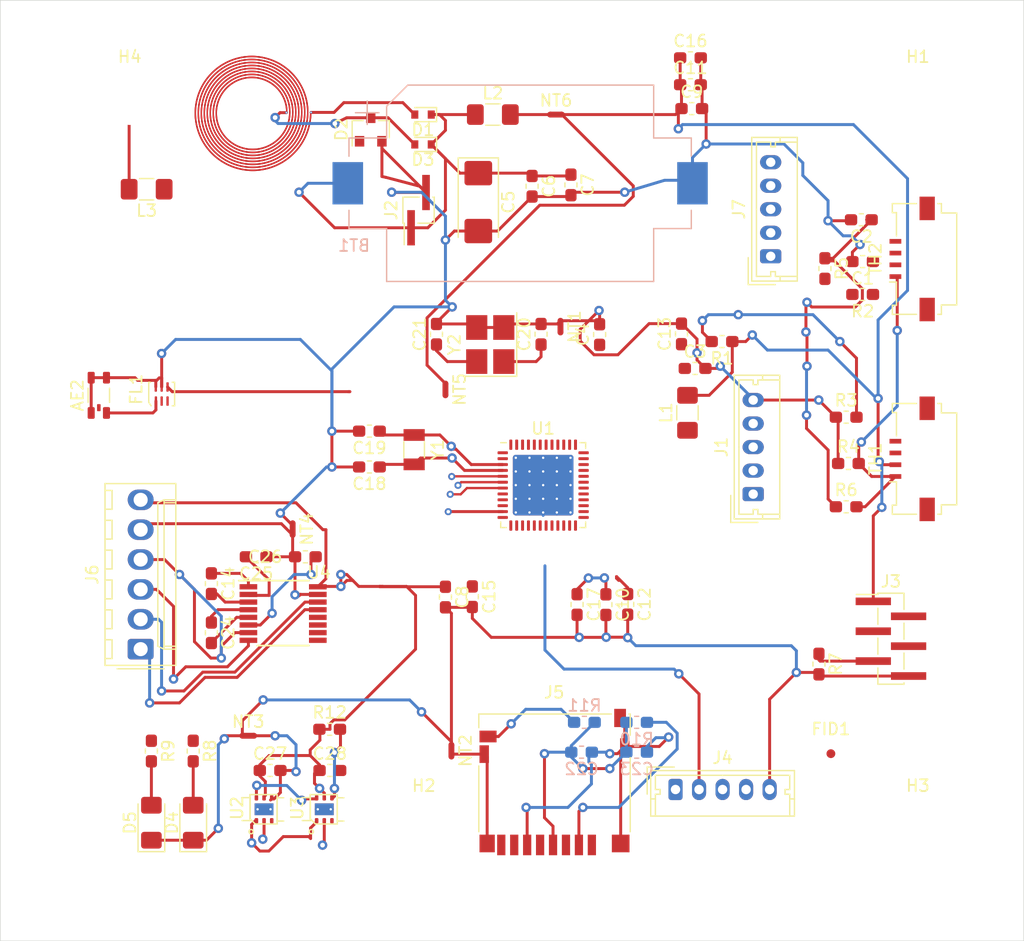
<source format=kicad_pcb>
(kicad_pcb (version 20171130) (host pcbnew "(5.1.9)-1")
  (title_block (title ESCTempBnode) (rev 1.0) (company icd))
  (layers (0 F.Cu signal) (31 B.Cu signal) (34 B.Paste user hide) (35 F.Paste user) (36 B.SilkS user hide) (37 F.SilkS user hide) (38 B.Mask user) (39 F.Mask user hide) (44 Edge.Cuts user))
  (net 0 "")
  (net 1 "Net-(AE1-Pad1)")
  (net 2 "Net-(AE1-Pad2)")
  (net 3 GND)
  (net 4 "Net-(C1-Pad1)")
  (net 5 "Net-(C2-Pad1)")
  (net 6 /BT_VCC)
  (net 7 /VDDS)
  (net 8 /DCOUPL)
  (net 9 /RESET)
  (net 10 "Net-(C14-Pad2)")
  (net 11 "Net-(C14-Pad1)")
  (net 12 /X32K_Q2)
  (net 13 /X32K_Q1)
  (net 14 /X24M_N)
  (net 15 /X24M_P)
  (net 16 /SD_GND)
  (net 17 /SD_VCC)
  (net 18 "Net-(C24-Pad2)")
  (net 19 "Net-(C24-Pad1)")
  (net 20 "Net-(C25-Pad2)")
  (net 21 /RS_GND)
  (net 22 "Net-(C26-Pad2)")
  (net 23 "Net-(D4-Pad2)")
  (net 24 "Net-(D5-Pad2)")
  (net 25 /RF_P)
  (net 26 /RF_N)
  (net 27 "Net-(AE2-Pad1)")
  (net 28 "Net-(H1-Pad1)")
  (net 29 /DIO_22)
  (net 30 /DIO_21)
  (net 31 /ADC7)
  (net 32 /ADC6)
  (net 33 /ADC5)
  (net 34 /ADC4)
  (net 35 /ADC1)
  (net 36 /JTAG_TDO)
  (net 37 /JTAG_TCK)
  (net 38 /JTAG_TMS)
  (net 39 /JTAG_TDI)
  (net 40 /DIO_14_BTN2)
  (net 41 /DIO_13_BTN1)
  (net 42 /DIO_12_PWM1)
  (net 43 /DIO_03_TX)
  (net 44 /DIO_02_RX)
  (net 45 /DIO_01)
  (net 46 /DIO_00)
  (net 47 /DIO_20_FLASH_CS)
  (net 48 /DIO_09_MOSI)
  (net 49 /DIO_10_SPICLK)
  (net 50 /DIO_08_MISO)
  (net 51 /DIO_15)
  (net 52 /RS232/RXD)
  (net 53 /RS232/CTS)
  (net 54 /RS232/RTS)
  (net 55 /RS232/TXD)
  (net 56 /DCDC_SW)
  (net 57 /TMP117_GND)
  (net 58 /ADC0)
  (net 59 /ADC2)
  (net 60 /SVSS)
  (net 61 /ADC3)
  (net 62 /DIO_07_LED_GR)
  (net 63 /DIO_06_LED_RED)
  (net 64 "Net-(R12-Pad2)")
  (net 65 /DIO_05_I2CSDA)
  (net 66 /DIO_04_I2CSCL)
  (net 67 /VDDR_RF)
  (net 68 /VBAT)
  (net 69 /CBAT)
  (net 70 /DIO_19)
  (net 71 /DIO_18)
  (net 72 "Net-(U2-Pad7)")
  (net 73 "Net-(U3-Pad7)")
  (module Package_SON:WSON-6-1EP_2x2mm_P0.65mm_EP1x1.6mm_ThermalVias_tmp117 (layer F.Cu) (at 106.54 104.806 90)
    (fp_text reference U3 (at 0.1 -2.3 90) (layer F.SilkS))
    (fp_text value TMP117)
    (pad 7 smd rect (at 0 0 90) (size 1 1.6) (layers B.Cu) (net 73 "Net-(U3-Pad7)"))
    (pad 7 thru_hole circle (at 0 0.55 90) (size 0.5 0.5) (drill 0.2) (layers *.Cu) (net 73 "Net-(U3-Pad7)"))
    (pad 7 thru_hole circle (at 0 -0.55 90) (size 0.5 0.5) (drill 0.2) (layers *.Cu) (net 73 "Net-(U3-Pad7)"))
    (pad 7 smd custom (at 0 0 90) (size 1 1.6) (layers *.Paste *.Mask F.Cu) (net 73 "Net-(U3-Pad7)") (options (clearance outline) (anchor rect)) (primitives))
    (pad 6 smd roundrect (at 0.975 -0.65 90) (size 0.45 0.3) (layers F.Cu F.Paste F.Mask) (net 65 /DIO_05_I2CSDA))
    (pad 5 smd roundrect (at 0.975 0 90) (size 0.45 0.3) (layers F.Cu F.Paste F.Mask) (net 6 /BT_VCC))
    (pad 4 smd roundrect (at 0.975 0.65 90) (size 0.45 0.3) (layers F.Cu F.Paste F.Mask) (net 64 "Net-(R12-Pad2)"))
    (pad 3 smd roundrect (at -0.975 0.65 90) (size 0.45 0.3) (layers F.Cu F.Paste F.Mask))
    (pad 2 smd roundrect (at -0.975 0 90) (size 0.45 0.3) (layers F.Cu F.Paste F.Mask) (net 57 /TMP117_GND))
    (pad 1 smd roundrect (at -0.975 -0.65 90) (size 0.45 0.3) (layers F.Cu F.Paste F.Mask) (net 66 /DIO_04_I2CSCL))
  )
  (module Package_SON:WSON-6-1EP_2x2mm_P0.65mm_EP1x1.6mm_ThermalVias_tmp117 (layer F.Cu) (at 101.422 104.806 90)
    (fp_text reference U2 (at 0.1 -2.3 90) (layer F.SilkS))
    (fp_text value TMP117)
    (pad 7 smd rect (at 0 0 90) (size 1 1.6) (layers B.Cu) (net 72 "Net-(U2-Pad7)"))
    (pad 7 thru_hole circle (at 0 0.55 90) (size 0.5 0.5) (drill 0.2) (layers *.Cu) (net 72 "Net-(U2-Pad7)"))
    (pad 7 thru_hole circle (at 0 -0.55 90) (size 0.5 0.5) (drill 0.2) (layers *.Cu) (net 72 "Net-(U2-Pad7)"))
    (pad 7 smd custom (at 0 0 90) (size 1 1.6) (layers *.Paste *.Mask F.Cu) (net 72 "Net-(U2-Pad7)") (options (clearance outline) (anchor rect)) (primitives))
    (pad 6 smd roundrect (at 0.975 -0.65 90) (size 0.45 0.3) (layers F.Cu F.Paste F.Mask) (net 65 /DIO_05_I2CSDA))
    (pad 5 smd roundrect (at 0.975 0 90) (size 0.45 0.3) (layers F.Cu F.Paste F.Mask) (net 6 /BT_VCC))
    (pad 4 smd roundrect (at 0.975 0.65 90) (size 0.45 0.3) (layers F.Cu F.Paste F.Mask) (net 57 /TMP117_GND))
    (pad 3 smd roundrect (at -0.975 0.65 90) (size 0.45 0.3) (layers F.Cu F.Paste F.Mask))
    (pad 2 smd roundrect (at -0.975 0 90) (size 0.45 0.3) (layers F.Cu F.Paste F.Mask) (net 57 /TMP117_GND))
    (pad 1 smd roundrect (at -0.975 -0.65 90) (size 0.45 0.3) (layers F.Cu F.Paste F.Mask) (net 66 /DIO_04_I2CSCL))
  )
  (module Package_DFN_QFN:VQFN-48-1EP_7x7mm_P0.5mm_EP5.15x5.15mm_ThermalVias (layer F.Cu) (at 125.1465 77.236)
    (fp_text reference U1 (at 0 -4.82) (layer F.SilkS))
    (fp_text value CC2640F128RGZR)
    (pad 48 smd roundrect (at -2.75 -3.4375) (size 0.25 0.875) (layers F.Cu F.Paste F.Mask) (net 67 /VDDR_RF))
    (pad 47 smd roundrect (at -2.25 -3.4375) (size 0.25 0.875) (layers F.Cu F.Paste F.Mask) (net 15 /X24M_P))
    (pad 46 smd roundrect (at -1.75 -3.4375) (size 0.25 0.875) (layers F.Cu F.Paste F.Mask) (net 14 /X24M_N))
    (pad 45 smd roundrect (at -1.25 -3.4375) (size 0.25 0.875) (layers F.Cu F.Paste F.Mask) (net 6 /BT_VCC))
    (pad 44 smd roundrect (at -0.75 -3.4375) (size 0.25 0.875) (layers F.Cu F.Paste F.Mask) (net 7 /VDDS))
    (pad 43 smd roundrect (at -0.25 -3.4375) (size 0.25 0.875) (layers F.Cu F.Paste F.Mask) (net 31 /ADC7))
    (pad 42 smd roundrect (at 0.25 -3.4375) (size 0.25 0.875) (layers F.Cu F.Paste F.Mask) (net 32 /ADC6))
    (pad 41 smd roundrect (at 0.75 -3.4375) (size 0.25 0.875) (layers F.Cu F.Paste F.Mask) (net 33 /ADC5))
    (pad 40 smd roundrect (at 1.25 -3.4375) (size 0.25 0.875) (layers F.Cu F.Paste F.Mask) (net 34 /ADC4))
    (pad 39 smd roundrect (at 1.75 -3.4375) (size 0.25 0.875) (layers F.Cu F.Paste F.Mask) (net 61 /ADC3))
    (pad 38 smd roundrect (at 2.25 -3.4375) (size 0.25 0.875) (layers F.Cu F.Paste F.Mask) (net 59 /ADC2))
    (pad 37 smd roundrect (at 2.75 -3.4375) (size 0.25 0.875) (layers F.Cu F.Paste F.Mask) (net 35 /ADC1))
    (pad 36 smd roundrect (at 3.4375 -2.75) (size 0.875 0.25) (layers F.Cu F.Paste F.Mask) (net 58 /ADC0))
    (pad 35 smd roundrect (at 3.4375 -2.25) (size 0.875 0.25) (layers F.Cu F.Paste F.Mask) (net 9 /RESET))
    (pad 34 smd roundrect (at 3.4375 -1.75) (size 0.875 0.25) (layers F.Cu F.Paste F.Mask) (net 67 /VDDR_RF))
    (pad 33 smd roundrect (at 3.4375 -1.25) (size 0.875 0.25) (layers F.Cu F.Paste F.Mask) (net 56 /DCDC_SW))
    (pad 32 smd roundrect (at 3.4375 -0.75) (size 0.875 0.25) (layers F.Cu F.Paste F.Mask) (net 29 /DIO_22))
    (pad 31 smd roundrect (at 3.4375 -0.25) (size 0.875 0.25) (layers F.Cu F.Paste F.Mask) (net 30 /DIO_21))
    (pad 30 smd roundrect (at 3.4375 0.25) (size 0.875 0.25) (layers F.Cu F.Paste F.Mask) (net 47 /DIO_20_FLASH_CS))
    (pad 29 smd roundrect (at 3.4375 0.75) (size 0.875 0.25) (layers F.Cu F.Paste F.Mask) (net 70 /DIO_19))
    (pad 28 smd roundrect (at 3.4375 1.25) (size 0.875 0.25) (layers F.Cu F.Paste F.Mask) (net 71 /DIO_18))
    (pad 27 smd roundrect (at 3.4375 1.75) (size 0.875 0.25) (layers F.Cu F.Paste F.Mask) (net 39 /JTAG_TDI))
    (pad 26 smd roundrect (at 3.4375 2.25) (size 0.875 0.25) (layers F.Cu F.Paste F.Mask) (net 36 /JTAG_TDO))
    (pad 25 smd roundrect (at 3.4375 2.75) (size 0.875 0.25) (layers F.Cu F.Paste F.Mask) (net 37 /JTAG_TCK))
    (pad 24 smd roundrect (at 2.75 3.4375) (size 0.25 0.875) (layers F.Cu F.Paste F.Mask) (net 38 /JTAG_TMS))
    (pad 23 smd roundrect (at 2.25 3.4375) (size 0.25 0.875) (layers F.Cu F.Paste F.Mask) (net 8 /DCOUPL))
    (pad 22 smd roundrect (at 1.75 3.4375) (size 0.25 0.875) (layers F.Cu F.Paste F.Mask) (net 6 /BT_VCC))
    (pad 21 smd roundrect (at 1.25 3.4375) (size 0.25 0.875) (layers F.Cu F.Paste F.Mask) (net 51 /DIO_15))
    (pad 20 smd roundrect (at 0.75 3.4375) (size 0.25 0.875) (layers F.Cu F.Paste F.Mask) (net 40 /DIO_14_BTN2))
    (pad 19 smd roundrect (at 0.25 3.4375) (size 0.25 0.875) (layers F.Cu F.Paste F.Mask) (net 41 /DIO_13_BTN1))
    (pad 18 smd roundrect (at -0.25 3.4375) (size 0.25 0.875) (layers F.Cu F.Paste F.Mask) (net 42 /DIO_12_PWM1))
    (pad 17 smd roundrect (at -0.75 3.4375) (size 0.25 0.875) (layers F.Cu F.Paste F.Mask))
    (pad 16 smd roundrect (at -1.25 3.4375) (size 0.25 0.875) (layers F.Cu F.Paste F.Mask) (net 49 /DIO_10_SPICLK))
    (pad 15 smd roundrect (at -1.75 3.4375) (size 0.25 0.875) (layers F.Cu F.Paste F.Mask) (net 48 /DIO_09_MOSI))
    (pad 14 smd roundrect (at -2.25 3.4375) (size 0.25 0.875) (layers F.Cu F.Paste F.Mask) (net 50 /DIO_08_MISO))
    (pad 13 smd roundrect (at -2.75 3.4375) (size 0.25 0.875) (layers F.Cu F.Paste F.Mask) (net 6 /BT_VCC))
    (pad 12 smd roundrect (at -3.4375 2.75) (size 0.875 0.25) (layers F.Cu F.Paste F.Mask) (net 62 /DIO_07_LED_GR))
    (pad 11 smd roundrect (at -3.4375 2.25) (size 0.875 0.25) (layers F.Cu F.Paste F.Mask) (net 63 /DIO_06_LED_RED))
    (pad 10 smd roundrect (at -3.4375 1.75) (size 0.875 0.25) (layers F.Cu F.Paste F.Mask) (net 65 /DIO_05_I2CSDA))
    (pad 9 smd roundrect (at -3.4375 1.25) (size 0.875 0.25) (layers F.Cu F.Paste F.Mask) (net 66 /DIO_04_I2CSCL))
    (pad 8 smd roundrect (at -3.4375 0.75) (size 0.875 0.25) (layers F.Cu F.Paste F.Mask) (net 43 /DIO_03_TX))
    (pad 7 smd roundrect (at -3.4375 0.25) (size 0.875 0.25) (layers F.Cu F.Paste F.Mask) (net 44 /DIO_02_RX))
    (pad 6 smd roundrect (at -3.4375 -0.25) (size 0.875 0.25) (layers F.Cu F.Paste F.Mask) (net 45 /DIO_01))
    (pad 5 smd roundrect (at -3.4375 -0.75) (size 0.875 0.25) (layers F.Cu F.Paste F.Mask) (net 46 /DIO_00))
    (pad 4 smd roundrect (at -3.4375 -1.25) (size 0.875 0.25) (layers F.Cu F.Paste F.Mask) (net 12 /X32K_Q2))
    (pad 3 smd roundrect (at -3.4375 -1.75) (size 0.875 0.25) (layers F.Cu F.Paste F.Mask) (net 13 /X32K_Q1))
    (pad 2 smd roundrect (at -3.4375 -2.25) (size 0.875 0.25) (layers F.Cu F.Paste F.Mask) (net 26 /RF_N))
    (pad 1 smd roundrect (at -3.4375 -2.75) (size 0.875 0.25) (layers F.Cu F.Paste F.Mask) (net 25 /RF_P))
    (pad 49 smd roundrect (at 0 0) (size 5.15 5.15) (layers B.Cu) (roundrect_rratio 0.048544) (net 3 GND))
    (pad 49 thru_hole circle (at 2.325 2.325) (size 0.5 0.5) (drill 0.2) (layers *.Cu) (net 3 GND))
    (pad 49 thru_hole circle (at 1.1625 2.325) (size 0.5 0.5) (drill 0.2) (layers *.Cu) (net 3 GND))
    (pad 49 thru_hole circle (at 0 2.325) (size 0.5 0.5) (drill 0.2) (layers *.Cu) (net 3 GND))
    (pad 49 thru_hole circle (at -1.1625 2.325) (size 0.5 0.5) (drill 0.2) (layers *.Cu) (net 3 GND))
    (pad 49 thru_hole circle (at -2.325 2.325) (size 0.5 0.5) (drill 0.2) (layers *.Cu) (net 3 GND))
    (pad 49 thru_hole circle (at 2.325 1.1625) (size 0.5 0.5) (drill 0.2) (layers *.Cu) (net 3 GND))
    (pad 49 thru_hole circle (at 1.1625 1.1625) (size 0.5 0.5) (drill 0.2) (layers *.Cu) (net 3 GND))
    (pad 49 thru_hole circle (at 0 1.1625) (size 0.5 0.5) (drill 0.2) (layers *.Cu) (net 3 GND))
    (pad 49 thru_hole circle (at -1.1625 1.1625) (size 0.5 0.5) (drill 0.2) (layers *.Cu) (net 3 GND))
    (pad 49 thru_hole circle (at -2.325 1.1625) (size 0.5 0.5) (drill 0.2) (layers *.Cu) (net 3 GND))
    (pad 49 thru_hole circle (at 2.325 0) (size 0.5 0.5) (drill 0.2) (layers *.Cu) (net 3 GND))
    (pad 49 thru_hole circle (at 1.1625 0) (size 0.5 0.5) (drill 0.2) (layers *.Cu) (net 3 GND))
    (pad 49 thru_hole circle (at 0 0) (size 0.5 0.5) (drill 0.2) (layers *.Cu) (net 3 GND))
    (pad 49 thru_hole circle (at -1.1625 0) (size 0.5 0.5) (drill 0.2) (layers *.Cu) (net 3 GND))
    (pad 49 thru_hole circle (at -2.325 0) (size 0.5 0.5) (drill 0.2) (layers *.Cu) (net 3 GND))
    (pad 49 thru_hole circle (at 2.325 -1.1625) (size 0.5 0.5) (drill 0.2) (layers *.Cu) (net 3 GND))
    (pad 49 thru_hole circle (at 1.1625 -1.1625) (size 0.5 0.5) (drill 0.2) (layers *.Cu) (net 3 GND))
    (pad 49 thru_hole circle (at 0 -1.1625) (size 0.5 0.5) (drill 0.2) (layers *.Cu) (net 3 GND))
    (pad 49 thru_hole circle (at -1.1625 -1.1625) (size 0.5 0.5) (drill 0.2) (layers *.Cu) (net 3 GND))
    (pad 49 thru_hole circle (at -2.325 -1.1625) (size 0.5 0.5) (drill 0.2) (layers *.Cu) (net 3 GND))
    (pad 49 thru_hole circle (at 2.325 -2.325) (size 0.5 0.5) (drill 0.2) (layers *.Cu) (net 3 GND))
    (pad 49 thru_hole circle (at 1.1625 -2.325) (size 0.5 0.5) (drill 0.2) (layers *.Cu) (net 3 GND))
    (pad 49 thru_hole circle (at 0 -2.325) (size 0.5 0.5) (drill 0.2) (layers *.Cu) (net 3 GND))
    (pad 49 thru_hole circle (at -1.1625 -2.325) (size 0.5 0.5) (drill 0.2) (layers *.Cu) (net 3 GND))
    (pad 49 thru_hole circle (at -2.325 -2.325) (size 0.5 0.5) (drill 0.2) (layers *.Cu) (net 3 GND))
    (pad 49 smd roundrect (at 0 0) (size 5.15 5.15) (layers F.Cu F.Mask) (roundrect_rratio 0.048544) (net 3 GND))
  )
  (module Connector_Molex:Molex_Micro-Latch_53253-0570_1x05_P2.00mm_Vertical (layer F.Cu) (at 136.398 103.124)
    (fp_text reference J4 (at 4 -2.7) (layer F.SilkS))
    (fp_text value Conn_01x05_Male)
    (pad 5 thru_hole oval (at 8 0) (size 1.2 1.8) (drill 0.8) (layers *.Cu *.Mask) (net 3 GND))
    (pad 4 thru_hole oval (at 6 0) (size 1.2 1.8) (drill 0.8) (layers *.Cu *.Mask))
    (pad 3 thru_hole oval (at 4 0) (size 1.2 1.8) (drill 0.8) (layers *.Cu *.Mask) (net 40 /DIO_14_BTN2))
    (pad 2 thru_hole oval (at 2 0) (size 1.2 1.8) (drill 0.8) (layers *.Cu *.Mask) (net 41 /DIO_13_BTN1))
    (pad 1 thru_hole roundrect (at 0 0) (size 1.2 1.8) (drill 0.8) (layers *.Cu *.Mask) (roundrect_rratio 0.208333) (net 42 /DIO_12_PWM1))
  )
  (module Connector_Molex:Molex_Micro-Latch_53253-0570_1x05_P2.00mm_Vertical (layer F.Cu) (at 144.4879 57.7723 90)
    (fp_text reference J7 (at 4 -2.7 270) (layer F.SilkS))
    (fp_text value Conn_01x05_Male)
    (pad 5 thru_hole oval (at 8 0 90) (size 1.2 1.8) (drill 0.8) (layers *.Cu *.Mask) (net 31 /ADC7))
    (pad 4 thru_hole oval (at 6 0 90) (size 1.2 1.8) (drill 0.8) (layers *.Cu *.Mask) (net 32 /ADC6))
    (pad 3 thru_hole oval (at 4 0 90) (size 1.2 1.8) (drill 0.8) (layers *.Cu *.Mask) (net 33 /ADC5))
    (pad 2 thru_hole oval (at 2 0 90) (size 1.2 1.8) (drill 0.8) (layers *.Cu *.Mask) (net 34 /ADC4))
    (pad 1 thru_hole roundrect (at 0 0 90) (size 1.2 1.8) (drill 0.8) (layers *.Cu *.Mask) (roundrect_rratio 0.208333) (net 35 /ADC1))
  )
  (module Connector_Molex:Molex_Micro-Latch_53253-0570_1x05_P2.00mm_Vertical (layer F.Cu) (at 143 78 90)
    (fp_text reference J1 (at 4 -2.7 90) (layer F.SilkS))
    (fp_text value Conn_01x05_Male)
    (pad 5 thru_hole oval (at 8 0 90) (size 1.2 1.8) (drill 0.8) (layers *.Cu *.Mask) (net 3 GND))
    (pad 4 thru_hole oval (at 6 0 90) (size 1.2 1.8) (drill 0.8) (layers *.Cu *.Mask) (net 29 /DIO_22))
    (pad 3 thru_hole oval (at 4 0 90) (size 1.2 1.8) (drill 0.8) (layers *.Cu *.Mask) (net 30 /DIO_21))
    (pad 2 thru_hole oval (at 2 0 90) (size 1.2 1.8) (drill 0.8) (layers *.Cu *.Mask) (net 70 /DIO_19))
    (pad 1 thru_hole roundrect (at 0 0 90) (size 1.2 1.8) (drill 0.8) (layers *.Cu *.Mask) (roundrect_rratio 0.208333) (net 71 /DIO_18))
  )
  (module Capacitor_SMD:C_0603_1608Metric_Pad1.05x0.95mm_HandSolder (layer F.Cu) (at 100.755 83.331 180)
    (fp_text reference C25 (at 0 -1.43) (layer F.SilkS))
    (fp_text value 0.1uF)
    (pad 2 smd roundrect (at 0.875 0 180) (size 1.05 0.95) (layers F.Cu F.Paste F.Mask) (net 20 "Net-(C25-Pad2)"))
    (pad 1 smd roundrect (at -0.875 0 180) (size 1.05 0.95) (layers F.Cu F.Paste F.Mask) (net 21 /RS_GND))
  )
  (module NetTie:NetTie-2_SMD_Pad0.5mm (layer F.Cu) (at 103.851 80.977 270)
    (fp_text reference NT4 (at 0 -1.2 270) (layer F.SilkS))
    (fp_text value Net-Tie_2)
    (fp_poly (pts (xy -0.5 -0.25) (xy 0.5 -0.25) (xy 0.5 0.25) (xy -0.5 0.25)) (layer F.Cu) (width 0))
    (pad 2 smd circle (at 0.5 0 270) (size 0.5 0.5) (layers F.Cu) (net 21 /RS_GND))
    (pad 1 smd circle (at -0.5 0 270) (size 0.5 0.5) (layers F.Cu) (net 3 GND))
  )
  (module NetTie:NetTie-2_SMD_Pad0.5mm (layer F.Cu) (at 100.076 98.552)
    (fp_text reference NT3 (at 0 -1.2) (layer F.SilkS))
    (fp_text value Net-Tie_2)
    (fp_poly (pts (xy -0.5 -0.25) (xy 0.5 -0.25) (xy 0.5 0.25) (xy -0.5 0.25)) (layer F.Cu) (width 0))
    (pad 2 smd circle (at 0.5 0) (size 0.5 0.5) (layers F.Cu) (net 57 /TMP117_GND))
    (pad 1 smd circle (at -0.5 0) (size 0.5 0.5) (layers F.Cu) (net 3 GND))
  )
  (module NetTie:NetTie-2_SMD_Pad0.5mm (layer F.Cu) (at 117.348 99.822 270)
    (fp_text reference NT2 (at 0 -1.2 90) (layer F.SilkS))
    (fp_text value Net-Tie_2)
    (fp_poly (pts (xy -0.5 -0.25) (xy 0.5 -0.25) (xy 0.5 0.25) (xy -0.5 0.25)) (layer F.Cu) (width 0))
    (pad 2 smd circle (at 0.5 0 270) (size 0.5 0.5) (layers F.Cu) (net 16 /SD_GND))
    (pad 1 smd circle (at -0.5 0 270) (size 0.5 0.5) (layers F.Cu) (net 3 GND))
  )
  (module NetTie:NetTie-2_SMD_Pad0.5mm (layer F.Cu) (at 126.619 63.754 270)
    (fp_text reference NT1 (at 0 -1.2 90) (layer F.SilkS))
    (fp_text value Net-Tie_2)
    (fp_poly (pts (xy -0.5 -0.25) (xy 0.5 -0.25) (xy 0.5 0.25) (xy -0.5 0.25)) (layer F.Cu) (width 0))
    (pad 2 smd circle (at 0.5 0 270) (size 0.5 0.5) (layers F.Cu) (net 7 /VDDS))
    (pad 1 smd circle (at -0.5 0 270) (size 0.5 0.5) (layers F.Cu) (net 3 GND))
  )
  (module NetTie:NetTie-2_SMD_Pad0.5mm (layer F.Cu) (at 126.238 45.72)
    (fp_text reference NT6 (at 0 -1.2) (layer F.SilkS))
    (fp_text value Net-Tie_2)
    (fp_poly (pts (xy -0.5 -0.25) (xy 0.5 -0.25) (xy 0.5 0.25) (xy -0.5 0.25)) (layer F.Cu) (width 0))
    (pad 2 smd circle (at 0.5 0) (size 0.5 0.5) (layers F.Cu) (net 6 /BT_VCC))
    (pad 1 smd circle (at -0.5 0) (size 0.5 0.5) (layers F.Cu) (net 68 /VBAT))
  )
  (module NetTie:NetTie-2_SMD_Pad0.5mm (layer F.Cu) (at 116.84 69.096 270)
    (fp_text reference NT5 (at 0 -1.2 90) (layer F.SilkS))
    (fp_text value Net-Tie_2)
    (fp_poly (pts (xy -0.5 -0.25) (xy 0.5 -0.25) (xy 0.5 0.25) (xy -0.5 0.25)) (layer F.Cu) (width 0))
    (pad 2 smd circle (at 0.5 0 270) (size 0.5 0.5) (layers F.Cu) (net 67 /VDDR_RF))
    (pad 1 smd circle (at -0.5 0 270) (size 0.5 0.5) (layers F.Cu) (net 6 /BT_VCC))
  )
  (module RF_Antenna:Antenna_R10_R13 (layer F.Cu) (at 100.33 45.466)
    (fp_text reference AE1 hide)
    (fp_text value Antenna_Loop)
    (fp_line (start 5.058542 0.090689) (end 5.057216 0.130862) (layer F.Cu) (width 0.13))
    (fp_line (start 5.057216 0.130862) (end 5.055851 0.171033) (layer F.Cu) (width 0.13))
    (fp_line (start 5.055851 0.171033) (end 5.054407 0.211197) (layer F.Cu) (width 0.13))
    (fp_line (start 5.054407 0.211197) (end 5.052844 0.251352) (layer F.Cu) (width 0.13))
    (fp_line (start 5.052844 0.251352) (end 5.051123 0.291496) (layer F.Cu) (width 0.13))
    (fp_line (start 5.051123 0.291496) (end 5.049204 0.331625) (layer F.Cu) (width 0.13))
    (fp_line (start 5.049204 0.331625) (end 5.047048 0.371735) (layer F.Cu) (width 0.13))
    (fp_line (start 5.047048 0.371735) (end 5.044616 0.411825) (layer F.Cu) (width 0.13))
    (fp_line (start 5.044616 0.411825) (end 5.041866 0.451891) (layer F.Cu) (width 0.13))
    (fp_line (start 5.041866 0.451891) (end 5.038761 0.49193) (layer F.Cu) (width 0.13))
    (fp_line (start 5.038761 0.49193) (end 5.035262 0.531939) (layer F.Cu) (width 0.13))
    (fp_line (start 5.035262 0.531939) (end 5.031357 0.571915) (layer F.Cu) (width 0.13))
    (fp_line (start 5.031357 0.571915) (end 5.027057 0.611857) (layer F.Cu) (width 0.13))
    (fp_line (start 5.027057 0.611857) (end 5.022373 0.651761) (layer F.Cu) (width 0.13))
    (fp_line (start 5.022373 0.651761) (end 5.017318 0.691625) (layer F.Cu) (width 0.13))
    (fp_line (start 5.017318 0.691625) (end 5.011903 0.731447) (layer F.Cu) (width 0.13))
    (fp_line (start 5.011903 0.731447) (end 5.00614 0.771224) (layer F.Cu) (width 0.13))
    (fp_line (start 5.00614 0.771224) (end 5.00004 0.810953) (layer F.Cu) (width 0.13))
    (fp_line (start 5.00004 0.810953) (end 4.993615 0.850633) (layer F.Cu) (width 0.13))
    (fp_line (start 4.993615 0.850633) (end 4.986877 0.890261) (layer F.Cu) (width 0.13))
    (fp_line (start 4.986877 0.890261) (end 4.979838 0.929834) (layer F.Cu) (width 0.13))
    (fp_line (start 4.979838 0.929834) (end 4.972503 0.969349) (layer F.Cu) (width 0.13))
    (fp_line (start 4.972503 0.969349) (end 4.964871 1.008805) (layer F.Cu) (width 0.13))
    (fp_line (start 4.964871 1.008805) (end 4.956938 1.048199) (layer F.Cu) (width 0.13))
    (fp_line (start 4.956938 1.048199) (end 4.948702 1.087527) (layer F.Cu) (width 0.13))
    (fp_line (start 4.948702 1.087527) (end 4.940161 1.126788) (layer F.Cu) (width 0.13))
    (fp_line (start 4.940161 1.126788) (end 4.931312 1.165979) (layer F.Cu) (width 0.13))
    (fp_line (start 4.931312 1.165979) (end 4.922153 1.205098) (layer F.Cu) (width 0.13))
    (fp_line (start 4.922153 1.205098) (end 4.91268 1.244141) (layer F.Cu) (width 0.13))
    (fp_line (start 4.91268 1.244141) (end 4.902891 1.283106) (layer F.Cu) (width 0.13))
    (fp_line (start 4.902891 1.283106) (end 4.892784 1.321991) (layer F.Cu) (width 0.13))
    (fp_line (start 4.892784 1.321991) (end 4.882357 1.360793) (layer F.Cu) (width 0.13))
    (fp_line (start 4.882357 1.360793) (end 4.871613 1.39951) (layer F.Cu) (width 0.13))
    (fp_line (start 4.871613 1.39951) (end 4.860552 1.438138) (layer F.Cu) (width 0.13))
    (fp_line (start 4.860552 1.438138) (end 4.849176 1.476676) (layer F.Cu) (width 0.13))
    (fp_line (start 4.849176 1.476676) (end 4.837486 1.51512) (layer F.Cu) (width 0.13))
    (fp_line (start 4.837486 1.51512) (end 4.825483 1.553468) (layer F.Cu) (width 0.13))
    (fp_line (start 4.825483 1.553468) (end 4.813169 1.591718) (layer F.Cu) (width 0.13))
    (fp_line (start 4.813169 1.591718) (end 4.800546 1.629867) (layer F.Cu) (width 0.13))
    (fp_line (start 4.800546 1.629867) (end 4.787613 1.667912) (layer F.Cu) (width 0.13))
    (fp_line (start 4.787613 1.667912) (end 4.774374 1.705851) (layer F.Cu) (width 0.13))
    (fp_line (start 4.774374 1.705851) (end 4.760827 1.743681) (layer F.Cu) (width 0.13))
    (fp_line (start 4.760827 1.743681) (end 4.746974 1.781399) (layer F.Cu) (width 0.13))
    (fp_line (start 4.746974 1.781399) (end 4.732816 1.819003) (layer F.Cu) (width 0.13))
    (fp_line (start 4.732816 1.819003) (end 4.718351 1.85649) (layer F.Cu) (width 0.13))
    (fp_line (start 4.718351 1.85649) (end 4.703582 1.893857) (layer F.Cu) (width 0.13))
    (fp_line (start 4.703582 1.893857) (end 4.688507 1.931103) (layer F.Cu) (width 0.13))
    (fp_line (start 4.688507 1.931103) (end 4.673128 1.968223) (layer F.Cu) (width 0.13))
    (fp_line (start 4.673128 1.968223) (end 4.657445 2.005216) (layer F.Cu) (width 0.13))
    (fp_line (start 4.657445 2.005216) (end 4.641458 2.042078) (layer F.Cu) (width 0.13))
    (fp_line (start 4.641458 2.042078) (end 4.625168 2.078808) (layer F.Cu) (width 0.13))
    (fp_line (start 4.625168 2.078808) (end 4.608577 2.115403) (layer F.Cu) (width 0.13))
    (fp_line (start 4.608577 2.115403) (end 4.591686 2.151861) (layer F.Cu) (width 0.13))
    (fp_line (start 4.591686 2.151861) (end 4.574498 2.188179) (layer F.Cu) (width 0.13))
    (fp_line (start 4.574498 2.188179) (end 4.557013 2.224356) (layer F.Cu) (width 0.13))
    (fp_line (start 4.557013 2.224356) (end 4.539234 2.260389) (layer F.Cu) (width 0.13))
    (fp_line (start 4.539234 2.260389) (end 4.521162 2.296276) (layer F.Cu) (width 0.13))
    (fp_line (start 4.521162 2.296276) (end 4.502799 2.332015) (layer F.Cu) (width 0.13))
    (fp_line (start 4.502799 2.332015) (end 4.484146 2.367603) (layer F.Cu) (width 0.13))
    (fp_line (start 4.484146 2.367603) (end 4.465205 2.403039) (layer F.Cu) (width 0.13))
    (fp_line (start 4.465205 2.403039) (end 4.445978 2.43832) (layer F.Cu) (width 0.13))
    (fp_line (start 4.445978 2.43832) (end 4.426466 2.473444) (layer F.Cu) (width 0.13))
    (fp_line (start 4.426466 2.473444) (end 4.40667 2.508408) (layer F.Cu) (width 0.13))
    (fp_line (start 4.40667 2.508408) (end 4.386591 2.543212) (layer F.Cu) (width 0.13))
    (fp_line (start 4.386591 2.543212) (end 4.366233 2.577851) (layer F.Cu) (width 0.13))
    (fp_line (start 4.366233 2.577851) (end 4.345595 2.612325) (layer F.Cu) (width 0.13))
    (fp_line (start 4.345595 2.612325) (end 4.324679 2.646631) (layer F.Cu) (width 0.13))
    (fp_line (start 4.324679 2.646631) (end 4.303486 2.680767) (layer F.Cu) (width 0.13))
    (fp_line (start 4.303486 2.680767) (end 4.282019 2.714731) (layer F.Cu) (width 0.13))
    (fp_line (start 4.282019 2.714731) (end 4.260278 2.74852) (layer F.Cu) (width 0.13))
    (fp_line (start 4.260278 2.74852) (end 4.238266 2.782133) (layer F.Cu) (width 0.13))
    (fp_line (start 4.238266 2.782133) (end 4.215983 2.815567) (layer F.Cu) (width 0.13))
    (fp_line (start 4.215983 2.815567) (end 4.19343 2.84882) (layer F.Cu) (width 0.13))
    (fp_line (start 4.19343 2.84882) (end 4.170611 2.88189) (layer F.Cu) (width 0.13))
    (fp_line (start 4.170611 2.88189) (end 4.147525 2.914774) (layer F.Cu) (width 0.13))
    (fp_line (start 4.147525 2.914774) (end 4.124174 2.947471) (layer F.Cu) (width 0.13))
    (fp_line (start 4.124174 2.947471) (end 4.10056 2.979979) (layer F.Cu) (width 0.13))
    (fp_line (start 4.10056 2.979979) (end 4.076684 3.012294) (layer F.Cu) (width 0.13))
    (fp_line (start 4.076684 3.012294) (end 4.052548 3.044416) (layer F.Cu) (width 0.13))
    (fp_line (start 4.052548 3.044416) (end 4.028154 3.076341) (layer F.Cu) (width 0.13))
    (fp_line (start 4.028154 3.076341) (end 4.003502 3.108068) (layer F.Cu) (width 0.13))
    (fp_line (start 4.003502 3.108068) (end 3.978594 3.139594) (layer F.Cu) (width 0.13))
    (fp_line (start 3.978594 3.139594) (end 3.953431 3.170918) (layer F.Cu) (width 0.13))
    (fp_line (start 3.953431 3.170918) (end 3.928016 3.202036) (layer F.Cu) (width 0.13))
    (fp_line (start 3.928016 3.202036) (end 3.902349 3.232948) (layer F.Cu) (width 0.13))
    (fp_line (start 3.902349 3.232948) (end 3.876432 3.26365) (layer F.Cu) (width 0.13))
    (fp_line (start 3.876432 3.26365) (end 3.850266 3.29414) (layer F.Cu) (width 0.13))
    (fp_line (start 3.850266 3.29414) (end 3.823853 3.324416) (layer F.Cu) (width 0.13))
    (fp_line (start 3.823853 3.324416) (end 3.797194 3.354476) (layer F.Cu) (width 0.13))
    (fp_line (start 3.797194 3.354476) (end 3.77029 3.384317) (layer F.Cu) (width 0.13))
    (fp_line (start 3.77029 3.384317) (end 3.743144 3.413937) (layer F.Cu) (width 0.13))
    (fp_line (start 3.743144 3.413937) (end 3.715755 3.443334) (layer F.Cu) (width 0.13))
    (fp_line (start 3.715755 3.443334) (end 3.688127 3.472505) (layer F.Cu) (width 0.13))
    (fp_line (start 3.688127 3.472505) (end 3.66026 3.501448) (layer F.Cu) (width 0.13))
    (fp_line (start 3.66026 3.501448) (end 3.632156 3.530162) (layer F.Cu) (width 0.13))
    (fp_line (start 3.632156 3.530162) (end 3.603817 3.558644) (layer F.Cu) (width 0.13))
    (fp_line (start 3.603817 3.558644) (end 3.575246 3.586891) (layer F.Cu) (width 0.13))
    (fp_line (start 3.575246 3.586891) (end 3.546443 3.614903) (layer F.Cu) (width 0.13))
    (fp_line (start 3.546443 3.614903) (end 3.517411 3.642678) (layer F.Cu) (width 0.13))
    (fp_line (start 3.517411 3.642678) (end 3.488153 3.670212) (layer F.Cu) (width 0.13))
    (fp_line (start 3.488153 3.670212) (end 3.458668 3.697504) (layer F.Cu) (width 0.13))
    (fp_line (start 3.458668 3.697504) (end 3.428961 3.724553) (layer F.Cu) (width 0.13))
    (fp_line (start 3.428961 3.724553) (end 3.399033 3.751357) (layer F.Cu) (width 0.13))
    (fp_line (start 3.399033 3.751357) (end 3.368886 3.777916) (layer F.Cu) (width 0.13))
    (fp_line (start 3.368886 3.777916) (end 3.338522 3.804227) (layer F.Cu) (width 0.13))
    (fp_line (start 3.338522 3.804227) (end 3.307945 3.83029) (layer F.Cu) (width 0.13))
    (fp_line (start 3.307945 3.83029) (end 3.277155 3.856103) (layer F.Cu) (width 0.13))
    (fp_line (start 3.277155 3.856103) (end 3.246156 3.881665) (layer F.Cu) (width 0.13))
    (fp_line (start 3.246156 3.881665) (end 3.214949 3.906974) (layer F.Cu) (width 0.13))
    (fp_line (start 3.214949 3.906974) (end 3.183537 3.932029) (layer F.Cu) (width 0.13))
    (fp_line (start 3.183537 3.932029) (end 3.151923 3.956829) (layer F.Cu) (width 0.13))
    (fp_line (start 3.151923 3.956829) (end 3.120107 3.981371) (layer F.Cu) (width 0.13))
    (fp_line (start 3.120107 3.981371) (end 3.088094 4.005655) (layer F.Cu) (width 0.13))
    (fp_line (start 3.088094 4.005655) (end 3.055884 4.029678) (layer F.Cu) (width 0.13))
    (fp_line (start 3.055884 4.029678) (end 3.023481 4.05344) (layer F.Cu) (width 0.13))
    (fp_line (start 3.023481 4.05344) (end 2.990886 4.076938) (layer F.Cu) (width 0.13))
    (fp_line (start 2.990886 4.076938) (end 2.958102 4.100171) (layer F.Cu) (width 0.13))
    (fp_line (start 2.958102 4.100171) (end 2.925131 4.123138) (layer F.Cu) (width 0.13))
    (fp_line (start 2.925131 4.123138) (end 2.891976 4.145837) (layer F.Cu) (width 0.13))
    (fp_line (start 2.891976 4.145837) (end 2.858639 4.168266) (layer F.Cu) (width 0.13))
    (fp_line (start 2.858639 4.168266) (end 2.825121 4.190425) (layer F.Cu) (width 0.13))
    (fp_line (start 2.825121 4.190425) (end 2.791424 4.212311) (layer F.Cu) (width 0.13))
    (fp_line (start 2.791424 4.212311) (end 2.757552 4.233924) (layer F.Cu) (width 0.13))
    (fp_line (start 2.757552 4.233924) (end 2.723507 4.255262) (layer F.Cu) (width 0.13))
    (fp_line (start 2.723507 4.255262) (end 2.689289 4.276323) (layer F.Cu) (width 0.13))
    (fp_line (start 2.689289 4.276323) (end 2.654902 4.297106) (layer F.Cu) (width 0.13))
    (fp_line (start 2.654902 4.297106) (end 2.620348 4.317609) (layer F.Cu) (width 0.13))
    (fp_line (start 2.620348 4.317609) (end 2.585628 4.337832) (layer F.Cu) (width 0.13))
    (fp_line (start 2.585628 4.337832) (end 2.550746 4.357772) (layer F.Cu) (width 0.13))
    (fp_line (start 2.550746 4.357772) (end 2.515703 4.377429) (layer F.Cu) (width 0.13))
    (fp_line (start 2.515703 4.377429) (end 2.480501 4.3968) (layer F.Cu) (width 0.13))
    (fp_line (start 2.480501 4.3968) (end 2.445144 4.415884) (layer F.Cu) (width 0.13))
    (fp_line (start 2.445144 4.415884) (end 2.409632 4.43468) (layer F.Cu) (width 0.13))
    (fp_line (start 2.409632 4.43468) (end 2.373968 4.453186) (layer F.Cu) (width 0.13))
    (fp_line (start 2.373968 4.453186) (end 2.338155 4.471401) (layer F.Cu) (width 0.13))
    (fp_line (start 2.338155 4.471401) (end 2.302195 4.489323) (layer F.Cu) (width 0.13))
    (fp_line (start 2.302195 4.489323) (end 2.266089 4.50695) (layer F.Cu) (width 0.13))
    (fp_line (start 2.266089 4.50695) (end 2.22984 4.524281) (layer F.Cu) (width 0.13))
    (fp_line (start 2.22984 4.524281) (end 2.193451 4.541315) (layer F.Cu) (width 0.13))
    (fp_line (start 2.193451 4.541315) (end 2.156923 4.558049) (layer F.Cu) (width 0.13))
    (fp_line (start 2.156923 4.558049) (end 2.120259 4.574483) (layer F.Cu) (width 0.13))
    (fp_line (start 2.120259 4.574483) (end 2.083461 4.590613) (layer F.Cu) (width 0.13))
    (fp_line (start 2.083461 4.590613) (end 2.046531 4.606439) (layer F.Cu) (width 0.13))
    (fp_line (start 2.046531 4.606439) (end 2.009472 4.62196) (layer F.Cu) (width 0.13))
    (fp_line (start 2.009472 4.62196) (end 1.972286 4.637174) (layer F.Cu) (width 0.13))
    (fp_line (start 1.972286 4.637174) (end 1.934976 4.65208) (layer F.Cu) (width 0.13))
    (fp_line (start 1.934976 4.65208) (end 1.897544 4.666679) (layer F.Cu) (width 0.13))
    (fp_line (start 1.897544 4.666679) (end 1.859993 4.680968) (layer F.Cu) (width 0.13))
    (fp_line (start 1.859993 4.680968) (end 1.822326 4.694948) (layer F.Cu) (width 0.13))
    (fp_line (start 1.822326 4.694948) (end 1.784545 4.708617) (layer F.Cu) (width 0.13))
    (fp_line (start 1.784545 4.708617) (end 1.746653 4.721975) (layer F.Cu) (width 0.13))
    (fp_line (start 1.746653 4.721975) (end 1.708653 4.735021) (layer F.Cu) (width 0.13))
    (fp_line (start 1.708653 4.735021) (end 1.670547 4.747755) (layer F.Cu) (width 0.13))
    (fp_line (start 1.670547 4.747755) (end 1.632338 4.760176) (layer F.Cu) (width 0.13))
    (fp_line (start 1.632338 4.760176) (end 1.594029 4.772284) (layer F.Cu) (width 0.13))
    (fp_line (start 1.594029 4.772284) (end 1.555622 4.784078) (layer F.Cu) (width 0.13))
    (fp_line (start 1.555622 4.784078) (end 1.517121 4.795558) (layer F.Cu) (width 0.13))
    (fp_line (start 1.517121 4.795558) (end 1.478527 4.806724) (layer F.Cu) (width 0.13))
    (fp_line (start 1.478527 4.806724) (end 1.439844 4.817575) (layer F.Cu) (width 0.13))
    (fp_line (start 1.439844 4.817575) (end 1.401073 4.82811) (layer F.Cu) (width 0.13))
    (fp_line (start 1.401073 4.82811) (end 1.362219 4.838329) (layer F.Cu) (width 0.13))
    (fp_line (start 1.362219 4.838329) (end 1.323282 4.848233) (layer F.Cu) (width 0.13))
    (fp_line (start 1.323282 4.848233) (end 1.284266 4.857819) (layer F.Cu) (width 0.13))
    (fp_line (start 1.284266 4.857819) (end 1.245174 4.867087) (layer F.Cu) (width 0.13))
    (fp_line (start 1.245174 4.867087) (end 1.206008 4.876038) (layer F.Cu) (width 0.13))
    (fp_line (start 1.206008 4.876038) (end 1.16677 4.88467) (layer F.Cu) (width 0.13))
    (fp_line (start 1.16677 4.88467) (end 1.127464 4.892983) (layer F.Cu) (width 0.13))
    (fp_line (start 1.127464 4.892983) (end 1.088092 4.900977) (layer F.Cu) (width 0.13))
    (fp_line (start 1.088092 4.900977) (end 1.048656 4.90865) (layer F.Cu) (width 0.13))
    (fp_line (start 1.048656 4.90865) (end 1.00916 4.916003) (layer F.Cu) (width 0.13))
    (fp_line (start 1.00916 4.916003) (end 0.969605 4.923035) (layer F.Cu) (width 0.13))
    (fp_line (start 0.969605 4.923035) (end 0.929995 4.929746) (layer F.Cu) (width 0.13))
    (fp_line (start 0.929995 4.929746) (end 0.890332 4.936134) (layer F.Cu) (width 0.13))
    (fp_line (start 0.890332 4.936134) (end 0.850618 4.9422) (layer F.Cu) (width 0.13))
    (fp_line (start 0.850618 4.9422) (end 0.810855 4.947943) (layer F.Cu) (width 0.13))
    (fp_line (start 0.810855 4.947943) (end 0.771047 4.953362) (layer F.Cu) (width 0.13))
    (fp_line (start 0.771047 4.953362) (end 0.731194 4.958457) (layer F.Cu) (width 0.13))
    (fp_line (start 0.731194 4.958457) (end 0.6913 4.963228) (layer F.Cu) (width 0.13))
    (fp_line (start 0.6913 4.963228) (end 0.651368 4.967673) (layer F.Cu) (width 0.13))
    (fp_line (start 0.651368 4.967673) (end 0.6114 4.971793) (layer F.Cu) (width 0.13))
    (fp_line (start 0.6114 4.971793) (end 0.571399 4.975586) (layer F.Cu) (width 0.13))
    (fp_line (start 0.571399 4.975586) (end 0.531369 4.979053) (layer F.Cu) (width 0.13))
    (fp_line (start 0.531369 4.979053) (end 0.49131 4.982191) (layer F.Cu) (width 0.13))
    (fp_line (start 0.49131 4.982191) (end 0.451227 4.985001) (layer F.Cu) (width 0.13))
    (fp_line (start 0.451227 4.985001) (end 0.411123 4.987483) (layer F.Cu) (width 0.13))
    (fp_line (start 0.411123 4.987483) (end 0.370999 4.989635) (layer F.Cu) (width 0.13))
    (fp_line (start 0.370999 4.989635) (end 0.33086 4.991456) (layer F.Cu) (width 0.13))
    (fp_line (start 0.33086 4.991456) (end 0.290707 4.992947) (layer F.Cu) (width 0.13))
    (fp_line (start 0.290707 4.992947) (end 0.250543 4.994108) (layer F.Cu) (width 0.13))
    (fp_line (start 0.250543 4.994108) (end 0.210371 4.994937) (layer F.Cu) (width 0.13))
    (fp_line (start 0.210371 4.994937) (end 0.170194 4.995434) (layer F.Cu) (width 0.13))
    (fp_line (start 0.170194 4.995434) (end 0.130014 4.995599) (layer F.Cu) (width 0.13))
    (fp_line (start 0.130014 4.995599) (end 0.089834 4.995432) (layer F.Cu) (width 0.13))
    (fp_line (start 0.089834 4.995432) (end 0.049658 4.994932) (layer F.Cu) (width 0.13))
    (fp_line (start 0.049658 4.994932) (end 0.009486 4.994099) (layer F.Cu) (width 0.13))
    (fp_line (start 0.009486 4.994099) (end -0.030677 4.992932) (layer F.Cu) (width 0.13))
    (fp_line (start -0.030677 4.992932) (end -0.070829 4.991433) (layer F.Cu) (width 0.13))
    (fp_line (start -0.070829 4.991433) (end -0.110968 4.989603) (layer F.Cu) (width 0.13))
    (fp_line (start -0.110968 4.989603) (end -0.15109 4.98744) (layer F.Cu) (width 0.13))
    (fp_line (start -0.15109 4.98744) (end -0.191193 4.984948) (layer F.Cu) (width 0.13))
    (fp_line (start -0.191193 4.984948) (end -0.231275 4.982125) (layer F.Cu) (width 0.13))
    (fp_line (start -0.231275 4.982125) (end -0.271332 4.978973) (layer F.Cu) (width 0.13))
    (fp_line (start -0.271332 4.978973) (end -0.311361 4.975492) (layer F.Cu) (width 0.13))
    (fp_line (start -0.311361 4.975492) (end -0.351361 4.971684) (layer F.Cu) (width 0.13))
    (fp_line (start -0.351361 4.971684) (end -0.391328 4.967547) (layer F.Cu) (width 0.13))
    (fp_line (start -0.391328 4.967547) (end -0.43126 4.963085) (layer F.Cu) (width 0.13))
    (fp_line (start -0.43126 4.963085) (end -0.471154 4.958295) (layer F.Cu) (width 0.13))
    (fp_line (start -0.471154 4.958295) (end -0.511007 4.95318) (layer F.Cu) (width 0.13))
    (fp_line (start -0.511007 4.95318) (end -0.550818 4.94774) (layer F.Cu) (width 0.13))
    (fp_line (start -0.550818 4.94774) (end -0.590582 4.941975) (layer F.Cu) (width 0.13))
    (fp_line (start -0.590582 4.941975) (end -0.630299 4.935886) (layer F.Cu) (width 0.13))
    (fp_line (start -0.630299 4.935886) (end -0.669964 4.929473) (layer F.Cu) (width 0.13))
    (fp_line (start -0.669964 4.929473) (end -0.709576 4.922737) (layer F.Cu) (width 0.13))
    (fp_line (start -0.709576 4.922737) (end -0.749131 4.915678) (layer F.Cu) (width 0.13))
    (fp_line (start -0.749131 4.915678) (end -0.788628 4.908297) (layer F.Cu) (width 0.13))
    (fp_line (start -0.788628 4.908297) (end -0.828063 4.900594) (layer F.Cu) (width 0.13))
    (fp_line (start -0.828063 4.900594) (end -0.867434 4.892571) (layer F.Cu) (width 0.13))
    (fp_line (start -0.867434 4.892571) (end -0.906739 4.884226) (layer F.Cu) (width 0.13))
    (fp_line (start -0.906739 4.884226) (end -0.945974 4.875562) (layer F.Cu) (width 0.13))
    (fp_line (start -0.945974 4.875562) (end -0.985137 4.866578) (layer F.Cu) (width 0.13))
    (fp_line (start -0.985137 4.866578) (end -1.024226 4.857275) (layer F.Cu) (width 0.13))
    (fp_line (start -1.024226 4.857275) (end -1.063238 4.847654) (layer F.Cu) (width 0.13))
    (fp_line (start -1.063238 4.847654) (end -1.10217 4.837715) (layer F.Cu) (width 0.13))
    (fp_line (start -1.10217 4.837715) (end -1.141019 4.827458) (layer F.Cu) (width 0.13))
    (fp_line (start -1.141019 4.827458) (end -1.179784 4.816885) (layer F.Cu) (width 0.13))
    (fp_line (start -1.179784 4.816885) (end -1.21846 4.805995) (layer F.Cu) (width 0.13))
    (fp_line (start -1.21846 4.805995) (end -1.257047 4.794789) (layer F.Cu) (width 0.13))
    (fp_line (start -1.257047 4.794789) (end -1.29554 4.783267) (layer F.Cu) (width 0.13))
    (fp_line (start -1.29554 4.783267) (end -1.333938 4.771431) (layer F.Cu) (width 0.13))
    (fp_line (start -1.333938 4.771431) (end -1.372237 4.75928) (layer F.Cu) (width 0.13))
    (fp_line (start -1.372237 4.75928) (end -1.410436 4.746815) (layer F.Cu) (width 0.13))
    (fp_line (start -1.410436 4.746815) (end -1.448531 4.734037) (layer F.Cu) (width 0.13))
    (fp_line (start -1.448531 4.734037) (end -1.48652 4.720946) (layer F.Cu) (width 0.13))
    (fp_line (start -1.48652 4.720946) (end -1.524399 4.707543) (layer F.Cu) (width 0.13))
    (fp_line (start -1.524399 4.707543) (end -1.562167 4.693827) (layer F.Cu) (width 0.13))
    (fp_line (start -1.562167 4.693827) (end -1.59982 4.6798) (layer F.Cu) (width 0.13))
    (fp_line (start -1.59982 4.6798) (end -1.637356 4.665462) (layer F.Cu) (width 0.13))
    (fp_line (start -1.637356 4.665462) (end -1.674772 4.650814) (layer F.Cu) (width 0.13))
    (fp_line (start -1.674772 4.650814) (end -1.712065 4.635856) (layer F.Cu) (width 0.13))
    (fp_line (start -1.712065 4.635856) (end -1.749232 4.620588) (layer F.Cu) (width 0.13))
    (fp_line (start -1.749232 4.620588) (end -1.786271 4.605012) (layer F.Cu) (width 0.13))
    (fp_line (start -1.786271 4.605012) (end -1.823178 4.589127) (layer F.Cu) (width 0.13))
    (fp_line (start -1.823178 4.589127) (end -1.859953 4.572936) (layer F.Cu) (width 0.13))
    (fp_line (start -1.859953 4.572936) (end -1.896592 4.556441) (layer F.Cu) (width 0.13))
    (fp_line (start -1.896592 4.556441) (end -1.933093 4.539642) (layer F.Cu) (width 0.13))
    (fp_line (start -1.933093 4.539642) (end -1.969454 4.522541) (layer F.Cu) (width 0.13))
    (fp_line (start -1.969454 4.522541) (end -2.005672 4.505141) (layer F.Cu) (width 0.13))
    (fp_line (start -2.005672 4.505141) (end -2.041745 4.487442) (layer F.Cu) (width 0.13))
    (fp_line (start -2.041745 4.487442) (end -2.077671 4.469445) (layer F.Cu) (width 0.13))
    (fp_line (start -2.077671 4.469445) (end -2.113447 4.451154) (layer F.Cu) (width 0.13))
    (fp_line (start -2.113447 4.451154) (end -2.149071 4.432568) (layer F.Cu) (width 0.13))
    (fp_line (start -2.149071 4.432568) (end -2.184542 4.41369) (layer F.Cu) (width 0.13))
    (fp_line (start -2.184542 4.41369) (end -2.219856 4.394521) (layer F.Cu) (width 0.13))
    (fp_line (start -2.219856 4.394521) (end -2.255011 4.375063) (layer F.Cu) (width 0.13))
    (fp_line (start -2.255011 4.375063) (end -2.290005 4.355317) (layer F.Cu) (width 0.13))
    (fp_line (start -2.290005 4.355317) (end -2.324836 4.335285) (layer F.Cu) (width 0.13))
    (fp_line (start -2.324836 4.335285) (end -2.359503 4.314967) (layer F.Cu) (width 0.13))
    (fp_line (start -2.359503 4.314967) (end -2.394001 4.294367) (layer F.Cu) (width 0.13))
    (fp_line (start -2.394001 4.294367) (end -2.42833 4.273485) (layer F.Cu) (width 0.13))
    (fp_line (start -2.42833 4.273485) (end -2.462487 4.252323) (layer F.Cu) (width 0.13))
    (fp_line (start -2.462487 4.252323) (end -2.496469 4.230883) (layer F.Cu) (width 0.13))
    (fp_line (start -2.496469 4.230883) (end -2.530275 4.209165) (layer F.Cu) (width 0.13))
    (fp_line (start -2.530275 4.209165) (end -2.563903 4.187171) (layer F.Cu) (width 0.13))
    (fp_line (start -2.563903 4.187171) (end -2.59735 4.164904) (layer F.Cu) (width 0.13))
    (fp_line (start -2.59735 4.164904) (end -2.630613 4.142363) (layer F.Cu) (width 0.13))
    (fp_line (start -2.630613 4.142363) (end -2.663691 4.119552) (layer F.Cu) (width 0.13))
    (fp_line (start -2.663691 4.119552) (end -2.696581 4.096471) (layer F.Cu) (width 0.13))
    (fp_line (start -2.696581 4.096471) (end -2.729282 4.073121) (layer F.Cu) (width 0.13))
    (fp_line (start -2.729282 4.073121) (end -2.76179 4.049505) (layer F.Cu) (width 0.13))
    (fp_line (start -2.76179 4.049505) (end -2.794105 4.025624) (layer F.Cu) (width 0.13))
    (fp_line (start -2.794105 4.025624) (end -2.826222 4.001479) (layer F.Cu) (width 0.13))
    (fp_line (start -2.826222 4.001479) (end -2.858141 3.977071) (layer F.Cu) (width 0.13))
    (fp_line (start -2.858141 3.977071) (end -2.889859 3.952403) (layer F.Cu) (width 0.13))
    (fp_line (start -2.889859 3.952403) (end -2.921373 3.927476) (layer F.Cu) (width 0.13))
    (fp_line (start -2.921373 3.927476) (end -2.952682 3.902291) (layer F.Cu) (width 0.13))
    (fp_line (start -2.952682 3.902291) (end -2.983782 3.876849) (layer F.Cu) (width 0.13))
    (fp_line (start -2.983782 3.876849) (end -3.014673 3.851153) (layer F.Cu) (width 0.13))
    (fp_line (start -3.014673 3.851153) (end -3.045352 3.825204) (layer F.Cu) (width 0.13))
    (fp_line (start -3.045352 3.825204) (end -3.075816 3.799003) (layer F.Cu) (width 0.13))
    (fp_line (start -3.075816 3.799003) (end -3.106063 3.772551) (layer F.Cu) (width 0.13))
    (fp_line (start -3.106063 3.772551) (end -3.13609 3.745851) (layer F.Cu) (width 0.13))
    (fp_line (start -3.13609 3.745851) (end -3.165896 3.718903) (layer F.Cu) (width 0.13))
    (fp_line (start -3.165896 3.718903) (end -3.195477 3.69171) (layer F.Cu) (width 0.13))
    (fp_line (start -3.195477 3.69171) (end -3.224832 3.664272) (layer F.Cu) (width 0.13))
    (fp_line (start -3.224832 3.664272) (end -3.253958 3.636592) (layer F.Cu) (width 0.13))
    (fp_line (start -3.253958 3.636592) (end -3.282853 3.60867) (layer F.Cu) (width 0.13))
    (fp_line (start -3.282853 3.60867) (end -3.311513 3.580508) (layer F.Cu) (width 0.13))
    (fp_line (start -3.311513 3.580508) (end -3.339938 3.552108) (layer F.Cu) (width 0.13))
    (fp_line (start -3.339938 3.552108) (end -3.368125 3.523471) (layer F.Cu) (width 0.13))
    (fp_line (start -3.368125 3.523471) (end -3.396071 3.4946) (layer F.Cu) (width 0.13))
    (fp_line (start -3.396071 3.4946) (end -3.423777 3.465498) (layer F.Cu) (width 0.13))
    (fp_line (start -3.423777 3.465498) (end -3.451239 3.436165) (layer F.Cu) (width 0.13))
    (fp_line (start -3.451239 3.436165) (end -3.478456 3.406606) (layer F.Cu) (width 0.13))
    (fp_line (start -3.478456 3.406606) (end -3.505428 3.376822) (layer F.Cu) (width 0.13))
    (fp_line (start -3.505428 3.376822) (end -3.532151 3.346815) (layer F.Cu) (width 0.13))
    (fp_line (start -3.532151 3.346815) (end -3.558625 3.316588) (layer F.Cu) (width 0.13))
    (fp_line (start -3.558625 3.316588) (end -3.584848 3.286142) (layer F.Cu) (width 0.13))
    (fp_line (start -3.584848 3.286142) (end -3.610818 3.255481) (layer F.Cu) (width 0.13))
    (fp_line (start -3.610818 3.255481) (end -3.636534 3.224607) (layer F.Cu) (width 0.13))
    (fp_line (start -3.636534 3.224607) (end -3.661994 3.193521) (layer F.Cu) (width 0.13))
    (fp_line (start -3.661994 3.193521) (end -3.687197 3.162227) (layer F.Cu) (width 0.13))
    (fp_line (start -3.687197 3.162227) (end -3.712141 3.130726) (layer F.Cu) (width 0.13))
    (fp_line (start -3.712141 3.130726) (end -3.736825 3.09902) (layer F.Cu) (width 0.13))
    (fp_line (start -3.736825 3.09902) (end -3.761248 3.067113) (layer F.Cu) (width 0.13))
    (fp_line (start -3.761248 3.067113) (end -3.785407 3.035006) (layer F.Cu) (width 0.13))
    (fp_line (start -3.785407 3.035006) (end -3.809302 3.002702) (layer F.Cu) (width 0.13))
    (fp_line (start -3.809302 3.002702) (end -3.832931 2.970203) (layer F.Cu) (width 0.13))
    (fp_line (start -3.832931 2.970203) (end -3.856293 2.937511) (layer F.Cu) (width 0.13))
    (fp_line (start -3.856293 2.937511) (end -3.879385 2.904628) (layer F.Cu) (width 0.13))
    (fp_line (start -3.879385 2.904628) (end -3.902207 2.871557) (layer F.Cu) (width 0.13))
    (fp_line (start -3.902207 2.871557) (end -3.924757 2.8383) (layer F.Cu) (width 0.13))
    (fp_line (start -3.924757 2.8383) (end -3.947034 2.80486) (layer F.Cu) (width 0.13))
    (fp_line (start -3.947034 2.80486) (end -3.969035 2.771237) (layer F.Cu) (width 0.13))
    (fp_line (start -3.969035 2.771237) (end -3.99076 2.737436) (layer F.Cu) (width 0.13))
    (fp_line (start -3.99076 2.737436) (end -4.012207 2.703457) (layer F.Cu) (width 0.13))
    (fp_line (start -4.012207 2.703457) (end -4.033374 2.669303) (layer F.Cu) (width 0.13))
    (fp_line (start -4.033374 2.669303) (end -4.054261 2.634977) (layer F.Cu) (width 0.13))
    (fp_line (start -4.054261 2.634977) (end -4.074864 2.60048) (layer F.Cu) (width 0.13))
    (fp_line (start -4.074864 2.60048) (end -4.095184 2.565816) (layer F.Cu) (width 0.13))
    (fp_line (start -4.095184 2.565816) (end -4.115218 2.530985) (layer F.Cu) (width 0.13))
    (fp_line (start -4.115218 2.530985) (end -4.134965 2.495991) (layer F.Cu) (width 0.13))
    (fp_line (start -4.134965 2.495991) (end -4.154424 2.460836) (layer F.Cu) (width 0.13))
    (fp_line (start -4.154424 2.460836) (end -4.173592 2.425521) (layer F.Cu) (width 0.13))
    (fp_line (start -4.173592 2.425521) (end -4.192469 2.39005) (layer F.Cu) (width 0.13))
    (fp_line (start -4.192469 2.39005) (end -4.211052 2.354424) (layer F.Cu) (width 0.13))
    (fp_line (start -4.211052 2.354424) (end -4.229341 2.318646) (layer F.Cu) (width 0.13))
    (fp_line (start -4.229341 2.318646) (end -4.247334 2.282718) (layer F.Cu) (width 0.13))
    (fp_line (start -4.247334 2.282718) (end -4.265029 2.246643) (layer F.Cu) (width 0.13))
    (fp_line (start -4.265029 2.246643) (end -4.282424 2.210422) (layer F.Cu) (width 0.13))
    (fp_line (start -4.282424 2.210422) (end -4.299518 2.174057) (layer F.Cu) (width 0.13))
    (fp_line (start -4.299518 2.174057) (end -4.316308 2.137552) (layer F.Cu) (width 0.13))
    (fp_line (start -4.316308 2.137552) (end -4.332794 2.100909) (layer F.Cu) (width 0.13))
    (fp_line (start -4.332794 2.100909) (end -4.348974 2.064129) (layer F.Cu) (width 0.13))
    (fp_line (start -4.348974 2.064129) (end -4.364846 2.027215) (layer F.Cu) (width 0.13))
    (fp_line (start -4.364846 2.027215) (end -4.380408 1.99017) (layer F.Cu) (width 0.13))
    (fp_line (start -4.380408 1.99017) (end -4.39566 1.952996) (layer F.Cu) (width 0.13))
    (fp_line (start -4.39566 1.952996) (end -4.410599 1.915695) (layer F.Cu) (width 0.13))
    (fp_line (start -4.410599 1.915695) (end -4.425227 1.87827) (layer F.Cu) (width 0.13))
    (fp_line (start -4.425227 1.87827) (end -4.439541 1.840725) (layer F.Cu) (width 0.13))
    (fp_line (start -4.439541 1.840725) (end -4.453542 1.803062) (layer F.Cu) (width 0.13))
    (fp_line (start -4.453542 1.803062) (end -4.467229 1.765283) (layer F.Cu) (width 0.13))
    (fp_line (start -4.467229 1.765283) (end -4.480601 1.727391) (layer F.Cu) (width 0.13))
    (fp_line (start -4.480601 1.727391) (end -4.493657 1.68939) (layer F.Cu) (width 0.13))
    (fp_line (start -4.493657 1.68939) (end -4.506397 1.651282) (layer F.Cu) (width 0.13))
    (fp_line (start -4.506397 1.651282) (end -4.51882 1.613069) (layer F.Cu) (width 0.13))
    (fp_line (start -4.51882 1.613069) (end -4.530925 1.574755) (layer F.Cu) (width 0.13))
    (fp_line (start -4.530925 1.574755) (end -4.542713 1.536341) (layer F.Cu) (width 0.13))
    (fp_line (start -4.542713 1.536341) (end -4.554182 1.497832) (layer F.Cu) (width 0.13))
    (fp_line (start -4.554182 1.497832) (end -4.565333 1.459228) (layer F.Cu) (width 0.13))
    (fp_line (start -4.565333 1.459228) (end -4.576164 1.420534) (layer F.Cu) (width 0.13))
    (fp_line (start -4.576164 1.420534) (end -4.586676 1.381752) (layer F.Cu) (width 0.13))
    (fp_line (start -4.586676 1.381752) (end -4.596867 1.342885) (layer F.Cu) (width 0.13))
    (fp_line (start -4.596867 1.342885) (end -4.606737 1.303935) (layer F.Cu) (width 0.13))
    (fp_line (start -4.606737 1.303935) (end -4.616287 1.264905) (layer F.Cu) (width 0.13))
    (fp_line (start -4.616287 1.264905) (end -4.625514 1.225797) (layer F.Cu) (width 0.13))
    (fp_line (start -4.625514 1.225797) (end -4.63442 1.186615) (layer F.Cu) (width 0.13))
    (fp_line (start -4.63442 1.186615) (end -4.643003 1.147361) (layer F.Cu) (width 0.13))
    (fp_line (start -4.643003 1.147361) (end -4.651262 1.108038) (layer F.Cu) (width 0.13))
    (fp_line (start -4.651262 1.108038) (end -4.659198 1.068648) (layer F.Cu) (width 0.13))
    (fp_line (start -4.659198 1.068648) (end -4.666809 1.029195) (layer F.Cu) (width 0.13))
    (fp_line (start -4.666809 1.029195) (end -4.674095 0.98968) (layer F.Cu) (width 0.13))
    (fp_line (start -4.674095 0.98968) (end -4.681056 0.950106) (layer F.Cu) (width 0.13))
    (fp_line (start -4.681056 0.950106) (end -4.687691 0.910476) (layer F.Cu) (width 0.13))
    (fp_line (start -4.687691 0.910476) (end -4.693999 0.870793) (layer F.Cu) (width 0.13))
    (fp_line (start -4.693999 0.870793) (end -4.69998 0.83106) (layer F.Cu) (width 0.13))
    (fp_line (start -4.69998 0.83106) (end -4.705634 0.791278) (layer F.Cu) (width 0.13))
    (fp_line (start -4.705634 0.791278) (end -4.710959 0.751451) (layer F.Cu) (width 0.13))
    (fp_line (start -4.710959 0.751451) (end -4.715956 0.711582) (layer F.Cu) (width 0.13))
    (fp_line (start -4.715956 0.711582) (end -4.720624 0.671673) (layer F.Cu) (width 0.13))
    (fp_line (start -4.720624 0.671673) (end -4.724962 0.631726) (layer F.Cu) (width 0.13))
    (fp_line (start -4.724962 0.631726) (end -4.728969 0.591745) (layer F.Cu) (width 0.13))
    (fp_line (start -4.728969 0.591745) (end -4.732646 0.551732) (layer F.Cu) (width 0.13))
    (fp_line (start -4.732646 0.551732) (end -4.735992 0.51169) (layer F.Cu) (width 0.13))
    (fp_line (start -4.735992 0.51169) (end -4.739005 0.471622) (layer F.Cu) (width 0.13))
    (fp_line (start -4.739005 0.471622) (end -4.741686 0.43153) (layer F.Cu) (width 0.13))
    (fp_line (start -4.741686 0.43153) (end -4.744034 0.391417) (layer F.Cu) (width 0.13))
    (fp_line (start -4.744034 0.391417) (end -4.746048 0.351286) (layer F.Cu) (width 0.13))
    (fp_line (start -4.746048 0.351286) (end -4.747727 0.311139) (layer F.Cu) (width 0.13))
    (fp_line (start -4.747727 0.311139) (end -4.74907 0.27098) (layer F.Cu) (width 0.13))
    (fp_line (start -4.74907 0.27098) (end -4.750077 0.230812) (layer F.Cu) (width 0.13))
    (fp_line (start -4.750077 0.230812) (end -4.750748 0.190636) (layer F.Cu) (width 0.13))
    (fp_line (start -4.750748 0.190636) (end -4.751082 0.150456) (layer F.Cu) (width 0.13))
    (fp_line (start -4.751082 0.150456) (end -4.751078 0.110275) (layer F.Cu) (width 0.13))
    (fp_line (start -4.751078 0.110275) (end -4.750736 0.070095) (layer F.Cu) (width 0.13))
    (fp_line (start -4.750736 0.070095) (end -4.750058 0.029919) (layer F.Cu) (width 0.13))
    (fp_line (start -4.750058 0.029919) (end -4.749044 -0.01025) (layer F.Cu) (width 0.13))
    (fp_line (start -4.749044 -0.01025) (end -4.747693 -0.050409) (layer F.Cu) (width 0.13))
    (fp_line (start -4.747693 -0.050409) (end -4.746006 -0.090555) (layer F.Cu) (width 0.13))
    (fp_line (start -4.746006 -0.090555) (end -4.743984 -0.130686) (layer F.Cu) (width 0.13))
    (fp_line (start -4.743984 -0.130686) (end -4.741627 -0.170798) (layer F.Cu) (width 0.13))
    (fp_line (start -4.741627 -0.170798) (end -4.738935 -0.21089) (layer F.Cu) (width 0.13))
    (fp_line (start -4.738935 -0.21089) (end -4.73591 -0.250957) (layer F.Cu) (width 0.13))
    (fp_line (start -4.73591 -0.250957) (end -4.73255 -0.290998) (layer F.Cu) (width 0.13))
    (fp_line (start -4.73255 -0.290998) (end -4.728859 -0.331009) (layer F.Cu) (width 0.13))
    (fp_line (start -4.728859 -0.331009) (end -4.724834 -0.370989) (layer F.Cu) (width 0.13))
    (fp_line (start -4.724834 -0.370989) (end -4.720478 -0.410933) (layer F.Cu) (width 0.13))
    (fp_line (start -4.720478 -0.410933) (end -4.715791 -0.450841) (layer F.Cu) (width 0.13))
    (fp_line (start -4.715791 -0.450841) (end -4.710774 -0.490707) (layer F.Cu) (width 0.13))
    (fp_line (start -4.710774 -0.490707) (end -4.705427 -0.530531) (layer F.Cu) (width 0.13))
    (fp_line (start -4.705427 -0.530531) (end -4.699751 -0.57031) (layer F.Cu) (width 0.13))
    (fp_line (start -4.699751 -0.57031) (end -4.693746 -0.61004) (layer F.Cu) (width 0.13))
    (fp_line (start -4.693746 -0.61004) (end -4.687413 -0.649719) (layer F.Cu) (width 0.13))
    (fp_line (start -4.687413 -0.649719) (end -4.680752 -0.689345) (layer F.Cu) (width 0.13))
    (fp_line (start -4.680752 -0.689345) (end -4.673765 -0.728914) (layer F.Cu) (width 0.13))
    (fp_line (start -4.673765 -0.728914) (end -4.666451 -0.768424) (layer F.Cu) (width 0.13))
    (fp_line (start -4.666451 -0.768424) (end -4.658811 -0.807872) (layer F.Cu) (width 0.13))
    (fp_line (start -4.658811 -0.807872) (end -4.650846 -0.847256) (layer F.Cu) (width 0.13))
    (fp_line (start -4.650846 -0.847256) (end -4.642556 -0.886573) (layer F.Cu) (width 0.13))
    (fp_line (start -4.642556 -0.886573) (end -4.633942 -0.92582) (layer F.Cu) (width 0.13))
    (fp_line (start -4.633942 -0.92582) (end -4.625004 -0.964994) (layer F.Cu) (width 0.13))
    (fp_line (start -4.625004 -0.964994) (end -4.615742 -1.004094) (layer F.Cu) (width 0.13))
    (fp_line (start -4.615742 -1.004094) (end -4.606158 -1.043115) (layer F.Cu) (width 0.13))
    (fp_line (start -4.606158 -1.043115) (end -4.596251 -1.082056) (layer F.Cu) (width 0.13))
    (fp_line (start -4.596251 -1.082056) (end -4.586023 -1.120914) (layer F.Cu) (width 0.13))
    (fp_line (start -4.586023 -1.120914) (end -4.575474 -1.159686) (layer F.Cu) (width 0.13))
    (fp_line (start -4.575474 -1.159686) (end -4.564604 -1.198369) (layer F.Cu) (width 0.13))
    (fp_line (start -4.564604 -1.198369) (end -4.553414 -1.236961) (layer F.Cu) (width 0.13))
    (fp_line (start -4.553414 -1.236961) (end -4.541905 -1.275459) (layer F.Cu) (width 0.13))
    (fp_line (start -4.541905 -1.275459) (end -4.530076 -1.31386) (layer F.Cu) (width 0.13))
    (fp_line (start -4.530076 -1.31386) (end -4.517929 -1.352161) (layer F.Cu) (width 0.13))
    (fp_line (start -4.517929 -1.352161) (end -4.505464 -1.390361) (layer F.Cu) (width 0.13))
    (fp_line (start -4.505464 -1.390361) (end -4.492682 -1.428455) (layer F.Cu) (width 0.13))
    (fp_line (start -4.492682 -1.428455) (end -4.479583 -1.466442) (layer F.Cu) (width 0.13))
    (fp_line (start -4.479583 -1.466442) (end -4.466167 -1.504317) (layer F.Cu) (width 0.13))
    (fp_line (start -4.466167 -1.504317) (end -4.452434 -1.54208) (layer F.Cu) (width 0.13))
    (fp_line (start -4.452434 -1.54208) (end -4.438386 -1.579725) (layer F.Cu) (width 0.13))
    (fp_line (start -4.438386 -1.579725) (end -4.424023 -1.617252) (layer F.Cu) (width 0.13))
    (fp_line (start -4.424023 -1.617252) (end -4.409344 -1.654656) (layer F.Cu) (width 0.13))
    (fp_line (start -4.409344 -1.654656) (end -4.394352 -1.691936) (layer F.Cu) (width 0.13))
    (fp_line (start -4.394352 -1.691936) (end -4.379045 -1.729088) (layer F.Cu) (width 0.13))
    (fp_line (start -4.379045 -1.729088) (end -4.363426 -1.766109) (layer F.Cu) (width 0.13))
    (fp_line (start -4.363426 -1.766109) (end -4.347496 -1.802998) (layer F.Cu) (width 0.13))
    (fp_line (start -4.347496 -1.802998) (end -4.331256 -1.839752) (layer F.Cu) (width 0.13))
    (fp_line (start -4.331256 -1.839752) (end -4.314708 -1.876368) (layer F.Cu) (width 0.13))
    (fp_line (start -4.314708 -1.876368) (end -4.297854 -1.912844) (layer F.Cu) (width 0.13))
    (fp_line (start -4.297854 -1.912844) (end -4.280694 -1.949177) (layer F.Cu) (width 0.13))
    (fp_line (start -4.280694 -1.949177) (end -4.263231 -1.985366) (layer F.Cu) (width 0.13))
    (fp_line (start -4.263231 -1.985366) (end -4.245465 -2.021407) (layer F.Cu) (width 0.13))
    (fp_line (start -4.245465 -2.021407) (end -4.227399 -2.057298) (layer F.Cu) (width 0.13))
    (fp_line (start -4.227399 -2.057298) (end -4.209033 -2.093037) (layer F.Cu) (width 0.13))
    (fp_line (start -4.209033 -2.093037) (end -4.19037 -2.128621) (layer F.Cu) (width 0.13))
    (fp_line (start -4.19037 -2.128621) (end -4.171411 -2.164048) (layer F.Cu) (width 0.13))
    (fp_line (start -4.171411 -2.164048) (end -4.152157 -2.199316) (layer F.Cu) (width 0.13))
    (fp_line (start -4.152157 -2.199316) (end -4.132611 -2.234423) (layer F.Cu) (width 0.13))
    (fp_line (start -4.132611 -2.234423) (end -4.112773 -2.269366) (layer F.Cu) (width 0.13))
    (fp_line (start -4.112773 -2.269366) (end -4.092646 -2.304143) (layer F.Cu) (width 0.13))
    (fp_line (start -4.092646 -2.304143) (end -4.072231 -2.338752) (layer F.Cu) (width 0.13))
    (fp_line (start -4.072231 -2.338752) (end -4.051529 -2.373191) (layer F.Cu) (width 0.13))
    (fp_line (start -4.051529 -2.373191) (end -4.030543 -2.407456) (layer F.Cu) (width 0.13))
    (fp_line (start -4.030543 -2.407456) (end -4.009274 -2.441547) (layer F.Cu) (width 0.13))
    (fp_line (start -4.009274 -2.441547) (end -3.987723 -2.47546) (layer F.Cu) (width 0.13))
    (fp_line (start -3.987723 -2.47546) (end -3.965892 -2.509193) (layer F.Cu) (width 0.13))
    (fp_line (start -3.965892 -2.509193) (end -3.943782 -2.542745) (layer F.Cu) (width 0.13))
    (fp_line (start -3.943782 -2.542745) (end -3.921395 -2.576112) (layer F.Cu) (width 0.13))
    (fp_line (start -3.921395 -2.576112) (end -3.898733 -2.609293) (layer F.Cu) (width 0.13))
    (fp_line (start -3.898733 -2.609293) (end -3.875796 -2.642284) (layer F.Cu) (width 0.13))
    (fp_line (start -3.875796 -2.642284) (end -3.852587 -2.675085) (layer F.Cu) (width 0.13))
    (fp_line (start -3.852587 -2.675085) (end -3.829107 -2.707692) (layer F.Cu) (width 0.13))
    (fp_line (start -3.829107 -2.707692) (end -3.805357 -2.740103) (layer F.Cu) (width 0.13))
    (fp_line (start -3.805357 -2.740103) (end -3.781339 -2.772317) (layer F.Cu) (width 0.13))
    (fp_line (start -3.781339 -2.772317) (end -3.757055 -2.804329) (layer F.Cu) (width 0.13))
    (fp_line (start -3.757055 -2.804329) (end -3.732506 -2.83614) (layer F.Cu) (width 0.13))
    (fp_line (start -3.732506 -2.83614) (end -3.707694 -2.867745) (layer F.Cu) (width 0.13))
    (fp_line (start -3.707694 -2.867745) (end -3.68262 -2.899143) (layer F.Cu) (width 0.13))
    (fp_line (start -3.68262 -2.899143) (end -3.657286 -2.930332) (layer F.Cu) (width 0.13))
    (fp_line (start -3.657286 -2.930332) (end -3.631693 -2.961308) (layer F.Cu) (width 0.13))
    (fp_line (start -3.631693 -2.961308) (end -3.605842 -2.992071) (layer F.Cu) (width 0.13))
    (fp_line (start -3.605842 -2.992071) (end -3.579736 -3.022617) (layer F.Cu) (width 0.13))
    (fp_line (start -3.579736 -3.022617) (end -3.553376 -3.052943) (layer F.Cu) (width 0.13))
    (fp_line (start -3.553376 -3.052943) (end -3.526764 -3.083049) (layer F.Cu) (width 0.13))
    (fp_line (start -3.526764 -3.083049) (end -3.4999 -3.11293) (layer F.Cu) (width 0.13))
    (fp_line (start -3.4999 -3.11293) (end -3.472786 -3.142586) (layer F.Cu) (width 0.13))
    (fp_line (start -3.472786 -3.142586) (end -3.445425 -3.172012) (layer F.Cu) (width 0.13))
    (fp_line (start -3.445425 -3.172012) (end -3.417816 -3.201207) (layer F.Cu) (width 0.13))
    (fp_line (start -3.417816 -3.201207) (end -3.389963 -3.230168) (layer F.Cu) (width 0.13))
    (fp_line (start -3.389963 -3.230168) (end -3.361866 -3.258892) (layer F.Cu) (width 0.13))
    (fp_line (start -3.361866 -3.258892) (end -3.333527 -3.287378) (layer F.Cu) (width 0.13))
    (fp_line (start -3.333527 -3.287378) (end -3.304948 -3.315624) (layer F.Cu) (width 0.13))
    (fp_line (start -3.304948 -3.315624) (end -3.276131 -3.343627) (layer F.Cu) (width 0.13))
    (fp_line (start -3.276131 -3.343627) (end -3.24708 -3.371386) (layer F.Cu) (width 0.13))
    (fp_line (start -3.24708 -3.371386) (end -3.217795 -3.398899) (layer F.Cu) (width 0.13))
    (fp_line (start -3.217795 -3.398899) (end -3.188279 -3.426165) (layer F.Cu) (width 0.13))
    (fp_line (start -3.188279 -3.426165) (end -3.158536 -3.453181) (layer F.Cu) (width 0.13))
    (fp_line (start -3.158536 -3.453181) (end -3.128566 -3.479947) (layer F.Cu) (width 0.13))
    (fp_line (start -3.128566 -3.479947) (end -3.098373 -3.50646) (layer F.Cu) (width 0.13))
    (fp_line (start -3.098373 -3.50646) (end -3.067958 -3.532719) (layer F.Cu) (width 0.13))
    (fp_line (start -3.067958 -3.532719) (end -3.037325 -3.558721) (layer F.Cu) (width 0.13))
    (fp_line (start -3.037325 -3.558721) (end -3.006474 -3.584467) (layer F.Cu) (width 0.13))
    (fp_line (start -3.006474 -3.584467) (end -2.97541 -3.609953) (layer F.Cu) (width 0.13))
    (fp_line (start -2.97541 -3.609953) (end -2.944134 -3.635179) (layer F.Cu) (width 0.13))
    (fp_line (start -2.944134 -3.635179) (end -2.912648 -3.660142) (layer F.Cu) (width 0.13))
    (fp_line (start -2.912648 -3.660142) (end -2.880955 -3.684843) (layer F.Cu) (width 0.13))
    (fp_line (start -2.880955 -3.684843) (end -2.849057 -3.709278) (layer F.Cu) (width 0.13))
    (fp_line (start -2.849057 -3.709278) (end -2.816957 -3.733447) (layer F.Cu) (width 0.13))
    (fp_line (start -2.816957 -3.733447) (end -2.784657 -3.757348) (layer F.Cu) (width 0.13))
    (fp_line (start -2.784657 -3.757348) (end -2.752159 -3.78098) (layer F.Cu) (width 0.13))
    (fp_line (start -2.752159 -3.78098) (end -2.719466 -3.80434) (layer F.Cu) (width 0.13))
    (fp_line (start -2.719466 -3.80434) (end -2.68658 -3.827428) (layer F.Cu) (width 0.13))
    (fp_line (start -2.68658 -3.827428) (end -2.653503 -3.850242) (layer F.Cu) (width 0.13))
    (fp_line (start -2.653503 -3.850242) (end -2.620237 -3.87278) (layer F.Cu) (width 0.13))
    (fp_line (start -2.620237 -3.87278) (end -2.586786 -3.895041) (layer F.Cu) (width 0.13))
    (fp_line (start -2.586786 -3.895041) (end -2.553151 -3.917023) (layer F.Cu) (width 0.13))
    (fp_line (start -2.553151 -3.917023) (end -2.519334 -3.938725) (layer F.Cu) (width 0.13))
    (fp_line (start -2.519334 -3.938725) (end -2.485338 -3.960145) (layer F.Cu) (width 0.13))
    (fp_line (start -2.485338 -3.960145) (end -2.451165 -3.981282) (layer F.Cu) (width 0.13))
    (fp_line (start -2.451165 -3.981282) (end -2.416818 -4.002134) (layer F.Cu) (width 0.13))
    (fp_line (start -2.416818 -4.002134) (end -2.382298 -4.022699) (layer F.Cu) (width 0.13))
    (fp_line (start -2.382298 -4.022699) (end -2.347608 -4.042976) (layer F.Cu) (width 0.13))
    (fp_line (start -2.347608 -4.042976) (end -2.31275 -4.062964) (layer F.Cu) (width 0.13))
    (fp_line (start -2.31275 -4.062964) (end -2.277728 -4.08266) (layer F.Cu) (width 0.13))
    (fp_line (start -2.277728 -4.08266) (end -2.242542 -4.102064) (layer F.Cu) (width 0.13))
    (fp_line (start -2.242542 -4.102064) (end -2.207195 -4.121173) (layer F.Cu) (width 0.13))
    (fp_line (start -2.207195 -4.121173) (end -2.17169 -4.139987) (layer F.Cu) (width 0.13))
    (fp_line (start -2.17169 -4.139987) (end -2.136029 -4.158503) (layer F.Cu) (width 0.13))
    (fp_line (start -2.136029 -4.158503) (end -2.100214 -4.176721) (layer F.Cu) (width 0.13))
    (fp_line (start -2.100214 -4.176721) (end -2.064248 -4.194638) (layer F.Cu) (width 0.13))
    (fp_line (start -2.064248 -4.194638) (end -2.028133 -4.212252) (layer F.Cu) (width 0.13))
    (fp_line (start -2.028133 -4.212252) (end -1.991871 -4.229563) (layer F.Cu) (width 0.13))
    (fp_line (start -1.991871 -4.229563) (end -1.955464 -4.246567) (layer F.Cu) (width 0.13))
    (fp_line (start -1.955464 -4.246567) (end -1.918916 -4.263264) (layer F.Cu) (width 0.13))
    (fp_line (start -1.918916 -4.263264) (end -1.882228 -4.279652) (layer F.Cu) (width 0.13))
    (fp_line (start -1.882228 -4.279652) (end -1.845403 -4.295729) (layer F.Cu) (width 0.13))
    (fp_line (start -1.845403 -4.295729) (end -1.808443 -4.311493) (layer F.Cu) (width 0.13))
    (fp_line (start -1.808443 -4.311493) (end -1.771351 -4.326943) (layer F.Cu) (width 0.13))
    (fp_line (start -1.771351 -4.326943) (end -1.734128 -4.342078) (layer F.Cu) (width 0.13))
    (fp_line (start -1.734128 -4.342078) (end -1.696779 -4.356897) (layer F.Cu) (width 0.13))
    (fp_line (start -1.696779 -4.356897) (end -1.659305 -4.371399) (layer F.Cu) (width 0.13))
    (fp_line (start -1.659305 -4.371399) (end -1.621711 -4.385584) (layer F.Cu) (width 0.13))
    (fp_line (start -1.621711 -4.385584) (end -1.583997 -4.39945) (layer F.Cu) (width 0.13))
    (fp_line (start -1.583997 -4.39945) (end -1.546168 -4.412998) (layer F.Cu) (width 0.13))
    (fp_line (start -1.546168 -4.412998) (end -1.508226 -4.426227) (layer F.Cu) (width 0.13))
    (fp_line (start -1.508226 -4.426227) (end -1.470174 -4.439135) (layer F.Cu) (width 0.13))
    (fp_line (start -1.470174 -4.439135) (end -1.432015 -4.451723) (layer F.Cu) (width 0.13))
    (fp_line (start -1.432015 -4.451723) (end -1.393751 -4.463989) (layer F.Cu) (width 0.13))
    (fp_line (start -1.393751 -4.463989) (end -1.355386 -4.475933) (layer F.Cu) (width 0.13))
    (fp_line (start -1.355386 -4.475933) (end -1.316922 -4.487555) (layer F.Cu) (width 0.13))
    (fp_line (start -1.316922 -4.487555) (end -1.278362 -4.498855) (layer F.Cu) (width 0.13))
    (fp_line (start -1.278362 -4.498855) (end -1.239708 -4.509831) (layer F.Cu) (width 0.13))
    (fp_line (start -1.239708 -4.509831) (end -1.200964 -4.520483) (layer F.Cu) (width 0.13))
    (fp_line (start -1.200964 -4.520483) (end -1.162133 -4.530811) (layer F.Cu) (width 0.13))
    (fp_line (start -1.162133 -4.530811) (end -1.123216 -4.540814) (layer F.Cu) (width 0.13))
    (fp_line (start -1.123216 -4.540814) (end -1.084218 -4.550491) (layer F.Cu) (width 0.13))
    (fp_line (start -1.084218 -4.550491) (end -1.045139 -4.559843) (layer F.Cu) (width 0.13))
    (fp_line (start -1.045139 -4.559843) (end -1.005985 -4.568869) (layer F.Cu) (width 0.13))
    (fp_line (start -1.005985 -4.568869) (end -0.966756 -4.577568) (layer F.Cu) (width 0.13))
    (fp_line (start -0.966756 -4.577568) (end -0.927456 -4.58594) (layer F.Cu) (width 0.13))
    (fp_line (start -0.927456 -4.58594) (end -0.888088 -4.593983) (layer F.Cu) (width 0.13))
    (fp_line (start -0.888088 -4.593983) (end -0.848654 -4.601698) (layer F.Cu) (width 0.13))
    (fp_line (start -0.848654 -4.601698) (end -0.809157 -4.609084) (layer F.Cu) (width 0.13))
    (fp_line (start -0.809157 -4.609084) (end -0.7696 -4.616141) (layer F.Cu) (width 0.13))
    (fp_line (start -0.7696 -4.616141) (end -0.729986 -4.622867) (layer F.Cu) (width 0.13))
    (fp_line (start -0.729986 -4.622867) (end -0.690317 -4.629263) (layer F.Cu) (width 0.13))
    (fp_line (start -0.690317 -4.629263) (end -0.650595 -4.635327) (layer F.Cu) (width 0.13))
    (fp_line (start -0.650595 -4.635327) (end -0.610825 -4.64106) (layer F.Cu) (width 0.13))
    (fp_line (start -0.610825 -4.64106) (end -0.571008 -4.64646) (layer F.Cu) (width 0.13))
    (fp_line (start -0.571008 -4.64646) (end -0.531147 -4.651527) (layer F.Cu) (width 0.13))
    (fp_line (start -0.531147 -4.651527) (end -0.491245 -4.656261) (layer F.Cu) (width 0.13))
    (fp_line (start -0.491245 -4.656261) (end -0.451305 -4.66066) (layer F.Cu) (width 0.13))
    (fp_line (start -0.451305 -4.66066) (end -0.41133 -4.664725) (layer F.Cu) (width 0.13))
    (fp_line (start -0.41133 -4.664725) (end -0.371322 -4.668455) (layer F.Cu) (width 0.13))
    (fp_line (start -0.371322 -4.668455) (end -0.331284 -4.67185) (layer F.Cu) (width 0.13))
    (fp_line (start -0.331284 -4.67185) (end -0.291218 -4.674908) (layer F.Cu) (width 0.13))
    (fp_line (start -0.291218 -4.674908) (end -0.251129 -4.677629) (layer F.Cu) (width 0.13))
    (fp_line (start -0.251129 -4.677629) (end -0.211017 -4.680012) (layer F.Cu) (width 0.13))
    (fp_line (start -0.211017 -4.680012) (end -0.170888 -4.682057) (layer F.Cu) (width 0.13))
    (fp_line (start -0.170888 -4.682057) (end -0.130742 -4.683763) (layer F.Cu) (width 0.13))
    (fp_line (start -0.130742 -4.683763) (end -0.090583 -4.68513) (layer F.Cu) (width 0.13))
    (fp_line (start -0.090583 -4.68513) (end -0.050415 -4.686157) (layer F.Cu) (width 0.13))
    (fp_line (start -0.050415 -4.686157) (end -0.010239 -4.686842) (layer F.Cu) (width 0.13))
    (fp_line (start -0.010239 -4.686842) (end 0.029941 -4.687186) (layer F.Cu) (width 0.13))
    (fp_line (start 0.029941 -4.687186) (end 0.070123 -4.687188) (layer F.Cu) (width 0.13))
    (fp_line (start 0.070123 -4.687188) (end 0.110303 -4.686847) (layer F.Cu) (width 0.13))
    (fp_line (start 0.110303 -4.686847) (end 0.150479 -4.686164) (layer F.Cu) (width 0.13))
    (fp_line (start 0.150479 -4.686164) (end 0.190648 -4.685141) (layer F.Cu) (width 0.13))
    (fp_line (start 0.190648 -4.685141) (end 0.230806 -4.683776) (layer F.Cu) (width 0.13))
    (fp_line (start 0.230806 -4.683776) (end 0.270952 -4.682071) (layer F.Cu) (width 0.13))
    (fp_line (start 0.270952 -4.682071) (end 0.311082 -4.680027) (layer F.Cu) (width 0.13))
    (fp_line (start 0.311082 -4.680027) (end 0.351193 -4.677643) (layer F.Cu) (width 0.13))
    (fp_line (start 0.351193 -4.677643) (end 0.391283 -4.67492) (layer F.Cu) (width 0.13))
    (fp_line (start 0.391283 -4.67492) (end 0.431348 -4.671859) (layer F.Cu) (width 0.13))
    (fp_line (start 0.431348 -4.671859) (end 0.471386 -4.668461) (layer F.Cu) (width 0.13))
    (fp_line (start 0.471386 -4.668461) (end 0.511393 -4.664725) (layer F.Cu) (width 0.13))
    (fp_line (start 0.511393 -4.664725) (end 0.551368 -4.660652) (layer F.Cu) (width 0.13))
    (fp_line (start 0.551368 -4.660652) (end 0.591307 -4.656244) (layer F.Cu) (width 0.13))
    (fp_line (start 0.591307 -4.656244) (end 0.631208 -4.6515) (layer F.Cu) (width 0.13))
    (fp_line (start 0.631208 -4.6515) (end 0.671067 -4.646422) (layer F.Cu) (width 0.13))
    (fp_line (start 0.671067 -4.646422) (end 0.710883 -4.64101) (layer F.Cu) (width 0.13))
    (fp_line (start 0.710883 -4.64101) (end 0.750651 -4.635264) (layer F.Cu) (width 0.13))
    (fp_line (start 0.750651 -4.635264) (end 0.79037 -4.629185) (layer F.Cu) (width 0.13))
    (fp_line (start 0.79037 -4.629185) (end 0.830037 -4.622774) (layer F.Cu) (width 0.13))
    (fp_line (start 0.830037 -4.622774) (end 0.869649 -4.616031) (layer F.Cu) (width 0.13))
    (fp_line (start 0.869649 -4.616031) (end 0.909203 -4.608957) (layer F.Cu) (width 0.13))
    (fp_line (start 0.909203 -4.608957) (end 0.948696 -4.601552) (layer F.Cu) (width 0.13))
    (fp_line (start 0.948696 -4.601552) (end 0.988127 -4.593817) (layer F.Cu) (width 0.13))
    (fp_line (start 0.988127 -4.593817) (end 1.027491 -4.585753) (layer F.Cu) (width 0.13))
    (fp_line (start 1.027491 -4.585753) (end 1.066786 -4.577359) (layer F.Cu) (width 0.13))
    (fp_line (start 1.066786 -4.577359) (end 1.106009 -4.568638) (layer F.Cu) (width 0.13))
    (fp_line (start 1.106009 -4.568638) (end 1.145159 -4.559588) (layer F.Cu) (width 0.13))
    (fp_line (start 1.145159 -4.559588) (end 1.184231 -4.550211) (layer F.Cu) (width 0.13))
    (fp_line (start 1.184231 -4.550211) (end 1.223223 -4.540507) (layer F.Cu) (width 0.13))
    (fp_line (start 1.223223 -4.540507) (end 1.262132 -4.530476) (layer F.Cu) (width 0.13))
    (fp_line (start 1.262132 -4.530476) (end 1.300957 -4.52012) (layer F.Cu) (width 0.13))
    (fp_line (start 1.300957 -4.52012) (end 1.339693 -4.509439) (layer F.Cu) (width 0.13))
    (fp_line (start 1.339693 -4.509439) (end 1.378337 -4.498433) (layer F.Cu) (width 0.13))
    (fp_line (start 1.378337 -4.498433) (end 1.416889 -4.487103) (layer F.Cu) (width 0.13))
    (fp_line (start 1.416889 -4.487103) (end 1.455343 -4.475449) (layer F.Cu) (width 0.13))
    (fp_line (start 1.455343 -4.475449) (end 1.493698 -4.463472) (layer F.Cu) (width 0.13))
    (fp_line (start 1.493698 -4.463472) (end 1.531952 -4.451173) (layer F.Cu) (width 0.13))
    (fp_line (start 1.531952 -4.451173) (end 1.5701 -4.438551) (layer F.Cu) (width 0.13))
    (fp_line (start 1.5701 -4.438551) (end 1.60814 -4.425608) (layer F.Cu) (width 0.13))
    (fp_line (start 1.60814 -4.425608) (end 1.64607 -4.412344) (layer F.Cu) (width 0.13))
    (fp_line (start 1.64607 -4.412344) (end 1.683886 -4.39876) (layer F.Cu) (width 0.13))
    (fp_line (start 1.683886 -4.39876) (end 1.721585 -4.384855) (layer F.Cu) (width 0.13))
    (fp_line (start 1.721585 -4.384855) (end 1.759166 -4.370631) (layer F.Cu) (width 0.13))
    (fp_line (start 1.759166 -4.370631) (end 1.796623 -4.356089) (layer F.Cu) (width 0.13))
    (fp_line (start 1.796623 -4.356089) (end 1.833956 -4.341227) (layer F.Cu) (width 0.13))
    (fp_line (start 1.833956 -4.341227) (end 1.87116 -4.326048) (layer F.Cu) (width 0.13))
    (fp_line (start 1.87116 -4.326048) (end 1.908233 -4.310552) (layer F.Cu) (width 0.13))
    (fp_line (start 1.908233 -4.310552) (end 1.945173 -4.294739) (layer F.Cu) (width 0.13))
    (fp_line (start 1.945173 -4.294739) (end 1.981976 -4.278611) (layer F.Cu) (width 0.13))
    (fp_line (start 1.981976 -4.278611) (end 2.01864 -4.26217) (layer F.Cu) (width 0.13))
    (fp_line (start 2.01864 -4.26217) (end 2.055163 -4.245417) (layer F.Cu) (width 0.13))
    (fp_line (start 2.055163 -4.245417) (end 2.091543 -4.228355) (layer F.Cu) (width 0.13))
    (fp_line (start 2.091543 -4.228355) (end 2.127776 -4.210984) (layer F.Cu) (width 0.13))
    (fp_line (start 2.127776 -4.210984) (end 2.163861 -4.193306) (layer F.Cu) (width 0.13))
    (fp_line (start 2.163861 -4.193306) (end 2.199794 -4.175324) (layer F.Cu) (width 0.13))
    (fp_line (start 2.199794 -4.175324) (end 2.235574 -4.157038) (layer F.Cu) (width 0.13))
    (fp_line (start 2.235574 -4.157038) (end 2.271198 -4.13845) (layer F.Cu) (width 0.13))
    (fp_line (start 2.271198 -4.13845) (end 2.306664 -4.119562) (layer F.Cu) (width 0.13))
    (fp_line (start 2.306664 -4.119562) (end 2.341969 -4.100375) (layer F.Cu) (width 0.13))
    (fp_line (start 2.341969 -4.100375) (end 2.377111 -4.080892) (layer F.Cu) (width 0.13))
    (fp_line (start 2.377111 -4.080892) (end 2.412088 -4.061113) (layer F.Cu) (width 0.13))
    (fp_line (start 2.412088 -4.061113) (end 2.446896 -4.04104) (layer F.Cu) (width 0.13))
    (fp_line (start 2.446896 -4.04104) (end 2.481535 -4.020675) (layer F.Cu) (width 0.13))
    (fp_line (start 2.481535 -4.020675) (end 2.516001 -4.00002) (layer F.Cu) (width 0.13))
    (fp_line (start 2.516001 -4.00002) (end 2.550293 -3.979076) (layer F.Cu) (width 0.13))
    (fp_line (start 2.550293 -3.979076) (end 2.584407 -3.957844) (layer F.Cu) (width 0.13))
    (fp_line (start 2.584407 -3.957844) (end 2.618342 -3.936327) (layer F.Cu) (width 0.13))
    (fp_line (start 2.618342 -3.936327) (end 2.652096 -3.914526) (layer F.Cu) (width 0.13))
    (fp_line (start 2.652096 -3.914526) (end 2.685665 -3.892443) (layer F.Cu) (width 0.13))
    (fp_line (start 2.685665 -3.892443) (end 2.719047 -3.870078) (layer F.Cu) (width 0.13))
    (fp_line (start 2.719047 -3.870078) (end 2.752241 -3.847434) (layer F.Cu) (width 0.13))
    (fp_line (start 2.752241 -3.847434) (end 2.785243 -3.824512) (layer F.Cu) (width 0.13))
    (fp_line (start 2.785243 -3.824512) (end 2.818052 -3.801314) (layer F.Cu) (width 0.13))
    (fp_line (start 2.818052 -3.801314) (end 2.850664 -3.777841) (layer F.Cu) (width 0.13))
    (fp_line (start 2.850664 -3.777841) (end 2.883079 -3.754095) (layer F.Cu) (width 0.13))
    (fp_line (start 2.883079 -3.754095) (end 2.915293 -3.730078) (layer F.Cu) (width 0.13))
    (fp_line (start 2.915293 -3.730078) (end 2.947304 -3.705791) (layer F.Cu) (width 0.13))
    (fp_line (start 2.947304 -3.705791) (end 2.979109 -3.681235) (layer F.Cu) (width 0.13))
    (fp_line (start 2.979109 -3.681235) (end 3.010707 -3.656412) (layer F.Cu) (width 0.13))
    (fp_line (start 3.010707 -3.656412) (end 3.042094 -3.631324) (layer F.Cu) (width 0.13))
    (fp_line (start 3.042094 -3.631324) (end 3.073269 -3.605973) (layer F.Cu) (width 0.13))
    (fp_line (start 3.073269 -3.605973) (end 3.104228 -3.580359) (layer F.Cu) (width 0.13))
    (fp_line (start 3.104228 -3.580359) (end 3.134971 -3.554484) (layer F.Cu) (width 0.13))
    (fp_line (start 3.134971 -3.554484) (end 3.165493 -3.528351) (layer F.Cu) (width 0.13))
    (fp_line (start 3.165493 -3.528351) (end 3.195794 -3.50196) (layer F.Cu) (width 0.13))
    (fp_line (start 3.195794 -3.50196) (end 3.225869 -3.475313) (layer F.Cu) (width 0.13))
    (fp_line (start 3.225869 -3.475313) (end 3.255718 -3.448412) (layer F.Cu) (width 0.13))
    (fp_line (start 3.255718 -3.448412) (end 3.285336 -3.421258) (layer F.Cu) (width 0.13))
    (fp_line (start 3.285336 -3.421258) (end 3.314723 -3.393853) (layer F.Cu) (width 0.13))
    (fp_line (start 3.314723 -3.393853) (end 3.343875 -3.366199) (layer F.Cu) (width 0.13))
    (fp_line (start 3.343875 -3.366199) (end 3.372791 -3.338298) (layer F.Cu) (width 0.13))
    (fp_line (start 3.372791 -3.338298) (end 3.401466 -3.31015) (layer F.Cu) (width 0.13))
    (fp_line (start 3.401466 -3.31015) (end 3.4299 -3.281758) (layer F.Cu) (width 0.13))
    (fp_line (start 3.4299 -3.281758) (end 3.458089 -3.253124) (layer F.Cu) (width 0.13))
    (fp_line (start 3.458089 -3.253124) (end 3.486031 -3.224248) (layer F.Cu) (width 0.13))
    (fp_line (start 3.486031 -3.224248) (end 3.513725 -3.195134) (layer F.Cu) (width 0.13))
    (fp_line (start 3.513725 -3.195134) (end 3.541169 -3.165784) (layer F.Cu) (width 0.13))
    (fp_line (start 3.541169 -3.165784) (end 3.568361 -3.136201) (layer F.Cu) (width 0.13))
    (fp_line (start 3.568361 -3.136201) (end 3.595301 -3.106387) (layer F.Cu) (width 0.13))
    (fp_line (start 3.595301 -3.106387) (end 3.621985 -3.076344) (layer F.Cu) (width 0.13))
    (fp_line (start 3.621985 -3.076344) (end 3.648413 -3.046076) (layer F.Cu) (width 0.13))
    (fp_line (start 3.648413 -3.046076) (end 3.674582 -3.015584) (layer F.Cu) (width 0.13))
    (fp_line (start 3.674582 -3.015584) (end 3.700492 -2.984872) (layer F.Cu) (width 0.13))
    (fp_line (start 3.700492 -2.984872) (end 3.726141 -2.95394) (layer F.Cu) (width 0.13))
    (fp_line (start 3.726141 -2.95394) (end 3.751527 -2.922793) (layer F.Cu) (width 0.13))
    (fp_line (start 3.751527 -2.922793) (end 3.776648 -2.891433) (layer F.Cu) (width 0.13))
    (fp_line (start 3.776648 -2.891433) (end 3.801503 -2.859861) (layer F.Cu) (width 0.13))
    (fp_line (start 3.801503 -2.859861) (end 3.826091 -2.82808) (layer F.Cu) (width 0.13))
    (fp_line (start 3.826091 -2.82808) (end 3.85041 -2.796093) (layer F.Cu) (width 0.13))
    (fp_line (start 3.85041 -2.796093) (end 3.874457 -2.763901) (layer F.Cu) (width 0.13))
    (fp_line (start 3.874457 -2.763901) (end 3.898233 -2.731509) (layer F.Cu) (width 0.13))
    (fp_line (start 3.898233 -2.731509) (end 3.921735 -2.698916) (layer F.Cu) (width 0.13))
    (fp_line (start 3.921735 -2.698916) (end 3.944961 -2.666128) (layer F.Cu) (width 0.13))
    (fp_line (start 3.944961 -2.666128) (end 3.96791 -2.633144) (layer F.Cu) (width 0.13))
    (fp_line (start 3.96791 -2.633144) (end 3.99058 -2.599968) (layer F.Cu) (width 0.13))
    (fp_line (start 3.99058 -2.599968) (end 4.012971 -2.566603) (layer F.Cu) (width 0.13))
    (fp_line (start 4.012971 -2.566603) (end 4.035079 -2.53305) (layer F.Cu) (width 0.13))
    (fp_line (start 4.035079 -2.53305) (end 4.056904 -2.499313) (layer F.Cu) (width 0.13))
    (fp_line (start 4.056904 -2.499313) (end 4.078445 -2.465392) (layer F.Cu) (width 0.13))
    (fp_line (start 4.078445 -2.465392) (end 4.099698 -2.431292) (layer F.Cu) (width 0.13))
    (fp_line (start 4.099698 -2.431292) (end 4.120664 -2.397014) (layer F.Cu) (width 0.13))
    (fp_line (start 4.120664 -2.397014) (end 4.14134 -2.36256) (layer F.Cu) (width 0.13))
    (fp_line (start 4.14134 -2.36256) (end 4.161725 -2.327933) (layer F.Cu) (width 0.13))
    (fp_line (start 4.161725 -2.327933) (end 4.181817 -2.293135) (layer F.Cu) (width 0.13))
    (fp_line (start 4.181817 -2.293135) (end 4.201615 -2.258168) (layer F.Cu) (width 0.13))
    (fp_line (start 4.201615 -2.258168) (end 4.221116 -2.223036) (layer F.Cu) (width 0.13))
    (fp_line (start 4.221116 -2.223036) (end 4.240319 -2.18774) (layer F.Cu) (width 0.13))
    (fp_line (start 4.240319 -2.18774) (end 4.259223 -2.152283) (layer F.Cu) (width 0.13))
    (fp_line (start 4.259223 -2.152283) (end 4.277826 -2.116667) (layer F.Cu) (width 0.13))
    (fp_line (start 4.277826 -2.116667) (end 4.296126 -2.080894) (layer F.Cu) (width 0.13))
    (fp_line (start 4.296126 -2.080894) (end 4.314122 -2.044967) (layer F.Cu) (width 0.13))
    (fp_line (start 4.314122 -2.044967) (end 4.331811 -2.008888) (layer F.Cu) (width 0.13))
    (fp_line (start 4.331811 -2.008888) (end 4.349193 -1.97266) (layer F.Cu) (width 0.13))
    (fp_line (start 4.349193 -1.97266) (end 4.366266 -1.936285) (layer F.Cu) (width 0.13))
    (fp_line (start 4.366266 -1.936285) (end 4.383027 -1.899766) (layer F.Cu) (width 0.13))
    (fp_line (start 4.383027 -1.899766) (end 4.399476 -1.863105) (layer F.Cu) (width 0.13))
    (fp_line (start 4.399476 -1.863105) (end 4.415611 -1.826305) (layer F.Cu) (width 0.13))
    (fp_line (start 4.415611 -1.826305) (end 4.43143 -1.789367) (layer F.Cu) (width 0.13))
    (fp_line (start 4.43143 -1.789367) (end 4.446932 -1.752296) (layer F.Cu) (width 0.13))
    (fp_line (start 4.446932 -1.752296) (end 4.462115 -1.715093) (layer F.Cu) (width 0.13))
    (fp_line (start 4.462115 -1.715093) (end 4.476977 -1.677761) (layer F.Cu) (width 0.13))
    (fp_line (start 4.476977 -1.677761) (end 4.491518 -1.640302) (layer F.Cu) (width 0.13))
    (fp_line (start 4.491518 -1.640302) (end 4.505736 -1.60272) (layer F.Cu) (width 0.13))
    (fp_line (start 4.505736 -1.60272) (end 4.519631 -1.565017) (layer F.Cu) (width 0.13))
    (fp_line (start 4.519631 -1.565017) (end 4.533202 -1.527196) (layer F.Cu) (width 0.13))
    (fp_line (start 4.533202 -1.527196) (end 4.54645 -1.489261) (layer F.Cu) (width 0.13))
    (fp_line (start 4.54645 -1.489261) (end 4.559373 -1.451214) (layer F.Cu) (width 0.13))
    (fp_line (start 4.559373 -1.451214) (end 4.571971 -1.413057) (layer F.Cu) (width 0.13))
    (fp_line (start 4.571971 -1.413057) (end 4.584244 -1.374795) (layer F.Cu) (width 0.13))
    (fp_line (start 4.584244 -1.374795) (end 4.59619 -1.33643) (layer F.Cu) (width 0.13))
    (fp_line (start 4.59619 -1.33643) (end 4.607811 -1.297965) (layer F.Cu) (width 0.13))
    (fp_line (start 4.607811 -1.297965) (end 4.619104 -1.259403) (layer F.Cu) (width 0.13))
    (fp_line (start 4.619104 -1.259403) (end 4.63007 -1.220746) (layer F.Cu) (width 0.13))
    (fp_line (start 4.63007 -1.220746) (end 4.640708 -1.181998) (layer F.Cu) (width 0.13))
    (fp_line (start 4.640708 -1.181998) (end 4.651017 -1.143161) (layer F.Cu) (width 0.13))
    (fp_line (start 4.651017 -1.143161) (end 4.660998 -1.104239) (layer F.Cu) (width 0.13))
    (fp_line (start 4.660998 -1.104239) (end 4.670648 -1.065233) (layer F.Cu) (width 0.13))
    (fp_line (start 4.670648 -1.065233) (end 4.679968 -1.026147) (layer F.Cu) (width 0.13))
    (fp_line (start 4.679968 -1.026147) (end 4.688958 -0.986984) (layer F.Cu) (width 0.13))
    (fp_line (start 4.688958 -0.986984) (end 4.697616 -0.947746) (layer F.Cu) (width 0.13))
    (fp_line (start 4.697616 -0.947746) (end 4.705942 -0.908436) (layer F.Cu) (width 0.13))
    (fp_line (start 4.705942 -0.908436) (end 4.713935 -0.869058) (layer F.Cu) (width 0.13))
    (fp_line (start 4.713935 -0.869058) (end 4.721596 -0.829613) (layer F.Cu) (width 0.13))
    (fp_line (start 4.721596 -0.829613) (end 4.728923 -0.790105) (layer F.Cu) (width 0.13))
    (fp_line (start 4.728923 -0.790105) (end 4.735916 -0.750536) (layer F.Cu) (width 0.13))
    (fp_line (start 4.735916 -0.750536) (end 4.742574 -0.71091) (layer F.Cu) (width 0.13))
    (fp_line (start 4.742574 -0.71091) (end 4.748897 -0.671229) (layer F.Cu) (width 0.13))
    (fp_line (start 4.748897 -0.671229) (end 4.754884 -0.631495) (layer F.Cu) (width 0.13))
    (fp_line (start 4.754884 -0.631495) (end 4.760535 -0.591713) (layer F.Cu) (width 0.13))
    (fp_line (start 4.760535 -0.591713) (end 4.765849 -0.551884) (layer F.Cu) (width 0.13))
    (fp_line (start 4.765849 -0.551884) (end 4.770826 -0.512011) (layer F.Cu) (width 0.13))
    (fp_line (start 4.770826 -0.512011) (end 4.775464 -0.472098) (layer F.Cu) (width 0.13))
    (fp_line (start 4.775464 -0.472098) (end 4.779764 -0.432147) (layer F.Cu) (width 0.13))
    (fp_line (start 4.779764 -0.432147) (end 4.783724 -0.392161) (layer F.Cu) (width 0.13))
    (fp_line (start 4.783724 -0.392161) (end 4.787345 -0.352142) (layer F.Cu) (width 0.13))
    (fp_line (start 4.787345 -0.352142) (end 4.790624 -0.312094) (layer F.Cu) (width 0.13))
    (fp_line (start 4.790624 -0.312094) (end 4.793562 -0.27202) (layer F.Cu) (width 0.13))
    (fp_line (start 4.793562 -0.27202) (end 4.796158 -0.231922) (layer F.Cu) (width 0.13))
    (fp_line (start 4.796158 -0.231922) (end 4.798411 -0.191803) (layer F.Cu) (width 0.13))
    (fp_line (start 4.798411 -0.191803) (end 4.800321 -0.151666) (layer F.Cu) (width 0.13))
    (fp_line (start 4.800321 -0.151666) (end 4.801887 -0.111515) (layer F.Cu) (width 0.13))
    (fp_line (start 4.801887 -0.111515) (end 4.803109 -0.071351) (layer F.Cu) (width 0.13))
    (fp_line (start 4.803109 -0.071351) (end 4.803986 -0.031178) (layer F.Cu) (width 0.13))
    (fp_line (start 4.803986 -0.031178) (end 4.804518 0.009) (layer F.Cu) (width 0.13))
    (fp_line (start 4.804518 0.009) (end 4.804706 0.049182) (layer F.Cu) (width 0.13))
    (fp_line (start 4.804706 0.049182) (end 4.804547 0.089364) (layer F.Cu) (width 0.13))
    (fp_line (start 4.804547 0.089364) (end 4.804043 0.129543) (layer F.Cu) (width 0.13))
    (fp_line (start 4.804043 0.129543) (end 4.803192 0.169716) (layer F.Cu) (width 0.13))
    (fp_line (start 4.803192 0.169716) (end 4.801995 0.20988) (layer F.Cu) (width 0.13))
    (fp_line (start 4.801995 0.20988) (end 4.800451 0.250032) (layer F.Cu) (width 0.13))
    (fp_line (start 4.800451 0.250032) (end 4.798562 0.290169) (layer F.Cu) (width 0.13))
    (fp_line (start 4.798562 0.290169) (end 4.796328 0.330289) (layer F.Cu) (width 0.13))
    (fp_line (start 4.796328 0.330289) (end 4.79375 0.370389) (layer F.Cu) (width 0.13))
    (fp_line (start 4.79375 0.370389) (end 4.790829 0.410464) (layer F.Cu) (width 0.13))
    (fp_line (start 4.790829 0.410464) (end 4.787565 0.450514) (layer F.Cu) (width 0.13))
    (fp_line (start 4.787565 0.450514) (end 4.783959 0.490534) (layer F.Cu) (width 0.13))
    (fp_line (start 4.783959 0.490534) (end 4.780012 0.530522) (layer F.Cu) (width 0.13))
    (fp_line (start 4.780012 0.530522) (end 4.775725 0.570475) (layer F.Cu) (width 0.13))
    (fp_line (start 4.775725 0.570475) (end 4.771098 0.610389) (layer F.Cu) (width 0.13))
    (fp_line (start 4.771098 0.610389) (end 4.766132 0.650263) (layer F.Cu) (width 0.13))
    (fp_line (start 4.766132 0.650263) (end 4.760827 0.690094) (layer F.Cu) (width 0.13))
    (fp_line (start 4.760827 0.690094) (end 4.755185 0.729877) (layer F.Cu) (width 0.13))
    (fp_line (start 4.755185 0.729877) (end 4.749204 0.769612) (layer F.Cu) (width 0.13))
    (fp_line (start 4.749204 0.769612) (end 4.742887 0.809294) (layer F.Cu) (width 0.13))
    (fp_line (start 4.742887 0.809294) (end 4.736233 0.848921) (layer F.Cu) (width 0.13))
    (fp_line (start 4.736233 0.848921) (end 4.729244 0.88849) (layer F.Cu) (width 0.13))
    (fp_line (start 4.729244 0.88849) (end 4.721919 0.927999) (layer F.Cu) (width 0.13))
    (fp_line (start 4.721919 0.927999) (end 4.714259 0.967444) (layer F.Cu) (width 0.13))
    (fp_line (start 4.714259 0.967444) (end 4.706265 1.006822) (layer F.Cu) (width 0.13))
    (fp_line (start 4.706265 1.006822) (end 4.697937 1.046132) (layer F.Cu) (width 0.13))
    (fp_line (start 4.697937 1.046132) (end 4.689277 1.085369) (layer F.Cu) (width 0.13))
    (fp_line (start 4.689277 1.085369) (end 4.680284 1.124532) (layer F.Cu) (width 0.13))
    (fp_line (start 4.680284 1.124532) (end 4.670959 1.163616) (layer F.Cu) (width 0.13))
    (fp_line (start 4.670959 1.163616) (end 4.661303 1.202621) (layer F.Cu) (width 0.13))
    (fp_line (start 4.661303 1.202621) (end 4.651316 1.241542) (layer F.Cu) (width 0.13))
    (fp_line (start 4.651316 1.241542) (end 4.641 1.280377) (layer F.Cu) (width 0.13))
    (fp_line (start 4.641 1.280377) (end 4.630353 1.319123) (layer F.Cu) (width 0.13))
    (fp_line (start 4.630353 1.319123) (end 4.619378 1.357777) (layer F.Cu) (width 0.13))
    (fp_line (start 4.619378 1.357777) (end 4.608074 1.396336) (layer F.Cu) (width 0.13))
    (fp_line (start 4.608074 1.396336) (end 4.596442 1.434798) (layer F.Cu) (width 0.13))
    (fp_line (start 4.596442 1.434798) (end 4.584482 1.473159) (layer F.Cu) (width 0.13))
    (fp_line (start 4.584482 1.473159) (end 4.572196 1.511416) (layer F.Cu) (width 0.13))
    (fp_line (start 4.572196 1.511416) (end 4.559582 1.549567) (layer F.Cu) (width 0.13))
    (fp_line (start 4.559582 1.549567) (end 4.546642 1.587609) (layer F.Cu) (width 0.13))
    (fp_line (start 4.546642 1.587609) (end 4.533377 1.625538) (layer F.Cu) (width 0.13))
    (fp_line (start 4.533377 1.625538) (end 4.519786 1.663351) (layer F.Cu) (width 0.13))
    (fp_line (start 4.519786 1.663351) (end 4.50587 1.701047) (layer F.Cu) (width 0.13))
    (fp_line (start 4.50587 1.701047) (end 4.49163 1.738621) (layer F.Cu) (width 0.13))
    (fp_line (start 4.49163 1.738621) (end 4.477067 1.776072) (layer F.Cu) (width 0.13))
    (fp_line (start 4.477067 1.776072) (end 4.462182 1.813396) (layer F.Cu) (width 0.13))
    (fp_line (start 4.462182 1.813396) (end 4.446976 1.85059) (layer F.Cu) (width 0.13))
    (fp_line (start 4.446976 1.85059) (end 4.43145 1.887651) (layer F.Cu) (width 0.13))
    (fp_line (start 4.43145 1.887651) (end 4.415605 1.924577) (layer F.Cu) (width 0.13))
    (fp_line (start 4.415605 1.924577) (end 4.399441 1.961365) (layer F.Cu) (width 0.13))
    (fp_line (start 4.399441 1.961365) (end 4.38296 1.998012) (layer F.Cu) (width 0.13))
    (fp_line (start 4.38296 1.998012) (end 4.366163 2.034515) (layer F.Cu) (width 0.13))
    (fp_line (start 4.366163 2.034515) (end 4.349051 2.070871) (layer F.Cu) (width 0.13))
    (fp_line (start 4.349051 2.070871) (end 4.331626 2.107078) (layer F.Cu) (width 0.13))
    (fp_line (start 4.331626 2.107078) (end 4.31389 2.143134) (layer F.Cu) (width 0.13))
    (fp_line (start 4.31389 2.143134) (end 4.295845 2.179036) (layer F.Cu) (width 0.13))
    (fp_line (start 4.295845 2.179036) (end 4.277492 2.214782) (layer F.Cu) (width 0.13))
    (fp_line (start 4.277492 2.214782) (end 4.258833 2.25037) (layer F.Cu) (width 0.13))
    (fp_line (start 4.258833 2.25037) (end 4.239871 2.285796) (layer F.Cu) (width 0.13))
    (fp_line (start 4.239871 2.285796) (end 4.220606 2.321059) (layer F.Cu) (width 0.13))
    (fp_line (start 4.220606 2.321059) (end 4.201041 2.356156) (layer F.Cu) (width 0.13))
    (fp_line (start 4.201041 2.356156) (end 4.181177 2.391085) (layer F.Cu) (width 0.13))
    (fp_line (start 4.181177 2.391085) (end 4.161017 2.425844) (layer F.Cu) (width 0.13))
    (fp_line (start 4.161017 2.425844) (end 4.140561 2.460429) (layer F.Cu) (width 0.13))
    (fp_line (start 4.140561 2.460429) (end 4.119811 2.494839) (layer F.Cu) (width 0.13))
    (fp_line (start 4.119811 2.494839) (end 4.098769 2.529071) (layer F.Cu) (width 0.13))
    (fp_line (start 4.098769 2.529071) (end 4.077437 2.563123) (layer F.Cu) (width 0.13))
    (fp_line (start 4.077437 2.563123) (end 4.055815 2.596991) (layer F.Cu) (width 0.13))
    (fp_line (start 4.055815 2.596991) (end 4.033907 2.630675) (layer F.Cu) (width 0.13))
    (fp_line (start 4.033907 2.630675) (end 4.011712 2.664171) (layer F.Cu) (width 0.13))
    (fp_line (start 4.011712 2.664171) (end 3.989233 2.697477) (layer F.Cu) (width 0.13))
    (fp_line (start 3.989233 2.697477) (end 3.966472 2.73059) (layer F.Cu) (width 0.13))
    (fp_line (start 3.966472 2.73059) (end 3.943429 2.763509) (layer F.Cu) (width 0.13))
    (fp_line (start 3.943429 2.763509) (end 3.920107 2.79623) (layer F.Cu) (width 0.13))
    (fp_line (start 3.920107 2.79623) (end 3.896508 2.828752) (layer F.Cu) (width 0.13))
    (fp_line (start 3.896508 2.828752) (end 3.872633 2.861071) (layer F.Cu) (width 0.13))
    (fp_line (start 3.872633 2.861071) (end 3.848483 2.893186) (layer F.Cu) (width 0.13))
    (fp_line (start 3.848483 2.893186) (end 3.82406 2.925095) (layer F.Cu) (width 0.13))
    (fp_line (start 3.82406 2.925095) (end 3.799367 2.956794) (layer F.Cu) (width 0.13))
    (fp_line (start 3.799367 2.956794) (end 3.774403 2.988281) (layer F.Cu) (width 0.13))
    (fp_line (start 3.774403 2.988281) (end 3.749172 3.019554) (layer F.Cu) (width 0.13))
    (fp_line (start 3.749172 3.019554) (end 3.723675 3.05061) (layer F.Cu) (width 0.13))
    (fp_line (start 3.723675 3.05061) (end 3.697913 3.081447) (layer F.Cu) (width 0.13))
    (fp_line (start 3.697913 3.081447) (end 3.671888 3.112062) (layer F.Cu) (width 0.13))
    (fp_line (start 3.671888 3.112062) (end 3.6456 3.142453) (layer F.Cu) (width 0.13))
    (fp_line (start 3.6456 3.142453) (end 3.619053 3.172616) (layer F.Cu) (width 0.13))
    (fp_line (start 3.619053 3.172616) (end 3.592247 3.20255) (layer F.Cu) (width 0.13))
    (fp_line (start 3.592247 3.20255) (end 3.565184 3.232252) (layer F.Cu) (width 0.13))
    (fp_line (start 3.565184 3.232252) (end 3.537865 3.261718) (layer F.Cu) (width 0.13))
    (fp_line (start 3.537865 3.261718) (end 3.510292 3.290948) (layer F.Cu) (width 0.13))
    (fp_line (start 3.510292 3.290948) (end 3.482467 3.319937) (layer F.Cu) (width 0.13))
    (fp_line (start 3.482467 3.319937) (end 3.454393 3.348685) (layer F.Cu) (width 0.13))
    (fp_line (start 3.454393 3.348685) (end 3.426071 3.377189) (layer F.Cu) (width 0.13))
    (fp_line (start 3.426071 3.377189) (end 3.397503 3.405447) (layer F.Cu) (width 0.13))
    (fp_line (start 3.397503 3.405447) (end 3.368692 3.433456) (layer F.Cu) (width 0.13))
    (fp_line (start 3.368692 3.433456) (end 3.339639 3.461215) (layer F.Cu) (width 0.13))
    (fp_line (start 3.339639 3.461215) (end 3.310347 3.488722) (layer F.Cu) (width 0.13))
    (fp_line (start 3.310347 3.488722) (end 3.280819 3.515974) (layer F.Cu) (width 0.13))
    (fp_line (start 3.280819 3.515974) (end 3.251055 3.542969) (layer F.Cu) (width 0.13))
    (fp_line (start 3.251055 3.542969) (end 3.221059 3.569706) (layer F.Cu) (width 0.13))
    (fp_line (start 3.221059 3.569706) (end 3.190833 3.596182) (layer F.Cu) (width 0.13))
    (fp_line (start 3.190833 3.596182) (end 3.16038 3.622396) (layer F.Cu) (width 0.13))
    (fp_line (start 3.16038 3.622396) (end 3.129702 3.648348) (layer F.Cu) (width 0.13))
    (fp_line (start 3.129702 3.648348) (end 3.098802 3.674034) (layer F.Cu) (width 0.13))
    (fp_line (start 3.098802 3.674034) (end 3.067682 3.699454) (layer F.Cu) (width 0.13))
    (fp_line (start 3.067682 3.699454) (end 3.036346 3.724606) (layer F.Cu) (width 0.13))
    (fp_line (start 3.036346 3.724606) (end 3.004795 3.749489) (layer F.Cu) (width 0.13))
    (fp_line (start 3.004795 3.749489) (end 2.973032 3.7741) (layer F.Cu) (width 0.13))
    (fp_line (start 2.973032 3.7741) (end 2.94106 3.79844) (layer F.Cu) (width 0.13))
    (fp_line (start 2.94106 3.79844) (end 2.908881 3.822505) (layer F.Cu) (width 0.13))
    (fp_line (start 2.908881 3.822505) (end 2.876498 3.846294) (layer F.Cu) (width 0.13))
    (fp_line (start 2.876498 3.846294) (end 2.843913 3.869806) (layer F.Cu) (width 0.13))
    (fp_line (start 2.843913 3.869806) (end 2.811128 3.893038) (layer F.Cu) (width 0.13))
    (fp_line (start 2.811128 3.893038) (end 2.778146 3.91599) (layer F.Cu) (width 0.13))
    (fp_line (start 2.778146 3.91599) (end 2.744969 3.93866) (layer F.Cu) (width 0.13))
    (fp_line (start 2.744969 3.93866) (end 2.711601 3.961045) (layer F.Cu) (width 0.13))
    (fp_line (start 2.711601 3.961045) (end 2.678042 3.983145) (layer F.Cu) (width 0.13))
    (fp_line (start 2.678042 3.983145) (end 2.644296 4.004957) (layer F.Cu) (width 0.13))
    (fp_line (start 2.644296 4.004957) (end 2.610364 4.026481) (layer F.Cu) (width 0.13))
    (fp_line (start 2.610364 4.026481) (end 2.576251 4.047714) (layer F.Cu) (width 0.13))
    (fp_line (start 2.576251 4.047714) (end 2.541957 4.068654) (layer F.Cu) (width 0.13))
    (fp_line (start 2.541957 4.068654) (end 2.507485 4.089301) (layer F.Cu) (width 0.13))
    (fp_line (start 2.507485 4.089301) (end 2.472838 4.109653) (layer F.Cu) (width 0.13))
    (fp_line (start 2.472838 4.109653) (end 2.438018 4.129708) (layer F.Cu) (width 0.13))
    (fp_line (start 2.438018 4.129708) (end 2.403028 4.149464) (layer F.Cu) (width 0.13))
    (fp_line (start 2.403028 4.149464) (end 2.36787 4.168919) (layer F.Cu) (width 0.13))
    (fp_line (start 2.36787 4.168919) (end 2.332547 4.188073) (layer F.Cu) (width 0.13))
    (fp_line (start 2.332547 4.188073) (end 2.297061 4.206924) (layer F.Cu) (width 0.13))
    (fp_line (start 2.297061 4.206924) (end 2.261414 4.225469) (layer F.Cu) (width 0.13))
    (fp_line (start 2.261414 4.225469) (end 2.225609 4.243707) (layer F.Cu) (width 0.13))
    (fp_line (start 2.225609 4.243707) (end 2.189648 4.261636) (layer F.Cu) (width 0.13))
    (fp_line (start 2.189648 4.261636) (end 2.153535 4.279255) (layer F.Cu) (width 0.13))
    (fp_line (start 2.153535 4.279255) (end 2.11727 4.29656) (layer F.Cu) (width 0.13))
    (fp_line (start 2.11727 4.29656) (end 2.080857 4.313551) (layer F.Cu) (width 0.13))
    (fp_line (start 2.080857 4.313551) (end 2.044298 4.330226) (layer F.Cu) (width 0.13))
    (fp_line (start 2.044298 4.330226) (end 2.007596 4.346583) (layer F.Cu) (width 0.13))
    (fp_line (start 2.007596 4.346583) (end 1.970752 4.362619) (layer F.Cu) (width 0.13))
    (fp_line (start 1.970752 4.362619) (end 1.933771 4.378335) (layer F.Cu) (width 0.13))
    (fp_line (start 1.933771 4.378335) (end 1.896654 4.393728) (layer F.Cu) (width 0.13))
    (fp_line (start 1.896654 4.393728) (end 1.859405 4.408799) (layer F.Cu) (width 0.13))
    (fp_line (start 1.859405 4.408799) (end 1.822026 4.423545) (layer F.Cu) (width 0.13))
    (fp_line (start 1.822026 4.423545) (end 1.78452 4.437966) (layer F.Cu) (width 0.13))
    (fp_line (start 1.78452 4.437966) (end 1.746891 4.452061) (layer F.Cu) (width 0.13))
    (fp_line (start 1.746891 4.452061) (end 1.709141 4.46583) (layer F.Cu) (width 0.13))
    (fp_line (start 1.709141 4.46583) (end 1.671273 4.47927) (layer F.Cu) (width 0.13))
    (fp_line (start 1.671273 4.47927) (end 1.63329 4.492381) (layer F.Cu) (width 0.13))
    (fp_line (start 1.63329 4.492381) (end 1.595195 4.505163) (layer F.Cu) (width 0.13))
    (fp_line (start 1.595195 4.505163) (end 1.556991 4.517615) (layer F.Cu) (width 0.13))
    (fp_line (start 1.556991 4.517615) (end 1.518681 4.529736) (layer F.Cu) (width 0.13))
    (fp_line (start 1.518681 4.529736) (end 1.480267 4.541527) (layer F.Cu) (width 0.13))
    (fp_line (start 1.480267 4.541527) (end 1.441753 4.552985) (layer F.Cu) (width 0.13))
    (fp_line (start 1.441753 4.552985) (end 1.403142 4.564112) (layer F.Cu) (width 0.13))
    (fp_line (start 1.403142 4.564112) (end 1.364437 4.574906) (layer F.Cu) (width 0.13))
    (fp_line (start 1.364437 4.574906) (end 1.325641 4.585368) (layer F.Cu) (width 0.13))
    (fp_line (start 1.325641 4.585368) (end 1.286756 4.595496) (layer F.Cu) (width 0.13))
    (fp_line (start 1.286756 4.595496) (end 1.247786 4.60529) (layer F.Cu) (width 0.13))
    (fp_line (start 1.247786 4.60529) (end 1.208733 4.61475) (layer F.Cu) (width 0.13))
    (fp_line (start 1.208733 4.61475) (end 1.169601 4.623875) (layer F.Cu) (width 0.13))
    (fp_line (start 1.169601 4.623875) (end 1.130392 4.632665) (layer F.Cu) (width 0.13))
    (fp_line (start 1.130392 4.632665) (end 1.091109 4.641118) (layer F.Cu) (width 0.13))
    (fp_line (start 1.091109 4.641118) (end 1.051755 4.649235) (layer F.Cu) (width 0.13))
    (fp_line (start 1.051755 4.649235) (end 1.012333 4.657014) (layer F.Cu) (width 0.13))
    (fp_line (start 1.012333 4.657014) (end 0.972846 4.664455) (layer F.Cu) (width 0.13))
    (fp_line (start 0.972846 4.664455) (end 0.933297 4.671558) (layer F.Cu) (width 0.13))
    (fp_line (start 0.933297 4.671558) (end 0.893688 4.678322) (layer F.Cu) (width 0.13))
    (fp_line (start 0.893688 4.678322) (end 0.854023 4.684746) (layer F.Cu) (width 0.13))
    (fp_line (start 0.854023 4.684746) (end 0.814304 4.690829) (layer F.Cu) (width 0.13))
    (fp_line (start 0.814304 4.690829) (end 0.774535 4.696572) (layer F.Cu) (width 0.13))
    (fp_line (start 0.774535 4.696572) (end 0.734717 4.701974) (layer F.Cu) (width 0.13))
    (fp_line (start 0.734717 4.701974) (end 0.694855 4.707033) (layer F.Cu) (width 0.13))
    (fp_line (start 0.694855 4.707033) (end 0.654951 4.71175) (layer F.Cu) (width 0.13))
    (fp_line (start 0.654951 4.71175) (end 0.615007 4.716124) (layer F.Cu) (width 0.13))
    (fp_line (start 0.615007 4.716124) (end 0.575028 4.720154) (layer F.Cu) (width 0.13))
    (fp_line (start 0.575028 4.720154) (end 0.535015 4.72384) (layer F.Cu) (width 0.13))
    (fp_line (start 0.535015 4.72384) (end 0.494971 4.72718) (layer F.Cu) (width 0.13))
    (fp_line (start 0.494971 4.72718) (end 0.454901 4.730176) (layer F.Cu) (width 0.13))
    (fp_line (start 0.454901 4.730176) (end 0.414805 4.732825) (layer F.Cu) (width 0.13))
    (fp_line (start 0.414805 4.732825) (end 0.374689 4.735127) (layer F.Cu) (width 0.13))
    (fp_line (start 0.374689 4.735127) (end 0.334554 4.737081) (layer F.Cu) (width 0.13))
    (fp_line (start 0.334554 4.737081) (end 0.294404 4.738687) (layer F.Cu) (width 0.13))
    (fp_line (start 0.294404 4.738687) (end 0.254241 4.739943) (layer F.Cu) (width 0.13))
    (fp_line (start 0.254241 4.739943) (end 0.214069 4.740849) (layer F.Cu) (width 0.13))
    (fp_line (start 0.214069 4.740849) (end 0.173891 4.741405) (layer F.Cu) (width 0.13))
    (fp_line (start 0.173891 4.741405) (end 0.133709 4.741609) (layer F.Cu) (width 0.13))
    (fp_line (start 0.133709 4.741609) (end 0.093527 4.741462) (layer F.Cu) (width 0.13))
    (fp_line (start 0.093527 4.741462) (end 0.053348 4.740964) (layer F.Cu) (width 0.13))
    (fp_line (start 0.053348 4.740964) (end 0.013175 4.740115) (layer F.Cu) (width 0.13))
    (fp_line (start 0.013175 4.740115) (end -0.02699 4.738916) (layer F.Cu) (width 0.13))
    (fp_line (start -0.02699 4.738916) (end -0.067143 4.737367) (layer F.Cu) (width 0.13))
    (fp_line (start -0.067143 4.737367) (end -0.10728 4.735469) (layer F.Cu) (width 0.13))
    (fp_line (start -0.10728 4.735469) (end -0.1474 4.733222) (layer F.Cu) (width 0.13))
    (fp_line (start -0.1474 4.733222) (end -0.187499 4.730627) (layer F.Cu) (width 0.13))
    (fp_line (start -0.187499 4.730627) (end -0.227573 4.727685) (layer F.Cu) (width 0.13))
    (fp_line (start -0.227573 4.727685) (end -0.267621 4.724394) (layer F.Cu) (width 0.13))
    (fp_line (start -0.267621 4.724394) (end -0.307638 4.720758) (layer F.Cu) (width 0.13))
    (fp_line (start -0.307638 4.720758) (end -0.347622 4.716775) (layer F.Cu) (width 0.13))
    (fp_line (start -0.347622 4.716775) (end -0.387571 4.712446) (layer F.Cu) (width 0.13))
    (fp_line (start -0.387571 4.712446) (end -0.42748 4.707773) (layer F.Cu) (width 0.13))
    (fp_line (start -0.42748 4.707773) (end -0.467348 4.702756) (layer F.Cu) (width 0.13))
    (fp_line (start -0.467348 4.702756) (end -0.507171 4.697396) (layer F.Cu) (width 0.13))
    (fp_line (start -0.507171 4.697396) (end -0.546947 4.691693) (layer F.Cu) (width 0.13))
    (fp_line (start -0.546947 4.691693) (end -0.586671 4.685648) (layer F.Cu) (width 0.13))
    (fp_line (start -0.586671 4.685648) (end -0.626343 4.679261) (layer F.Cu) (width 0.13))
    (fp_line (start -0.626343 4.679261) (end -0.665958 4.672534) (layer F.Cu) (width 0.13))
    (fp_line (start -0.665958 4.672534) (end -0.705514 4.665466) (layer F.Cu) (width 0.13))
    (fp_line (start -0.705514 4.665466) (end -0.745007 4.658059) (layer F.Cu) (width 0.13))
    (fp_line (start -0.745007 4.658059) (end -0.784436 4.650312) (layer F.Cu) (width 0.13))
    (fp_line (start -0.784436 4.650312) (end -0.823796 4.642227) (layer F.Cu) (width 0.13))
    (fp_line (start -0.823796 4.642227) (end -0.863085 4.633805) (layer F.Cu) (width 0.13))
    (fp_line (start -0.863085 4.633805) (end -0.902301 4.625044) (layer F.Cu) (width 0.13))
    (fp_line (start -0.902301 4.625044) (end -0.94144 4.615947) (layer F.Cu) (width 0.13))
    (fp_line (start -0.94144 4.615947) (end -0.980499 4.606514) (layer F.Cu) (width 0.13))
    (fp_line (start -0.980499 4.606514) (end -1.019476 4.596745) (layer F.Cu) (width 0.13))
    (fp_line (start -1.019476 4.596745) (end -1.058367 4.586641) (layer F.Cu) (width 0.13))
    (fp_line (start -1.058367 4.586641) (end -1.097169 4.576202) (layer F.Cu) (width 0.13))
    (fp_line (start -1.097169 4.576202) (end -1.13588 4.56543) (layer F.Cu) (width 0.13))
    (fp_line (start -1.13588 4.56543) (end -1.174497 4.554323) (layer F.Cu) (width 0.13))
    (fp_line (start -1.174497 4.554323) (end -1.213017 4.542884) (layer F.Cu) (width 0.13))
    (fp_line (start -1.213017 4.542884) (end -1.251436 4.531113) (layer F.Cu) (width 0.13))
    (fp_line (start -1.251436 4.531113) (end -1.289752 4.51901) (layer F.Cu) (width 0.13))
    (fp_line (start -1.289752 4.51901) (end -1.327963 4.506575) (layer F.Cu) (width 0.13))
    (fp_line (start -1.327963 4.506575) (end -1.366064 4.49381) (layer F.Cu) (width 0.13))
    (fp_line (start -1.366064 4.49381) (end -1.404052 4.480715) (layer F.Cu) (width 0.13))
    (fp_line (start -1.404052 4.480715) (end -1.441926 4.46729) (layer F.Cu) (width 0.13))
    (fp_line (start -1.441926 4.46729) (end -1.479682 4.453536) (layer F.Cu) (width 0.13))
    (fp_line (start -1.479682 4.453536) (end -1.517316 4.439454) (layer F.Cu) (width 0.13))
    (fp_line (start -1.517316 4.439454) (end -1.554826 4.425044) (layer F.Cu) (width 0.13))
    (fp_line (start -1.554826 4.425044) (end -1.592208 4.410307) (layer F.Cu) (width 0.13))
    (fp_line (start -1.592208 4.410307) (end -1.62946 4.395244) (layer F.Cu) (width 0.13))
    (fp_line (start -1.62946 4.395244) (end -1.666578 4.379854) (layer F.Cu) (width 0.13))
    (fp_line (start -1.666578 4.379854) (end -1.70356 4.364139) (layer F.Cu) (width 0.13))
    (fp_line (start -1.70356 4.364139) (end -1.740403 4.3481) (layer F.Cu) (width 0.13))
    (fp_line (start -1.740403 4.3481) (end -1.777103 4.331738) (layer F.Cu) (width 0.13))
    (fp_line (start -1.777103 4.331738) (end -1.813658 4.315056) (layer F.Cu) (width 0.13))
    (fp_line (start -1.813658 4.315056) (end -1.850067 4.298054) (layer F.Cu) (width 0.13))
    (fp_line (start -1.850067 4.298054) (end -1.886326 4.280735) (layer F.Cu) (width 0.13))
    (fp_line (start -1.886326 4.280735) (end -1.922432 4.263101) (layer F.Cu) (width 0.13))
    (fp_line (start -1.922432 4.263101) (end -1.958384 4.245153) (layer F.Cu) (width 0.13))
    (fp_line (start -1.958384 4.245153) (end -1.994178 4.226893) (layer F.Cu) (width 0.13))
    (fp_line (start -1.994178 4.226893) (end -2.029812 4.208323) (layer F.Cu) (width 0.13))
    (fp_line (start -2.029812 4.208323) (end -2.065284 4.189445) (layer F.Cu) (width 0.13))
    (fp_line (start -2.065284 4.189445) (end -2.10059 4.17026) (layer F.Cu) (width 0.13))
    (fp_line (start -2.10059 4.17026) (end -2.135729 4.150769) (layer F.Cu) (width 0.13))
    (fp_line (start -2.135729 4.150769) (end -2.170698 4.130976) (layer F.Cu) (width 0.13))
    (fp_line (start -2.170698 4.130976) (end -2.205495 4.110881) (layer F.Cu) (width 0.13))
    (fp_line (start -2.205495 4.110881) (end -2.240116 4.090486) (layer F.Cu) (width 0.13))
    (fp_line (start -2.240116 4.090486) (end -2.27456 4.069792) (layer F.Cu) (width 0.13))
    (fp_line (start -2.27456 4.069792) (end -2.308824 4.048802) (layer F.Cu) (width 0.13))
    (fp_line (start -2.308824 4.048802) (end -2.342906 4.027517) (layer F.Cu) (width 0.13))
    (fp_line (start -2.342906 4.027517) (end -2.376803 4.005939) (layer F.Cu) (width 0.13))
    (fp_line (start -2.376803 4.005939) (end -2.410512 3.984069) (layer F.Cu) (width 0.13))
    (fp_line (start -2.410512 3.984069) (end -2.444032 3.961909) (layer F.Cu) (width 0.13))
    (fp_line (start -2.444032 3.961909) (end -2.477359 3.939462) (layer F.Cu) (width 0.13))
    (fp_line (start -2.477359 3.939462) (end -2.510491 3.916727) (layer F.Cu) (width 0.13))
    (fp_line (start -2.510491 3.916727) (end -2.543427 3.893708) (layer F.Cu) (width 0.13))
    (fp_line (start -2.543427 3.893708) (end -2.576162 3.870405) (layer F.Cu) (width 0.13))
    (fp_line (start -2.576162 3.870405) (end -2.608695 3.846821) (layer F.Cu) (width 0.13))
    (fp_line (start -2.608695 3.846821) (end -2.641024 3.822957) (layer F.Cu) (width 0.13))
    (fp_line (start -2.641024 3.822957) (end -2.673145 3.798815) (layer F.Cu) (width 0.13))
    (fp_line (start -2.673145 3.798815) (end -2.705056 3.774397) (layer F.Cu) (width 0.13))
    (fp_line (start -2.705056 3.774397) (end -2.736756 3.749703) (layer F.Cu) (width 0.13))
    (fp_line (start -2.736756 3.749703) (end -2.76824 3.724736) (layer F.Cu) (width 0.13))
    (fp_line (start -2.76824 3.724736) (end -2.799507 3.699497) (layer F.Cu) (width 0.13))
    (fp_line (start -2.799507 3.699497) (end -2.830555 3.673989) (layer F.Cu) (width 0.13))
    (fp_line (start -2.830555 3.673989) (end -2.861379 3.648212) (layer F.Cu) (width 0.13))
    (fp_line (start -2.861379 3.648212) (end -2.891979 3.622167) (layer F.Cu) (width 0.13))
    (fp_line (start -2.891979 3.622167) (end -2.92235 3.595858) (layer F.Cu) (width 0.13))
    (fp_line (start -2.92235 3.595858) (end -2.952492 3.569285) (layer F.Cu) (width 0.13))
    (fp_line (start -2.952492 3.569285) (end -2.9824 3.54245) (layer F.Cu) (width 0.13))
    (fp_line (start -2.9824 3.54245) (end -3.012073 3.515354) (layer F.Cu) (width 0.13))
    (fp_line (start -3.012073 3.515354) (end -3.041508 3.488001) (layer F.Cu) (width 0.13))
    (fp_line (start -3.041508 3.488001) (end -3.070703 3.460391) (layer F.Cu) (width 0.13))
    (fp_line (start -3.070703 3.460391) (end -3.099655 3.432526) (layer F.Cu) (width 0.13))
    (fp_line (start -3.099655 3.432526) (end -3.128361 3.404409) (layer F.Cu) (width 0.13))
    (fp_line (start -3.128361 3.404409) (end -3.15682 3.376041) (layer F.Cu) (width 0.13))
    (fp_line (start -3.15682 3.376041) (end -3.185028 3.347424) (layer F.Cu) (width 0.13))
    (fp_line (start -3.185028 3.347424) (end -3.212984 3.318561) (layer F.Cu) (width 0.13))
    (fp_line (start -3.212984 3.318561) (end -3.240684 3.289452) (layer F.Cu) (width 0.13))
    (fp_line (start -3.240684 3.289452) (end -3.268127 3.260101) (layer F.Cu) (width 0.13))
    (fp_line (start -3.268127 3.260101) (end -3.295311 3.230509) (layer F.Cu) (width 0.13))
    (fp_line (start -3.295311 3.230509) (end -3.322234 3.20068) (layer F.Cu) (width 0.13))
    (fp_line (start -3.322234 3.20068) (end -3.348895 3.170616) (layer F.Cu) (width 0.13))
    (fp_line (start -3.348895 3.170616) (end -3.375292 3.14032) (layer F.Cu) (width 0.13))
    (fp_line (start -3.375292 3.14032) (end -3.401423 3.109795) (layer F.Cu) (width 0.13))
    (fp_line (start -3.401423 3.109795) (end -3.427287 3.079042) (layer F.Cu) (width 0.13))
    (fp_line (start -3.427287 3.079042) (end -3.452882 3.048066) (layer F.Cu) (width 0.13))
    (fp_line (start -3.452882 3.048066) (end -3.478207 3.016868) (layer F.Cu) (width 0.13))
    (fp_line (start -3.478207 3.016868) (end -3.50326 2.985452) (layer F.Cu) (width 0.13))
    (fp_line (start -3.50326 2.985452) (end -3.528039 2.953819) (layer F.Cu) (width 0.13))
    (fp_line (start -3.528039 2.953819) (end -3.552543 2.921973) (layer F.Cu) (width 0.13))
    (fp_line (start -3.552543 2.921973) (end -3.57677 2.889916) (layer F.Cu) (width 0.13))
    (fp_line (start -3.57677 2.889916) (end -3.600718 2.857649) (layer F.Cu) (width 0.13))
    (fp_line (start -3.600718 2.857649) (end -3.624386 2.825177) (layer F.Cu) (width 0.13))
    (fp_line (start -3.624386 2.825177) (end -3.647771 2.792501) (layer F.Cu) (width 0.13))
    (fp_line (start -3.647771 2.792501) (end -3.670873 2.759623) (layer F.Cu) (width 0.13))
    (fp_line (start -3.670873 2.759623) (end -3.693689 2.726547) (layer F.Cu) (width 0.13))
    (fp_line (start -3.693689 2.726547) (end -3.716218 2.693275) (layer F.Cu) (width 0.13))
    (fp_line (start -3.716218 2.693275) (end -3.738459 2.659809) (layer F.Cu) (width 0.13))
    (fp_line (start -3.738459 2.659809) (end -3.760409 2.626152) (layer F.Cu) (width 0.13))
    (fp_line (start -3.760409 2.626152) (end -3.782066 2.592305) (layer F.Cu) (width 0.13))
    (fp_line (start -3.782066 2.592305) (end -3.80343 2.558273) (layer F.Cu) (width 0.13))
    (fp_line (start -3.80343 2.558273) (end -3.824499 2.524057) (layer F.Cu) (width 0.13))
    (fp_line (start -3.824499 2.524057) (end -3.845271 2.48966) (layer F.Cu) (width 0.13))
    (fp_line (start -3.845271 2.48966) (end -3.865744 2.455084) (layer F.Cu) (width 0.13))
    (fp_line (start -3.865744 2.455084) (end -3.885916 2.420333) (layer F.Cu) (width 0.13))
    (fp_line (start -3.885916 2.420333) (end -3.905787 2.385407) (layer F.Cu) (width 0.13))
    (fp_line (start -3.905787 2.385407) (end -3.925354 2.35031) (layer F.Cu) (width 0.13))
    (fp_line (start -3.925354 2.35031) (end -3.944615 2.315045) (layer F.Cu) (width 0.13))
    (fp_line (start -3.944615 2.315045) (end -3.963569 2.279614) (layer F.Cu) (width 0.13))
    (fp_line (start -3.963569 2.279614) (end -3.982214 2.244019) (layer F.Cu) (width 0.13))
    (fp_line (start -3.982214 2.244019) (end -4.000548 2.208263) (layer F.Cu) (width 0.13))
    (fp_line (start -4.000548 2.208263) (end -4.018569 2.172348) (layer F.Cu) (width 0.13))
    (fp_line (start -4.018569 2.172348) (end -4.036275 2.136277) (layer F.Cu) (width 0.13))
    (fp_line (start -4.036275 2.136277) (end -4.053665 2.100052) (layer F.Cu) (width 0.13))
    (fp_line (start -4.053665 2.100052) (end -4.070736 2.063676) (layer F.Cu) (width 0.13))
    (fp_line (start -4.070736 2.063676) (end -4.087487 2.027152) (layer F.Cu) (width 0.13))
    (fp_line (start -4.087487 2.027152) (end -4.103915 1.990481) (layer F.Cu) (width 0.13))
    (fp_line (start -4.103915 1.990481) (end -4.120021 1.953667) (layer F.Cu) (width 0.13))
    (fp_line (start -4.120021 1.953667) (end -4.135803 1.916713) (layer F.Cu) (width 0.13))
    (fp_line (start -4.135803 1.916713) (end -4.151258 1.879622) (layer F.Cu) (width 0.13))
    (fp_line (start -4.151258 1.879622) (end -4.166387 1.842396) (layer F.Cu) (width 0.13))
    (fp_line (start -4.166387 1.842396) (end -4.181187 1.805038) (layer F.Cu) (width 0.13))
    (fp_line (start -4.181187 1.805038) (end -4.195658 1.767551) (layer F.Cu) (width 0.13))
    (fp_line (start -4.195658 1.767551) (end -4.209798 1.729939) (layer F.Cu) (width 0.13))
    (fp_line (start -4.209798 1.729939) (end -4.223606 1.692203) (layer F.Cu) (width 0.13))
    (fp_line (start -4.223606 1.692203) (end -4.237081 1.654348) (layer F.Cu) (width 0.13))
    (fp_line (start -4.237081 1.654348) (end -4.250222 1.616375) (layer F.Cu) (width 0.13))
    (fp_line (start -4.250222 1.616375) (end -4.263028 1.578288) (layer F.Cu) (width 0.13))
    (fp_line (start -4.263028 1.578288) (end -4.275501 1.54009) (layer F.Cu) (width 0.13))
    (fp_line (start -4.275501 1.54009) (end -4.287638 1.501784) (layer F.Cu) (width 0.13))
    (fp_line (start -4.287638 1.501784) (end -4.299439 1.463374) (layer F.Cu) (width 0.13))
    (fp_line (start -4.299439 1.463374) (end -4.310905 1.424861) (layer F.Cu) (width 0.13))
    (fp_line (start -4.310905 1.424861) (end -4.322034 1.386251) (layer F.Cu) (width 0.13))
    (fp_line (start -4.322034 1.386251) (end -4.332827 1.347545) (layer F.Cu) (width 0.13))
    (fp_line (start -4.332827 1.347545) (end -4.343282 1.308746) (layer F.Cu) (width 0.13))
    (fp_line (start -4.343282 1.308746) (end -4.353399 1.269858) (layer F.Cu) (width 0.13))
    (fp_line (start -4.353399 1.269858) (end -4.363178 1.230884) (layer F.Cu) (width 0.13))
    (fp_line (start -4.363178 1.230884) (end -4.372618 1.191826) (layer F.Cu) (width 0.13))
    (fp_line (start -4.372618 1.191826) (end -4.381719 1.152688) (layer F.Cu) (width 0.13))
    (fp_line (start -4.381719 1.152688) (end -4.390479 1.113472) (layer F.Cu) (width 0.13))
    (fp_line (start -4.390479 1.113472) (end -4.398898 1.074181) (layer F.Cu) (width 0.13))
    (fp_line (start -4.398898 1.074181) (end -4.406975 1.034819) (layer F.Cu) (width 0.13))
    (fp_line (start -4.406975 1.034819) (end -4.414711 0.995389) (layer F.Cu) (width 0.13))
    (fp_line (start -4.414711 0.995389) (end -4.422104 0.955892) (layer F.Cu) (width 0.13))
    (fp_line (start -4.422104 0.955892) (end -4.429153 0.916333) (layer F.Cu) (width 0.13))
    (fp_line (start -4.429153 0.916333) (end -4.435858 0.876714) (layer F.Cu) (width 0.13))
    (fp_line (start -4.435858 0.876714) (end -4.442219 0.837038) (layer F.Cu) (width 0.13))
    (fp_line (start -4.442219 0.837038) (end -4.448235 0.797309) (layer F.Cu) (width 0.13))
    (fp_line (start -4.448235 0.797309) (end -4.453906 0.757529) (layer F.Cu) (width 0.13))
    (fp_line (start -4.453906 0.757529) (end -4.45923 0.717701) (layer F.Cu) (width 0.13))
    (fp_line (start -4.45923 0.717701) (end -4.464207 0.677828) (layer F.Cu) (width 0.13))
    (fp_line (start -4.464207 0.677828) (end -4.468837 0.637913) (layer F.Cu) (width 0.13))
    (fp_line (start -4.468837 0.637913) (end -4.473119 0.597959) (layer F.Cu) (width 0.13))
    (fp_line (start -4.473119 0.597959) (end -4.477053 0.557969) (layer F.Cu) (width 0.13))
    (fp_line (start -4.477053 0.557969) (end -4.480637 0.517947) (layer F.Cu) (width 0.13))
    (fp_line (start -4.480637 0.517947) (end -4.483872 0.477894) (layer F.Cu) (width 0.13))
    (fp_line (start -4.483872 0.477894) (end -4.486755 0.437815) (layer F.Cu) (width 0.13))
    (fp_line (start -4.486755 0.437815) (end -4.489288 0.397712) (layer F.Cu) (width 0.13))
    (fp_line (start -4.489288 0.397712) (end -4.491467 0.357589) (layer F.Cu) (width 0.13))
    (fp_line (start -4.491467 0.357589) (end -4.493294 0.317448) (layer F.Cu) (width 0.13))
    (fp_line (start -4.493294 0.317448) (end -4.494767 0.277292) (layer F.Cu) (width 0.13))
    (fp_line (start -4.494767 0.277292) (end -4.495884 0.237125) (layer F.Cu) (width 0.13))
    (fp_line (start -4.495884 0.237125) (end -4.496647 0.19695) (layer F.Cu) (width 0.13))
    (fp_line (start -4.496647 0.19695) (end -4.497053 0.15677) (layer F.Cu) (width 0.13))
    (fp_line (start -4.497053 0.15677) (end -4.497104 0.116587) (layer F.Cu) (width 0.13))
    (fp_line (start -4.497104 0.116587) (end -4.4968 0.076405) (layer F.Cu) (width 0.13))
    (fp_line (start -4.4968 0.076405) (end -4.49614 0.036228) (layer F.Cu) (width 0.13))
    (fp_line (start -4.49614 0.036228) (end -4.495126 -0.003942) (layer F.Cu) (width 0.13))
    (fp_line (start -4.495126 -0.003942) (end -4.493757 -0.044102) (layer F.Cu) (width 0.13))
    (fp_line (start -4.493757 -0.044102) (end -4.492034 -0.084247) (layer F.Cu) (width 0.13))
    (fp_line (start -4.492034 -0.084247) (end -4.489956 -0.124377) (layer F.Cu) (width 0.13))
    (fp_line (start -4.489956 -0.124377) (end -4.487526 -0.164486) (layer F.Cu) (width 0.13))
    (fp_line (start -4.487526 -0.164486) (end -4.484741 -0.204572) (layer F.Cu) (width 0.13))
    (fp_line (start -4.484741 -0.204572) (end -4.481604 -0.244632) (layer F.Cu) (width 0.13))
    (fp_line (start -4.481604 -0.244632) (end -4.478116 -0.284662) (layer F.Cu) (width 0.13))
    (fp_line (start -4.478116 -0.284662) (end -4.474275 -0.324661) (layer F.Cu) (width 0.13))
    (fp_line (start -4.474275 -0.324661) (end -4.470085 -0.364624) (layer F.Cu) (width 0.13))
    (fp_line (start -4.470085 -0.364624) (end -4.465544 -0.40455) (layer F.Cu) (width 0.13))
    (fp_line (start -4.465544 -0.40455) (end -4.460655 -0.444434) (layer F.Cu) (width 0.13))
    (fp_line (start -4.460655 -0.444434) (end -4.455417 -0.484273) (layer F.Cu) (width 0.13))
    (fp_line (start -4.455417 -0.484273) (end -4.449831 -0.524066) (layer F.Cu) (width 0.13))
    (fp_line (start -4.449831 -0.524066) (end -4.443899 -0.563808) (layer F.Cu) (width 0.13))
    (fp_line (start -4.443899 -0.563808) (end -4.43762 -0.603497) (layer F.Cu) (width 0.13))
    (fp_line (start -4.43762 -0.603497) (end -4.430995 -0.64313) (layer F.Cu) (width 0.13))
    (fp_line (start -4.430995 -0.64313) (end -4.424026 -0.682703) (layer F.Cu) (width 0.13))
    (fp_line (start -4.424026 -0.682703) (end -4.416712 -0.722214) (layer F.Cu) (width 0.13))
    (fp_line (start -4.416712 -0.722214) (end -4.409054 -0.76166) (layer F.Cu) (width 0.13))
    (fp_line (start -4.409054 -0.76166) (end -4.401052 -0.801038) (layer F.Cu) (width 0.13))
    (fp_line (start -4.401052 -0.801038) (end -4.392708 -0.840345) (layer F.Cu) (width 0.13))
    (fp_line (start -4.392708 -0.840345) (end -4.384022 -0.879577) (layer F.Cu) (width 0.13))
    (fp_line (start -4.384022 -0.879577) (end -4.374994 -0.918732) (layer F.Cu) (width 0.13))
    (fp_line (start -4.374994 -0.918732) (end -4.365625 -0.957807) (layer F.Cu) (width 0.13))
    (fp_line (start -4.365625 -0.957807) (end -4.355915 -0.996799) (layer F.Cu) (width 0.13))
    (fp_line (start -4.355915 -0.996799) (end -4.345866 -1.035704) (layer F.Cu) (width 0.13))
    (fp_line (start -4.345866 -1.035704) (end -4.335477 -1.074521) (layer F.Cu) (width 0.13))
    (fp_line (start -4.335477 -1.074521) (end -4.32475 -1.113245) (layer F.Cu) (width 0.13))
    (fp_line (start -4.32475 -1.113245) (end -4.313684 -1.151873) (layer F.Cu) (width 0.13))
    (fp_line (start -4.313684 -1.151873) (end -4.302281 -1.190404) (layer F.Cu) (width 0.13))
    (fp_line (start -4.302281 -1.190404) (end -4.290541 -1.228833) (layer F.Cu) (width 0.13))
    (fp_line (start -4.290541 -1.228833) (end -4.278465 -1.267158) (layer F.Cu) (width 0.13))
    (fp_line (start -4.278465 -1.267158) (end -4.266053 -1.305376) (layer F.Cu) (width 0.13))
    (fp_line (start -4.266053 -1.305376) (end -4.253305 -1.343483) (layer F.Cu) (width 0.13))
    (fp_line (start -4.253305 -1.343483) (end -4.240223 -1.381477) (layer F.Cu) (width 0.13))
    (fp_line (start -4.240223 -1.381477) (end -4.226807 -1.419354) (layer F.Cu) (width 0.13))
    (fp_line (start -4.226807 -1.419354) (end -4.213057 -1.457112) (layer F.Cu) (width 0.13))
    (fp_line (start -4.213057 -1.457112) (end -4.198974 -1.494746) (layer F.Cu) (width 0.13))
    (fp_line (start -4.198974 -1.494746) (end -4.184559 -1.532254) (layer F.Cu) (width 0.13))
    (fp_line (start -4.184559 -1.532254) (end -4.169811 -1.569632) (layer F.Cu) (width 0.13))
    (fp_line (start -4.169811 -1.569632) (end -4.154733 -1.606878) (layer F.Cu) (width 0.13))
    (fp_line (start -4.154733 -1.606878) (end -4.139323 -1.643989) (layer F.Cu) (width 0.13))
    (fp_line (start -4.139323 -1.643989) (end -4.123584 -1.68096) (layer F.Cu) (width 0.13))
    (fp_line (start -4.123584 -1.68096) (end -4.107516 -1.717791) (layer F.Cu) (width 0.13))
    (fp_line (start -4.107516 -1.717791) (end -4.091121 -1.754477) (layer F.Cu) (width 0.13))
    (fp_line (start -4.091121 -1.754477) (end -4.074402 -1.791016) (layer F.Cu) (width 0.13))
    (fp_line (start -4.074402 -1.791016) (end -4.05736 -1.827406) (layer F.Cu) (width 0.13))
    (fp_line (start -4.05736 -1.827406) (end -4.039997 -1.863644) (layer F.Cu) (width 0.13))
    (fp_line (start -4.039997 -1.863644) (end -4.022314 -1.899727) (layer F.Cu) (width 0.13))
    (fp_line (start -4.022314 -1.899727) (end -4.004313 -1.935653) (layer F.Cu) (width 0.13))
    (fp_line (start -4.004313 -1.935653) (end -3.985996 -1.971418) (layer F.Cu) (width 0.13))
    (fp_line (start -3.985996 -1.971418) (end -3.967365 -2.007021) (layer F.Cu) (width 0.13))
    (fp_line (start -3.967365 -2.007021) (end -3.948422 -2.042458) (layer F.Cu) (width 0.13))
    (fp_line (start -3.948422 -2.042458) (end -3.929168 -2.077727) (layer F.Cu) (width 0.13))
    (fp_line (start -3.929168 -2.077727) (end -3.909605 -2.112826) (layer F.Cu) (width 0.13))
    (fp_line (start -3.909605 -2.112826) (end -3.889735 -2.147752) (layer F.Cu) (width 0.13))
    (fp_line (start -3.889735 -2.147752) (end -3.869559 -2.182502) (layer F.Cu) (width 0.13))
    (fp_line (start -3.869559 -2.182502) (end -3.84908 -2.217074) (layer F.Cu) (width 0.13))
    (fp_line (start -3.84908 -2.217074) (end -3.828298 -2.251466) (layer F.Cu) (width 0.13))
    (fp_line (start -3.828298 -2.251466) (end -3.807217 -2.285674) (layer F.Cu) (width 0.13))
    (fp_line (start -3.807217 -2.285674) (end -3.785836 -2.319696) (layer F.Cu) (width 0.13))
    (fp_line (start -3.785836 -2.319696) (end -3.76416 -2.35353) (layer F.Cu) (width 0.13))
    (fp_line (start -3.76416 -2.35353) (end -3.742188 -2.387174) (layer F.Cu) (width 0.13))
    (fp_line (start -3.742188 -2.387174) (end -3.719923 -2.420624) (layer F.Cu) (width 0.13))
    (fp_line (start -3.719923 -2.420624) (end -3.697366 -2.453878) (layer F.Cu) (width 0.13))
    (fp_line (start -3.697366 -2.453878) (end -3.67452 -2.486933) (layer F.Cu) (width 0.13))
    (fp_line (start -3.67452 -2.486933) (end -3.651385 -2.519788) (layer F.Cu) (width 0.13))
    (fp_line (start -3.651385 -2.519788) (end -3.627964 -2.552439) (layer F.Cu) (width 0.13))
    (fp_line (start -3.627964 -2.552439) (end -3.604258 -2.584884) (layer F.Cu) (width 0.13))
    (fp_line (start -3.604258 -2.584884) (end -3.580269 -2.61712) (layer F.Cu) (width 0.13))
    (fp_line (start -3.580269 -2.61712) (end -3.555999 -2.649145) (layer F.Cu) (width 0.13))
    (fp_line (start -3.555999 -2.649145) (end -3.531449 -2.680956) (layer F.Cu) (width 0.13))
    (fp_line (start -3.531449 -2.680956) (end -3.506621 -2.712551) (layer F.Cu) (width 0.13))
    (fp_line (start -3.506621 -2.712551) (end -3.481517 -2.743927) (layer F.Cu) (width 0.13))
    (fp_line (start -3.481517 -2.743927) (end -3.456138 -2.77508) (layer F.Cu) (width 0.13))
    (fp_line (start -3.456138 -2.77508) (end -3.430486 -2.80601) (layer F.Cu) (width 0.13))
    (fp_line (start -3.430486 -2.80601) (end -3.404563 -2.836712) (layer F.Cu) (width 0.13))
    (fp_line (start -3.404563 -2.836712) (end -3.37837 -2.867185) (layer F.Cu) (width 0.13))
    (fp_line (start -3.37837 -2.867185) (end -3.351909 -2.897425) (layer F.Cu) (width 0.13))
    (fp_line (start -3.351909 -2.897425) (end -3.325182 -2.92743) (layer F.Cu) (width 0.13))
    (fp_line (start -3.325182 -2.92743) (end -3.29819 -2.957197) (layer F.Cu) (width 0.13))
    (fp_line (start -3.29819 -2.957197) (end -3.270935 -2.986724) (layer F.Cu) (width 0.13))
    (fp_line (start -3.270935 -2.986724) (end -3.24342 -3.016009) (layer F.Cu) (width 0.13))
    (fp_line (start -3.24342 -3.016009) (end -3.215645 -3.045048) (layer F.Cu) (width 0.13))
    (fp_line (start -3.215645 -3.045048) (end -3.187615 -3.073839) (layer F.Cu) (width 0.13))
    (fp_line (start -3.187615 -3.073839) (end -3.159329 -3.10238) (layer F.Cu) (width 0.13))
    (fp_line (start -3.159329 -3.10238) (end -3.13079 -3.130668) (layer F.Cu) (width 0.13))
    (fp_line (start -3.13079 -3.130668) (end -3.102 -3.1587) (layer F.Cu) (width 0.13))
    (fp_line (start -3.102 -3.1587) (end -3.072962 -3.186475) (layer F.Cu) (width 0.13))
    (fp_line (start -3.072962 -3.186475) (end -3.043676 -3.213988) (layer F.Cu) (width 0.13))
    (fp_line (start -3.043676 -3.213988) (end -3.014147 -3.24124) (layer F.Cu) (width 0.13))
    (fp_line (start -3.014147 -3.24124) (end -2.984375 -3.268227) (layer F.Cu) (width 0.13))
    (fp_line (start -2.984375 -3.268227) (end -2.954365 -3.294949) (layer F.Cu) (width 0.13))
    (fp_line (start -2.954365 -3.294949) (end -2.924119 -3.321403) (layer F.Cu) (width 0.13))
    (fp_line (start -2.924119 -3.321403) (end -2.89364 -3.347589) (layer F.Cu) (width 0.13))
    (fp_line (start -2.89364 -3.347589) (end -2.86293 -3.373504) (layer F.Cu) (width 0.13))
    (fp_line (start -2.86293 -3.373504) (end -2.831993 -3.399147) (layer F.Cu) (width 0.13))
    (fp_line (start -2.831993 -3.399147) (end -2.800831 -3.424516) (layer F.Cu) (width 0.13))
    (fp_line (start -2.800831 -3.424516) (end -2.769446 -3.449609) (layer F.Cu) (width 0.13))
    (fp_line (start -2.769446 -3.449609) (end -2.737842 -3.474425) (layer F.Cu) (width 0.13))
    (fp_line (start -2.737842 -3.474425) (end -2.706021 -3.498962) (layer F.Cu) (width 0.13))
    (fp_line (start -2.706021 -3.498962) (end -2.673985 -3.523218) (layer F.Cu) (width 0.13))
    (fp_line (start -2.673985 -3.523218) (end -2.641738 -3.547192) (layer F.Cu) (width 0.13))
    (fp_line (start -2.641738 -3.547192) (end -2.609281 -3.570882) (layer F.Cu) (width 0.13))
    (fp_line (start -2.609281 -3.570882) (end -2.576618 -3.594286) (layer F.Cu) (width 0.13))
    (fp_line (start -2.576618 -3.594286) (end -2.54375 -3.617402) (layer F.Cu) (width 0.13))
    (fp_line (start -2.54375 -3.617402) (end -2.510681 -3.640228) (layer F.Cu) (width 0.13))
    (fp_line (start -2.510681 -3.640228) (end -2.477412 -3.662764) (layer F.Cu) (width 0.13))
    (fp_line (start -2.477412 -3.662764) (end -2.443947 -3.685007) (layer F.Cu) (width 0.13))
    (fp_line (start -2.443947 -3.685007) (end -2.410289 -3.706955) (layer F.Cu) (width 0.13))
    (fp_line (start -2.410289 -3.706955) (end -2.376439 -3.728607) (layer F.Cu) (width 0.13))
    (fp_line (start -2.376439 -3.728607) (end -2.3424 -3.749961) (layer F.Cu) (width 0.13))
    (fp_line (start -2.3424 -3.749961) (end -2.308175 -3.771016) (layer F.Cu) (width 0.13))
    (fp_line (start -2.308175 -3.771016) (end -2.273766 -3.791769) (layer F.Cu) (width 0.13))
    (fp_line (start -2.273766 -3.791769) (end -2.239177 -3.81222) (layer F.Cu) (width 0.13))
    (fp_line (start -2.239177 -3.81222) (end -2.204409 -3.832365) (layer F.Cu) (width 0.13))
    (fp_line (start -2.204409 -3.832365) (end -2.169465 -3.852204) (layer F.Cu) (width 0.13))
    (fp_line (start -2.169465 -3.852204) (end -2.134349 -3.871736) (layer F.Cu) (width 0.13))
    (fp_line (start -2.134349 -3.871736) (end -2.099061 -3.890957) (layer F.Cu) (width 0.13))
    (fp_line (start -2.099061 -3.890957) (end -2.063605 -3.909866) (layer F.Cu) (width 0.13))
    (fp_line (start -2.063605 -3.909866) (end -2.027984 -3.928462) (layer F.Cu) (width 0.13))
    (fp_line (start -2.027984 -3.928462) (end -1.9922 -3.946742) (layer F.Cu) (width 0.13))
    (fp_line (start -1.9922 -3.946742) (end -1.956256 -3.964704) (layer F.Cu) (width 0.13))
    (fp_line (start -1.956256 -3.964704) (end -1.920153 -3.982347) (layer F.Cu) (width 0.13))
    (fp_line (start -1.920153 -3.982347) (end -1.883896 -3.999669) (layer F.Cu) (width 0.13))
    (fp_line (start -1.883896 -3.999669) (end -1.847485 -4.016667) (layer F.Cu) (width 0.13))
    (fp_line (start -1.847485 -4.016667) (end -1.810925 -4.03334) (layer F.Cu) (width 0.13))
    (fp_line (start -1.810925 -4.03334) (end -1.774217 -4.049685) (layer F.Cu) (width 0.13))
    (fp_line (start -1.774217 -4.049685) (end -1.737364 -4.065703) (layer F.Cu) (width 0.13))
    (fp_line (start -1.737364 -4.065703) (end -1.70037 -4.081391) (layer F.Cu) (width 0.13))
    (fp_line (start -1.70037 -4.081391) (end -1.663237 -4.096748) (layer F.Cu) (width 0.13))
    (fp_line (start -1.663237 -4.096748) (end -1.625969 -4.111774) (layer F.Cu) (width 0.13))
    (fp_line (start -1.625969 -4.111774) (end -1.588568 -4.126466) (layer F.Cu) (width 0.13))
    (fp_line (start -1.588568 -4.126466) (end -1.551038 -4.140824) (layer F.Cu) (width 0.13))
    (fp_line (start -1.551038 -4.140824) (end -1.513381 -4.154846) (layer F.Cu) (width 0.13))
    (fp_line (start -1.513381 -4.154846) (end -1.4756 -4.168532) (layer F.Cu) (width 0.13))
    (fp_line (start -1.4756 -4.168532) (end -1.437699 -4.181879) (layer F.Cu) (width 0.13))
    (fp_line (start -1.437699 -4.181879) (end -1.39968 -4.194888) (layer F.Cu) (width 0.13))
    (fp_line (start -1.39968 -4.194888) (end -1.361547 -4.207557) (layer F.Cu) (width 0.13))
    (fp_line (start -1.361547 -4.207557) (end -1.323303 -4.219887) (layer F.Cu) (width 0.13))
    (fp_line (start -1.323303 -4.219887) (end -1.284951 -4.231877) (layer F.Cu) (width 0.13))
    (fp_line (start -1.284951 -4.231877) (end -1.246494 -4.243527) (layer F.Cu) (width 0.13))
    (fp_line (start -1.246494 -4.243527) (end -1.207935 -4.254835) (layer F.Cu) (width 0.13))
    (fp_line (start -1.207935 -4.254835) (end -1.169277 -4.265802) (layer F.Cu) (width 0.13))
    (fp_line (start -1.169277 -4.265802) (end -1.130525 -4.276428) (layer F.Cu) (width 0.13))
    (fp_line (start -1.130525 -4.276428) (end -1.09168 -4.286711) (layer F.Cu) (width 0.13))
    (fp_line (start -1.09168 -4.286711) (end -1.052746 -4.296651) (layer F.Cu) (width 0.13))
    (fp_line (start -1.052746 -4.296651) (end -1.013726 -4.306247) (layer F.Cu) (width 0.13))
    (fp_line (start -1.013726 -4.306247) (end -0.974623 -4.3155) (layer F.Cu) (width 0.13))
    (fp_line (start -0.974623 -4.3155) (end -0.93544 -4.324408) (layer F.Cu) (width 0.13))
    (fp_line (start -0.93544 -4.324408) (end -0.89618 -4.33297) (layer F.Cu) (width 0.13))
    (fp_line (start -0.89618 -4.33297) (end -0.856846 -4.341187) (layer F.Cu) (width 0.13))
    (fp_line (start -0.856846 -4.341187) (end -0.817442 -4.349057) (layer F.Cu) (width 0.13))
    (fp_line (start -0.817442 -4.349057) (end -0.77797 -4.356579) (layer F.Cu) (width 0.13))
    (fp_line (start -0.77797 -4.356579) (end -0.738433 -4.363754) (layer F.Cu) (width 0.13))
    (fp_line (start -0.738433 -4.363754) (end -0.698834 -4.37058) (layer F.Cu) (width 0.13))
    (fp_line (start -0.698834 -4.37058) (end -0.659177 -4.377057) (layer F.Cu) (width 0.13))
    (fp_line (start -0.659177 -4.377057) (end -0.619464 -4.383184) (layer F.Cu) (width 0.13))
    (fp_line (start -0.619464 -4.383184) (end -0.579699 -4.388961) (layer F.Cu) (width 0.13))
    (fp_line (start -0.579699 -4.388961) (end -0.539884 -4.394387) (layer F.Cu) (width 0.13))
    (fp_line (start -0.539884 -4.394387) (end -0.500023 -4.399461) (layer F.Cu) (width 0.13))
    (fp_line (start -0.500023 -4.399461) (end -0.460119 -4.404184) (layer F.Cu) (width 0.13))
    (fp_line (start -0.460119 -4.404184) (end -0.420175 -4.408553) (layer F.Cu) (width 0.13))
    (fp_line (start -0.420175 -4.408553) (end -0.380193 -4.41257) (layer F.Cu) (width 0.13))
    (fp_line (start -0.380193 -4.41257) (end -0.340177 -4.416232) (layer F.Cu) (width 0.13))
    (fp_line (start -0.340177 -4.416232) (end -0.30013 -4.41954) (layer F.Cu) (width 0.13))
    (fp_line (start -0.30013 -4.41954) (end -0.260056 -4.422492) (layer F.Cu) (width 0.13))
    (fp_line (start -0.260056 -4.422492) (end -0.219957 -4.425088) (layer F.Cu) (width 0.13))
    (fp_line (start -0.219957 -4.425088) (end -0.179836 -4.427328) (layer F.Cu) (width 0.13))
    (fp_line (start -0.179836 -4.427328) (end -0.139697 -4.429209) (layer F.Cu) (width 0.13))
    (fp_line (start -0.139697 -4.429209) (end -0.099543 -4.430732) (layer F.Cu) (width 0.13))
    (fp_line (start -0.099543 -4.430732) (end -0.059377 -4.431896) (layer F.Cu) (width 0.13))
    (fp_line (start -0.059377 -4.431896) (end -0.019202 -4.432699) (layer F.Cu) (width 0.13))
    (fp_line (start -0.019202 -4.432699) (end 0.020978 -4.433142) (layer F.Cu) (width 0.13))
    (fp_line (start 0.020978 -4.433142) (end 0.061161 -4.433223) (layer F.Cu) (width 0.13))
    (fp_line (start 0.061161 -4.433223) (end 0.101343 -4.432943) (layer F.Cu) (width 0.13))
    (fp_line (start 0.101343 -4.432943) (end 0.141521 -4.432302) (layer F.Cu) (width 0.13))
    (fp_line (start 0.141521 -4.432302) (end 0.181691 -4.431302) (layer F.Cu) (width 0.13))
    (fp_line (start 0.181691 -4.431302) (end 0.221851 -4.429941) (layer F.Cu) (width 0.13))
    (fp_line (start 0.221851 -4.429941) (end 0.261998 -4.428222) (layer F.Cu) (width 0.13))
    (fp_line (start 0.261998 -4.428222) (end 0.302127 -4.426143) (layer F.Cu) (width 0.13))
    (fp_line (start 0.302127 -4.426143) (end 0.342236 -4.423706) (layer F.Cu) (width 0.13))
    (fp_line (start 0.342236 -4.423706) (end 0.382322 -4.420912) (layer F.Cu) (width 0.13))
    (fp_line (start 0.382322 -4.420912) (end 0.422381 -4.41776) (layer F.Cu) (width 0.13))
    (fp_line (start 0.422381 -4.41776) (end 0.462411 -4.414251) (layer F.Cu) (width 0.13))
    (fp_line (start 0.462411 -4.414251) (end 0.502407 -4.410386) (layer F.Cu) (width 0.13))
    (fp_line (start 0.502407 -4.410386) (end 0.542368 -4.406166) (layer F.Cu) (width 0.13))
    (fp_line (start 0.542368 -4.406166) (end 0.58229 -4.401591) (layer F.Cu) (width 0.13))
    (fp_line (start 0.58229 -4.401591) (end 0.622169 -4.396662) (layer F.Cu) (width 0.13))
    (fp_line (start 0.622169 -4.396662) (end 0.662003 -4.39138) (layer F.Cu) (width 0.13))
    (fp_line (start 0.662003 -4.39138) (end 0.701789 -4.385746) (layer F.Cu) (width 0.13))
    (fp_line (start 0.701789 -4.385746) (end 0.741523 -4.379759) (layer F.Cu) (width 0.13))
    (fp_line (start 0.741523 -4.379759) (end 0.781203 -4.373422) (layer F.Cu) (width 0.13))
    (fp_line (start 0.781203 -4.373422) (end 0.820826 -4.366734) (layer F.Cu) (width 0.13))
    (fp_line (start 0.820826 -4.366734) (end 0.860387 -4.359696) (layer F.Cu) (width 0.13))
    (fp_line (start 0.860387 -4.359696) (end 0.899885 -4.352309) (layer F.Cu) (width 0.13))
    (fp_line (start 0.899885 -4.352309) (end 0.939316 -4.344573) (layer F.Cu) (width 0.13))
    (fp_line (start 0.939316 -4.344573) (end 0.978678 -4.336489) (layer F.Cu) (width 0.13))
    (fp_line (start 0.978678 -4.336489) (end 1.017966 -4.328058) (layer F.Cu) (width 0.13))
    (fp_line (start 1.017966 -4.328058) (end 1.057178 -4.31928) (layer F.Cu) (width 0.13))
    (fp_line (start 1.057178 -4.31928) (end 1.096311 -4.310156) (layer F.Cu) (width 0.13))
    (fp_line (start 1.096311 -4.310156) (end 1.135362 -4.300686) (layer F.Cu) (width 0.13))
    (fp_line (start 1.135362 -4.300686) (end 1.174328 -4.290871) (layer F.Cu) (width 0.13))
    (fp_line (start 1.174328 -4.290871) (end 1.213205 -4.280712) (layer F.Cu) (width 0.13))
    (fp_line (start 1.213205 -4.280712) (end 1.251991 -4.270209) (layer F.Cu) (width 0.13))
    (fp_line (start 1.251991 -4.270209) (end 1.290683 -4.259362) (layer F.Cu) (width 0.13))
    (fp_line (start 1.290683 -4.259362) (end 1.329276 -4.248173) (layer F.Cu) (width 0.13))
    (fp_line (start 1.329276 -4.248173) (end 1.367769 -4.236642) (layer F.Cu) (width 0.13))
    (fp_line (start 1.367769 -4.236642) (end 1.406158 -4.224769) (layer F.Cu) (width 0.13))
    (fp_line (start 1.406158 -4.224769) (end 1.444439 -4.212555) (layer F.Cu) (width 0.13))
    (fp_line (start 1.444439 -4.212555) (end 1.482611 -4.2) (layer F.Cu) (width 0.13))
    (fp_line (start 1.482611 -4.2) (end 1.520668 -4.187105) (layer F.Cu) (width 0.13))
    (fp_line (start 1.520668 -4.187105) (end 1.55861 -4.173871) (layer F.Cu) (width 0.13))
    (fp_line (start 1.55861 -4.173871) (end 1.596432 -4.160298) (layer F.Cu) (width 0.13))
    (fp_line (start 1.596432 -4.160298) (end 1.63413 -4.146388) (layer F.Cu) (width 0.13))
    (fp_line (start 1.63413 -4.146388) (end 1.671703 -4.13214) (layer F.Cu) (width 0.13))
    (fp_line (start 1.671703 -4.13214) (end 1.709146 -4.117556) (layer F.Cu) (width 0.13))
    (fp_line (start 1.709146 -4.117556) (end 1.746456 -4.102636) (layer F.Cu) (width 0.13))
    (fp_line (start 1.746456 -4.102636) (end 1.783631 -4.087381) (layer F.Cu) (width 0.13))
    (fp_line (start 1.783631 -4.087381) (end 1.820667 -4.071792) (layer F.Cu) (width 0.13))
    (fp_line (start 1.820667 -4.071792) (end 1.857561 -4.055869) (layer F.Cu) (width 0.13))
    (fp_line (start 1.857561 -4.055869) (end 1.894309 -4.039614) (layer F.Cu) (width 0.13))
    (fp_line (start 1.894309 -4.039614) (end 1.930909 -4.023029) (layer F.Cu) (width 0.13))
    (fp_line (start 1.930909 -4.023029) (end 1.967359 -4.006114) (layer F.Cu) (width 0.13))
    (fp_line (start 1.967359 -4.006114) (end 2.003654 -3.988872) (layer F.Cu) (width 0.13))
    (fp_line (start 2.003654 -3.988872) (end 2.039794 -3.971305) (layer F.Cu) (width 0.13))
    (fp_line (start 2.039794 -3.971305) (end 2.075775 -3.953415) (layer F.Cu) (width 0.13))
    (fp_line (start 2.075775 -3.953415) (end 2.111595 -3.935204) (layer F.Cu) (width 0.13))
    (fp_line (start 2.111595 -3.935204) (end 2.147251 -3.916673) (layer F.Cu) (width 0.13))
    (fp_line (start 2.147251 -3.916673) (end 2.182739 -3.897825) (layer F.Cu) (width 0.13))
    (fp_line (start 2.182739 -3.897825) (end 2.218059 -3.878662) (layer F.Cu) (width 0.13))
    (fp_line (start 2.218059 -3.878662) (end 2.253206 -3.859185) (layer F.Cu) (width 0.13))
    (fp_line (start 2.253206 -3.859185) (end 2.288178 -3.839397) (layer F.Cu) (width 0.13))
    (fp_line (start 2.288178 -3.839397) (end 2.322974 -3.819298) (layer F.Cu) (width 0.13))
    (fp_line (start 2.322974 -3.819298) (end 2.357589 -3.798891) (layer F.Cu) (width 0.13))
    (fp_line (start 2.357589 -3.798891) (end 2.392022 -3.778177) (layer F.Cu) (width 0.13))
    (fp_line (start 2.392022 -3.778177) (end 2.426269 -3.757159) (layer F.Cu) (width 0.13))
    (fp_line (start 2.426269 -3.757159) (end 2.460328 -3.735837) (layer F.Cu) (width 0.13))
    (fp_line (start 2.460328 -3.735837) (end 2.494198 -3.714214) (layer F.Cu) (width 0.13))
    (fp_line (start 2.494198 -3.714214) (end 2.527873 -3.692292) (layer F.Cu) (width 0.13))
    (fp_line (start 2.527873 -3.692292) (end 2.561354 -3.670072) (layer F.Cu) (width 0.13))
    (fp_line (start 2.561354 -3.670072) (end 2.594635 -3.647556) (layer F.Cu) (width 0.13))
    (fp_line (start 2.594635 -3.647556) (end 2.627716 -3.624745) (layer F.Cu) (width 0.13))
    (fp_line (start 2.627716 -3.624745) (end 2.660594 -3.601642) (layer F.Cu) (width 0.13))
    (fp_line (start 2.660594 -3.601642) (end 2.693265 -3.578249) (layer F.Cu) (width 0.13))
    (fp_line (start 2.693265 -3.578249) (end 2.725727 -3.554566) (layer F.Cu) (width 0.13))
    (fp_line (start 2.725727 -3.554566) (end 2.757978 -3.530597) (layer F.Cu) (width 0.13))
    (fp_line (start 2.757978 -3.530597) (end 2.790015 -3.506342) (layer F.Cu) (width 0.13))
    (fp_line (start 2.790015 -3.506342) (end 2.821835 -3.481803) (layer F.Cu) (width 0.13))
    (fp_line (start 2.821835 -3.481803) (end 2.853436 -3.456983) (layer F.Cu) (width 0.13))
    (fp_line (start 2.853436 -3.456983) (end 2.884815 -3.431882) (layer F.Cu) (width 0.13))
    (fp_line (start 2.884815 -3.431882) (end 2.91597 -3.406503) (layer F.Cu) (width 0.13))
    (fp_line (start 2.91597 -3.406503) (end 2.946896 -3.380847) (layer F.Cu) (width 0.13))
    (fp_line (start 2.946896 -3.380847) (end 2.977593 -3.354917) (layer F.Cu) (width 0.13))
    (fp_line (start 2.977593 -3.354917) (end 3.008056 -3.328712) (layer F.Cu) (width 0.13))
    (fp_line (start 3.008056 -3.328712) (end 3.038284 -3.302236) (layer F.Cu) (width 0.13))
    (fp_line (start 3.038284 -3.302236) (end 3.068272 -3.27549) (layer F.Cu) (width 0.13))
    (fp_line (start 3.068272 -3.27549) (end 3.098019 -3.248476) (layer F.Cu) (width 0.13))
    (fp_line (start 3.098019 -3.248476) (end 3.127522 -3.221194) (layer F.Cu) (width 0.13))
    (fp_line (start 3.127522 -3.221194) (end 3.156777 -3.193648) (layer F.Cu) (width 0.13))
    (fp_line (start 3.156777 -3.193648) (end 3.185783 -3.165839) (layer F.Cu) (width 0.13))
    (fp_line (start 3.185783 -3.165839) (end 3.214537 -3.137769) (layer F.Cu) (width 0.13))
    (fp_line (start 3.214537 -3.137769) (end 3.243037 -3.109442) (layer F.Cu) (width 0.13))
    (fp_line (start 3.243037 -3.109442) (end 3.271281 -3.080859) (layer F.Cu) (width 0.13))
    (fp_line (start 3.271281 -3.080859) (end 3.299265 -3.052022) (layer F.Cu) (width 0.13))
    (fp_line (start 3.299265 -3.052022) (end 3.326989 -3.022934) (layer F.Cu) (width 0.13))
    (fp_line (start 3.326989 -3.022934) (end 3.354448 -2.993597) (layer F.Cu) (width 0.13))
    (fp_line (start 3.354448 -2.993597) (end 3.381642 -2.964013) (layer F.Cu) (width 0.13))
    (fp_line (start 3.381642 -2.964013) (end 3.408567 -2.934185) (layer F.Cu) (width 0.13))
    (fp_line (start 3.408567 -2.934185) (end 3.435222 -2.904115) (layer F.Cu) (width 0.13))
    (fp_line (start 3.435222 -2.904115) (end 3.461605 -2.873807) (layer F.Cu) (width 0.13))
    (fp_line (start 3.461605 -2.873807) (end 3.487715 -2.843262) (layer F.Cu) (width 0.13))
    (fp_line (start 3.487715 -2.843262) (end 3.513549 -2.812485) (layer F.Cu) (width 0.13))
    (fp_line (start 3.513549 -2.812485) (end 3.539107 -2.781477) (layer F.Cu) (width 0.13))
    (fp_line (start 3.539107 -2.781477) (end 3.564386 -2.750241) (layer F.Cu) (width 0.13))
    (fp_line (start 3.564386 -2.750241) (end 3.589385 -2.718781) (layer F.Cu) (width 0.13))
    (fp_line (start 3.589385 -2.718781) (end 3.614102 -2.687099) (layer F.Cu) (width 0.13))
    (fp_line (start 3.614102 -2.687099) (end 3.638535 -2.655197) (layer F.Cu) (width 0.13))
    (fp_line (start 3.638535 -2.655197) (end 3.662683 -2.62308) (layer F.Cu) (width 0.13))
    (fp_line (start 3.662683 -2.62308) (end 3.686544 -2.590748) (layer F.Cu) (width 0.13))
    (fp_line (start 3.686544 -2.590748) (end 3.710117 -2.558206) (layer F.Cu) (width 0.13))
    (fp_line (start 3.710117 -2.558206) (end 3.733398 -2.525454) (layer F.Cu) (width 0.13))
    (fp_line (start 3.733398 -2.525454) (end 3.756387 -2.492498) (layer F.Cu) (width 0.13))
    (fp_line (start 3.756387 -2.492498) (end 3.779083 -2.459337) (layer F.Cu) (width 0.13))
    (fp_line (start 3.779083 -2.459337) (end 3.801482 -2.425977) (layer F.Cu) (width 0.13))
    (fp_line (start 3.801482 -2.425977) (end 3.823583 -2.392418) (layer F.Cu) (width 0.13))
    (fp_line (start 3.823583 -2.392418) (end 3.845385 -2.358664) (layer F.Cu) (width 0.13))
    (fp_line (start 3.845385 -2.358664) (end 3.866885 -2.324717) (layer F.Cu) (width 0.13))
    (fp_line (start 3.866885 -2.324717) (end 3.888083 -2.29058) (layer F.Cu) (width 0.13))
    (fp_line (start 3.888083 -2.29058) (end 3.908975 -2.256255) (layer F.Cu) (width 0.13))
    (fp_line (start 3.908975 -2.256255) (end 3.929561 -2.221746) (layer F.Cu) (width 0.13))
    (fp_line (start 3.929561 -2.221746) (end 3.949839 -2.187055) (layer F.Cu) (width 0.13))
    (fp_line (start 3.949839 -2.187055) (end 3.969806 -2.152184) (layer F.Cu) (width 0.13))
    (fp_line (start 3.969806 -2.152184) (end 3.989462 -2.117136) (layer F.Cu) (width 0.13))
    (fp_line (start 3.989462 -2.117136) (end 4.008803 -2.081914) (layer F.Cu) (width 0.13))
    (fp_line (start 4.008803 -2.081914) (end 4.02783 -2.046521) (layer F.Cu) (width 0.13))
    (fp_line (start 4.02783 -2.046521) (end 4.046539 -2.010959) (layer F.Cu) (width 0.13))
    (fp_line (start 4.046539 -2.010959) (end 4.064929 -1.975231) (layer F.Cu) (width 0.13))
    (fp_line (start 4.064929 -1.975231) (end 4.082998 -1.939339) (layer F.Cu) (width 0.13))
    (fp_line (start 4.082998 -1.939339) (end 4.100744 -1.903287) (layer F.Cu) (width 0.13))
    (fp_line (start 4.100744 -1.903287) (end 4.118166 -1.867076) (layer F.Cu) (width 0.13))
    (fp_line (start 4.118166 -1.867076) (end 4.13526 -1.83071) (layer F.Cu) (width 0.13))
    (fp_line (start 4.13526 -1.83071) (end 4.152025 -1.794191) (layer F.Cu) (width 0.13))
    (fp_line (start 4.152025 -1.794191) (end 4.168459 -1.757523) (layer F.Cu) (width 0.13))
    (fp_line (start 4.168459 -1.757523) (end 4.184561 -1.720707) (layer F.Cu) (width 0.13))
    (fp_line (start 4.184561 -1.720707) (end 4.200327 -1.683746) (layer F.Cu) (width 0.13))
    (fp_line (start 4.200327 -1.683746) (end 4.215757 -1.646643) (layer F.Cu) (width 0.13))
    (fp_line (start 4.215757 -1.646643) (end 4.230849 -1.609402) (layer F.Cu) (width 0.13))
    (fp_line (start 4.230849 -1.609402) (end 4.245603 -1.572026) (layer F.Cu) (width 0.13))
    (fp_line (start 4.245603 -1.572026) (end 4.260018 -1.534517) (layer F.Cu) (width 0.13))
    (fp_line (start 4.260018 -1.534517) (end 4.274092 -1.496879) (layer F.Cu) (width 0.13))
    (fp_line (start 4.274092 -1.496879) (end 4.287826 -1.459115) (layer F.Cu) (width 0.13))
    (fp_line (start 4.287826 -1.459115) (end 4.301218 -1.421229) (layer F.Cu) (width 0.13))
    (fp_line (start 4.301218 -1.421229) (end 4.314267 -1.383223) (layer F.Cu) (width 0.13))
    (fp_line (start 4.314267 -1.383223) (end 4.326974 -1.345102) (layer F.Cu) (width 0.13))
    (fp_line (start 4.326974 -1.345102) (end 4.339336 -1.306867) (layer F.Cu) (width 0.13))
    (fp_line (start 4.339336 -1.306867) (end 4.351353 -1.268523) (layer F.Cu) (width 0.13))
    (fp_line (start 4.351353 -1.268523) (end 4.363026 -1.230073) (layer F.Cu) (width 0.13))
    (fp_line (start 4.363026 -1.230073) (end 4.374352 -1.191519) (layer F.Cu) (width 0.13))
    (fp_line (start 4.374352 -1.191519) (end 4.385332 -1.152865) (layer F.Cu) (width 0.13))
    (fp_line (start 4.385332 -1.152865) (end 4.395965 -1.114114) (layer F.Cu) (width 0.13))
    (fp_line (start 4.395965 -1.114114) (end 4.406251 -1.07527) (layer F.Cu) (width 0.13))
    (fp_line (start 4.406251 -1.07527) (end 4.416189 -1.036335) (layer F.Cu) (width 0.13))
    (fp_line (start 4.416189 -1.036335) (end 4.425778 -0.997313) (layer F.Cu) (width 0.13))
    (fp_line (start 4.425778 -0.997313) (end 4.435018 -0.958207) (layer F.Cu) (width 0.13))
    (fp_line (start 4.435018 -0.958207) (end 4.443908 -0.91902) (layer F.Cu) (width 0.13))
    (fp_line (start 4.443908 -0.91902) (end 4.452448 -0.879754) (layer F.Cu) (width 0.13))
    (fp_line (start 4.452448 -0.879754) (end 4.460637 -0.840415) (layer F.Cu) (width 0.13))
    (fp_line (start 4.460637 -0.840415) (end 4.468474 -0.801003) (layer F.Cu) (width 0.13))
    (fp_line (start 4.468474 -0.801003) (end 4.47596 -0.761524) (layer F.Cu) (width 0.13))
    (fp_line (start 4.47596 -0.761524) (end 4.483092 -0.721979) (layer F.Cu) (width 0.13))
    (fp_line (start 4.483092 -0.721979) (end 4.489871 -0.682372) (layer F.Cu) (width 0.13))
    (fp_line (start 4.489871 -0.682372) (end 4.496296 -0.642706) (layer F.Cu) (width 0.13))
    (fp_line (start 4.496296 -0.642706) (end 4.502367 -0.602984) (layer F.Cu) (width 0.13))
    (fp_line (start 4.502367 -0.602984) (end 4.508082 -0.563209) (layer F.Cu) (width 0.13))
    (fp_line (start 4.508082 -0.563209) (end 4.513441 -0.523385) (layer F.Cu) (width 0.13))
    (fp_line (start 4.513441 -0.523385) (end 4.518443 -0.483515) (layer F.Cu) (width 0.13))
    (fp_line (start 4.518443 -0.483515) (end 4.523088 -0.443601) (layer F.Cu) (width 0.13))
    (fp_line (start 4.523088 -0.443601) (end 4.527375 -0.403647) (layer F.Cu) (width 0.13))
    (fp_line (start 4.527375 -0.403647) (end 4.531303 -0.363656) (layer F.Cu) (width 0.13))
    (fp_line (start 4.531303 -0.363656) (end 4.534871 -0.323632) (layer F.Cu) (width 0.13))
    (fp_line (start 4.534871 -0.323632) (end 4.538079 -0.283577) (layer F.Cu) (width 0.13))
    (fp_line (start 4.538079 -0.283577) (end 4.540926 -0.243495) (layer F.Cu) (width 0.13))
    (fp_line (start 4.540926 -0.243495) (end 4.543412 -0.203388) (layer F.Cu) (width 0.13))
    (fp_line (start 4.543412 -0.203388) (end 4.545534 -0.163261) (layer F.Cu) (width 0.13))
    (fp_line (start 4.545534 -0.163261) (end 4.547294 -0.123116) (layer F.Cu) (width 0.13))
    (fp_line (start 4.547294 -0.123116) (end 4.548691 -0.082957) (layer F.Cu) (width 0.13))
    (fp_line (start 4.548691 -0.082957) (end 4.549724 -0.042787) (layer F.Cu) (width 0.13))
    (fp_line (start 4.549724 -0.042787) (end 4.550392 -0.002609) (layer F.Cu) (width 0.13))
    (fp_line (start 4.550392 -0.002609) (end 4.550695 0.037574) (layer F.Cu) (width 0.13))
    (fp_line (start 4.550695 0.037574) (end 4.550634 0.077757) (layer F.Cu) (width 0.13))
    (fp_line (start 4.550634 0.077757) (end 4.550206 0.117938) (layer F.Cu) (width 0.13))
    (fp_line (start 4.550206 0.117938) (end 4.549413 0.158113) (layer F.Cu) (width 0.13))
    (fp_line (start 4.549413 0.158113) (end 4.548253 0.198279) (layer F.Cu) (width 0.13))
    (fp_line (start 4.548253 0.198279) (end 4.546727 0.238433) (layer F.Cu) (width 0.13))
    (fp_line (start 4.546727 0.238433) (end 4.544835 0.278572) (layer F.Cu) (width 0.13))
    (fp_line (start 4.544835 0.278572) (end 4.542579 0.318692) (layer F.Cu) (width 0.13))
    (fp_line (start 4.542579 0.318692) (end 4.53996 0.35879) (layer F.Cu) (width 0.13))
    (fp_line (start 4.53996 0.35879) (end 4.536978 0.398863) (layer F.Cu) (width 0.13))
    (fp_line (start 4.536978 0.398863) (end 4.533633 0.438907) (layer F.Cu) (width 0.13))
    (fp_line (start 4.533633 0.438907) (end 4.529928 0.478919) (layer F.Cu) (width 0.13))
    (fp_line (start 4.529928 0.478919) (end 4.525862 0.518896) (layer F.Cu) (width 0.13))
    (fp_line (start 4.525862 0.518896) (end 4.521437 0.558835) (layer F.Cu) (width 0.13))
    (fp_line (start 4.521437 0.558835) (end 4.516652 0.598733) (layer F.Cu) (width 0.13))
    (fp_line (start 4.516652 0.598733) (end 4.51151 0.638585) (layer F.Cu) (width 0.13))
    (fp_line (start 4.51151 0.638585) (end 4.506009 0.67839) (layer F.Cu) (width 0.13))
    (fp_line (start 4.506009 0.67839) (end 4.500152 0.718144) (layer F.Cu) (width 0.13))
    (fp_line (start 4.500152 0.718144) (end 4.493939 0.757844) (layer F.Cu) (width 0.13))
    (fp_line (start 4.493939 0.757844) (end 4.487369 0.797487) (layer F.Cu) (width 0.13))
    (fp_line (start 4.487369 0.797487) (end 4.480445 0.837068) (layer F.Cu) (width 0.13))
    (fp_line (start 4.480445 0.837068) (end 4.473166 0.876587) (layer F.Cu) (width 0.13))
    (fp_line (start 4.473166 0.876587) (end 4.465533 0.916038) (layer F.Cu) (width 0.13))
    (fp_line (start 4.465533 0.916038) (end 4.457546 0.95542) (layer F.Cu) (width 0.13))
    (fp_line (start 4.457546 0.95542) (end 4.449207 0.994728) (layer F.Cu) (width 0.13))
    (fp_line (start 4.449207 0.994728) (end 4.440516 1.03396) (layer F.Cu) (width 0.13))
    (fp_line (start 4.440516 1.03396) (end 4.431474 1.073112) (layer F.Cu) (width 0.13))
    (fp_line (start 4.431474 1.073112) (end 4.422081 1.112182) (layer F.Cu) (width 0.13))
    (fp_line (start 4.422081 1.112182) (end 4.412337 1.151166) (layer F.Cu) (width 0.13))
    (fp_line (start 4.412337 1.151166) (end 4.402245 1.190061) (layer F.Cu) (width 0.13))
    (fp_line (start 4.402245 1.190061) (end 4.391804 1.228864) (layer F.Cu) (width 0.13))
    (fp_line (start 4.391804 1.228864) (end 4.381014 1.267572) (layer F.Cu) (width 0.13))
    (fp_line (start 4.381014 1.267572) (end 4.369878 1.306181) (layer F.Cu) (width 0.13))
    (fp_line (start 4.369878 1.306181) (end 4.358394 1.344689) (layer F.Cu) (width 0.13))
    (fp_line (start 4.358394 1.344689) (end 4.346564 1.383091) (layer F.Cu) (width 0.13))
    (fp_line (start 4.346564 1.383091) (end 4.334389 1.421386) (layer F.Cu) (width 0.13))
    (fp_line (start 4.334389 1.421386) (end 4.321867 1.459569) (layer F.Cu) (width 0.13))
    (fp_line (start 4.321867 1.459569) (end 4.309001 1.497636) (layer F.Cu) (width 0.13))
    (fp_line (start 4.309001 1.497636) (end 4.29579 1.535586) (layer F.Cu) (width 0.13))
    (fp_line (start 4.29579 1.535586) (end 4.282235 1.573414) (layer F.Cu) (width 0.13))
    (fp_line (start 4.282235 1.573414) (end 4.268337 1.611117) (layer F.Cu) (width 0.13))
    (fp_line (start 4.268337 1.611117) (end 4.254095 1.648692) (layer F.Cu) (width 0.13))
    (fp_line (start 4.254095 1.648692) (end 4.239511 1.686135) (layer F.Cu) (width 0.13))
    (fp_line (start 4.239511 1.686135) (end 4.224586 1.723444) (layer F.Cu) (width 0.13))
    (fp_line (start 4.224586 1.723444) (end 4.209321 1.760615) (layer F.Cu) (width 0.13))
    (fp_line (start 4.209321 1.760615) (end 4.193718 1.797646) (layer F.Cu) (width 0.13))
    (fp_line (start 4.193718 1.797646) (end 4.177778 1.834533) (layer F.Cu) (width 0.13))
    (fp_line (start 4.177778 1.834533) (end 4.161503 1.871273) (layer F.Cu) (width 0.13))
    (fp_line (start 4.161503 1.871273) (end 4.144893 1.907863) (layer F.Cu) (width 0.13))
    (fp_line (start 4.144893 1.907863) (end 4.127951 1.9443) (layer F.Cu) (width 0.13))
    (fp_line (start 4.127951 1.9443) (end 4.110677 1.980581) (layer F.Cu) (width 0.13))
    (fp_line (start 4.110677 1.980581) (end 4.093074 2.016704) (layer F.Cu) (width 0.13))
    (fp_line (start 4.093074 2.016704) (end 4.075143 2.052664) (layer F.Cu) (width 0.13))
    (fp_line (start 4.075143 2.052664) (end 4.056885 2.08846) (layer F.Cu) (width 0.13))
    (fp_line (start 4.056885 2.08846) (end 4.038304 2.124089) (layer F.Cu) (width 0.13))
    (fp_line (start 4.038304 2.124089) (end 4.0194 2.159549) (layer F.Cu) (width 0.13))
    (fp_line (start 4.0194 2.159549) (end 4.000177 2.194835) (layer F.Cu) (width 0.13))
    (fp_line (start 4.000177 2.194835) (end 3.980635 2.229947) (layer F.Cu) (width 0.13))
    (fp_line (start 3.980635 2.229947) (end 3.960777 2.264881) (layer F.Cu) (width 0.13))
    (fp_line (start 3.960777 2.264881) (end 3.940605 2.299634) (layer F.Cu) (width 0.13))
    (fp_line (start 3.940605 2.299634) (end 3.920121 2.334204) (layer F.Cu) (width 0.13))
    (fp_line (start 3.920121 2.334204) (end 3.899326 2.368589) (layer F.Cu) (width 0.13))
    (fp_line (start 3.899326 2.368589) (end 3.878223 2.402784) (layer F.Cu) (width 0.13))
    (fp_line (start 3.878223 2.402784) (end 3.856813 2.436789) (layer F.Cu) (width 0.13))
    (fp_line (start 3.856813 2.436789) (end 3.835098 2.4706) (layer F.Cu) (width 0.13))
    (fp_line (start 3.835098 2.4706) (end 3.81308 2.504214) (layer F.Cu) (width 0.13))
    (fp_line (start 3.81308 2.504214) (end 3.790761 2.537628) (layer F.Cu) (width 0.13))
    (fp_line (start 3.790761 2.537628) (end 3.768142 2.570841) (layer F.Cu) (width 0.13))
    (fp_line (start 3.768142 2.570841) (end 3.745226 2.603848) (layer F.Cu) (width 0.13))
    (fp_line (start 3.745226 2.603848) (end 3.722013 2.636649) (layer F.Cu) (width 0.13))
    (fp_line (start 3.722013 2.636649) (end 3.698506 2.669239) (layer F.Cu) (width 0.13))
    (fp_line (start 3.698506 2.669239) (end 3.674707 2.701616) (layer F.Cu) (width 0.13))
    (fp_line (start 3.674707 2.701616) (end 3.650617 2.733778) (layer F.Cu) (width 0.13))
    (fp_line (start 3.650617 2.733778) (end 3.626238 2.765721) (layer F.Cu) (width 0.13))
    (fp_line (start 3.626238 2.765721) (end 3.601573 2.797443) (layer F.Cu) (width 0.13))
    (fp_line (start 3.601573 2.797443) (end 3.576622 2.828941) (layer F.Cu) (width 0.13))
    (fp_line (start 3.576622 2.828941) (end 3.551387 2.860213) (layer F.Cu) (width 0.13))
    (fp_line (start 3.551387 2.860213) (end 3.525871 2.891255) (layer F.Cu) (width 0.13))
    (fp_line (start 3.525871 2.891255) (end 3.500075 2.922065) (layer F.Cu) (width 0.13))
    (fp_line (start 3.500075 2.922065) (end 3.474001 2.952641) (layer F.Cu) (width 0.13))
    (fp_line (start 3.474001 2.952641) (end 3.447651 2.982979) (layer F.Cu) (width 0.13))
    (fp_line (start 3.447651 2.982979) (end 3.421026 3.013076) (layer F.Cu) (width 0.13))
    (fp_line (start 3.421026 3.013076) (end 3.394129 3.042931) (layer F.Cu) (width 0.13))
    (fp_line (start 3.394129 3.042931) (end 3.366961 3.072539) (layer F.Cu) (width 0.13))
    (fp_line (start 3.366961 3.072539) (end 3.339524 3.101898) (layer F.Cu) (width 0.13))
    (fp_line (start 3.339524 3.101898) (end 3.311821 3.131005) (layer F.Cu) (width 0.13))
    (fp_line (start 3.311821 3.131005) (end 3.283852 3.159857) (layer F.Cu) (width 0.13))
    (fp_line (start 3.283852 3.159857) (end 3.25562 3.188452) (layer F.Cu) (width 0.13))
    (fp_line (start 3.25562 3.188452) (end 3.227127 3.216786) (layer F.Cu) (width 0.13))
    (fp_line (start 3.227127 3.216786) (end 3.198374 3.244857) (layer F.Cu) (width 0.13))
    (fp_line (start 3.198374 3.244857) (end 3.169365 3.272663) (layer F.Cu) (width 0.13))
    (fp_line (start 3.169365 3.272663) (end 3.140102 3.300201) (layer F.Cu) (width 0.13))
    (fp_line (start 3.140102 3.300201) (end 3.110587 3.327471) (layer F.Cu) (width 0.13))
    (fp_line (start 3.110587 3.327471) (end 3.080825 3.354469) (layer F.Cu) (width 0.13))
    (fp_line (start 3.080825 3.354469) (end 3.050817 3.381195) (layer F.Cu) (width 0.13))
    (fp_line (start 3.050817 3.381195) (end 3.020567 3.407646) (layer F.Cu) (width 0.13))
    (fp_line (start 3.020567 3.407646) (end 2.990077 3.433821) (layer F.Cu) (width 0.13))
    (fp_line (start 2.990077 3.433821) (end 2.959351 3.459717) (layer F.Cu) (width 0.13))
    (fp_line (start 2.959351 3.459717) (end 2.92839 3.485333) (layer F.Cu) (width 0.13))
    (fp_line (start 2.92839 3.485333) (end 2.897199 3.510666) (layer F.Cu) (width 0.13))
    (fp_line (start 2.897199 3.510666) (end 2.865779 3.535716) (layer F.Cu) (width 0.13))
    (fp_line (start 2.865779 3.535716) (end 2.834133 3.56048) (layer F.Cu) (width 0.13))
    (fp_line (start 2.834133 3.56048) (end 2.802265 3.584957) (layer F.Cu) (width 0.13))
    (fp_line (start 2.802265 3.584957) (end 2.770177 3.609144) (layer F.Cu) (width 0.13))
    (fp_line (start 2.770177 3.609144) (end 2.737871 3.63304) (layer F.Cu) (width 0.13))
    (fp_line (start 2.737871 3.63304) (end 2.70535 3.656644) (layer F.Cu) (width 0.13))
    (fp_line (start 2.70535 3.656644) (end 2.672618 3.679952) (layer F.Cu) (width 0.13))
    (fp_line (start 2.672618 3.679952) (end 2.639676 3.702964) (layer F.Cu) (width 0.13))
    (fp_line (start 2.639676 3.702964) (end 2.606528 3.725678) (layer F.Cu) (width 0.13))
    (fp_line (start 2.606528 3.725678) (end 2.573177 3.748091) (layer F.Cu) (width 0.13))
    (fp_line (start 2.573177 3.748091) (end 2.539624 3.770203) (layer F.Cu) (width 0.13))
    (fp_line (start 2.539624 3.770203) (end 2.505874 3.792011) (layer F.Cu) (width 0.13))
    (fp_line (start 2.505874 3.792011) (end 2.471927 3.813513) (layer F.Cu) (width 0.13))
    (fp_line (start 2.471927 3.813513) (end 2.437789 3.834708) (layer F.Cu) (width 0.13))
    (fp_line (start 2.437789 3.834708) (end 2.40346 3.855594) (layer F.Cu) (width 0.13))
    (fp_line (start 2.40346 3.855594) (end 2.368943 3.876169) (layer F.Cu) (width 0.13))
    (fp_line (start 2.368943 3.876169) (end 2.334243 3.896431) (layer F.Cu) (width 0.13))
    (fp_line (start 2.334243 3.896431) (end 2.29936 3.916379) (layer F.Cu) (width 0.13))
    (fp_line (start 2.29936 3.916379) (end 2.264298 3.93601) (layer F.Cu) (width 0.13))
    (fp_line (start 2.264298 3.93601) (end 2.22906 3.955323) (layer F.Cu) (width 0.13))
    (fp_line (start 2.22906 3.955323) (end 2.193648 3.974316) (layer F.Cu) (width 0.13))
    (fp_line (start 2.193648 3.974316) (end 2.158065 3.992986) (layer F.Cu) (width 0.13))
    (fp_line (start 2.158065 3.992986) (end 2.122314 4.011332) (layer F.Cu) (width 0.13))
    (fp_line (start 2.122314 4.011332) (end 2.086397 4.029351) (layer F.Cu) (width 0.13))
    (fp_line (start 2.086397 4.029351) (end 2.050318 4.047042) (layer F.Cu) (width 0.13))
    (fp_line (start 2.050318 4.047042) (end 2.014078 4.064402) (layer F.Cu) (width 0.13))
    (fp_line (start 2.014078 4.064402) (end 1.977681 4.08143) (layer F.Cu) (width 0.13))
    (fp_line (start 1.977681 4.08143) (end 1.941129 4.098123) (layer F.Cu) (width 0.13))
    (fp_line (start 1.941129 4.098123) (end 1.904425 4.114481) (layer F.Cu) (width 0.13))
    (fp_line (start 1.904425 4.114481) (end 1.867573 4.130501) (layer F.Cu) (width 0.13))
    (fp_line (start 1.867573 4.130501) (end 1.830575 4.146183) (layer F.Cu) (width 0.13))
    (fp_line (start 1.830575 4.146183) (end 1.793436 4.161525) (layer F.Cu) (width 0.13))
    (fp_line (start 1.793436 4.161525) (end 1.756156 4.176525) (layer F.Cu) (width 0.13))
    (fp_line (start 1.756156 4.176525) (end 1.718741 4.191182) (layer F.Cu) (width 0.13))
    (fp_line (start 1.718741 4.191182) (end 1.681193 4.205495) (layer F.Cu) (width 0.13))
    (fp_line (start 1.681193 4.205495) (end 1.643515 4.219461) (layer F.Cu) (width 0.13))
    (fp_line (start 1.643515 4.219461) (end 1.60571 4.233081) (layer F.Cu) (width 0.13))
    (fp_line (start 1.60571 4.233081) (end 1.567781 4.246352) (layer F.Cu) (width 0.13))
    (fp_line (start 1.567781 4.246352) (end 1.529732 4.259275) (layer F.Cu) (width 0.13))
    (fp_line (start 1.529732 4.259275) (end 1.491567 4.271849) (layer F.Cu) (width 0.13))
    (fp_line (start 1.491567 4.271849) (end 1.453288 4.284073) (layer F.Cu) (width 0.13))
    (fp_line (start 1.453288 4.284073) (end 1.414899 4.295947) (layer F.Cu) (width 0.13))
    (fp_line (start 1.414899 4.295947) (end 1.376403 4.307471) (layer F.Cu) (width 0.13))
    (fp_line (start 1.376403 4.307471) (end 1.337804 4.318644) (layer F.Cu) (width 0.13))
    (fp_line (start 1.337804 4.318644) (end 1.299105 4.329466) (layer F.Cu) (width 0.13))
    (fp_line (start 1.299105 4.329466) (end 1.260309 4.339936) (layer F.Cu) (width 0.13))
    (fp_line (start 1.260309 4.339936) (end 1.22142 4.350053) (layer F.Cu) (width 0.13))
    (fp_line (start 1.22142 4.350053) (end 1.182441 4.359817) (layer F.Cu) (width 0.13))
    (fp_line (start 1.182441 4.359817) (end 1.143375 4.369228) (layer F.Cu) (width 0.13))
    (fp_line (start 1.143375 4.369228) (end 1.104225 4.378284) (layer F.Cu) (width 0.13))
    (fp_line (start 1.104225 4.378284) (end 1.064996 4.386985) (layer F.Cu) (width 0.13))
    (fp_line (start 1.064996 4.386985) (end 1.025688 4.395331) (layer F.Cu) (width 0.13))
    (fp_line (start 1.025688 4.395331) (end 0.986307 4.40332) (layer F.Cu) (width 0.13))
    (fp_line (start 0.986307 4.40332) (end 0.946855 4.410952) (layer F.Cu) (width 0.13))
    (fp_line (start 0.946855 4.410952) (end 0.907336 4.418226) (layer F.Cu) (width 0.13))
    (fp_line (start 0.907336 4.418226) (end 0.867752 4.425142) (layer F.Cu) (width 0.13))
    (fp_line (start 0.867752 4.425142) (end 0.828108 4.431698) (layer F.Cu) (width 0.13))
    (fp_line (start 0.828108 4.431698) (end 0.788405 4.437895) (layer F.Cu) (width 0.13))
    (fp_line (start 0.788405 4.437895) (end 0.748648 4.443732) (layer F.Cu) (width 0.13))
    (fp_line (start 0.748648 4.443732) (end 0.708839 4.449208) (layer F.Cu) (width 0.13))
    (fp_line (start 0.708839 4.449208) (end 0.668983 4.454322) (layer F.Cu) (width 0.13))
    (fp_line (start 0.668983 4.454322) (end 0.629081 4.459074) (layer F.Cu) (width 0.13))
    (fp_line (start 0.629081 4.459074) (end 0.589138 4.463463) (layer F.Cu) (width 0.13))
    (fp_line (start 0.589138 4.463463) (end 0.549157 4.467488) (layer F.Cu) (width 0.13))
    (fp_line (start 0.549157 4.467488) (end 0.50914 4.47115) (layer F.Cu) (width 0.13))
    (fp_line (start 0.50914 4.47115) (end 0.469092 4.474446) (layer F.Cu) (width 0.13))
    (fp_line (start 0.469092 4.474446) (end 0.429015 4.477377) (layer F.Cu) (width 0.13))
    (fp_line (start 0.429015 4.477377) (end 0.388913 4.479941) (layer F.Cu) (width 0.13))
    (fp_line (start 0.388913 4.479941) (end 0.348789 4.482138) (layer F.Cu) (width 0.13))
    (fp_line (start 0.348789 4.482138) (end 0.308647 4.483967) (layer F.Cu) (width 0.13))
    (fp_line (start 0.308647 4.483967) (end 0.26849 4.485427) (layer F.Cu) (width 0.13))
    (fp_line (start 0.26849 4.485427) (end 0.228321 4.486517) (layer F.Cu) (width 0.13))
    (fp_line (start 0.228321 4.486517) (end 0.188144 4.487237) (layer F.Cu) (width 0.13))
    (fp_line (start 0.188144 4.487237) (end 0.147962 4.487585) (layer F.Cu) (width 0.13))
    (fp_line (start 0.147962 4.487585) (end 0.107779 4.487561) (layer F.Cu) (width 0.13))
    (fp_line (start 0.107779 4.487561) (end 0.067597 4.487166) (layer F.Cu) (width 0.13))
    (fp_line (start 0.067597 4.487166) (end 0.027421 4.486399) (layer F.Cu) (width 0.13))
    (fp_line (start 0.027421 4.486399) (end -0.012747 4.485262) (layer F.Cu) (width 0.13))
    (fp_line (start -0.012747 4.485262) (end -0.052902 4.483755) (layer F.Cu) (width 0.13))
    (fp_line (start -0.052902 4.483755) (end -0.093042 4.481878) (layer F.Cu) (width 0.13))
    (fp_line (start -0.093042 4.481878) (end -0.133163 4.479633) (layer F.Cu) (width 0.13))
    (fp_line (start -0.133163 4.479633) (end -0.173262 4.477019) (layer F.Cu) (width 0.13))
    (fp_line (start -0.173262 4.477019) (end -0.213335 4.474037) (layer F.Cu) (width 0.13))
    (fp_line (start -0.213335 4.474037) (end -0.253379 4.470688) (layer F.Cu) (width 0.13))
    (fp_line (start -0.253379 4.470688) (end -0.293391 4.466972) (layer F.Cu) (width 0.13))
    (fp_line (start -0.293391 4.466972) (end -0.333366 4.462891) (layer F.Cu) (width 0.13))
    (fp_line (start -0.333366 4.462891) (end -0.373303 4.458444) (layer F.Cu) (width 0.13))
    (fp_line (start -0.373303 4.458444) (end -0.413198 4.453633) (layer F.Cu) (width 0.13))
    (fp_line (start -0.413198 4.453633) (end -0.453046 4.448458) (layer F.Cu) (width 0.13))
    (fp_line (start -0.453046 4.448458) (end -0.492846 4.44292) (layer F.Cu) (width 0.13))
    (fp_line (start -0.492846 4.44292) (end -0.532594 4.437019) (layer F.Cu) (width 0.13))
    (fp_line (start -0.532594 4.437019) (end -0.572287 4.430757) (layer F.Cu) (width 0.13))
    (fp_line (start -0.572287 4.430757) (end -0.611921 4.424135) (layer F.Cu) (width 0.13))
    (fp_line (start -0.611921 4.424135) (end -0.651493 4.417152) (layer F.Cu) (width 0.13))
    (fp_line (start -0.651493 4.417152) (end -0.691 4.40981) (layer F.Cu) (width 0.13))
    (fp_line (start -0.691 4.40981) (end -0.730439 4.402109) (layer F.Cu) (width 0.13))
    (fp_line (start -0.730439 4.402109) (end -0.769806 4.39405) (layer F.Cu) (width 0.13))
    (fp_line (start -0.769806 4.39405) (end -0.809098 4.385633) (layer F.Cu) (width 0.13))
    (fp_line (start -0.809098 4.385633) (end -0.848312 4.376859) (layer F.Cu) (width 0.13))
    (fp_line (start -0.848312 4.376859) (end -0.887444 4.36773) (layer F.Cu) (width 0.13))
    (fp_line (start -0.887444 4.36773) (end -0.926492 4.358245) (layer F.Cu) (width 0.13))
    (fp_line (start -0.926492 4.358245) (end -0.965452 4.348405) (layer F.Cu) (width 0.13))
    (fp_line (start -0.965452 4.348405) (end -1.004321 4.33821) (layer F.Cu) (width 0.13))
    (fp_line (start -1.004321 4.33821) (end -1.043096 4.327662) (layer F.Cu) (width 0.13))
    (fp_line (start -1.043096 4.327662) (end -1.081773 4.316761) (layer F.Cu) (width 0.13))
    (fp_line (start -1.081773 4.316761) (end -1.120348 4.305508) (layer F.Cu) (width 0.13))
    (fp_line (start -1.120348 4.305508) (end -1.158819 4.293902) (layer F.Cu) (width 0.13))
    (fp_line (start -1.158819 4.293902) (end -1.197183 4.281945) (layer F.Cu) (width 0.13))
    (fp_line (start -1.197183 4.281945) (end -1.235435 4.269637) (layer F.Cu) (width 0.13))
    (fp_line (start -1.235435 4.269637) (end -1.273573 4.256978) (layer F.Cu) (width 0.13))
    (fp_line (start -1.273573 4.256978) (end -1.311592 4.24397) (layer F.Cu) (width 0.13))
    (fp_line (start -1.311592 4.24397) (end -1.349491 4.230612) (layer F.Cu) (width 0.13))
    (fp_line (start -1.349491 4.230612) (end -1.387265 4.216905) (layer F.Cu) (width 0.13))
    (fp_line (start -1.387265 4.216905) (end -1.424911 4.202851) (layer F.Cu) (width 0.13))
    (fp_line (start -1.424911 4.202851) (end -1.462426 4.18845) (layer F.Cu) (width 0.13))
    (fp_line (start -1.462426 4.18845) (end -1.499806 4.173703) (layer F.Cu) (width 0.13))
    (fp_line (start -1.499806 4.173703) (end -1.537048 4.158612) (layer F.Cu) (width 0.13))
    (fp_line (start -1.537048 4.158612) (end -1.57415 4.143177) (layer F.Cu) (width 0.13))
    (fp_line (start -1.57415 4.143177) (end -1.611107 4.127399) (layer F.Cu) (width 0.13))
    (fp_line (start -1.611107 4.127399) (end -1.647916 4.11128) (layer F.Cu) (width 0.13))
    (fp_line (start -1.647916 4.11128) (end -1.684573 4.094821) (layer F.Cu) (width 0.13))
    (fp_line (start -1.684573 4.094821) (end -1.721077 4.078021) (layer F.Cu) (width 0.13))
    (fp_line (start -1.721077 4.078021) (end -1.757423 4.060885) (layer F.Cu) (width 0.13))
    (fp_line (start -1.757423 4.060885) (end -1.793609 4.043412) (layer F.Cu) (width 0.13))
    (fp_line (start -1.793609 4.043412) (end -1.829633 4.025606) (layer F.Cu) (width 0.13))
    (fp_line (start -1.829633 4.025606) (end -1.86549 4.007469) (layer F.Cu) (width 0.13))
    (fp_line (start -1.86549 4.007469) (end -1.90118 3.989002) (layer F.Cu) (width 0.13))
    (fp_line (start -1.90118 3.989002) (end -1.936698 3.970208) (layer F.Cu) (width 0.13))
    (fp_line (start -1.936698 3.970208) (end -1.972042 3.95109) (layer F.Cu) (width 0.13))
    (fp_line (start -1.972042 3.95109) (end -2.007209 3.931647) (layer F.Cu) (width 0.13))
    (fp_line (start -2.007209 3.931647) (end -2.042197 3.911884) (layer F.Cu) (width 0.13))
    (fp_line (start -2.042197 3.911884) (end -2.077003 3.891802) (layer F.Cu) (width 0.13))
    (fp_line (start -2.077003 3.891802) (end -2.111624 3.871403) (layer F.Cu) (width 0.13))
    (fp_line (start -2.111624 3.871403) (end -2.146057 3.850689) (layer F.Cu) (width 0.13))
    (fp_line (start -2.146057 3.850689) (end -2.180299 3.82966) (layer F.Cu) (width 0.13))
    (fp_line (start -2.180299 3.82966) (end -2.214348 3.808321) (layer F.Cu) (width 0.13))
    (fp_line (start -2.214348 3.808321) (end -2.248201 3.786671) (layer F.Cu) (width 0.13))
    (fp_line (start -2.248201 3.786671) (end -2.281855 3.764713) (layer F.Cu) (width 0.13))
    (fp_line (start -2.281855 3.764713) (end -2.315307 3.74245) (layer F.Cu) (width 0.13))
    (fp_line (start -2.315307 3.74245) (end -2.348554 3.719881) (layer F.Cu) (width 0.13))
    (fp_line (start -2.348554 3.719881) (end -2.381594 3.697011) (layer F.Cu) (width 0.13))
    (fp_line (start -2.381594 3.697011) (end -2.414424 3.673839) (layer F.Cu) (width 0.13))
    (fp_line (start -2.414424 3.673839) (end -2.447041 3.650369) (layer F.Cu) (width 0.13))
    (fp_line (start -2.447041 3.650369) (end -2.479442 3.626602) (layer F.Cu) (width 0.13))
    (fp_line (start -2.479442 3.626602) (end -2.511625 3.60254) (layer F.Cu) (width 0.13))
    (fp_line (start -2.511625 3.60254) (end -2.543587 3.578185) (layer F.Cu) (width 0.13))
    (fp_line (start -2.543587 3.578185) (end -2.575324 3.553539) (layer F.Cu) (width 0.13))
    (fp_line (start -2.575324 3.553539) (end -2.606835 3.528603) (layer F.Cu) (width 0.13))
    (fp_line (start -2.606835 3.528603) (end -2.638116 3.50338) (layer F.Cu) (width 0.13))
    (fp_line (start -2.638116 3.50338) (end -2.669165 3.477871) (layer F.Cu) (width 0.13))
    (fp_line (start -2.669165 3.477871) (end -2.699979 3.452078) (layer F.Cu) (width 0.13))
    (fp_line (start -2.699979 3.452078) (end -2.730555 3.426004) (layer F.Cu) (width 0.13))
    (fp_line (start -2.730555 3.426004) (end -2.760889 3.399649) (layer F.Cu) (width 0.13))
    (fp_line (start -2.760889 3.399649) (end -2.790979 3.373015) (layer F.Cu) (width 0.13))
    (fp_line (start -2.790979 3.373015) (end -2.820822 3.346106) (layer F.Cu) (width 0.13))
    (fp_line (start -2.820822 3.346106) (end -2.850415 3.318921) (layer F.Cu) (width 0.13))
    (fp_line (start -2.850415 3.318921) (end -2.879754 3.291463) (layer F.Cu) (width 0.13))
    (fp_line (start -2.879754 3.291463) (end -2.908837 3.263734) (layer F.Cu) (width 0.13))
    (fp_line (start -2.908837 3.263734) (end -2.937661 3.235736) (layer F.Cu) (width 0.13))
    (fp_line (start -2.937661 3.235736) (end -2.966223 3.20747) (layer F.Cu) (width 0.13))
    (fp_line (start -2.966223 3.20747) (end -2.99452 3.178939) (layer F.Cu) (width 0.13))
    (fp_line (start -2.99452 3.178939) (end -3.022551 3.150147) (layer F.Cu) (width 0.13))
    (fp_line (start -3.022551 3.150147) (end -3.050314 3.121095) (layer F.Cu) (width 0.13))
    (fp_line (start -3.050314 3.121095) (end -3.077805 3.091787) (layer F.Cu) (width 0.13))
    (fp_line (start -3.077805 3.091787) (end -3.105024 3.062225) (layer F.Cu) (width 0.13))
    (fp_line (start -3.105024 3.062225) (end -3.131968 3.032412) (layer F.Cu) (width 0.13))
    (fp_line (start -3.131968 3.032412) (end -3.158634 3.002351) (layer F.Cu) (width 0.13))
    (fp_line (start -3.158634 3.002351) (end -3.185021 2.972045) (layer F.Cu) (width 0.13))
    (fp_line (start -3.185021 2.972045) (end -3.211127 2.941496) (layer F.Cu) (width 0.13))
    (fp_line (start -3.211127 2.941496) (end -3.236949 2.910708) (layer F.Cu) (width 0.13))
    (fp_line (start -3.236949 2.910708) (end -3.262487 2.879682) (layer F.Cu) (width 0.13))
    (fp_line (start -3.262487 2.879682) (end -3.287737 2.848423) (layer F.Cu) (width 0.13))
    (fp_line (start -3.287737 2.848423) (end -3.312698 2.816932) (layer F.Cu) (width 0.13))
    (fp_line (start -3.312698 2.816932) (end -3.337369 2.785214) (layer F.Cu) (width 0.13))
    (fp_line (start -3.337369 2.785214) (end -3.361748 2.75327) (layer F.Cu) (width 0.13))
    (fp_line (start -3.361748 2.75327) (end -3.385832 2.721103) (layer F.Cu) (width 0.13))
    (fp_line (start -3.385832 2.721103) (end -3.409621 2.688717) (layer F.Cu) (width 0.13))
    (fp_line (start -3.409621 2.688717) (end -3.433111 2.656115) (layer F.Cu) (width 0.13))
    (fp_line (start -3.433111 2.656115) (end -3.456302 2.623299) (layer F.Cu) (width 0.13))
    (fp_line (start -3.456302 2.623299) (end -3.479192 2.590271) (layer F.Cu) (width 0.13))
    (fp_line (start -3.479192 2.590271) (end -3.501778 2.557036) (layer F.Cu) (width 0.13))
    (fp_line (start -3.501778 2.557036) (end -3.524059 2.523595) (layer F.Cu) (width 0.13))
    (fp_line (start -3.524059 2.523595) (end -3.546032 2.489952) (layer F.Cu) (width 0.13))
    (fp_line (start -3.546032 2.489952) (end -3.567697 2.456109) (layer F.Cu) (width 0.13))
    (fp_line (start -3.567697 2.456109) (end -3.589051 2.422069) (layer F.Cu) (width 0.13))
    (fp_line (start -3.589051 2.422069) (end -3.610093 2.387834) (layer F.Cu) (width 0.13))
    (fp_line (start -3.610093 2.387834) (end -3.630819 2.353409) (layer F.Cu) (width 0.13))
    (fp_line (start -3.630819 2.353409) (end -3.65123 2.318794) (layer F.Cu) (width 0.13))
    (fp_line (start -3.65123 2.318794) (end -3.671322 2.283994) (layer F.Cu) (width 0.13))
    (fp_line (start -3.671322 2.283994) (end -3.691093 2.249011) (layer F.Cu) (width 0.13))
    (fp_line (start -3.691093 2.249011) (end -3.710543 2.213848) (layer F.Cu) (width 0.13))
    (fp_line (start -3.710543 2.213848) (end -3.729667 2.178507) (layer F.Cu) (width 0.13))
    (fp_line (start -3.729667 2.178507) (end -3.748466 2.142991) (layer F.Cu) (width 0.13))
    (fp_line (start -3.748466 2.142991) (end -3.766936 2.107304) (layer F.Cu) (width 0.13))
    (fp_line (start -3.766936 2.107304) (end -3.785076 2.071448) (layer F.Cu) (width 0.13))
    (fp_line (start -3.785076 2.071448) (end -3.802883 2.035425) (layer F.Cu) (width 0.13))
    (fp_line (start -3.802883 2.035425) (end -3.820356 1.999238) (layer F.Cu) (width 0.13))
    (fp_line (start -3.820356 1.999238) (end -3.837492 1.962892) (layer F.Cu) (width 0.13))
    (fp_line (start -3.837492 1.962892) (end -3.854291 1.926387) (layer F.Cu) (width 0.13))
    (fp_line (start -3.854291 1.926387) (end -3.87075 1.889728) (layer F.Cu) (width 0.13))
    (fp_line (start -3.87075 1.889728) (end -3.886867 1.852918) (layer F.Cu) (width 0.13))
    (fp_line (start -3.886867 1.852918) (end -3.902641 1.815959) (layer F.Cu) (width 0.13))
    (fp_line (start -3.902641 1.815959) (end -3.91807 1.778855) (layer F.Cu) (width 0.13))
    (fp_line (start -3.91807 1.778855) (end -3.933153 1.741609) (layer F.Cu) (width 0.13))
    (fp_line (start -3.933153 1.741609) (end -3.947887 1.704224) (layer F.Cu) (width 0.13))
    (fp_line (start -3.947887 1.704224) (end -3.962272 1.666703) (layer F.Cu) (width 0.13))
    (fp_line (start -3.962272 1.666703) (end -3.976305 1.62905) (layer F.Cu) (width 0.13))
    (fp_line (start -3.976305 1.62905) (end -3.989985 1.591266) (layer F.Cu) (width 0.13))
    (fp_line (start -3.989985 1.591266) (end -4.003313 1.553357) (layer F.Cu) (width 0.13))
    (fp_line (start -4.003313 1.553357) (end -4.016287 1.515326) (layer F.Cu) (width 0.13))
    (fp_line (start -4.016287 1.515326) (end -4.028908 1.477175) (layer F.Cu) (width 0.13))
    (fp_line (start -4.028908 1.477175) (end -4.041174 1.438909) (layer F.Cu) (width 0.13))
    (fp_line (start -4.041174 1.438909) (end -4.053086 1.400531) (layer F.Cu) (width 0.13))
    (fp_line (start -4.053086 1.400531) (end -4.064642 1.362044) (layer F.Cu) (width 0.13))
    (fp_line (start -4.064642 1.362044) (end -4.075842 1.323452) (layer F.Cu) (width 0.13))
    (fp_line (start -4.075842 1.323452) (end -4.086687 1.284759) (layer F.Cu) (width 0.13))
    (fp_line (start -4.086687 1.284759) (end -4.097174 1.245968) (layer F.Cu) (width 0.13))
    (fp_line (start -4.097174 1.245968) (end -4.107303 1.207082) (layer F.Cu) (width 0.13))
    (fp_line (start -4.107303 1.207082) (end -4.117074 1.168104) (layer F.Cu) (width 0.13))
    (fp_line (start -4.117074 1.168104) (end -4.126487 1.129038) (layer F.Cu) (width 0.13))
    (fp_line (start -4.126487 1.129038) (end -4.135539 1.089888) (layer F.Cu) (width 0.13))
    (fp_line (start -4.135539 1.089888) (end -4.144231 1.050655) (layer F.Cu) (width 0.13))
    (fp_line (start -4.144231 1.050655) (end -4.152563 1.011345) (layer F.Cu) (width 0.13))
    (fp_line (start -4.152563 1.011345) (end -4.160532 0.971959) (layer F.Cu) (width 0.13))
    (fp_line (start -4.160532 0.971959) (end -4.168139 0.932502) (layer F.Cu) (width 0.13))
    (fp_line (start -4.168139 0.932502) (end -4.175383 0.892977) (layer F.Cu) (width 0.13))
    (fp_line (start -4.175383 0.892977) (end -4.182264 0.853387) (layer F.Cu) (width 0.13))
    (fp_line (start -4.182264 0.853387) (end -4.18878 0.813735) (layer F.Cu) (width 0.13))
    (fp_line (start -4.18878 0.813735) (end -4.194931 0.774025) (layer F.Cu) (width 0.13))
    (fp_line (start -4.194931 0.774025) (end -4.200716 0.73426) (layer F.Cu) (width 0.13))
    (fp_line (start -4.200716 0.73426) (end -4.206135 0.694443) (layer F.Cu) (width 0.13))
    (fp_line (start -4.206135 0.694443) (end -4.211187 0.654578) (layer F.Cu) (width 0.13))
    (fp_line (start -4.211187 0.654578) (end -4.215872 0.614668) (layer F.Cu) (width 0.13))
    (fp_line (start -4.215872 0.614668) (end -4.220188 0.574717) (layer F.Cu) (width 0.13))
    (fp_line (start -4.220188 0.574717) (end -4.224136 0.534727) (layer F.Cu) (width 0.13))
    (fp_line (start -4.224136 0.534727) (end -4.227714 0.494703) (layer F.Cu) (width 0.13))
    (fp_line (start -4.227714 0.494703) (end -4.230921 0.454647) (layer F.Cu) (width 0.13))
    (fp_line (start -4.230921 0.454647) (end -4.233757 0.414563) (layer F.Cu) (width 0.13))
    (fp_line (start -4.233757 0.414563) (end -4.236221 0.374454) (layer F.Cu) (width 0.13))
    (fp_line (start -4.236221 0.374454) (end -4.238312 0.334324) (layer F.Cu) (width 0.13))
    (fp_line (start -4.238312 0.334324) (end -4.240029 0.294177) (layer F.Cu) (width 0.13))
    (fp_line (start -4.240029 0.294177) (end -4.24137 0.254016) (layer F.Cu) (width 0.13))
    (fp_line (start -4.24137 0.254016) (end -4.242336 0.213844) (layer F.Cu) (width 0.13))
    (fp_line (start -4.242336 0.213844) (end -4.242926 0.173664) (layer F.Cu) (width 0.13))
    (fp_line (start -4.242926 0.173664) (end -4.243138 0.133481) (layer F.Cu) (width 0.13))
    (fp_line (start -4.243138 0.133481) (end -4.242974 0.093297) (layer F.Cu) (width 0.13))
    (fp_line (start -4.242974 0.093297) (end -4.242433 0.053117) (layer F.Cu) (width 0.13))
    (fp_line (start -4.242433 0.053117) (end -4.241516 0.012943) (layer F.Cu) (width 0.13))
    (fp_line (start -4.241516 0.012943) (end -4.240224 -0.02722) (layer F.Cu) (width 0.13))
    (fp_line (start -4.240224 -0.02722) (end -4.238557 -0.06737) (layer F.Cu) (width 0.13))
    (fp_line (start -4.238557 -0.06737) (end -4.236515 -0.107502) (layer F.Cu) (width 0.13))
    (fp_line (start -4.236515 -0.107502) (end -4.234099 -0.147614) (layer F.Cu) (width 0.13))
    (fp_line (start -4.234099 -0.147614) (end -4.231309 -0.187701) (layer F.Cu) (width 0.13))
    (fp_line (start -4.231309 -0.187701) (end -4.228146 -0.22776) (layer F.Cu) (width 0.13))
    (fp_line (start -4.228146 -0.22776) (end -4.224611 -0.267789) (layer F.Cu) (width 0.13))
    (fp_line (start -4.224611 -0.267789) (end -4.220703 -0.307782) (layer F.Cu) (width 0.13))
    (fp_line (start -4.220703 -0.307782) (end -4.216425 -0.347738) (layer F.Cu) (width 0.13))
    (fp_line (start -4.216425 -0.347738) (end -4.211776 -0.387652) (layer F.Cu) (width 0.13))
    (fp_line (start -4.211776 -0.387652) (end -4.206758 -0.427521) (layer F.Cu) (width 0.13))
    (fp_line (start -4.206758 -0.427521) (end -4.201371 -0.467342) (layer F.Cu) (width 0.13))
    (fp_line (start -4.201371 -0.467342) (end -4.195617 -0.507112) (layer F.Cu) (width 0.13))
    (fp_line (start -4.195617 -0.507112) (end -4.189495 -0.546827) (layer F.Cu) (width 0.13))
    (fp_line (start -4.189495 -0.546827) (end -4.183007 -0.586483) (layer F.Cu) (width 0.13))
    (fp_line (start -4.183007 -0.586483) (end -4.176153 -0.626078) (layer F.Cu) (width 0.13))
    (fp_line (start -4.176153 -0.626078) (end -4.168935 -0.665609) (layer F.Cu) (width 0.13))
    (fp_line (start -4.168935 -0.665609) (end -4.161352 -0.70507) (layer F.Cu) (width 0.13))
    (fp_line (start -4.161352 -0.70507) (end -4.153405 -0.744461) (layer F.Cu) (width 0.13))
    (fp_line (start -4.153405 -0.744461) (end -4.145096 -0.783776) (layer F.Cu) (width 0.13))
    (fp_line (start -4.145096 -0.783776) (end -4.136424 -0.823013) (layer F.Cu) (width 0.13))
    (fp_line (start -4.136424 -0.823013) (end -4.127391 -0.862168) (layer F.Cu) (width 0.13))
    (fp_line (start -4.127391 -0.862168) (end -4.117997 -0.901238) (layer F.Cu) (width 0.13))
    (fp_line (start -4.117997 -0.901238) (end -4.108243 -0.94022) (layer F.Cu) (width 0.13))
    (fp_line (start -4.108243 -0.94022) (end -4.098129 -0.979111) (layer F.Cu) (width 0.13))
    (fp_line (start -4.098129 -0.979111) (end -4.087656 -1.017906) (layer F.Cu) (width 0.13))
    (fp_line (start -4.087656 -1.017906) (end -4.076824 -1.056603) (layer F.Cu) (width 0.13))
    (fp_line (start -4.076824 -1.056603) (end -4.065635 -1.095197) (layer F.Cu) (width 0.13))
    (fp_line (start -4.065635 -1.095197) (end -4.054088 -1.133687) (layer F.Cu) (width 0.13))
    (fp_line (start -4.054088 -1.133687) (end -4.042185 -1.172067) (layer F.Cu) (width 0.13))
    (fp_line (start -4.042185 -1.172067) (end -4.029925 -1.210335) (layer F.Cu) (width 0.13))
    (fp_line (start -4.029925 -1.210335) (end -4.01731 -1.248487) (layer F.Cu) (width 0.13))
    (fp_line (start -4.01731 -1.248487) (end -4.004339 -1.286521) (layer F.Cu) (width 0.13))
    (fp_line (start -4.004339 -1.286521) (end -3.991014 -1.324431) (layer F.Cu) (width 0.13))
    (fp_line (start -3.991014 -1.324431) (end -3.977335 -1.362215) (layer F.Cu) (width 0.13))
    (fp_line (start -3.977335 -1.362215) (end -3.963303 -1.39987) (layer F.Cu) (width 0.13))
    (fp_line (start -3.963303 -1.39987) (end -3.94892 -1.437392) (layer F.Cu) (width 0.13))
    (fp_line (start -3.94892 -1.437392) (end -3.934186 -1.474778) (layer F.Cu) (width 0.13))
    (fp_line (start -3.934186 -1.474778) (end -3.919102 -1.512024) (layer F.Cu) (width 0.13))
    (fp_line (start -3.919102 -1.512024) (end -3.903669 -1.549126) (layer F.Cu) (width 0.13))
    (fp_line (start -3.903669 -1.549126) (end -3.887889 -1.586082) (layer F.Cu) (width 0.13))
    (fp_line (start -3.887889 -1.586082) (end -3.871762 -1.622888) (layer F.Cu) (width 0.13))
    (fp_line (start -3.871762 -1.622888) (end -3.855289 -1.659541) (layer F.Cu) (width 0.13))
    (fp_line (start -3.855289 -1.659541) (end -3.838472 -1.696036) (layer F.Cu) (width 0.13))
    (fp_line (start -3.838472 -1.696036) (end -3.821312 -1.732372) (layer F.Cu) (width 0.13))
    (fp_line (start -3.821312 -1.732372) (end -3.803812 -1.768545) (layer F.Cu) (width 0.13))
    (fp_line (start -3.803812 -1.768545) (end -3.785974 -1.804553) (layer F.Cu) (width 0.13))
    (fp_line (start -3.785974 -1.804553) (end -3.767799 -1.840392) (layer F.Cu) (width 0.13))
    (fp_line (start -3.767799 -1.840392) (end -3.749291 -1.876061) (layer F.Cu) (width 0.13))
    (fp_line (start -3.749291 -1.876061) (end -3.730451 -1.911555) (layer F.Cu) (width 0.13))
    (fp_line (start -3.730451 -1.911555) (end -3.711281 -1.946872) (layer F.Cu) (width 0.13))
    (fp_line (start -3.711281 -1.946872) (end -3.691784 -1.982009) (layer F.Cu) (width 0.13))
    (fp_line (start -3.691784 -1.982009) (end -3.671962 -2.016964) (layer F.Cu) (width 0.13))
    (fp_line (start -3.671962 -2.016964) (end -3.651816 -2.051733) (layer F.Cu) (width 0.13))
    (fp_line (start -3.651816 -2.051733) (end -3.631349 -2.086314) (layer F.Cu) (width 0.13))
    (fp_line (start -3.631349 -2.086314) (end -3.610562 -2.120704) (layer F.Cu) (width 0.13))
    (fp_line (start -3.610562 -2.120704) (end -3.589457 -2.1549) (layer F.Cu) (width 0.13))
    (fp_line (start -3.589457 -2.1549) (end -3.568037 -2.188898) (layer F.Cu) (width 0.13))
    (fp_line (start -3.568037 -2.188898) (end -3.546303 -2.222697) (layer F.Cu) (width 0.13))
    (fp_line (start -3.546303 -2.222697) (end -3.524256 -2.256293) (layer F.Cu) (width 0.13))
    (fp_line (start -3.524256 -2.256293) (end -3.5019 -2.289684) (layer F.Cu) (width 0.13))
    (fp_line (start -3.5019 -2.289684) (end -3.479235 -2.322866) (layer F.Cu) (width 0.13))
    (fp_line (start -3.479235 -2.322866) (end -3.456264 -2.355837) (layer F.Cu) (width 0.13))
    (fp_line (start -3.456264 -2.355837) (end -3.432988 -2.388593) (layer F.Cu) (width 0.13))
    (fp_line (start -3.432988 -2.388593) (end -3.40941 -2.421133) (layer F.Cu) (width 0.13))
    (fp_line (start -3.40941 -2.421133) (end -3.385532 -2.453452) (layer F.Cu) (width 0.13))
    (fp_line (start -3.385532 -2.453452) (end -3.361355 -2.485549) (layer F.Cu) (width 0.13))
    (fp_line (start -3.361355 -2.485549) (end -3.336881 -2.517421) (layer F.Cu) (width 0.13))
    (fp_line (start -3.336881 -2.517421) (end -3.312112 -2.549063) (layer F.Cu) (width 0.13))
    (fp_line (start -3.312112 -2.549063) (end -3.287051 -2.580475) (layer F.Cu) (width 0.13))
    (fp_line (start -3.287051 -2.580475) (end -3.261698 -2.611652) (layer F.Cu) (width 0.13))
    (fp_line (start -3.261698 -2.611652) (end -3.236057 -2.642592) (layer F.Cu) (width 0.13))
    (fp_line (start -3.236057 -2.642592) (end -3.210128 -2.673292) (layer F.Cu) (width 0.13))
    (fp_line (start -3.210128 -2.673292) (end -3.183914 -2.703749) (layer F.Cu) (width 0.13))
    (fp_line (start -3.183914 -2.703749) (end -3.157417 -2.73396) (layer F.Cu) (width 0.13))
    (fp_line (start -3.157417 -2.73396) (end -3.130638 -2.763921) (layer F.Cu) (width 0.13))
    (fp_line (start -3.130638 -2.763921) (end -3.10358 -2.79363) (layer F.Cu) (width 0.13))
    (fp_line (start -3.10358 -2.79363) (end -3.076244 -2.823083) (layer F.Cu) (width 0.13))
    (fp_line (start -3.076244 -2.823083) (end -3.048631 -2.852278) (layer F.Cu) (width 0.13))
    (fp_line (start -3.048631 -2.852278) (end -3.020745 -2.881211) (layer F.Cu) (width 0.13))
    (fp_line (start -3.020745 -2.881211) (end -2.992587 -2.909879) (layer F.Cu) (width 0.13))
    (fp_line (start -2.992587 -2.909879) (end -2.964158 -2.938279) (layer F.Cu) (width 0.13))
    (fp_line (start -2.964158 -2.938279) (end -2.935463 -2.96641) (layer F.Cu) (width 0.13))
    (fp_line (start -2.935463 -2.96641) (end -2.906503 -2.994268) (layer F.Cu) (width 0.13))
    (fp_line (start -2.906503 -2.994268) (end -2.877282 -3.021853) (layer F.Cu) (width 0.13))
    (fp_line (start -2.877282 -3.021853) (end -2.847803 -3.049161) (layer F.Cu) (width 0.13))
    (fp_line (start -2.847803 -3.049161) (end -2.818067 -3.076191) (layer F.Cu) (width 0.13))
    (fp_line (start -2.818067 -3.076191) (end -2.78808 -3.102941) (layer F.Cu) (width 0.13))
    (fp_line (start -2.78808 -3.102941) (end -2.757842 -3.129407) (layer F.Cu) (width 0.13))
    (fp_line (start -2.757842 -3.129407) (end -2.727358 -3.155589) (layer F.Cu) (width 0.13))
    (fp_line (start -2.727358 -3.155589) (end -2.69663 -3.181484) (layer F.Cu) (width 0.13))
    (fp_line (start -2.69663 -3.181484) (end -2.66566 -3.20709) (layer F.Cu) (width 0.13))
    (fp_line (start -2.66566 -3.20709) (end -2.634453 -3.232405) (layer F.Cu) (width 0.13))
    (fp_line (start -2.634453 -3.232405) (end -2.603011 -3.257428) (layer F.Cu) (width 0.13))
    (fp_line (start -2.603011 -3.257428) (end -2.571336 -3.282156) (layer F.Cu) (width 0.13))
    (fp_line (start -2.571336 -3.282156) (end -2.539432 -3.306588) (layer F.Cu) (width 0.13))
    (fp_line (start -2.539432 -3.306588) (end -2.507302 -3.330721) (layer F.Cu) (width 0.13))
    (fp_line (start -2.507302 -3.330721) (end -2.474949 -3.354554) (layer F.Cu) (width 0.13))
    (fp_line (start -2.474949 -3.354554) (end -2.442375 -3.378085) (layer F.Cu) (width 0.13))
    (fp_line (start -2.442375 -3.378085) (end -2.409584 -3.401313) (layer F.Cu) (width 0.13))
    (fp_line (start -2.409584 -3.401313) (end -2.376579 -3.424235) (layer F.Cu) (width 0.13))
    (fp_line (start -2.376579 -3.424235) (end -2.343362 -3.446848) (layer F.Cu) (width 0.13))
    (fp_line (start -2.343362 -3.446848) (end -2.309937 -3.469153) (layer F.Cu) (width 0.13))
    (fp_line (start -2.309937 -3.469153) (end -2.276305 -3.491146) (layer F.Cu) (width 0.13))
    (fp_line (start -2.276305 -3.491146) (end -2.242471 -3.512825) (layer F.Cu) (width 0.13))
    (fp_line (start -2.242471 -3.512825) (end -2.208437 -3.534189) (layer F.Cu) (width 0.13))
    (fp_line (start -2.208437 -3.534189) (end -2.174206 -3.555236) (layer F.Cu) (width 0.13))
    (fp_line (start -2.174206 -3.555236) (end -2.13978 -3.575964) (layer F.Cu) (width 0.13))
    (fp_line (start -2.13978 -3.575964) (end -2.105163 -3.596371) (layer F.Cu) (width 0.13))
    (fp_line (start -2.105163 -3.596371) (end -2.070358 -3.616454) (layer F.Cu) (width 0.13))
    (fp_line (start -2.070358 -3.616454) (end -2.035367 -3.636213) (layer F.Cu) (width 0.13))
    (fp_line (start -2.035367 -3.636213) (end -2.000193 -3.655645) (layer F.Cu) (width 0.13))
    (fp_line (start -2.000193 -3.655645) (end -1.96484 -3.674747) (layer F.Cu) (width 0.13))
    (fp_line (start -1.96484 -3.674747) (end -1.929309 -3.693517) (layer F.Cu) (width 0.13))
    (fp_line (start -1.929309 -3.693517) (end -1.893604 -3.711955) (layer F.Cu) (width 0.13))
    (fp_line (start -1.893604 -3.711955) (end -1.857728 -3.730056) (layer F.Cu) (width 0.13))
    (fp_line (start -1.857728 -3.730056) (end -1.821684 -3.74782) (layer F.Cu) (width 0.13))
    (fp_line (start -1.821684 -3.74782) (end -1.785474 -3.765245) (layer F.Cu) (width 0.13))
    (fp_line (start -1.785474 -3.765245) (end -1.749101 -3.782327) (layer F.Cu) (width 0.13))
    (fp_line (start -1.749101 -3.782327) (end -1.712569 -3.799065) (layer F.Cu) (width 0.13))
    (fp_line (start -1.712569 -3.799065) (end -1.67588 -3.815458) (layer F.Cu) (width 0.13))
    (fp_line (start -1.67588 -3.815458) (end -1.639038 -3.831505) (layer F.Cu) (width 0.13))
    (fp_line (start -1.639038 -3.831505) (end -1.602047 -3.847202) (layer F.Cu) (width 0.13))
    (fp_line (start -1.602047 -3.847202) (end -1.564908 -3.86255) (layer F.Cu) (width 0.13))
    (fp_line (start -1.564908 -3.86255) (end -1.527627 -3.877545) (layer F.Cu) (width 0.13))
    (fp_line (start -1.527627 -3.877545) (end -1.490205 -3.892188) (layer F.Cu) (width 0.13))
    (fp_line (start -1.490205 -3.892188) (end -1.452646 -3.906475) (layer F.Cu) (width 0.13))
    (fp_line (start -1.452646 -3.906475) (end -1.414954 -3.920406) (layer F.Cu) (width 0.13))
    (fp_line (start -1.414954 -3.920406) (end -1.377132 -3.933979) (layer F.Cu) (width 0.13))
    (fp_line (start -1.377132 -3.933979) (end -1.339183 -3.947194) (layer F.Cu) (width 0.13))
    (fp_line (start -1.339183 -3.947194) (end -1.301111 -3.96005) (layer F.Cu) (width 0.13))
    (fp_line (start -1.301111 -3.96005) (end -1.262919 -3.972546) (layer F.Cu) (width 0.13))
    (fp_line (start -1.262919 -3.972546) (end -1.224611 -3.984682) (layer F.Cu) (width 0.13))
    (fp_line (start -1.224611 -3.984682) (end -1.186191 -3.996458) (layer F.Cu) (width 0.13))
    (fp_line (start -1.186191 -3.996458) (end -1.147661 -4.007873) (layer F.Cu) (width 0.13))
    (fp_line (start -1.147661 -4.007873) (end -1.109027 -4.018926) (layer F.Cu) (width 0.13))
    (fp_line (start -1.109027 -4.018926) (end -1.070291 -4.029617) (layer F.Cu) (width 0.13))
    (fp_line (start -1.070291 -4.029617) (end -1.031457 -4.039946) (layer F.Cu) (width 0.13))
    (fp_line (start -1.031457 -4.039946) (end -0.992528 -4.049911) (layer F.Cu) (width 0.13))
    (fp_line (start -0.992528 -4.049911) (end -0.953508 -4.059513) (layer F.Cu) (width 0.13))
    (fp_line (start -0.953508 -4.059513) (end -0.914399 -4.06875) (layer F.Cu) (width 0.13))
    (fp_line (start -0.914399 -4.06875) (end -0.875207 -4.077622) (layer F.Cu) (width 0.13))
    (fp_line (start -0.875207 -4.077622) (end -0.835934 -4.086128) (layer F.Cu) (width 0.13))
    (fp_line (start -0.835934 -4.086128) (end -0.796583 -4.094267) (layer F.Cu) (width 0.13))
    (fp_line (start -0.796583 -4.094267) (end -0.757157 -4.102039) (layer F.Cu) (width 0.13))
    (fp_line (start -0.757157 -4.102039) (end -0.717661 -4.109443) (layer F.Cu) (width 0.13))
    (fp_line (start -0.717661 -4.109443) (end -0.678098 -4.116478) (layer F.Cu) (width 0.13))
    (fp_line (start -0.678098 -4.116478) (end -0.63847 -4.123144) (layer F.Cu) (width 0.13))
    (fp_line (start -0.63847 -4.123144) (end -0.598783 -4.129439) (layer F.Cu) (width 0.13))
    (fp_line (start -0.598783 -4.129439) (end -0.559038 -4.135363) (layer F.Cu) (width 0.13))
    (fp_line (start -0.559038 -4.135363) (end -0.519239 -4.140916) (layer F.Cu) (width 0.13))
    (fp_line (start -0.519239 -4.140916) (end -0.47939 -4.146097) (layer F.Cu) (width 0.13))
    (fp_line (start -0.47939 -4.146097) (end -0.439495 -4.150905) (layer F.Cu) (width 0.13))
    (fp_line (start -0.439495 -4.150905) (end -0.399556 -4.155339) (layer F.Cu) (width 0.13))
    (fp_line (start -0.399556 -4.155339) (end -0.359577 -4.159398) (layer F.Cu) (width 0.13))
    (fp_line (start -0.359577 -4.159398) (end -0.319562 -4.163083) (layer F.Cu) (width 0.13))
    (fp_line (start -0.319562 -4.163083) (end -0.279514 -4.166392) (layer F.Cu) (width 0.13))
    (fp_line (start -0.279514 -4.166392) (end -0.239437 -4.169324) (layer F.Cu) (width 0.13))
    (fp_line (start -0.239437 -4.169324) (end -0.199333 -4.171879) (layer F.Cu) (width 0.13))
    (fp_line (start -0.199333 -4.171879) (end -0.159208 -4.174056) (layer F.Cu) (width 0.13))
    (fp_line (start -0.159208 -4.174056) (end -0.119063 -4.175854) (layer F.Cu) (width 0.13))
    (fp_line (start -0.119063 -4.175854) (end -0.078904 -4.177272) (layer F.Cu) (width 0.13))
    (fp_line (start -0.078904 -4.177272) (end -0.038733 -4.17831) (layer F.Cu) (width 0.13))
    (fp_line (start -0.038733 -4.17831) (end 0.001446 -4.178966) (layer F.Cu) (width 0.13))
    (fp_line (start 0.001446 -4.178966) (end 0.041629 -4.17924) (layer F.Cu) (width 0.13))
    (fp_line (start 0.041629 -4.17924) (end 0.081813 -4.179131) (layer F.Cu) (width 0.13))
    (fp_line (start 0.081813 -4.179131) (end 0.121994 -4.178639) (layer F.Cu) (width 0.13))
    (fp_line (start 0.121994 -4.178639) (end 0.162169 -4.177764) (layer F.Cu) (width 0.13))
    (fp_line (start 0.162169 -4.177764) (end 0.202334 -4.176507) (layer F.Cu) (width 0.13))
    (fp_line (start 0.202334 -4.176507) (end 0.242485 -4.174869) (layer F.Cu) (width 0.13))
    (fp_line (start 0.242485 -4.174869) (end 0.282619 -4.172851) (layer F.Cu) (width 0.13))
    (fp_line (start 0.282619 -4.172851) (end 0.322732 -4.170453) (layer F.Cu) (width 0.13))
    (fp_line (start 0.322732 -4.170453) (end 0.36282 -4.167676) (layer F.Cu) (width 0.13))
    (fp_line (start 0.36282 -4.167676) (end 0.402881 -4.16452) (layer F.Cu) (width 0.13))
    (fp_line (start 0.402881 -4.16452) (end 0.44291 -4.160987) (layer F.Cu) (width 0.13))
    (fp_line (start 0.44291 -4.160987) (end 0.482904 -4.157077) (layer F.Cu) (width 0.13))
    (fp_line (start 0.482904 -4.157077) (end 0.522859 -4.152791) (layer F.Cu) (width 0.13))
    (fp_line (start 0.522859 -4.152791) (end 0.562772 -4.148129) (layer F.Cu) (width 0.13))
    (fp_line (start 0.562772 -4.148129) (end 0.602639 -4.143092) (layer F.Cu) (width 0.13))
    (fp_line (start 0.602639 -4.143092) (end 0.642457 -4.137681) (layer F.Cu) (width 0.13))
    (fp_line (start 0.642457 -4.137681) (end 0.682223 -4.131897) (layer F.Cu) (width 0.13))
    (fp_line (start 0.682223 -4.131897) (end 0.721933 -4.12574) (layer F.Cu) (width 0.13))
    (fp_line (start 0.721933 -4.12574) (end 0.761583 -4.119211) (layer F.Cu) (width 0.13))
    (fp_line (start 0.761583 -4.119211) (end 0.80117 -4.112311) (layer F.Cu) (width 0.13))
    (fp_line (start 0.80117 -4.112311) (end 0.840691 -4.105041) (layer F.Cu) (width 0.13))
    (fp_line (start 0.840691 -4.105041) (end 0.880143 -4.097401) (layer F.Cu) (width 0.13))
    (fp_line (start 0.880143 -4.097401) (end 0.919521 -4.089392) (layer F.Cu) (width 0.13))
    (fp_line (start 0.919521 -4.089392) (end 0.958822 -4.081015) (layer F.Cu) (width 0.13))
    (fp_line (start 0.958822 -4.081015) (end 0.998043 -4.07227) (layer F.Cu) (width 0.13))
    (fp_line (start 0.998043 -4.07227) (end 1.03718 -4.063159) (layer F.Cu) (width 0.13))
    (fp_line (start 1.03718 -4.063159) (end 1.076231 -4.053681) (layer F.Cu) (width 0.13))
    (fp_line (start 1.076231 -4.053681) (end 1.115191 -4.043838) (layer F.Cu) (width 0.13))
    (fp_line (start 1.115191 -4.043838) (end 1.154057 -4.03363) (layer F.Cu) (width 0.13))
    (fp_line (start 1.154057 -4.03363) (end 1.192826 -4.023058) (layer F.Cu) (width 0.13))
    (fp_line (start 1.192826 -4.023058) (end 1.231494 -4.012123) (layer F.Cu) (width 0.13))
    (fp_line (start 1.231494 -4.012123) (end 1.270058 -4.000825) (layer F.Cu) (width 0.13))
    (fp_line (start 1.270058 -4.000825) (end 1.308513 -3.989164) (layer F.Cu) (width 0.13))
    (fp_line (start 1.308513 -3.989164) (end 1.346857 -3.977142) (layer F.Cu) (width 0.13))
    (fp_line (start 1.346857 -3.977142) (end 1.385086 -3.964759) (layer F.Cu) (width 0.13))
    (fp_line (start 1.385086 -3.964759) (end 1.423196 -3.952015) (layer F.Cu) (width 0.13))
    (fp_line (start 1.423196 -3.952015) (end 1.461183 -3.93891) (layer F.Cu) (width 0.13))
    (fp_line (start 1.461183 -3.93891) (end 1.499045 -3.925446) (layer F.Cu) (width 0.13))
    (fp_line (start 1.499045 -3.925446) (end 1.536777 -3.911623) (layer F.Cu) (width 0.13))
    (fp_line (start 1.536777 -3.911623) (end 1.574375 -3.89744) (layer F.Cu) (width 0.13))
    (fp_line (start 1.574375 -3.89744) (end 1.611837 -3.882901) (layer F.Cu) (width 0.13))
    (fp_line (start 1.611837 -3.882901) (end 1.649159 -3.868005) (layer F.Cu) (width 0.13))
    (fp_line (start 1.649159 -3.868005) (end 1.686337 -3.852754) (layer F.Cu) (width 0.13))
    (fp_line (start 1.686337 -3.852754) (end 1.723369 -3.837151) (layer F.Cu) (width 0.13))
    (fp_line (start 1.723369 -3.837151) (end 1.76025 -3.821195) (layer F.Cu) (width 0.13))
    (fp_line (start 1.76025 -3.821195) (end 1.796978 -3.804889) (layer F.Cu) (width 0.13))
    (fp_line (start 1.796978 -3.804889) (end 1.833549 -3.788234) (layer F.Cu) (width 0.13))
    (fp_line (start 1.833549 -3.788234) (end 1.869959 -3.771232) (layer F.Cu) (width 0.13))
    (fp_line (start 1.869959 -3.771232) (end 1.906206 -3.753883) (layer F.Cu) (width 0.13))
    (fp_line (start 1.906206 -3.753883) (end 1.942285 -3.73619) (layer F.Cu) (width 0.13))
    (fp_line (start 1.942285 -3.73619) (end 1.978195 -3.718155) (layer F.Cu) (width 0.13))
    (fp_line (start 1.978195 -3.718155) (end 2.013932 -3.69978) (layer F.Cu) (width 0.13))
    (fp_line (start 2.013932 -3.69978) (end 2.049494 -3.681067) (layer F.Cu) (width 0.13))
    (fp_line (start 2.049494 -3.681067) (end 2.084876 -3.662018) (layer F.Cu) (width 0.13))
    (fp_line (start 2.084876 -3.662018) (end 2.120077 -3.642636) (layer F.Cu) (width 0.13))
    (fp_line (start 2.120077 -3.642636) (end 2.155094 -3.622922) (layer F.Cu) (width 0.13))
    (fp_line (start 2.155094 -3.622922) (end 2.189923 -3.602879) (layer F.Cu) (width 0.13))
    (fp_line (start 2.189923 -3.602879) (end 2.224562 -3.582509) (layer F.Cu) (width 0.13))
    (fp_line (start 2.224562 -3.582509) (end 2.259008 -3.561814) (layer F.Cu) (width 0.13))
    (fp_line (start 2.259008 -3.561814) (end 2.293258 -3.540796) (layer F.Cu) (width 0.13))
    (fp_line (start 2.293258 -3.540796) (end 2.327308 -3.519458) (layer F.Cu) (width 0.13))
    (fp_line (start 2.327308 -3.519458) (end 2.361157 -3.4978) (layer F.Cu) (width 0.13))
    (fp_line (start 2.361157 -3.4978) (end 2.3948 -3.475825) (layer F.Cu) (width 0.13))
    (fp_line (start 2.3948 -3.475825) (end 2.428236 -3.453536) (layer F.Cu) (width 0.13))
    (fp_line (start 2.428236 -3.453536) (end 2.461461 -3.430933) (layer F.Cu) (width 0.13))
    (fp_line (start 2.461461 -3.430933) (end 2.494472 -3.408019) (layer F.Cu) (width 0.13))
    (fp_line (start 2.494472 -3.408019) (end 2.527266 -3.384796) (layer F.Cu) (width 0.13))
    (fp_line (start 2.527266 -3.384796) (end 2.55984 -3.361265) (layer F.Cu) (width 0.13))
    (fp_line (start 2.55984 -3.361265) (end 2.592192 -3.337429) (layer F.Cu) (width 0.13))
    (fp_line (start 2.592192 -3.337429) (end 2.624318 -3.31329) (layer F.Cu) (width 0.13))
    (fp_line (start 2.624318 -3.31329) (end 2.656215 -3.288849) (layer F.Cu) (width 0.13))
    (fp_line (start 2.656215 -3.288849) (end 2.68788 -3.264109) (layer F.Cu) (width 0.13))
    (fp_line (start 2.68788 -3.264109) (end 2.719311 -3.239071) (layer F.Cu) (width 0.13))
    (fp_line (start 2.719311 -3.239071) (end 2.750504 -3.213737) (layer F.Cu) (width 0.13))
    (fp_line (start 2.750504 -3.213737) (end 2.781456 -3.18811) (layer F.Cu) (width 0.13))
    (fp_line (start 2.781456 -3.18811) (end 2.812164 -3.162191) (layer F.Cu) (width 0.13))
    (fp_line (start 2.812164 -3.162191) (end 2.842625 -3.135982) (layer F.Cu) (width 0.13))
    (fp_line (start 2.842625 -3.135982) (end 2.872837 -3.109485) (layer F.Cu) (width 0.13))
    (fp_line (start 2.872837 -3.109485) (end 2.902795 -3.082703) (layer F.Cu) (width 0.13))
    (fp_line (start 2.902795 -3.082703) (end 2.932498 -3.055636) (layer F.Cu) (width 0.13))
    (fp_line (start 2.932498 -3.055636) (end 2.961941 -3.028289) (layer F.Cu) (width 0.13))
    (fp_line (start 2.961941 -3.028289) (end 2.991123 -3.000662) (layer F.Cu) (width 0.13))
    (fp_line (start 2.991123 -3.000662) (end 3.02004 -2.972757) (layer F.Cu) (width 0.13))
    (fp_line (start 3.02004 -2.972757) (end 3.048688 -2.944578) (layer F.Cu) (width 0.13))
    (fp_line (start 3.048688 -2.944578) (end 3.077065 -2.916126) (layer F.Cu) (width 0.13))
    (fp_line (start 3.077065 -2.916126) (end 3.105168 -2.887403) (layer F.Cu) (width 0.13))
    (fp_line (start 3.105168 -2.887403) (end 3.132994 -2.858411) (layer F.Cu) (width 0.13))
    (fp_line (start 3.132994 -2.858411) (end 3.16054 -2.829154) (layer F.Cu) (width 0.13))
    (fp_line (start 3.16054 -2.829154) (end 3.187804 -2.799634) (layer F.Cu) (width 0.13))
    (fp_line (start 3.187804 -2.799634) (end 3.214785 -2.769854) (layer F.Cu) (width 0.13))
    (fp_line (start 3.214785 -2.769854) (end 3.241481 -2.739818) (layer F.Cu) (width 0.13))
    (fp_line (start 3.241481 -2.739818) (end 3.267888 -2.709529) (layer F.Cu) (width 0.13))
    (fp_line (start 3.267888 -2.709529) (end 3.294007 -2.678989) (layer F.Cu) (width 0.13))
    (fp_line (start 3.294007 -2.678989) (end 3.319833 -2.648203) (layer F.Cu) (width 0.13))
    (fp_line (start 3.319833 -2.648203) (end 3.345367 -2.617173) (layer F.Cu) (width 0.13))
    (fp_line (start 3.345367 -2.617173) (end 3.370605 -2.585902) (layer F.Cu) (width 0.13))
    (fp_line (start 3.370605 -2.585902) (end 3.395546 -2.554394) (layer F.Cu) (width 0.13))
    (fp_line (start 3.395546 -2.554394) (end 3.420188 -2.522652) (layer F.Cu) (width 0.13))
    (fp_line (start 3.420188 -2.522652) (end 3.444528 -2.490678) (layer F.Cu) (width 0.13))
    (fp_line (start 3.444528 -2.490678) (end 3.468566 -2.458476) (layer F.Cu) (width 0.13))
    (fp_line (start 3.468566 -2.458476) (end 3.492298 -2.426048) (layer F.Cu) (width 0.13))
    (fp_line (start 3.492298 -2.426048) (end 3.515722 -2.393397) (layer F.Cu) (width 0.13))
    (fp_line (start 3.515722 -2.393397) (end 3.538838 -2.360527) (layer F.Cu) (width 0.13))
    (fp_line (start 3.538838 -2.360527) (end 3.561643 -2.32744) (layer F.Cu) (width 0.13))
    (fp_line (start 3.561643 -2.32744) (end 3.584134 -2.29414) (layer F.Cu) (width 0.13))
    (fp_line (start 3.584134 -2.29414) (end 3.60631 -2.260629) (layer F.Cu) (width 0.13))
    (fp_line (start 3.60631 -2.260629) (end 3.628169 -2.22691) (layer F.Cu) (width 0.13))
    (fp_line (start 3.628169 -2.22691) (end 3.649709 -2.192986) (layer F.Cu) (width 0.13))
    (fp_line (start 3.649709 -2.192986) (end 3.670928 -2.158861) (layer F.Cu) (width 0.13))
    (fp_line (start 3.670928 -2.158861) (end 3.691824 -2.124537) (layer F.Cu) (width 0.13))
    (fp_line (start 3.691824 -2.124537) (end 3.712395 -2.090017) (layer F.Cu) (width 0.13))
    (fp_line (start 3.712395 -2.090017) (end 3.732638 -2.055304) (layer F.Cu) (width 0.13))
    (fp_line (start 3.732638 -2.055304) (end 3.752553 -2.020401) (layer F.Cu) (width 0.13))
    (fp_line (start 3.752553 -2.020401) (end 3.772137 -1.985312) (layer F.Cu) (width 0.13))
    (fp_line (start 3.772137 -1.985312) (end 3.791389 -1.950039) (layer F.Cu) (width 0.13))
    (fp_line (start 3.791389 -1.950039) (end 3.810305 -1.914585) (layer F.Cu) (width 0.13))
    (fp_line (start 3.810305 -1.914585) (end 3.828884 -1.878953) (layer F.Cu) (width 0.13))
    (fp_line (start 3.828884 -1.878953) (end 3.847124 -1.843146) (layer F.Cu) (width 0.13))
    (fp_line (start 3.847124 -1.843146) (end 3.865022 -1.807167) (layer F.Cu) (width 0.13))
    (fp_line (start 3.865022 -1.807167) (end 3.882577 -1.771019) (layer F.Cu) (width 0.13))
    (fp_line (start 3.882577 -1.771019) (end 3.899785 -1.734706) (layer F.Cu) (width 0.13))
    (fp_line (start 3.899785 -1.734706) (end 3.916645 -1.698229) (layer F.Cu) (width 0.13))
    (fp_line (start 3.916645 -1.698229) (end 3.933155 -1.661593) (layer F.Cu) (width 0.13))
    (fp_line (start 3.933155 -1.661593) (end 3.949311 -1.6248) (layer F.Cu) (width 0.13))
    (fp_line (start 3.949311 -1.6248) (end 3.965113 -1.587852) (layer F.Cu) (width 0.13))
    (fp_line (start 3.965113 -1.587852) (end 3.980558 -1.550755) (layer F.Cu) (width 0.13))
    (fp_line (start 3.980558 -1.550755) (end 3.995646 -1.51351) (layer F.Cu) (width 0.13))
    (fp_line (start 3.995646 -1.51351) (end 4.010376 -1.476122) (layer F.Cu) (width 0.13))
    (fp_line (start 4.010376 -1.476122) (end 4.024746 -1.438594) (layer F.Cu) (width 0.13))
    (fp_line (start 4.024746 -1.438594) (end 4.038756 -1.400931) (layer F.Cu) (width 0.13))
    (fp_line (start 4.038756 -1.400931) (end 4.052404 -1.363134) (layer F.Cu) (width 0.13))
    (fp_line (start 4.052404 -1.363134) (end 4.065689 -1.325209) (layer F.Cu) (width 0.13))
    (fp_line (start 4.065689 -1.325209) (end 4.078612 -1.287159) (layer F.Cu) (width 0.13))
    (fp_line (start 4.078612 -1.287159) (end 4.091169 -1.248986) (layer F.Cu) (width 0.13))
    (fp_line (start 4.091169 -1.248986) (end 4.103362 -1.210696) (layer F.Cu) (width 0.13))
    (fp_line (start 4.103362 -1.210696) (end 4.115188 -1.172291) (layer F.Cu) (width 0.13))
    (fp_line (start 4.115188 -1.172291) (end 4.126648 -1.133775) (layer F.Cu) (width 0.13))
    (fp_line (start 4.126648 -1.133775) (end 4.13774 -1.095152) (layer F.Cu) (width 0.13))
    (fp_line (start 4.13774 -1.095152) (end 4.148465 -1.056425) (layer F.Cu) (width 0.13))
    (fp_line (start 4.148465 -1.056425) (end 4.158821 -1.017598) (layer F.Cu) (width 0.13))
    (fp_line (start 4.158821 -1.017598) (end 4.168808 -0.978674) (layer F.Cu) (width 0.13))
    (fp_line (start 4.168808 -0.978674) (end 4.178426 -0.939657) (layer F.Cu) (width 0.13))
    (fp_line (start 4.178426 -0.939657) (end 4.187674 -0.900551) (layer F.Cu) (width 0.13))
    (fp_line (start 4.187674 -0.900551) (end 4.19655 -0.861359) (layer F.Cu) (width 0.13))
    (fp_line (start 4.19655 -0.861359) (end 4.205056 -0.822085) (layer F.Cu) (width 0.13))
    (fp_line (start 4.205056 -0.822085) (end 4.213189 -0.782733) (layer F.Cu) (width 0.13))
    (fp_line (start 4.213189 -0.782733) (end 4.220949 -0.743305) (layer F.Cu) (width 0.13))
    (fp_line (start 4.220949 -0.743305) (end 4.228336 -0.703805) (layer F.Cu) (width 0.13))
    (fp_line (start 4.228336 -0.703805) (end 4.235349 -0.664237) (layer F.Cu) (width 0.13))
    (fp_line (start 4.235349 -0.664237) (end 4.241987 -0.624605) (layer F.Cu) (width 0.13))
    (fp_line (start 4.241987 -0.624605) (end 4.248249 -0.584911) (layer F.Cu) (width 0.13))
    (fp_line (start 4.248249 -0.584911) (end 4.254135 -0.54516) (layer F.Cu) (width 0.13))
    (fp_line (start 4.254135 -0.54516) (end 4.259644 -0.505355) (layer F.Cu) (width 0.13))
    (fp_line (start 4.259644 -0.505355) (end 4.264775 -0.465499) (layer F.Cu) (width 0.13))
    (fp_line (start 4.264775 -0.465499) (end 4.269528 -0.425596) (layer F.Cu) (width 0.13))
    (fp_line (start 4.269528 -0.425596) (end 4.273901 -0.38565) (layer F.Cu) (width 0.13))
    (fp_line (start 4.273901 -0.38565) (end 4.277893 -0.345664) (layer F.Cu) (width 0.13))
    (fp_line (start 4.277893 -0.345664) (end 4.281505 -0.305642) (layer F.Cu) (width 0.13))
    (fp_line (start 4.281505 -0.305642) (end 4.284734 -0.265588) (layer F.Cu) (width 0.13))
    (fp_line (start 4.284734 -0.265588) (end 4.28758 -0.225504) (layer F.Cu) (width 0.13))
    (fp_line (start 4.28758 -0.225504) (end 4.290042 -0.185395) (layer F.Cu) (width 0.13))
    (fp_line (start 4.290042 -0.185395) (end 4.292119 -0.145264) (layer F.Cu) (width 0.13))
    (fp_line (start 4.292119 -0.145264) (end 4.293811 -0.105115) (layer F.Cu) (width 0.13))
    (fp_line (start 4.293811 -0.105115) (end 4.295117 -0.064951) (layer F.Cu) (width 0.13))
    (fp_line (start 4.295117 -0.064951) (end 4.296036 -0.024777) (layer F.Cu) (width 0.13))
    (fp_line (start 4.296036 -0.024777) (end 4.296569 0.015405) (layer F.Cu) (width 0.13))
    (fp_line (start 4.296569 0.015405) (end 4.296716 0.05559) (layer F.Cu) (width 0.13))
    (fp_line (start 4.296716 0.05559) (end 4.296476 0.095774) (layer F.Cu) (width 0.13))
    (fp_line (start 4.296476 0.095774) (end 4.295849 0.135954) (layer F.Cu) (width 0.13))
    (fp_line (start 4.295849 0.135954) (end 4.294834 0.176126) (layer F.Cu) (width 0.13))
    (fp_line (start 4.294834 0.176126) (end 4.293432 0.216286) (layer F.Cu) (width 0.13))
    (fp_line (start 4.293432 0.216286) (end 4.291642 0.256431) (layer F.Cu) (width 0.13))
    (fp_line (start 4.291642 0.256431) (end 4.289465 0.296557) (layer F.Cu) (width 0.13))
    (fp_line (start 4.289465 0.296557) (end 4.286902 0.336659) (layer F.Cu) (width 0.13))
    (fp_line (start 4.286902 0.336659) (end 4.283953 0.376736) (layer F.Cu) (width 0.13))
    (fp_line (start 4.283953 0.376736) (end 4.28062 0.416782) (layer F.Cu) (width 0.13))
    (fp_line (start 4.28062 0.416782) (end 4.276903 0.456795) (layer F.Cu) (width 0.13))
    (fp_line (start 4.276903 0.456795) (end 4.272804 0.49677) (layer F.Cu) (width 0.13))
    (fp_line (start 4.272804 0.49677) (end 4.268323 0.536704) (layer F.Cu) (width 0.13))
    (fp_line (start 4.268323 0.536704) (end 4.263461 0.576594) (layer F.Cu) (width 0.13))
    (fp_line (start 4.263461 0.576594) (end 4.25822 0.616436) (layer F.Cu) (width 0.13))
    (fp_line (start 4.25822 0.616436) (end 4.2526 0.656225) (layer F.Cu) (width 0.13))
    (fp_line (start 4.2526 0.656225) (end 4.246601 0.69596) (layer F.Cu) (width 0.13))
    (fp_line (start 4.246601 0.69596) (end 4.240225 0.735635) (layer F.Cu) (width 0.13))
    (fp_line (start 4.240225 0.735635) (end 4.233472 0.775249) (layer F.Cu) (width 0.13))
    (fp_line (start 4.233472 0.775249) (end 4.226344 0.814796) (layer F.Cu) (width 0.13))
    (fp_line (start 4.226344 0.814796) (end 4.218839 0.854273) (layer F.Cu) (width 0.13))
    (fp_line (start 4.218839 0.854273) (end 4.21096 0.893678) (layer F.Cu) (width 0.13))
    (fp_line (start 4.21096 0.893678) (end 4.202707 0.933006) (layer F.Cu) (width 0.13))
    (fp_line (start 4.202707 0.933006) (end 4.19408 0.972253) (layer F.Cu) (width 0.13))
    (fp_line (start 4.19408 0.972253) (end 4.18508 1.011417) (layer F.Cu) (width 0.13))
    (fp_line (start 4.18508 1.011417) (end 4.175709 1.050494) (layer F.Cu) (width 0.13))
    (fp_line (start 4.175709 1.050494) (end 4.165966 1.089479) (layer F.Cu) (width 0.13))
    (fp_line (start 4.165966 1.089479) (end 4.155852 1.12837) (layer F.Cu) (width 0.13))
    (fp_line (start 4.155852 1.12837) (end 4.145369 1.167163) (layer F.Cu) (width 0.13))
    (fp_line (start 4.145369 1.167163) (end 4.134516 1.205855) (layer F.Cu) (width 0.13))
    (fp_line (start 4.134516 1.205855) (end 4.123294 1.244441) (layer F.Cu) (width 0.13))
    (fp_line (start 4.123294 1.244441) (end 4.111705 1.282918) (layer F.Cu) (width 0.13))
    (fp_line (start 4.111705 1.282918) (end 4.099748 1.321283) (layer F.Cu) (width 0.13))
    (fp_line (start 4.099748 1.321283) (end 4.087424 1.359531) (layer F.Cu) (width 0.13))
    (fp_line (start 4.087424 1.359531) (end 4.074735 1.39766) (layer F.Cu) (width 0.13))
    (fp_line (start 4.074735 1.39766) (end 4.06168 1.435666) (layer F.Cu) (width 0.13))
    (fp_line (start 4.06168 1.435666) (end 4.048261 1.473544) (layer F.Cu) (width 0.13))
    (fp_line (start 4.048261 1.473544) (end 4.034478 1.511292) (layer F.Cu) (width 0.13))
    (fp_line (start 4.034478 1.511292) (end 4.020332 1.548905) (layer F.Cu) (width 0.13))
    (fp_line (start 4.020332 1.548905) (end 4.005824 1.586379) (layer F.Cu) (width 0.13))
    (fp_line (start 4.005824 1.586379) (end 3.990954 1.623712) (layer F.Cu) (width 0.13))
    (fp_line (start 3.990954 1.623712) (end 3.975723 1.660898) (layer F.Cu) (width 0.13))
    (fp_line (start 3.975723 1.660898) (end 3.960133 1.697935) (layer F.Cu) (width 0.13))
    (fp_line (start 3.960133 1.697935) (end 3.944183 1.734819) (layer F.Cu) (width 0.13))
    (fp_line (start 3.944183 1.734819) (end 3.927875 1.771546) (layer F.Cu) (width 0.13))
    (fp_line (start 3.927875 1.771546) (end 3.911212 1.808113) (layer F.Cu) (width 0.13))
    (fp_line (start 3.911212 1.808113) (end 3.894196 1.844517) (layer F.Cu) (width 0.13))
    (fp_line (start 3.894196 1.844517) (end 3.87683 1.880756) (layer F.Cu) (width 0.13))
    (fp_line (start 3.87683 1.880756) (end 3.859114 1.916825) (layer F.Cu) (width 0.13))
    (fp_line (start 3.859114 1.916825) (end 3.841052 1.952723) (layer F.Cu) (width 0.13))
    (fp_line (start 3.841052 1.952723) (end 3.822646 1.988445) (layer F.Cu) (width 0.13))
    (fp_line (start 3.822646 1.988445) (end 3.803897 2.023988) (layer F.Cu) (width 0.13))
    (fp_line (start 3.803897 2.023988) (end 3.784809 2.05935) (layer F.Cu) (width 0.13))
    (fp_line (start 3.784809 2.05935) (end 3.765382 2.094527) (layer F.Cu) (width 0.13))
    (fp_line (start 3.765382 2.094527) (end 3.74562 2.129517) (layer F.Cu) (width 0.13))
    (fp_line (start 3.74562 2.129517) (end 3.725524 2.164316) (layer F.Cu) (width 0.13))
    (fp_line (start 3.725524 2.164316) (end 3.705096 2.198921) (layer F.Cu) (width 0.13))
    (fp_line (start 3.705096 2.198921) (end 3.684338 2.233329) (layer F.Cu) (width 0.13))
    (fp_line (start 3.684338 2.233329) (end 3.663253 2.267538) (layer F.Cu) (width 0.13))
    (fp_line (start 3.663253 2.267538) (end 3.641842 2.301543) (layer F.Cu) (width 0.13))
    (fp_line (start 3.641842 2.301543) (end 3.620108 2.335343) (layer F.Cu) (width 0.13))
    (fp_line (start 3.620108 2.335343) (end 3.598052 2.368934) (layer F.Cu) (width 0.13))
    (fp_line (start 3.598052 2.368934) (end 3.575677 2.402312) (layer F.Cu) (width 0.13))
    (fp_line (start 3.575677 2.402312) (end 3.552984 2.435476) (layer F.Cu) (width 0.13))
    (fp_line (start 3.552984 2.435476) (end 3.529976 2.468422) (layer F.Cu) (width 0.13))
    (fp_line (start 3.529976 2.468422) (end 3.506654 2.501147) (layer F.Cu) (width 0.13))
    (fp_line (start 3.506654 2.501147) (end 3.483021 2.533647) (layer F.Cu) (width 0.13))
    (fp_line (start 3.483021 2.533647) (end 3.459079 2.565921) (layer F.Cu) (width 0.13))
    (fp_line (start 3.459079 2.565921) (end 3.43483 2.597965) (layer F.Cu) (width 0.13))
    (fp_line (start 3.43483 2.597965) (end 3.410275 2.629775) (layer F.Cu) (width 0.13))
    (fp_line (start 3.410275 2.629775) (end 3.385418 2.661349) (layer F.Cu) (width 0.13))
    (fp_line (start 3.385418 2.661349) (end 3.36026 2.692684) (layer F.Cu) (width 0.13))
    (fp_line (start 3.36026 2.692684) (end 3.334802 2.723777) (layer F.Cu) (width 0.13))
    (fp_line (start 3.334802 2.723777) (end 3.309047 2.754624) (layer F.Cu) (width 0.13))
    (fp_line (start 3.309047 2.754624) (end 3.282997 2.785222) (layer F.Cu) (width 0.13))
    (fp_line (start 3.282997 2.785222) (end 3.256654 2.815569) (layer F.Cu) (width 0.13))
    (fp_line (start 3.256654 2.815569) (end 3.23002 2.845659) (layer F.Cu) (width 0.13))
    (fp_line (start 3.23002 2.845659) (end 3.203096 2.875491) (layer F.Cu) (width 0.13))
    (fp_line (start 3.203096 2.875491) (end 3.175885 2.905061) (layer F.Cu) (width 0.13))
    (fp_line (start 3.175885 2.905061) (end 3.148389 2.934365) (layer F.Cu) (width 0.13))
    (fp_line (start 3.148389 2.934365) (end 3.120608 2.963401) (layer F.Cu) (width 0.13))
    (fp_line (start 3.120608 2.963401) (end 3.092547 2.992165) (layer F.Cu) (width 0.13))
    (fp_line (start 3.092547 2.992165) (end 3.064207 3.020655) (layer F.Cu) (width 0.13))
    (fp_line (start 3.064207 3.020655) (end 3.035591 3.048868) (layer F.Cu) (width 0.13))
    (fp_line (start 3.035591 3.048868) (end 3.006703 3.076802) (layer F.Cu) (width 0.13))
    (fp_line (start 3.006703 3.076802) (end 2.977545 3.104454) (layer F.Cu) (width 0.13))
    (fp_line (start 2.977545 3.104454) (end 2.94812 3.131823) (layer F.Cu) (width 0.13))
    (fp_line (start 2.94812 3.131823) (end 2.918431 3.158905) (layer F.Cu) (width 0.13))
    (fp_line (start 2.918431 3.158905) (end 2.888482 3.185698) (layer F.Cu) (width 0.13))
    (fp_line (start 2.888482 3.185698) (end 2.858274 3.2122) (layer F.Cu) (width 0.13))
    (fp_line (start 2.858274 3.2122) (end 2.827812 3.238408) (layer F.Cu) (width 0.13))
    (fp_line (start 2.827812 3.238408) (end 2.797097 3.264321) (layer F.Cu) (width 0.13))
    (fp_line (start 2.797097 3.264321) (end 2.766134 3.289936) (layer F.Cu) (width 0.13))
    (fp_line (start 2.766134 3.289936) (end 2.734926 3.315251) (layer F.Cu) (width 0.13))
    (fp_line (start 2.734926 3.315251) (end 2.703475 3.340264) (layer F.Cu) (width 0.13))
    (fp_line (start 2.703475 3.340264) (end 2.671785 3.364974) (layer F.Cu) (width 0.13))
    (fp_line (start 2.671785 3.364974) (end 2.639859 3.389378) (layer F.Cu) (width 0.13))
    (fp_line (start 2.639859 3.389378) (end 2.6077 3.413474) (layer F.Cu) (width 0.13))
    (fp_line (start 2.6077 3.413474) (end 2.575311 3.437261) (layer F.Cu) (width 0.13))
    (fp_line (start 2.575311 3.437261) (end 2.542697 3.460736) (layer F.Cu) (width 0.13))
    (fp_line (start 2.542697 3.460736) (end 2.509858 3.483898) (layer F.Cu) (width 0.13))
    (fp_line (start 2.509858 3.483898) (end 2.4768 3.506745) (layer F.Cu) (width 0.13))
    (fp_line (start 2.4768 3.506745) (end 2.443525 3.529274) (layer F.Cu) (width 0.13))
    (fp_line (start 2.443525 3.529274) (end 2.410035 3.551483) (layer F.Cu) (width 0.13))
    (fp_line (start 2.410035 3.551483) (end 2.376334 3.573371) (layer F.Cu) (width 0.13))
    (fp_line (start 2.376334 3.573371) (end 2.342426 3.594935) (layer F.Cu) (width 0.13))
    (fp_line (start 2.342426 3.594935) (end 2.308312 3.616174) (layer F.Cu) (width 0.13))
    (fp_line (start 2.308312 3.616174) (end 2.273996 3.637085) (layer F.Cu) (width 0.13))
    (fp_line (start 2.273996 3.637085) (end 2.239482 3.657666) (layer F.Cu) (width 0.13))
    (fp_line (start 2.239482 3.657666) (end 2.204772 3.677915) (layer F.Cu) (width 0.13))
    (fp_line (start 2.204772 3.677915) (end 2.169869 3.69783) (layer F.Cu) (width 0.13))
    (fp_line (start 2.169869 3.69783) (end 2.134776 3.717409) (layer F.Cu) (width 0.13))
    (fp_line (start 2.134776 3.717409) (end 2.099497 3.73665) (layer F.Cu) (width 0.13))
    (fp_line (start 2.099497 3.73665) (end 2.064034 3.75555) (layer F.Cu) (width 0.13))
    (fp_line (start 2.064034 3.75555) (end 2.02839 3.774107) (layer F.Cu) (width 0.13))
    (fp_line (start 2.02839 3.774107) (end 1.992569 3.792319) (layer F.Cu) (width 0.13))
    (fp_line (start 1.992569 3.792319) (end 1.956574 3.810184) (layer F.Cu) (width 0.13))
    (fp_line (start 1.956574 3.810184) (end 1.920407 3.827699) (layer F.Cu) (width 0.13))
    (fp_line (start 1.920407 3.827699) (end 1.884071 3.844862) (layer F.Cu) (width 0.13))
    (fp_line (start 1.884071 3.844862) (end 1.847571 3.861671) (layer F.Cu) (width 0.13))
    (fp_line (start 1.847571 3.861671) (end 1.810908 3.878125) (layer F.Cu) (width 0.13))
    (fp_line (start 1.810908 3.878125) (end 1.774087 3.894221) (layer F.Cu) (width 0.13))
    (fp_line (start 1.774087 3.894221) (end 1.737112 3.909958) (layer F.Cu) (width 0.13))
    (fp_line (start 1.737112 3.909958) (end 1.699985 3.925335) (layer F.Cu) (width 0.13))
    (fp_line (start 1.699985 3.925335) (end 1.66271 3.94035) (layer F.Cu) (width 0.13))
    (fp_line (start 1.66271 3.94035) (end 1.62529 3.955) (layer F.Cu) (width 0.13))
    (fp_line (start 1.62529 3.955) (end 1.58773 3.969285) (layer F.Cu) (width 0.13))
    (fp_line (start 1.58773 3.969285) (end 1.550032 3.983203) (layer F.Cu) (width 0.13))
    (fp_line (start 1.550032 3.983203) (end 1.5122 3.996752) (layer F.Cu) (width 0.13))
    (fp_line (start 1.5122 3.996752) (end 1.474238 4.009931) (layer F.Cu) (width 0.13))
    (fp_line (start 1.474238 4.009931) (end 1.436149 4.02274) (layer F.Cu) (width 0.13))
    (fp_line (start 1.436149 4.02274) (end 1.397937 4.035178) (layer F.Cu) (width 0.13))
    (fp_line (start 1.397937 4.035178) (end 1.359607 4.047245) (layer F.Cu) (width 0.13))
    (fp_line (start 1.359607 4.047245) (end 1.321161 4.058941) (layer F.Cu) (width 0.13))
    (fp_line (start 1.321161 4.058941) (end 1.282604 4.070264) (layer F.Cu) (width 0.13))
    (fp_line (start 1.282604 4.070264) (end 1.24394 4.081214) (layer F.Cu) (width 0.13))
    (fp_line (start 1.24394 4.081214) (end 1.205171 4.091791) (layer F.Cu) (width 0.13))
    (fp_line (start 1.205171 4.091791) (end 1.166303 4.101994) (layer F.Cu) (width 0.13))
    (fp_line (start 1.166303 4.101994) (end 1.127339 4.111823) (layer F.Cu) (width 0.13))
    (fp_line (start 1.127339 4.111823) (end 1.088281 4.121277) (layer F.Cu) (width 0.13))
    (fp_line (start 1.088281 4.121277) (end 1.049135 4.130354) (layer F.Cu) (width 0.13))
    (fp_line (start 1.049135 4.130354) (end 1.009904 4.139055) (layer F.Cu) (width 0.13))
    (fp_line (start 1.009904 4.139055) (end 0.97059 4.147378) (layer F.Cu) (width 0.13))
    (fp_line (start 0.97059 4.147378) (end 0.931199 4.155323) (layer F.Cu) (width 0.13))
    (fp_line (start 0.931199 4.155323) (end 0.891733 4.162889) (layer F.Cu) (width 0.13))
    (fp_line (start 0.891733 4.162889) (end 0.852196 4.170076) (layer F.Cu) (width 0.13))
    (fp_line (start 0.852196 4.170076) (end 0.812591 4.176882) (layer F.Cu) (width 0.13))
    (fp_line (start 0.812591 4.176882) (end 0.772923 4.183307) (layer F.Cu) (width 0.13))
    (fp_line (start 0.772923 4.183307) (end 0.733195 4.189349) (layer F.Cu) (width 0.13))
    (fp_line (start 0.733195 4.189349) (end 0.693411 4.195009) (layer F.Cu) (width 0.13))
    (fp_line (start 0.693411 4.195009) (end 0.653574 4.200286) (layer F.Cu) (width 0.13))
    (fp_line (start 0.653574 4.200286) (end 0.613688 4.205178) (layer F.Cu) (width 0.13))
    (fp_line (start 0.613688 4.205178) (end 0.573757 4.209685) (layer F.Cu) (width 0.13))
    (fp_line (start 0.573757 4.209685) (end 0.533784 4.213807) (layer F.Cu) (width 0.13))
    (fp_line (start 0.533784 4.213807) (end 0.493772 4.217541) (layer F.Cu) (width 0.13))
    (fp_line (start 0.493772 4.217541) (end 0.453727 4.220889) (layer F.Cu) (width 0.13))
    (fp_line (start 0.453727 4.220889) (end 0.413651 4.223848) (layer F.Cu) (width 0.13))
    (fp_line (start 0.413651 4.223848) (end 0.373547 4.226417) (layer F.Cu) (width 0.13))
    (fp_line (start 0.373547 4.226417) (end 0.333421 4.228598) (layer F.Cu) (width 0.13))
    (fp_line (start 0.333421 4.228598) (end 0.293275 4.230388) (layer F.Cu) (width 0.13))
    (fp_line (start 0.293275 4.230388) (end 0.253114 4.231786) (layer F.Cu) (width 0.13))
    (fp_line (start 0.253114 4.231786) (end 0.212942 4.232793) (layer F.Cu) (width 0.13))
    (fp_line (start 0.212942 4.232793) (end 0.172761 4.233408) (layer F.Cu) (width 0.13))
    (fp_line (start 0.172761 4.233408) (end 0.132577 4.233629) (layer F.Cu) (width 0.13))
    (fp_line (start 0.132577 4.233629) (end 0.092392 4.233456) (layer F.Cu) (width 0.13))
    (fp_line (start 0.092392 4.233456) (end 0.052211 4.232888) (layer F.Cu) (width 0.13))
    (fp_line (start 0.052211 4.232888) (end 0.012038 4.231926) (layer F.Cu) (width 0.13))
    (fp_line (start 0.012038 4.231926) (end -0.028124 4.230569) (layer F.Cu) (width 0.13))
    (fp_line (start -0.028124 4.230569) (end -0.068271 4.228819) (layer F.Cu) (width 0.13))
    (fp_line (start -0.068271 4.228819) (end -0.108399 4.226676) (layer F.Cu) (width 0.13))
    (fp_line (start -0.108399 4.226676) (end -0.148505 4.224142) (layer F.Cu) (width 0.13))
    (fp_line (start -0.148505 4.224142) (end -0.188584 4.221217) (layer F.Cu) (width 0.13))
    (fp_line (start -0.188584 4.221217) (end -0.228632 4.217903) (layer F.Cu) (width 0.13))
    (fp_line (start -0.228632 4.217903) (end -0.268647 4.214199) (layer F.Cu) (width 0.13))
    (fp_line (start -0.268647 4.214199) (end -0.308623 4.210107) (layer F.Cu) (width 0.13))
    (fp_line (start -0.308623 4.210107) (end -0.348558 4.205629) (layer F.Cu) (width 0.13))
    (fp_line (start -0.348558 4.205629) (end -0.388448 4.200763) (layer F.Cu) (width 0.13))
    (fp_line (start -0.388448 4.200763) (end -0.428288 4.195512) (layer F.Cu) (width 0.13))
    (fp_line (start -0.428288 4.195512) (end -0.468076 4.189876) (layer F.Cu) (width 0.13))
    (fp_line (start -0.468076 4.189876) (end -0.507808 4.183856) (layer F.Cu) (width 0.13))
    (fp_line (start -0.507808 4.183856) (end -0.547479 4.177453) (layer F.Cu) (width 0.13))
    (fp_line (start -0.547479 4.177453) (end -0.587087 4.170666) (layer F.Cu) (width 0.13))
    (fp_line (start -0.587087 4.170666) (end -0.626627 4.163498) (layer F.Cu) (width 0.13))
    (fp_line (start -0.626627 4.163498) (end -0.666097 4.155948) (layer F.Cu) (width 0.13))
    (fp_line (start -0.666097 4.155948) (end -0.705491 4.148018) (layer F.Cu) (width 0.13))
    (fp_line (start -0.705491 4.148018) (end -0.744808 4.139707) (layer F.Cu) (width 0.13))
    (fp_line (start -0.744808 4.139707) (end -0.784042 4.131018) (layer F.Cu) (width 0.13))
    (fp_line (start -0.784042 4.131018) (end -0.82319 4.121951) (layer F.Cu) (width 0.13))
    (fp_line (start -0.82319 4.121951) (end -0.86225 4.112506) (layer F.Cu) (width 0.13))
    (fp_line (start -0.86225 4.112506) (end -0.901216 4.102684) (layer F.Cu) (width 0.13))
    (fp_line (start -0.901216 4.102684) (end -0.940085 4.092486) (layer F.Cu) (width 0.13))
    (fp_line (start -0.940085 4.092486) (end -0.978854 4.081912) (layer F.Cu) (width 0.13))
    (fp_line (start -0.978854 4.081912) (end -1.017519 4.070964) (layer F.Cu) (width 0.13))
    (fp_line (start -1.017519 4.070964) (end -1.056077 4.059642) (layer F.Cu) (width 0.13))
    (fp_line (start -1.056077 4.059642) (end -1.094523 4.047947) (layer F.Cu) (width 0.13))
    (fp_line (start -1.094523 4.047947) (end -1.132854 4.03588) (layer F.Cu) (width 0.13))
    (fp_line (start -1.132854 4.03588) (end -1.171065 4.02344) (layer F.Cu) (width 0.13))
    (fp_line (start -1.171065 4.02344) (end -1.209154 4.010629) (layer F.Cu) (width 0.13))
    (fp_line (start -1.209154 4.010629) (end -1.247116 3.997448) (layer F.Cu) (width 0.13))
    (fp_line (start -1.247116 3.997448) (end -1.284947 3.983896) (layer F.Cu) (width 0.13))
    (fp_line (start -1.284947 3.983896) (end -1.322644 3.969974) (layer F.Cu) (width 0.13))
    (fp_line (start -1.322644 3.969974) (end -1.360202 3.955684) (layer F.Cu) (width 0.13))
    (fp_line (start -1.360202 3.955684) (end -1.397618 3.941025) (layer F.Cu) (width 0.13))
    (fp_line (start -1.397618 3.941025) (end -1.434888 3.925998) (layer F.Cu) (width 0.13))
    (fp_line (start -1.434888 3.925998) (end -1.472008 3.910604) (layer F.Cu) (width 0.13))
    (fp_line (start -1.472008 3.910604) (end -1.508974 3.894846) (layer F.Cu) (width 0.13))
    (fp_line (start -1.508974 3.894846) (end -1.545784 3.878724) (layer F.Cu) (width 0.13))
    (fp_line (start -1.545784 3.878724) (end -1.582434 3.862243) (layer F.Cu) (width 0.13))
    (fp_line (start -1.582434 3.862243) (end -1.618921 3.845402) (layer F.Cu) (width 0.13))
    (fp_line (start -1.618921 3.845402) (end -1.655241 3.828205) (layer F.Cu) (width 0.13))
    (fp_line (start -1.655241 3.828205) (end -1.691391 3.810653) (layer F.Cu) (width 0.13))
    (fp_line (start -1.691391 3.810653) (end -1.727367 3.792748) (layer F.Cu) (width 0.13))
    (fp_line (start -1.727367 3.792748) (end -1.763166 3.774492) (layer F.Cu) (width 0.13))
    (fp_line (start -1.763166 3.774492) (end -1.798786 3.755888) (layer F.Cu) (width 0.13))
    (fp_line (start -1.798786 3.755888) (end -1.834222 3.736937) (layer F.Cu) (width 0.13))
    (fp_line (start -1.834222 3.736937) (end -1.869471 3.717641) (layer F.Cu) (width 0.13))
    (fp_line (start -1.869471 3.717641) (end -1.904531 3.698003) (layer F.Cu) (width 0.13))
    (fp_line (start -1.904531 3.698003) (end -1.939399 3.678026) (layer F.Cu) (width 0.13))
    (fp_line (start -1.939399 3.678026) (end -1.974071 3.65771) (layer F.Cu) (width 0.13))
    (fp_line (start -1.974071 3.65771) (end -2.008543 3.637059) (layer F.Cu) (width 0.13))
    (fp_line (start -2.008543 3.637059) (end -2.042814 3.616075) (layer F.Cu) (width 0.13))
    (fp_line (start -2.042814 3.616075) (end -2.07688 3.594759) (layer F.Cu) (width 0.13))
    (fp_line (start -2.07688 3.594759) (end -2.110738 3.573114) (layer F.Cu) (width 0.13))
    (fp_line (start -2.110738 3.573114) (end -2.144384 3.551142) (layer F.Cu) (width 0.13))
    (fp_line (start -2.144384 3.551142) (end -2.177816 3.528846) (layer F.Cu) (width 0.13))
    (fp_line (start -2.177816 3.528846) (end -2.211031 3.506227) (layer F.Cu) (width 0.13))
    (fp_line (start -2.211031 3.506227) (end -2.244025 3.483287) (layer F.Cu) (width 0.13))
    (fp_line (start -2.244025 3.483287) (end -2.276795 3.460028) (layer F.Cu) (width 0.13))
    (fp_line (start -2.276795 3.460028) (end -2.309339 3.436454) (layer F.Cu) (width 0.13))
    (fp_line (start -2.309339 3.436454) (end -2.341652 3.412565) (layer F.Cu) (width 0.13))
    (fp_line (start -2.341652 3.412565) (end -2.373732 3.388363) (layer F.Cu) (width 0.13))
    (fp_line (start -2.373732 3.388363) (end -2.405577 3.363852) (layer F.Cu) (width 0.13))
    (fp_line (start -2.405577 3.363852) (end -2.437182 3.339033) (layer F.Cu) (width 0.13))
    (fp_line (start -2.437182 3.339033) (end -2.468544 3.313907) (layer F.Cu) (width 0.13))
    (fp_line (start -2.468544 3.313907) (end -2.49966 3.288478) (layer F.Cu) (width 0.13))
    (fp_line (start -2.49966 3.288478) (end -2.530527 3.262747) (layer F.Cu) (width 0.13))
    (fp_line (start -2.530527 3.262747) (end -2.561141 3.236715) (layer F.Cu) (width 0.13))
    (fp_line (start -2.561141 3.236715) (end -2.591499 3.210385) (layer F.Cu) (width 0.13))
    (fp_line (start -2.591499 3.210385) (end -2.621597 3.18376) (layer F.Cu) (width 0.13))
    (fp_line (start -2.621597 3.18376) (end -2.651433 3.15684) (layer F.Cu) (width 0.13))
    (fp_line (start -2.651433 3.15684) (end -2.681002 3.129627) (layer F.Cu) (width 0.13))
    (fp_line (start -2.681002 3.129627) (end -2.710302 3.102125) (layer F.Cu) (width 0.13))
    (fp_line (start -2.710302 3.102125) (end -2.73933 3.074335) (layer F.Cu) (width 0.13))
    (fp_line (start -2.73933 3.074335) (end -2.768082 3.046261) (layer F.Cu) (width 0.13))
    (fp_line (start -2.768082 3.046261) (end -2.796557 3.017904) (layer F.Cu) (width 0.13))
    (fp_line (start -2.796557 3.017904) (end -2.824751 2.989269) (layer F.Cu) (width 0.13))
    (fp_line (start -2.824751 2.989269) (end -2.852661 2.960357) (layer F.Cu) (width 0.13))
    (fp_line (start -2.852661 2.960357) (end -2.880285 2.931172) (layer F.Cu) (width 0.13))
    (fp_line (start -2.880285 2.931172) (end -2.907621 2.901716) (layer F.Cu) (width 0.13))
    (fp_line (start -2.907621 2.901716) (end -2.934665 2.871992) (layer F.Cu) (width 0.13))
    (fp_line (start -2.934665 2.871992) (end -2.961414 2.842003) (layer F.Cu) (width 0.13))
    (fp_line (start -2.961414 2.842003) (end -2.987867 2.811752) (layer F.Cu) (width 0.13))
    (fp_line (start -2.987867 2.811752) (end -3.014021 2.781243) (layer F.Cu) (width 0.13))
    (fp_line (start -3.014021 2.781243) (end -3.039874 2.750478) (layer F.Cu) (width 0.13))
    (fp_line (start -3.039874 2.750478) (end -3.065424 2.719461) (layer F.Cu) (width 0.13))
    (fp_line (start -3.065424 2.719461) (end -3.09067 2.688196) (layer F.Cu) (width 0.13))
    (fp_line (start -3.09067 2.688196) (end -3.115608 2.656685) (layer F.Cu) (width 0.13))
    (fp_line (start -3.115608 2.656685) (end -3.140238 2.624932) (layer F.Cu) (width 0.13))
    (fp_line (start -3.140238 2.624932) (end -3.164557 2.592941) (layer F.Cu) (width 0.13))
    (fp_line (start -3.164557 2.592941) (end -3.188564 2.560714) (layer F.Cu) (width 0.13))
    (fp_line (start -3.188564 2.560714) (end -3.212255 2.528255) (layer F.Cu) (width 0.13))
    (fp_line (start -3.212255 2.528255) (end -3.23563 2.495568) (layer F.Cu) (width 0.13))
    (fp_line (start -3.23563 2.495568) (end -3.258686 2.462654) (layer F.Cu) (width 0.13))
    (fp_line (start -3.258686 2.462654) (end -3.281421 2.429519) (layer F.Cu) (width 0.13))
    (fp_line (start -3.281421 2.429519) (end -3.303832 2.396163) (layer F.Cu) (width 0.13))
    (fp_line (start -3.303832 2.396163) (end -3.325919 2.362592) (layer F.Cu) (width 0.13))
    (fp_line (start -3.325919 2.362592) (end -3.347678 2.328808) (layer F.Cu) (width 0.13))
    (fp_line (start -3.347678 2.328808) (end -3.369107 2.294813) (layer F.Cu) (width 0.13))
    (fp_line (start -3.369107 2.294813) (end -3.390205 2.260612) (layer F.Cu) (width 0.13))
    (fp_line (start -3.390205 2.260612) (end -3.410969 2.226207) (layer F.Cu) (width 0.13))
    (fp_line (start -3.410969 2.226207) (end -3.431397 2.191601) (layer F.Cu) (width 0.13))
    (fp_line (start -3.431397 2.191601) (end -3.451487 2.156798) (layer F.Cu) (width 0.13))
    (fp_line (start -3.451487 2.156798) (end -3.471237 2.121801) (layer F.Cu) (width 0.13))
    (fp_line (start -3.471237 2.121801) (end -3.490644 2.086612) (layer F.Cu) (width 0.13))
    (fp_line (start -3.490644 2.086612) (end -3.509706 2.051236) (layer F.Cu) (width 0.13))
    (fp_line (start -3.509706 2.051236) (end -3.528421 2.015674) (layer F.Cu) (width 0.13))
    (fp_line (start -3.528421 2.015674) (end -3.546787 1.979931) (layer F.Cu) (width 0.13))
    (fp_line (start -3.546787 1.979931) (end -3.564801 1.94401) (layer F.Cu) (width 0.13))
    (fp_line (start -3.564801 1.94401) (end -3.58246 1.907912) (layer F.Cu) (width 0.13))
    (fp_line (start -3.58246 1.907912) (end -3.599764 1.871643) (layer F.Cu) (width 0.13))
    (fp_line (start -3.599764 1.871643) (end -3.61671 1.835205) (layer F.Cu) (width 0.13))
    (fp_line (start -3.61671 1.835205) (end -3.633295 1.798601) (layer F.Cu) (width 0.13))
    (fp_line (start -3.633295 1.798601) (end -3.649519 1.761836) (layer F.Cu) (width 0.13))
    (fp_line (start -3.649519 1.761836) (end -3.665378 1.724912) (layer F.Cu) (width 0.13))
    (fp_line (start -3.665378 1.724912) (end -3.680872 1.687833) (layer F.Cu) (width 0.13))
    (fp_line (start -3.680872 1.687833) (end -3.695999 1.650603) (layer F.Cu) (width 0.13))
    (fp_line (start -3.695999 1.650603) (end -3.710755 1.613225) (layer F.Cu) (width 0.13))
    (fp_line (start -3.710755 1.613225) (end -3.725141 1.575703) (layer F.Cu) (width 0.13))
    (fp_line (start -3.725141 1.575703) (end -3.739153 1.53804) (layer F.Cu) (width 0.13))
    (fp_line (start -3.739153 1.53804) (end -3.75279 1.500239) (layer F.Cu) (width 0.13))
    (fp_line (start -3.75279 1.500239) (end -3.766053 1.462306) (layer F.Cu) (width 0.13))
    (fp_line (start -3.766053 1.462306) (end -3.77894 1.424243) (layer F.Cu) (width 0.13))
    (fp_line (start -3.77894 1.424243) (end -3.791451 1.386054) (layer F.Cu) (width 0.13))
    (fp_line (start -3.791451 1.386054) (end -3.803585 1.347744) (layer F.Cu) (width 0.13))
    (fp_line (start -3.803585 1.347744) (end -3.815342 1.309317) (layer F.Cu) (width 0.13))
    (fp_line (start -3.815342 1.309317) (end -3.826721 1.270776) (layer F.Cu) (width 0.13))
    (fp_line (start -3.826721 1.270776) (end -3.837722 1.232125) (layer F.Cu) (width 0.13))
    (fp_line (start -3.837722 1.232125) (end -3.848344 1.193369) (layer F.Cu) (width 0.13))
    (fp_line (start -3.848344 1.193369) (end -3.858586 1.15451) (layer F.Cu) (width 0.13))
    (fp_line (start -3.858586 1.15451) (end -3.868448 1.115554) (layer F.Cu) (width 0.13))
    (fp_line (start -3.868448 1.115554) (end -3.877928 1.076503) (layer F.Cu) (width 0.13))
    (fp_line (start -3.877928 1.076503) (end -3.887027 1.037361) (layer F.Cu) (width 0.13))
    (fp_line (start -3.887027 1.037361) (end -3.895744 0.998132) (layer F.Cu) (width 0.13))
    (fp_line (start -3.895744 0.998132) (end -3.904077 0.958821) (layer F.Cu) (width 0.13))
    (fp_line (start -3.904077 0.958821) (end -3.912026 0.91943) (layer F.Cu) (width 0.13))
    (fp_line (start -3.912026 0.91943) (end -3.91959 0.879963) (layer F.Cu) (width 0.13))
    (fp_line (start -3.91959 0.879963) (end -3.926768 0.840424) (layer F.Cu) (width 0.13))
    (fp_line (start -3.926768 0.840424) (end -3.93356 0.800817) (layer F.Cu) (width 0.13))
    (fp_line (start -3.93356 0.800817) (end -3.939965 0.761145) (layer F.Cu) (width 0.13))
    (fp_line (start -3.939965 0.761145) (end -3.945982 0.721413) (layer F.Cu) (width 0.13))
    (fp_line (start -3.945982 0.721413) (end -3.95161 0.681623) (layer F.Cu) (width 0.13))
    (fp_line (start -3.95161 0.681623) (end -3.956849 0.641781) (layer F.Cu) (width 0.13))
    (fp_line (start -3.956849 0.641781) (end -3.961697 0.601889) (layer F.Cu) (width 0.13))
    (fp_line (start -3.961697 0.601889) (end -3.966154 0.561952) (layer F.Cu) (width 0.13))
    (fp_line (start -3.966154 0.561952) (end -3.97022 0.521972) (layer F.Cu) (width 0.13))
    (fp_line (start -3.97022 0.521972) (end -3.973892 0.481955) (layer F.Cu) (width 0.13))
    (fp_line (start -3.973892 0.481955) (end -3.977171 0.441903) (layer F.Cu) (width 0.13))
    (fp_line (start -3.977171 0.441903) (end -3.980055 0.401821) (layer F.Cu) (width 0.13))
    (fp_line (start -3.980055 0.401821) (end -3.982545 0.361712) (layer F.Cu) (width 0.13))
    (fp_line (start -3.982545 0.361712) (end -3.984639 0.321581) (layer F.Cu) (width 0.13))
    (fp_line (start -3.984639 0.321581) (end -3.986335 0.281431) (layer F.Cu) (width 0.13))
    (fp_line (start -3.986335 0.281431) (end -3.987635 0.241266) (layer F.Cu) (width 0.13))
    (fp_line (start -3.987635 0.241266) (end -3.988536 0.20109) (layer F.Cu) (width 0.13))
    (fp_line (start -3.988536 0.20109) (end -3.989038 0.160908) (layer F.Cu) (width 0.13))
    (fp_line (start -3.989038 0.160908) (end -3.989141 0.120723) (layer F.Cu) (width 0.13))
    (fp_line (start -3.989141 0.120723) (end -3.988843 0.080539) (layer F.Cu) (width 0.13))
    (fp_line (start -3.988843 0.080539) (end -3.988143 0.040359) (layer F.Cu) (width 0.13))
    (fp_line (start -3.988143 0.040359) (end -3.987043 0.000189) (layer F.Cu) (width 0.13))
    (fp_line (start -3.987043 0.000189) (end -3.985543 -0.039969) (layer F.Cu) (width 0.13))
    (fp_line (start -3.985543 -0.039969) (end -3.983644 -0.080109) (layer F.Cu) (width 0.13))
    (fp_line (start -3.983644 -0.080109) (end -3.981347 -0.120229) (layer F.Cu) (width 0.13))
    (fp_line (start -3.981347 -0.120229) (end -3.978652 -0.160325) (layer F.Cu) (width 0.13))
    (fp_line (start -3.978652 -0.160325) (end -3.975561 -0.200392) (layer F.Cu) (width 0.13))
    (fp_line (start -3.975561 -0.200392) (end -3.972075 -0.240426) (layer F.Cu) (width 0.13))
    (fp_line (start -3.972075 -0.240426) (end -3.968194 -0.280424) (layer F.Cu) (width 0.13))
    (fp_line (start -3.968194 -0.280424) (end -3.96392 -0.320382) (layer F.Cu) (width 0.13))
    (fp_line (start -3.96392 -0.320382) (end -3.959252 -0.360296) (layer F.Cu) (width 0.13))
    (fp_line (start -3.959252 -0.360296) (end -3.954192 -0.400162) (layer F.Cu) (width 0.13))
    (fp_line (start -3.954192 -0.400162) (end -3.948741 -0.439976) (layer F.Cu) (width 0.13))
    (fp_line (start -3.948741 -0.439976) (end -3.9429 -0.479734) (layer F.Cu) (width 0.13))
    (fp_line (start -3.9429 -0.479734) (end -3.936668 -0.519433) (layer F.Cu) (width 0.13))
    (fp_line (start -3.936668 -0.519433) (end -3.930047 -0.55907) (layer F.Cu) (width 0.13))
    (fp_line (start -3.930047 -0.55907) (end -3.923038 -0.598639) (layer F.Cu) (width 0.13))
    (fp_line (start -3.923038 -0.598639) (end -3.915642 -0.638138) (layer F.Cu) (width 0.13))
    (fp_line (start -3.915642 -0.638138) (end -3.907859 -0.677562) (layer F.Cu) (width 0.13))
    (fp_line (start -3.907859 -0.677562) (end -3.899689 -0.716909) (layer F.Cu) (width 0.13))
    (fp_line (start -3.899689 -0.716909) (end -3.891135 -0.756173) (layer F.Cu) (width 0.13))
    (fp_line (start -3.891135 -0.756173) (end -3.882196 -0.795351) (layer F.Cu) (width 0.13))
    (fp_line (start -3.882196 -0.795351) (end -3.872873 -0.83444) (layer F.Cu) (width 0.13))
    (fp_line (start -3.872873 -0.83444) (end -3.863168 -0.873436) (layer F.Cu) (width 0.13))
    (fp_line (start -3.863168 -0.873436) (end -3.85308 -0.912335) (layer F.Cu) (width 0.13))
    (fp_line (start -3.85308 -0.912335) (end -3.84261 -0.951132) (layer F.Cu) (width 0.13))
    (fp_line (start -3.84261 -0.951132) (end -3.83176 -0.989826) (layer F.Cu) (width 0.13))
    (fp_line (start -3.83176 -0.989826) (end -3.82053 -1.02841) (layer F.Cu) (width 0.13))
    (fp_line (start -3.82053 -1.02841) (end -3.808921 -1.066883) (layer F.Cu) (width 0.13))
    (fp_line (start -3.808921 -1.066883) (end -3.796934 -1.105239) (layer F.Cu) (width 0.13))
    (fp_line (start -3.796934 -1.105239) (end -3.784568 -1.143475) (layer F.Cu) (width 0.13))
    (fp_line (start -3.784568 -1.143475) (end -3.771826 -1.181588) (layer F.Cu) (width 0.13))
    (fp_line (start -3.771826 -1.181588) (end -3.758706 -1.219572) (layer F.Cu) (width 0.13))
    (fp_line (start -3.758706 -1.219572) (end -3.745211 -1.257424) (layer F.Cu) (width 0.13))
    (fp_line (start -3.745211 -1.257424) (end -3.73134 -1.29514) (layer F.Cu) (width 0.13))
    (fp_line (start -3.73134 -1.29514) (end -3.717094 -1.332715) (layer F.Cu) (width 0.13))
    (fp_line (start -3.717094 -1.332715) (end -3.702475 -1.370147) (layer F.Cu) (width 0.13))
    (fp_line (start -3.702475 -1.370147) (end -3.687481 -1.407431) (layer F.Cu) (width 0.13))
    (fp_line (start -3.687481 -1.407431) (end -3.672115 -1.444562) (layer F.Cu) (width 0.13))
    (fp_line (start -3.672115 -1.444562) (end -3.656378 -1.481538) (layer F.Cu) (width 0.13))
    (fp_line (start -3.656378 -1.481538) (end -3.640272 -1.518355) (layer F.Cu) (width 0.13))
    (fp_line (start -3.640272 -1.518355) (end -3.6238 -1.55501) (layer F.Cu) (width 0.13))
    (fp_line (start -3.6238 -1.55501) (end -3.606963 -1.591499) (layer F.Cu) (width 0.13))
    (fp_line (start -3.606963 -1.591499) (end -3.589764 -1.627819) (layer F.Cu) (width 0.13))
    (fp_line (start -3.589764 -1.627819) (end -3.572205 -1.663965) (layer F.Cu) (width 0.13))
    (fp_line (start -3.572205 -1.663965) (end -3.554287 -1.699936) (layer F.Cu) (width 0.13))
    (fp_line (start -3.554287 -1.699936) (end -3.536013 -1.735727) (layer F.Cu) (width 0.13))
    (fp_line (start -3.536013 -1.735727) (end -3.517386 -1.771335) (layer F.Cu) (width 0.13))
    (fp_line (start -3.517386 -1.771335) (end -3.498406 -1.806756) (layer F.Cu) (width 0.13))
    (fp_line (start -3.498406 -1.806756) (end -3.479077 -1.841988) (layer F.Cu) (width 0.13))
    (fp_line (start -3.479077 -1.841988) (end -3.459401 -1.877026) (layer F.Cu) (width 0.13))
    (fp_line (start -3.459401 -1.877026) (end -3.439379 -1.911869) (layer F.Cu) (width 0.13))
    (fp_line (start -3.439379 -1.911869) (end -3.419015 -1.946513) (layer F.Cu) (width 0.13))
    (fp_line (start -3.419015 -1.946513) (end -3.39831 -1.980954) (layer F.Cu) (width 0.13))
    (fp_line (start -3.39831 -1.980954) (end -3.377267 -2.015189) (layer F.Cu) (width 0.13))
    (fp_line (start -3.377267 -2.015189) (end -3.355888 -2.049216) (layer F.Cu) (width 0.13))
    (fp_line (start -3.355888 -2.049216) (end -3.334175 -2.083031) (layer F.Cu) (width 0.13))
    (fp_line (start -3.334175 -2.083031) (end -3.312131 -2.11663) (layer F.Cu) (width 0.13))
    (fp_line (start -3.312131 -2.11663) (end -3.289757 -2.150011) (layer F.Cu) (width 0.13))
    (fp_line (start -3.289757 -2.150011) (end -3.267055 -2.18317) (layer F.Cu) (width 0.13))
    (fp_line (start -3.267055 -2.18317) (end -3.244029 -2.216104) (layer F.Cu) (width 0.13))
    (fp_line (start -3.244029 -2.216104) (end -3.22068 -2.24881) (layer F.Cu) (width 0.13))
    (fp_line (start -3.22068 -2.24881) (end -3.19701 -2.281285) (layer F.Cu) (width 0.13))
    (fp_line (start -3.19701 -2.281285) (end -3.173021 -2.313525) (layer F.Cu) (width 0.13))
    (fp_line (start -3.173021 -2.313525) (end -3.148716 -2.345527) (layer F.Cu) (width 0.13))
    (fp_line (start -3.148716 -2.345527) (end -3.124097 -2.377289) (layer F.Cu) (width 0.13))
    (fp_line (start -3.124097 -2.377289) (end -3.099166 -2.408806) (layer F.Cu) (width 0.13))
    (fp_line (start -3.099166 -2.408806) (end -3.073925 -2.440076) (layer F.Cu) (width 0.13))
    (fp_line (start -3.073925 -2.440076) (end -3.048376 -2.471095) (layer F.Cu) (width 0.13))
    (fp_line (start -3.048376 -2.471095) (end -3.02252 -2.501859) (layer F.Cu) (width 0.13))
    (fp_line (start -3.02252 -2.501859) (end -2.996362 -2.532365) (layer F.Cu) (width 0.13))
    (fp_line (start -2.996362 -2.532365) (end -2.969901 -2.562609) (layer F.Cu) (width 0.13))
    (fp_line (start -2.969901 -2.562609) (end -2.94314 -2.592588) (layer F.Cu) (width 0.13))
    (fp_line (start -2.94314 -2.592588) (end -2.916082 -2.622299) (layer F.Cu) (width 0.13))
    (fp_line (start -2.916082 -2.622299) (end -2.888728 -2.651738) (layer F.Cu) (width 0.13))
    (fp_line (start -2.888728 -2.651738) (end -2.861081 -2.680901) (layer F.Cu) (width 0.13))
    (fp_line (start -2.861081 -2.680901) (end -2.833142 -2.709786) (layer F.Cu) (width 0.13))
    (fp_line (start -2.833142 -2.709786) (end -2.804915 -2.73839) (layer F.Cu) (width 0.13))
    (fp_line (start -2.804915 -2.73839) (end -2.776403 -2.766709) (layer F.Cu) (width 0.13))
    (fp_line (start -2.776403 -2.766709) (end -2.747609 -2.794741) (layer F.Cu) (width 0.13))
    (fp_line (start -2.747609 -2.794741) (end -2.718536 -2.822485) (layer F.Cu) (width 0.13))
    (fp_line (start -2.718536 -2.822485) (end -2.689187 -2.849936) (layer F.Cu) (width 0.13))
    (fp_line (start -2.689187 -2.849936) (end -2.659565 -2.877092) (layer F.Cu) (width 0.13))
    (fp_line (start -2.659565 -2.877092) (end -2.629673 -2.903951) (layer F.Cu) (width 0.13))
    (fp_line (start -2.629673 -2.903951) (end -2.599515 -2.93051) (layer F.Cu) (width 0.13))
    (fp_line (start -2.599515 -2.93051) (end -2.569092 -2.956766) (layer F.Cu) (width 0.13))
    (fp_line (start -2.569092 -2.956766) (end -2.53841 -2.982717) (layer F.Cu) (width 0.13))
    (fp_line (start -2.53841 -2.982717) (end -2.50747 -3.008361) (layer F.Cu) (width 0.13))
    (fp_line (start -2.50747 -3.008361) (end -2.476276 -3.033696) (layer F.Cu) (width 0.13))
    (fp_line (start -2.476276 -3.033696) (end -2.444833 -3.05872) (layer F.Cu) (width 0.13))
    (fp_line (start -2.444833 -3.05872) (end -2.413142 -3.083431) (layer F.Cu) (width 0.13))
    (fp_line (start -2.413142 -3.083431) (end -2.381209 -3.107826) (layer F.Cu) (width 0.13))
    (fp_line (start -2.381209 -3.107826) (end -2.349035 -3.131904) (layer F.Cu) (width 0.13))
    (fp_line (start -2.349035 -3.131904) (end -2.316625 -3.155663) (layer F.Cu) (width 0.13))
    (fp_line (start -2.316625 -3.155663) (end -2.283981 -3.1791) (layer F.Cu) (width 0.13))
    (fp_line (start -2.283981 -3.1791) (end -2.251108 -3.202214) (layer F.Cu) (width 0.13))
    (fp_line (start -2.251108 -3.202214) (end -2.218008 -3.225001) (layer F.Cu) (width 0.13))
    (fp_line (start -2.218008 -3.225001) (end -2.184685 -3.247461) (layer F.Cu) (width 0.13))
    (fp_line (start -2.184685 -3.247461) (end -2.151142 -3.269591) (layer F.Cu) (width 0.13))
    (fp_line (start -2.151142 -3.269591) (end -2.117382 -3.291389) (layer F.Cu) (width 0.13))
    (fp_line (start -2.117382 -3.291389) (end -2.083408 -3.312852) (layer F.Cu) (width 0.13))
    (fp_line (start -2.083408 -3.312852) (end -2.049224 -3.333979) (layer F.Cu) (width 0.13))
    (fp_line (start -2.049224 -3.333979) (end -2.014833 -3.354767) (layer F.Cu) (width 0.13))
    (fp_line (start -2.014833 -3.354767) (end -1.980238 -3.375214) (layer F.Cu) (width 0.13))
    (fp_line (start -1.980238 -3.375214) (end -1.945442 -3.395318) (layer F.Cu) (width 0.13))
    (fp_line (start -1.945442 -3.395318) (end -1.910449 -3.415076) (layer F.Cu) (width 0.13))
    (fp_line (start -1.910449 -3.415076) (end -1.875262 -3.434487) (layer F.Cu) (width 0.13))
    (fp_line (start -1.875262 -3.434487) (end -1.839884 -3.453547) (layer F.Cu) (width 0.13))
    (fp_line (start -1.839884 -3.453547) (end -1.804318 -3.472255) (layer F.Cu) (width 0.13))
    (fp_line (start -1.804318 -3.472255) (end -1.768568 -3.490607) (layer F.Cu) (width 0.13))
    (fp_line (start -1.768568 -3.490607) (end -1.732636 -3.508602) (layer F.Cu) (width 0.13))
    (fp_line (start -1.732636 -3.508602) (end -1.696527 -3.526238) (layer F.Cu) (width 0.13))
    (fp_line (start -1.696527 -3.526238) (end -1.660242 -3.54351) (layer F.Cu) (width 0.13))
    (fp_line (start -1.660242 -3.54351) (end -1.623787 -3.560419) (layer F.Cu) (width 0.13))
    (fp_line (start -1.623787 -3.560419) (end -1.587163 -3.57696) (layer F.Cu) (width 0.13))
    (fp_line (start -1.587163 -3.57696) (end -1.550375 -3.593133) (layer F.Cu) (width 0.13))
    (fp_line (start -1.550375 -3.593133) (end -1.513426 -3.608937) (layer F.Cu) (width 0.13))
    (fp_line (start -1.513426 -3.608937) (end -1.476321 -3.624368) (layer F.Cu) (width 0.13))
    (fp_line (start -1.476321 -3.624368) (end -1.439063 -3.639426) (layer F.Cu) (width 0.13))
    (fp_line (start -1.439063 -3.639426) (end -1.401655 -3.65411) (layer F.Cu) (width 0.13))
    (fp_line (start -1.401655 -3.65411) (end -1.364102 -3.668416) (layer F.Cu) (width 0.13))
    (fp_line (start -1.364102 -3.668416) (end -1.326407 -3.682344) (layer F.Cu) (width 0.13))
    (fp_line (start -1.326407 -3.682344) (end -1.288574 -3.695893) (layer F.Cu) (width 0.13))
    (fp_line (start -1.288574 -3.695893) (end -1.250606 -3.70906) (layer F.Cu) (width 0.13))
    (fp_line (start -1.250606 -3.70906) (end -1.212508 -3.721844) (layer F.Cu) (width 0.13))
    (fp_line (start -1.212508 -3.721844) (end -1.174284 -3.734247) (layer F.Cu) (width 0.13))
    (fp_line (start -1.174284 -3.734247) (end -1.135938 -3.746266) (layer F.Cu) (width 0.13))
    (fp_line (start -1.135938 -3.746266) (end -1.097473 -3.757901) (layer F.Cu) (width 0.13))
    (fp_line (start -1.097473 -3.757901) (end -1.058894 -3.769152) (layer F.Cu) (width 0.13))
    (fp_line (start -1.058894 -3.769152) (end -1.020205 -3.780018) (layer F.Cu) (width 0.13))
    (fp_line (start -1.020205 -3.780018) (end -0.98141 -3.790499) (layer F.Cu) (width 0.13))
    (fp_line (start -0.98141 -3.790499) (end -0.942512 -3.800594) (layer F.Cu) (width 0.13))
    (fp_line (start -0.942512 -3.800594) (end -0.903516 -3.810302) (layer F.Cu) (width 0.13))
    (fp_line (start -0.903516 -3.810302) (end -0.864427 -3.819623) (layer F.Cu) (width 0.13))
    (fp_line (start -0.864427 -3.819623) (end -0.825246 -3.828556) (layer F.Cu) (width 0.13))
    (fp_line (start -0.825246 -3.828556) (end -0.785979 -3.837099) (layer F.Cu) (width 0.13))
    (fp_line (start -0.785979 -3.837099) (end -0.746629 -3.845254) (layer F.Cu) (width 0.13))
    (fp_line (start -0.746629 -3.845254) (end -0.707201 -3.853018) (layer F.Cu) (width 0.13))
    (fp_line (start -0.707201 -3.853018) (end -0.667697 -3.86039) (layer F.Cu) (width 0.13))
    (fp_line (start -0.667697 -3.86039) (end -0.628123 -3.867371) (layer F.Cu) (width 0.13))
    (fp_line (start -0.628123 -3.867371) (end -0.588481 -3.873959) (layer F.Cu) (width 0.13))
    (fp_line (start -0.588481 -3.873959) (end -0.548775 -3.880153) (layer F.Cu) (width 0.13))
    (fp_line (start -0.548775 -3.880153) (end -0.50901 -3.885953) (layer F.Cu) (width 0.13))
    (fp_line (start -0.50901 -3.885953) (end -0.469189 -3.891358) (layer F.Cu) (width 0.13))
    (fp_line (start -0.469189 -3.891358) (end -0.429316 -3.896367) (layer F.Cu) (width 0.13))
    (fp_line (start -0.429316 -3.896367) (end -0.389396 -3.900978) (layer F.Cu) (width 0.13))
    (fp_line (start -0.389396 -3.900978) (end -0.349432 -3.905192) (layer F.Cu) (width 0.13))
    (fp_line (start -0.349432 -3.905192) (end -0.309427 -3.909006) (layer F.Cu) (width 0.13))
    (fp_line (start -0.309427 -3.909006) (end -0.269387 -3.912421) (layer F.Cu) (width 0.13))
    (fp_line (start -0.269387 -3.912421) (end -0.229314 -3.915435) (layer F.Cu) (width 0.13))
    (fp_line (start -0.229314 -3.915435) (end -0.189213 -3.918047) (layer F.Cu) (width 0.13))
    (fp_line (start -0.189213 -3.918047) (end -0.149087 -3.920256) (layer F.Cu) (width 0.13))
    (fp_line (start -0.149087 -3.920256) (end -0.108942 -3.922063) (layer F.Cu) (width 0.13))
    (fp_line (start -0.108942 -3.922063) (end -0.06878 -3.923466) (layer F.Cu) (width 0.13))
    (fp_line (start -0.06878 -3.923466) (end -0.028606 -3.924464) (layer F.Cu) (width 0.13))
    (fp_line (start -0.028606 -3.924464) (end 0.011576 -3.925059) (layer F.Cu) (width 0.13))
    (fp_line (start 0.011576 -3.925059) (end 0.051762 -3.925248) (layer F.Cu) (width 0.13))
    (fp_line (start 0.051762 -3.925248) (end 0.091948 -3.925032) (layer F.Cu) (width 0.13))
    (fp_line (start 0.091948 -3.925032) (end 0.132129 -3.92441) (layer F.Cu) (width 0.13))
    (fp_line (start 0.132129 -3.92441) (end 0.172302 -3.923382) (layer F.Cu) (width 0.13))
    (fp_line (start 0.172302 -3.923382) (end 0.212462 -3.921948) (layer F.Cu) (width 0.13))
    (fp_line (start 0.212462 -3.921948) (end 0.252605 -3.920107) (layer F.Cu) (width 0.13))
    (fp_line (start 0.252605 -3.920107) (end 0.292728 -3.91786) (layer F.Cu) (width 0.13))
    (fp_line (start 0.292728 -3.91786) (end 0.332827 -3.915209) (layer F.Cu) (width 0.13))
    (fp_line (start 0.332827 -3.915209) (end 0.372897 -3.912155) (layer F.Cu) (width 0.13))
    (fp_line (start 0.372897 -3.912155) (end 0.412934 -3.908698) (layer F.Cu) (width 0.13))
    (fp_line (start 0.412934 -3.908698) (end 0.452935 -3.90484) (layer F.Cu) (width 0.13))
    (fp_line (start 0.452935 -3.90484) (end 0.492895 -3.900582) (layer F.Cu) (width 0.13))
    (fp_line (start 0.492895 -3.900582) (end 0.53281 -3.895924) (layer F.Cu) (width 0.13))
    (fp_line (start 0.53281 -3.895924) (end 0.572677 -3.890868) (layer F.Cu) (width 0.13))
    (fp_line (start 0.572677 -3.890868) (end 0.612492 -3.885415) (layer F.Cu) (width 0.13))
    (fp_line (start 0.612492 -3.885415) (end 0.65225 -3.879565) (layer F.Cu) (width 0.13))
    (fp_line (start 0.65225 -3.879565) (end 0.691947 -3.87332) (layer F.Cu) (width 0.13))
    (fp_line (start 0.691947 -3.87332) (end 0.731581 -3.866679) (layer F.Cu) (width 0.13))
    (fp_line (start 0.731581 -3.866679) (end 0.771146 -3.859644) (layer F.Cu) (width 0.13))
    (fp_line (start 0.771146 -3.859644) (end 0.810639 -3.852216) (layer F.Cu) (width 0.13))
    (fp_line (start 0.810639 -3.852216) (end 0.850057 -3.844395) (layer F.Cu) (width 0.13))
    (fp_line (start 0.850057 -3.844395) (end 0.889394 -3.836182) (layer F.Cu) (width 0.13))
    (fp_line (start 0.889394 -3.836182) (end 0.928648 -3.827578) (layer F.Cu) (width 0.13))
    (fp_line (start 0.928648 -3.827578) (end 0.967814 -3.818584) (layer F.Cu) (width 0.13))
    (fp_line (start 0.967814 -3.818584) (end 1.006889 -3.8092) (layer F.Cu) (width 0.13))
    (fp_line (start 1.006889 -3.8092) (end 1.045869 -3.799426) (layer F.Cu) (width 0.13))
    (fp_line (start 1.045869 -3.799426) (end 1.084749 -3.789265) (layer F.Cu) (width 0.13))
    (fp_line (start 1.084749 -3.789265) (end 1.123525 -3.778716) (layer F.Cu) (width 0.13))
    (fp_line (start 1.123525 -3.778716) (end 1.162195 -3.76778) (layer F.Cu) (width 0.13))
    (fp_line (start 1.162195 -3.76778) (end 1.200753 -3.756458) (layer F.Cu) (width 0.13))
    (fp_line (start 1.200753 -3.756458) (end 1.239196 -3.744751) (layer F.Cu) (width 0.13))
    (fp_line (start 1.239196 -3.744751) (end 1.277519 -3.732659) (layer F.Cu) (width 0.13))
    (fp_line (start 1.277519 -3.732659) (end 1.31572 -3.720183) (layer F.Cu) (width 0.13))
    (fp_line (start 1.31572 -3.720183) (end 1.353793 -3.707323) (layer F.Cu) (width 0.13))
    (fp_line (start 1.353793 -3.707323) (end 1.391736 -3.694081) (layer F.Cu) (width 0.13))
    (fp_line (start 1.391736 -3.694081) (end 1.429542 -3.680458) (layer F.Cu) (width 0.13))
    (fp_line (start 1.429542 -3.680458) (end 1.46721 -3.666454) (layer F.Cu) (width 0.13))
    (fp_line (start 1.46721 -3.666454) (end 1.504734 -3.652071) (layer F.Cu) (width 0.13))
    (fp_line (start 1.504734 -3.652071) (end 1.542111 -3.637309) (layer F.Cu) (width 0.13))
    (fp_line (start 1.542111 -3.637309) (end 1.579336 -3.622169) (layer F.Cu) (width 0.13))
    (fp_line (start 1.579336 -3.622169) (end 1.616406 -3.606653) (layer F.Cu) (width 0.13))
    (fp_line (start 1.616406 -3.606653) (end 1.653316 -3.59076) (layer F.Cu) (width 0.13))
    (fp_line (start 1.653316 -3.59076) (end 1.690062 -3.574493) (layer F.Cu) (width 0.13))
    (fp_line (start 1.690062 -3.574493) (end 1.726641 -3.557853) (layer F.Cu) (width 0.13))
    (fp_line (start 1.726641 -3.557853) (end 1.763049 -3.540842) (layer F.Cu) (width 0.13))
    (fp_line (start 1.763049 -3.540842) (end 1.799283 -3.523463) (layer F.Cu) (width 0.13))
    (fp_line (start 1.799283 -3.523463) (end 1.835339 -3.505719) (layer F.Cu) (width 0.13))
    (fp_line (start 1.835339 -3.505719) (end 1.871215 -3.487611) (layer F.Cu) (width 0.13))
    (fp_line (start 1.871215 -3.487611) (end 1.906907 -3.469143) (layer F.Cu) (width 0.13))
    (fp_line (start 1.906907 -3.469143) (end 1.94241 -3.450316) (layer F.Cu) (width 0.13))
    (fp_line (start 1.94241 -3.450316) (end 1.977723 -3.431134) (layer F.Cu) (width 0.13))
    (fp_line (start 1.977723 -3.431134) (end 2.012842 -3.411598) (layer F.Cu) (width 0.13))
    (fp_line (start 2.012842 -3.411598) (end 2.047762 -3.391712) (layer F.Cu) (width 0.13))
    (fp_line (start 2.047762 -3.391712) (end 2.082482 -3.371476) (layer F.Cu) (width 0.13))
    (fp_line (start 2.082482 -3.371476) (end 2.116997 -3.350895) (layer F.Cu) (width 0.13))
    (fp_line (start 2.116997 -3.350895) (end 2.151305 -3.329968) (layer F.Cu) (width 0.13))
    (fp_line (start 2.151305 -3.329968) (end 2.185402 -3.3087) (layer F.Cu) (width 0.13))
    (fp_line (start 2.185402 -3.3087) (end 2.219284 -3.287092) (layer F.Cu) (width 0.13))
    (fp_line (start 2.219284 -3.287092) (end 2.252948 -3.265147) (layer F.Cu) (width 0.13))
    (fp_line (start 2.252948 -3.265147) (end 2.286392 -3.242866) (layer F.Cu) (width 0.13))
    (fp_line (start 2.286392 -3.242866) (end 2.319611 -3.220252) (layer F.Cu) (width 0.13))
    (fp_line (start 2.319611 -3.220252) (end 2.352602 -3.197307) (layer F.Cu) (width 0.13))
    (fp_line (start 2.352602 -3.197307) (end 2.385363 -3.174033) (layer F.Cu) (width 0.13))
    (fp_line (start 2.385363 -3.174033) (end 2.417889 -3.150433) (layer F.Cu) (width 0.13))
    (fp_line (start 2.417889 -3.150433) (end 2.450177 -3.126508) (layer F.Cu) (width 0.13))
    (fp_line (start 2.450177 -3.126508) (end 2.482224 -3.102261) (layer F.Cu) (width 0.13))
    (fp_line (start 2.482224 -3.102261) (end 2.514027 -3.077695) (layer F.Cu) (width 0.13))
    (fp_line (start 2.514027 -3.077695) (end 2.545581 -3.052811) (layer F.Cu) (width 0.13))
    (fp_line (start 2.545581 -3.052811) (end 2.576885 -3.027611) (layer F.Cu) (width 0.13))
    (fp_line (start 2.576885 -3.027611) (end 2.607934 -3.002099) (layer F.Cu) (width 0.13))
    (fp_line (start 2.607934 -3.002099) (end 2.638725 -2.976275) (layer F.Cu) (width 0.13))
    (fp_line (start 2.638725 -2.976275) (end 2.669254 -2.950142) (layer F.Cu) (width 0.13))
    (fp_line (start 2.669254 -2.950142) (end 2.699519 -2.923704) (layer F.Cu) (width 0.13))
    (fp_line (start 2.699519 -2.923704) (end 2.729515 -2.89696) (layer F.Cu) (width 0.13))
    (fp_line (start 2.729515 -2.89696) (end 2.75924 -2.869915) (layer F.Cu) (width 0.13))
    (fp_line (start 2.75924 -2.869915) (end 2.788688 -2.842571) (layer F.Cu) (width 0.13))
    (fp_line (start 2.788688 -2.842571) (end 2.817858 -2.814929) (layer F.Cu) (width 0.13))
    (fp_line (start 2.817858 -2.814929) (end 2.846745 -2.786992) (layer F.Cu) (width 0.13))
    (fp_line (start 2.846745 -2.786992) (end 2.875345 -2.758762) (layer F.Cu) (width 0.13))
    (fp_line (start 2.875345 -2.758762) (end 2.903656 -2.730242) (layer F.Cu) (width 0.13))
    (fp_line (start 2.903656 -2.730242) (end 2.931674 -2.701434) (layer F.Cu) (width 0.13))
    (fp_line (start 2.931674 -2.701434) (end 2.959397 -2.672341) (layer F.Cu) (width 0.13))
    (fp_line (start 2.959397 -2.672341) (end 2.986821 -2.642967) (layer F.Cu) (width 0.13))
    (fp_line (start 2.986821 -2.642967) (end 3.013945 -2.613315) (layer F.Cu) (width 0.13))
    (fp_line (start 3.013945 -2.613315) (end 3.040767 -2.58339) (layer F.Cu) (width 0.13))
    (fp_line (start 3.040767 -2.58339) (end 3.067284 -2.553193) (layer F.Cu) (width 0.13))
    (fp_line (start 3.067284 -2.553193) (end 3.093494 -2.52273) (layer F.Cu) (width 0.13))
    (fp_line (start 3.093494 -2.52273) (end 3.119395 -2.492003) (layer F.Cu) (width 0.13))
    (fp_line (start 3.119395 -2.492003) (end 3.144983 -2.461016) (layer F.Cu) (width 0.13))
    (fp_line (start 3.144983 -2.461016) (end 3.170258 -2.429773) (layer F.Cu) (width 0.13))
    (fp_line (start 3.170258 -2.429773) (end 3.195217 -2.398277) (layer F.Cu) (width 0.13))
    (fp_line (start 3.195217 -2.398277) (end 3.219857 -2.366531) (layer F.Cu) (width 0.13))
    (fp_line (start 3.219857 -2.366531) (end 3.244176 -2.334539) (layer F.Cu) (width 0.13))
    (fp_line (start 3.244176 -2.334539) (end 3.268172 -2.302304) (layer F.Cu) (width 0.13))
    (fp_line (start 3.268172 -2.302304) (end 3.291843 -2.269829) (layer F.Cu) (width 0.13))
    (fp_line (start 3.291843 -2.269829) (end 3.315187 -2.237119) (layer F.Cu) (width 0.13))
    (fp_line (start 3.315187 -2.237119) (end 3.338201 -2.204175) (layer F.Cu) (width 0.13))
    (fp_line (start 3.338201 -2.204175) (end 3.360884 -2.171002) (layer F.Cu) (width 0.13))
    (fp_line (start 3.360884 -2.171002) (end 3.383232 -2.137604) (layer F.Cu) (width 0.13))
    (fp_line (start 3.383232 -2.137604) (end 3.405244 -2.103983) (layer F.Cu) (width 0.13))
    (fp_line (start 3.405244 -2.103983) (end 3.426918 -2.070142) (layer F.Cu) (width 0.13))
    (fp_line (start 3.426918 -2.070142) (end 3.448251 -2.036086) (layer F.Cu) (width 0.13))
    (fp_line (start 3.448251 -2.036086) (end 3.46924 -2.001817) (layer F.Cu) (width 0.13))
    (fp_line (start 3.46924 -2.001817) (end 3.489885 -1.967339) (layer F.Cu) (width 0.13))
    (fp_line (start 3.489885 -1.967339) (end 3.510182 -1.932656) (layer F.Cu) (width 0.13))
    (fp_line (start 3.510182 -1.932656) (end 3.530129 -1.89777) (layer F.Cu) (width 0.13))
    (fp_line (start 3.530129 -1.89777) (end 3.549725 -1.862685) (layer F.Cu) (width 0.13))
    (fp_line (start 3.549725 -1.862685) (end 3.568966 -1.827404) (layer F.Cu) (width 0.13))
    (fp_line (start 3.568966 -1.827404) (end 3.58785 -1.791931) (layer F.Cu) (width 0.13))
    (fp_line (start 3.58785 -1.791931) (end 3.606376 -1.756269) (layer F.Cu) (width 0.13))
    (fp_line (start 3.606376 -1.756269) (end 3.62454 -1.720422) (layer F.Cu) (width 0.13))
    (fp_line (start 3.62454 -1.720422) (end 3.642341 -1.684392) (layer F.Cu) (width 0.13))
    (fp_line (start 3.642341 -1.684392) (end 3.659775 -1.648184) (layer F.Cu) (width 0.13))
    (fp_line (start 3.659775 -1.648184) (end 3.67684 -1.611801) (layer F.Cu) (width 0.13))
    (fp_line (start 3.67684 -1.611801) (end 3.693533 -1.575246) (layer F.Cu) (width 0.13))
    (fp_line (start 3.693533 -1.575246) (end 3.709853 -1.538523) (layer F.Cu) (width 0.13))
    (fp_line (start 3.709853 -1.538523) (end 3.725796 -1.501635) (layer F.Cu) (width 0.13))
    (fp_line (start 3.725796 -1.501635) (end 3.741361 -1.464585) (layer F.Cu) (width 0.13))
    (fp_line (start 3.741361 -1.464585) (end 3.756544 -1.427378) (layer F.Cu) (width 0.13))
    (fp_line (start 3.756544 -1.427378) (end 3.771346 -1.390016) (layer F.Cu) (width 0.13))
    (fp_line (start 3.771346 -1.390016) (end 3.785765 -1.352506) (layer F.Cu) (width 0.13))
    (fp_line (start 3.785765 -1.352506) (end 3.7998 -1.31485) (layer F.Cu) (width 0.13))
    (fp_line (start 3.7998 -1.31485) (end 3.81345 -1.277052) (layer F.Cu) (width 0.13))
    (fp_line (start 3.81345 -1.277052) (end 3.826714 -1.239118) (layer F.Cu) (width 0.13))
    (fp_line (start 3.826714 -1.239118) (end 3.839592 -1.20105) (layer F.Cu) (width 0.13))
    (fp_line (start 3.839592 -1.20105) (end 3.852082 -1.162854) (layer F.Cu) (width 0.13))
    (fp_line (start 3.852082 -1.162854) (end 3.864184 -1.124532) (layer F.Cu) (width 0.13))
    (fp_line (start 3.864184 -1.124532) (end 3.875896 -1.08609) (layer F.Cu) (width 0.13))
    (fp_line (start 3.875896 -1.08609) (end 3.887218 -1.047532) (layer F.Cu) (width 0.13))
    (fp_line (start 3.887218 -1.047532) (end 3.898149 -1.008861) (layer F.Cu) (width 0.13))
    (fp_line (start 3.898149 -1.008861) (end 3.908689 -0.970081) (layer F.Cu) (width 0.13))
    (fp_line (start 3.908689 -0.970081) (end 3.918836 -0.931197) (layer F.Cu) (width 0.13))
    (fp_line (start 3.918836 -0.931197) (end 3.928589 -0.892212) (layer F.Cu) (width 0.13))
    (fp_line (start 3.928589 -0.892212) (end 3.937949 -0.853131) (layer F.Cu) (width 0.13))
    (fp_line (start 3.937949 -0.853131) (end 3.946915 -0.813958) (layer F.Cu) (width 0.13))
    (fp_line (start 3.946915 -0.813958) (end 3.955485 -0.774696) (layer F.Cu) (width 0.13))
    (fp_line (start 3.955485 -0.774696) (end 3.963659 -0.73535) (layer F.Cu) (width 0.13))
    (fp_line (start 3.963659 -0.73535) (end 3.971436 -0.695924) (layer F.Cu) (width 0.13))
    (fp_line (start 3.971436 -0.695924) (end 3.978816 -0.656421) (layer F.Cu) (width 0.13))
    (fp_line (start 3.978816 -0.656421) (end 3.985797 -0.616846) (layer F.Cu) (width 0.13))
    (fp_line (start 3.985797 -0.616846) (end 3.99238 -0.577203) (layer F.Cu) (width 0.13))
    (fp_line (start 3.99238 -0.577203) (end 3.998562 -0.537495) (layer F.Cu) (width 0.13))
    (fp_line (start 3.998562 -0.537495) (end 4.004344 -0.497727) (layer F.Cu) (width 0.13))
    (fp_line (start 4.004344 -0.497727) (end 4.009724 -0.457902) (layer F.Cu) (width 0.13))
    (fp_line (start 4.009724 -0.457902) (end 4.014702 -0.418025) (layer F.Cu) (width 0.13))
    (fp_line (start 4.014702 -0.418025) (end 4.019277 -0.3781) (layer F.Cu) (width 0.13))
    (fp_line (start 4.019277 -0.3781) (end 4.023448 -0.33813) (layer F.Cu) (width 0.13))
    (fp_line (start 4.023448 -0.33813) (end 4.027214 -0.29812) (layer F.Cu) (width 0.13))
    (fp_line (start 4.027214 -0.29812) (end 4.030574 -0.258074) (layer F.Cu) (width 0.13))
    (fp_line (start 4.030574 -0.258074) (end 4.033527 -0.217996) (layer F.Cu) (width 0.13))
    (fp_line (start 4.033527 -0.217996) (end 4.036073 -0.17789) (layer F.Cu) (width 0.13))
    (fp_line (start 4.036073 -0.17789) (end 4.038209 -0.13776) (layer F.Cu) (width 0.13))
    (fp_line (start 4.038209 -0.13776) (end 4.039935 -0.097611) (layer F.Cu) (width 0.13))
    (fp_line (start 4.039935 -0.097611) (end 4.04125 -0.057446) (layer F.Cu) (width 0.13))
    (fp_line (start 4.04125 -0.057446) (end 4.042153 -0.01727) (layer F.Cu) (width 0.13))
    (fp_line (start 4.042153 -0.01727) (end 4.042642 0.022913) (layer F.Cu) (width 0.13))
    (fp_line (start 4.042642 0.022913) (end 4.042718 0.063099) (layer F.Cu) (width 0.13))
    (fp_line (start 4.042718 0.063099) (end 4.042382 0.103285) (layer F.Cu) (width 0.13))
    (fp_line (start 4.042382 0.103285) (end 4.041632 0.143464) (layer F.Cu) (width 0.13))
    (fp_line (start 4.041632 0.143464) (end 4.040471 0.183634) (layer F.Cu) (width 0.13))
    (fp_line (start 4.040471 0.183634) (end 4.038899 0.22379) (layer F.Cu) (width 0.13))
    (fp_line (start 4.038899 0.22379) (end 4.036916 0.263928) (layer F.Cu) (width 0.13))
    (fp_line (start 4.036916 0.263928) (end 4.034523 0.304044) (layer F.Cu) (width 0.13))
    (fp_line (start 4.034523 0.304044) (end 4.03172 0.344133) (layer F.Cu) (width 0.13))
    (fp_line (start 4.03172 0.344133) (end 4.028507 0.384191) (layer F.Cu) (width 0.13))
    (fp_line (start 4.028507 0.384191) (end 4.024887 0.424214) (layer F.Cu) (width 0.13))
    (fp_line (start 4.024887 0.424214) (end 4.020858 0.464198) (layer F.Cu) (width 0.13))
    (fp_line (start 4.020858 0.464198) (end 4.016424 0.504139) (layer F.Cu) (width 0.13))
    (fp_line (start 4.016424 0.504139) (end 4.011583 0.544033) (layer F.Cu) (width 0.13))
    (fp_line (start 4.011583 0.544033) (end 4.006337 0.583876) (layer F.Cu) (width 0.13))
    (fp_line (start 4.006337 0.583876) (end 4.000688 0.623663) (layer F.Cu) (width 0.13))
    (fp_line (start 4.000688 0.623663) (end 3.994635 0.663391) (layer F.Cu) (width 0.13))
    (fp_line (start 3.994635 0.663391) (end 3.988181 0.703056) (layer F.Cu) (width 0.13))
    (fp_line (start 3.988181 0.703056) (end 3.981325 0.742653) (layer F.Cu) (width 0.13))
    (fp_line (start 3.981325 0.742653) (end 3.974069 0.782179) (layer F.Cu) (width 0.13))
    (fp_line (start 3.974069 0.782179) (end 3.966414 0.821629) (layer F.Cu) (width 0.13))
    (fp_line (start 3.966414 0.821629) (end 3.95836 0.861) (layer F.Cu) (width 0.13))
    (fp_line (start 3.95836 0.861) (end 3.949909 0.900288) (layer F.Cu) (width 0.13))
    (fp_line (start 3.949909 0.900288) (end 3.941061 0.939488) (layer F.Cu) (width 0.13))
    (fp_line (start 3.941061 0.939488) (end 3.931816 0.978596) (layer F.Cu) (width 0.13))
    (fp_line (start 3.931816 0.978596) (end 3.922177 1.017609) (layer F.Cu) (width 0.13))
    (fp_line (start 3.922177 1.017609) (end 3.912142 1.056523) (layer F.Cu) (width 0.13))
    (fp_line (start 3.912142 1.056523) (end 3.901715 1.095333) (layer F.Cu) (width 0.13))
    (fp_line (start 3.901715 1.095333) (end 3.890894 1.134035) (layer F.Cu) (width 0.13))
    (fp_line (start 3.890894 1.134035) (end 3.879681 1.172626) (layer F.Cu) (width 0.13))
    (fp_line (start 3.879681 1.172626) (end 3.868077 1.211101) (layer F.Cu) (width 0.13))
    (fp_line (start 3.868077 1.211101) (end 3.856081 1.249456) (layer F.Cu) (width 0.13))
    (fp_line (start 3.856081 1.249456) (end 3.843696 1.287687) (layer F.Cu) (width 0.13))
    (fp_line (start 3.843696 1.287687) (end 3.83092 1.325789) (layer F.Cu) (width 0.13))
    (fp_line (start 3.83092 1.325789) (end 3.817756 1.363758) (layer F.Cu) (width 0.13))
    (fp_line (start 3.817756 1.363758) (end 3.804203 1.40159) (layer F.Cu) (width 0.13))
    (fp_line (start 3.804203 1.40159) (end 3.790262 1.439281) (layer F.Cu) (width 0.13))
    (fp_line (start 3.790262 1.439281) (end 3.775934 1.476826) (layer F.Cu) (width 0.13))
    (fp_line (start 3.775934 1.476826) (end 3.761219 1.514222) (layer F.Cu) (width 0.13))
    (fp_line (start 3.761219 1.514222) (end 3.746119 1.551463) (layer F.Cu) (width 0.13))
    (fp_line (start 3.746119 1.551463) (end 3.730636 1.588548) (layer F.Cu) (width 0.13))
    (fp_line (start 3.730636 1.588548) (end 3.714772 1.625471) (layer F.Cu) (width 0.13))
    (fp_line (start 3.714772 1.625471) (end 3.698529 1.662229) (layer F.Cu) (width 0.13))
    (fp_line (start 3.698529 1.662229) (end 3.681908 1.698818) (layer F.Cu) (width 0.13))
    (fp_line (start 3.681908 1.698818) (end 3.664913 1.735234) (layer F.Cu) (width 0.13))
    (fp_line (start 3.664913 1.735234) (end 3.647545 1.771474) (layer F.Cu) (width 0.13))
    (fp_line (start 3.647545 1.771474) (end 3.629805 1.807534) (layer F.Cu) (width 0.13))
    (fp_line (start 3.629805 1.807534) (end 3.611696 1.843409) (layer F.Cu) (width 0.13))
    (fp_line (start 3.611696 1.843409) (end 3.593221 1.879097) (layer F.Cu) (width 0.13))
    (fp_line (start 3.593221 1.879097) (end 3.57438 1.914594) (layer F.Cu) (width 0.13))
    (fp_line (start 3.57438 1.914594) (end 3.555178 1.949896) (layer F.Cu) (width 0.13))
    (fp_line (start 3.555178 1.949896) (end 3.535616 1.985) (layer F.Cu) (width 0.13))
    (fp_line (start 3.535616 1.985) (end 3.515697 2.019903) (layer F.Cu) (width 0.13))
    (fp_line (start 3.515697 2.019903) (end 3.495424 2.0546) (layer F.Cu) (width 0.13))
    (fp_line (start 3.495424 2.0546) (end 3.474798 2.08909) (layer F.Cu) (width 0.13))
    (fp_line (start 3.474798 2.08909) (end 3.453823 2.123368) (layer F.Cu) (width 0.13))
    (fp_line (start 3.453823 2.123368) (end 3.4325 2.157432) (layer F.Cu) (width 0.13))
    (fp_line (start 3.4325 2.157432) (end 3.410832 2.191276) (layer F.Cu) (width 0.13))
    (fp_line (start 3.410832 2.191276) (end 3.388822 2.2249) (layer F.Cu) (width 0.13))
    (fp_line (start 3.388822 2.2249) (end 3.366472 2.258297) (layer F.Cu) (width 0.13))
    (fp_line (start 3.366472 2.258297) (end 3.343784 2.291467) (layer F.Cu) (width 0.13))
    (fp_line (start 3.343784 2.291467) (end 3.32076 2.324404) (layer F.Cu) (width 0.13))
    (fp_line (start 3.32076 2.324404) (end 3.297404 2.357105) (layer F.Cu) (width 0.13))
    (fp_line (start 3.297404 2.357105) (end 3.273716 2.389568) (layer F.Cu) (width 0.13))
    (fp_line (start 3.273716 2.389568) (end 3.249699 2.421789) (layer F.Cu) (width 0.13))
    (fp_line (start 3.249699 2.421789) (end 3.225356 2.453763) (layer F.Cu) (width 0.13))
    (fp_line (start 3.225356 2.453763) (end 3.200689 2.485489) (layer F.Cu) (width 0.13))
    (fp_line (start 3.200689 2.485489) (end 3.1757 2.516962) (layer F.Cu) (width 0.13))
    (fp_line (start 3.1757 2.516962) (end 3.150391 2.548178) (layer F.Cu) (width 0.13))
    (fp_line (start 3.150391 2.548178) (end 3.124765 2.579134) (layer F.Cu) (width 0.13))
    (fp_line (start 3.124765 2.579134) (end 3.098823 2.609827) (layer F.Cu) (width 0.13))
    (fp_line (start 3.098823 2.609827) (end 3.072569 2.640251) (layer F.Cu) (width 0.13))
    (fp_line (start 3.072569 2.640251) (end 3.046003 2.670405) (layer F.Cu) (width 0.13))
    (fp_line (start 3.046003 2.670405) (end 3.019129 2.700284) (layer F.Cu) (width 0.13))
    (fp_line (start 3.019129 2.700284) (end 2.991948 2.729883) (layer F.Cu) (width 0.13))
    (fp_line (start 2.991948 2.729883) (end 2.964462 2.759201) (layer F.Cu) (width 0.13))
    (fp_line (start 2.964462 2.759201) (end 2.936675 2.788232) (layer F.Cu) (width 0.13))
    (fp_line (start 2.936675 2.788232) (end 2.908588 2.816975) (layer F.Cu) (width 0.13))
    (fp_line (start 2.908588 2.816975) (end 2.880206 2.845426) (layer F.Cu) (width 0.13))
    (fp_line (start 2.880206 2.845426) (end 2.851532 2.873582) (layer F.Cu) (width 0.13))
    (fp_line (start 2.851532 2.873582) (end 2.822568 2.90144) (layer F.Cu) (width 0.13))
    (fp_line (start 2.822568 2.90144) (end 2.793318 2.928998) (layer F.Cu) (width 0.13))
    (fp_line (start 2.793318 2.928998) (end 2.763785 2.956253) (layer F.Cu) (width 0.13))
    (fp_line (start 2.763785 2.956253) (end 2.733973 2.983201) (layer F.Cu) (width 0.13))
    (fp_line (start 2.733973 2.983201) (end 2.703884 3.009841) (layer F.Cu) (width 0.13))
    (fp_line (start 2.703884 3.009841) (end 2.673522 3.036168) (layer F.Cu) (width 0.13))
    (fp_line (start 2.673522 3.036168) (end 2.64289 3.062181) (layer F.Cu) (width 0.13))
    (fp_line (start 2.64289 3.062181) (end 2.611993 3.087877) (layer F.Cu) (width 0.13))
    (fp_line (start 2.611993 3.087877) (end 2.580832 3.113255) (layer F.Cu) (width 0.13))
    (fp_line (start 2.580832 3.113255) (end 2.549413 3.138311) (layer F.Cu) (width 0.13))
    (fp_line (start 2.549413 3.138311) (end 2.517739 3.163044) (layer F.Cu) (width 0.13))
    (fp_line (start 2.517739 3.163044) (end 2.485814 3.187452) (layer F.Cu) (width 0.13))
    (fp_line (start 2.485814 3.187452) (end 2.45364 3.211532) (layer F.Cu) (width 0.13))
    (fp_line (start 2.45364 3.211532) (end 2.421223 3.235282) (layer F.Cu) (width 0.13))
    (fp_line (start 2.421223 3.235282) (end 2.388564 3.2587) (layer F.Cu) (width 0.13))
    (fp_line (start 2.388564 3.2587) (end 2.355669 3.281784) (layer F.Cu) (width 0.13))
    (fp_line (start 2.355669 3.281784) (end 2.32254 3.304532) (layer F.Cu) (width 0.13))
    (fp_line (start 2.32254 3.304532) (end 2.289181 3.32694) (layer F.Cu) (width 0.13))
    (fp_line (start 2.289181 3.32694) (end 2.255596 3.349007) (layer F.Cu) (width 0.13))
    (fp_line (start 2.255596 3.349007) (end 2.221787 3.370731) (layer F.Cu) (width 0.13))
    (fp_line (start 2.221787 3.370731) (end 2.187758 3.392109) (layer F.Cu) (width 0.13))
    (fp_line (start 2.187758 3.392109) (end 2.153514 3.413139) (layer F.Cu) (width 0.13))
    (fp_line (start 2.153514 3.413139) (end 2.119056 3.433818) (layer F.Cu) (width 0.13))
    (fp_line (start 2.119056 3.433818) (end 2.084389 3.454145) (layer F.Cu) (width 0.13))
    (fp_line (start 2.084389 3.454145) (end 2.049516 3.474117) (layer F.Cu) (width 0.13))
    (fp_line (start 2.049516 3.474117) (end 2.014441 3.493731) (layer F.Cu) (width 0.13))
    (fp_line (start 2.014441 3.493731) (end 1.979167 3.512986) (layer F.Cu) (width 0.13))
    (fp_line (start 1.979167 3.512986) (end 1.943697 3.531877) (layer F.Cu) (width 0.13))
    (fp_line (start 1.943697 3.531877) (end 1.908035 3.550403) (layer F.Cu) (width 0.13))
    (fp_line (start 1.908035 3.550403) (end 1.872185 3.568561) (layer F.Cu) (width 0.13))
    (fp_line (start 1.872185 3.568561) (end 1.836149 3.586349) (layer F.Cu) (width 0.13))
    (fp_line (start 1.836149 3.586349) (end 1.799931 3.603764) (layer F.Cu) (width 0.13))
    (fp_line (start 1.799931 3.603764) (end 1.763536 3.620803) (layer F.Cu) (width 0.13))
    (fp_line (start 1.763536 3.620803) (end 1.726965 3.637463) (layer F.Cu) (width 0.13))
    (fp_line (start 1.726965 3.637463) (end 1.690224 3.653743) (layer F.Cu) (width 0.13))
    (fp_line (start 1.690224 3.653743) (end 1.653315 3.669641) (layer F.Cu) (width 0.13))
    (fp_line (start 1.653315 3.669641) (end 1.616243 3.685155) (layer F.Cu) (width 0.13))
    (fp_line (start 1.616243 3.685155) (end 1.579012 3.700284) (layer F.Cu) (width 0.13))
    (fp_line (start 1.579012 3.700284) (end 1.541627 3.715026) (layer F.Cu) (width 0.13))
    (fp_line (start 1.541627 3.715026) (end 1.50409 3.72938) (layer F.Cu) (width 0.13))
    (fp_line (start 1.50409 3.72938) (end 1.466407 3.743344) (layer F.Cu) (width 0.13))
    (fp_line (start 1.466407 3.743344) (end 1.428582 3.756917) (layer F.Cu) (width 0.13))
    (fp_line (start 1.428582 3.756917) (end 1.390617 3.770097) (layer F.Cu) (width 0.13))
    (fp_line (start 1.390617 3.770097) (end 1.352518 3.782882) (layer F.Cu) (width 0.13))
    (fp_line (start 1.352518 3.782882) (end 1.314289 3.795272) (layer F.Cu) (width 0.13))
    (fp_line (start 1.314289 3.795272) (end 1.275934 3.807266) (layer F.Cu) (width 0.13))
    (fp_line (start 1.275934 3.807266) (end 1.237457 3.818864) (layer F.Cu) (width 0.13))
    (fp_line (start 1.237457 3.818864) (end 1.198863 3.830064) (layer F.Cu) (width 0.13))
    (fp_line (start 1.198863 3.830064) (end 1.160155 3.840867) (layer F.Cu) (width 0.13))
    (fp_line (start 1.160155 3.840867) (end 1.121338 3.851272) (layer F.Cu) (width 0.13))
    (fp_line (start 1.121338 3.851272) (end 1.082417 3.861277) (layer F.Cu) (width 0.13))
    (fp_line (start 1.082417 3.861277) (end 1.043395 3.870883) (layer F.Cu) (width 0.13))
    (fp_line (start 1.043395 3.870883) (end 1.004276 3.880088) (layer F.Cu) (width 0.13))
    (fp_line (start 1.004276 3.880088) (end 0.965066 3.888893) (layer F.Cu) (width 0.13))
    (fp_line (start 0.965066 3.888893) (end 0.925768 3.897295) (layer F.Cu) (width 0.13))
    (fp_line (start 0.925768 3.897295) (end 0.886385 3.905295) (layer F.Cu) (width 0.13))
    (fp_line (start 0.886385 3.905295) (end 0.846923 3.912892) (layer F.Cu) (width 0.13))
    (fp_line (start 0.846923 3.912892) (end 0.807385 3.920084) (layer F.Cu) (width 0.13))
    (fp_line (start 0.807385 3.920084) (end 0.767776 3.926872) (layer F.Cu) (width 0.13))
    (fp_line (start 0.767776 3.926872) (end 0.728099 3.933253) (layer F.Cu) (width 0.13))
    (fp_line (start 0.728099 3.933253) (end 0.688359 3.939228) (layer F.Cu) (width 0.13))
    (fp_line (start 0.688359 3.939228) (end 0.64856 3.944795) (layer F.Cu) (width 0.13))
    (fp_line (start 0.64856 3.944795) (end 0.608705 3.949954) (layer F.Cu) (width 0.13))
    (fp_line (start 0.608705 3.949954) (end 0.5688 3.954704) (layer F.Cu) (width 0.13))
    (fp_line (start 0.5688 3.954704) (end 0.528848 3.959043) (layer F.Cu) (width 0.13))
    (fp_line (start 0.528848 3.959043) (end 0.488853 3.96297) (layer F.Cu) (width 0.13))
    (fp_line (start 0.488853 3.96297) (end 0.44882 3.966485) (layer F.Cu) (width 0.13))
    (fp_line (start 0.44882 3.966485) (end 0.408753 3.969586) (layer F.Cu) (width 0.13))
    (fp_line (start 0.408753 3.969586) (end 0.368656 3.972272) (layer F.Cu) (width 0.13))
    (fp_line (start 0.368656 3.972272) (end 0.328533 3.974543) (layer F.Cu) (width 0.13))
    (fp_line (start 0.328533 3.974543) (end 0.288389 3.976396) (layer F.Cu) (width 0.13))
    (fp_line (start 0.288389 3.976396) (end 0.248228 3.977832) (layer F.Cu) (width 0.13))
    (fp_line (start 0.248228 3.977832) (end 0.208054 3.978848) (layer F.Cu) (width 0.13))
    (fp_line (start 0.208054 3.978848) (end 0.167871 3.979447) (layer F.Cu) (width 0.13))
    (fp_line (start 0.167871 3.979447) (end 0.127684 3.979627) (layer F.Cu) (width 0.13))
    (fp_line (start 0.127684 3.979627) (end 0.087497 3.979389) (layer F.Cu) (width 0.13))
    (fp_line (start 0.087497 3.979389) (end 0.047315 3.978733) (layer F.Cu) (width 0.13))
    (fp_line (start 0.047315 3.978733) (end 0.007142 3.977658) (layer F.Cu) (width 0.13))
    (fp_line (start 0.007142 3.977658) (end -0.033017 3.976166) (layer F.Cu) (width 0.13))
    (fp_line (start -0.033017 3.976166) (end -0.073159 3.974255) (layer F.Cu) (width 0.13))
    (fp_line (start -0.073159 3.974255) (end -0.113278 3.971926) (layer F.Cu) (width 0.13))
    (fp_line (start -0.113278 3.971926) (end -0.153371 3.969179) (layer F.Cu) (width 0.13))
    (fp_line (start -0.153371 3.969179) (end -0.193434 3.966016) (layer F.Cu) (width 0.13))
    (fp_line (start -0.193434 3.966016) (end -0.233461 3.962437) (layer F.Cu) (width 0.13))
    (fp_line (start -0.233461 3.962437) (end -0.273449 3.958443) (layer F.Cu) (width 0.13))
    (fp_line (start -0.273449 3.958443) (end -0.313393 3.954035) (layer F.Cu) (width 0.13))
    (fp_line (start -0.313393 3.954035) (end -0.35329 3.949216) (layer F.Cu) (width 0.13))
    (fp_line (start -0.35329 3.949216) (end -0.393136 3.943984) (layer F.Cu) (width 0.13))
    (fp_line (start -0.393136 3.943984) (end -0.432925 3.938342) (layer F.Cu) (width 0.13))
    (fp_line (start -0.432925 3.938342) (end -0.472654 3.932291) (layer F.Cu) (width 0.13))
    (fp_line (start -0.472654 3.932291) (end -0.512318 3.925832) (layer F.Cu) (width 0.13))
    (fp_line (start -0.512318 3.925832) (end -0.551914 3.918965) (layer F.Cu) (width 0.13))
    (fp_line (start -0.551914 3.918965) (end -0.591437 3.911692) (layer F.Cu) (width 0.13))
    (fp_line (start -0.591437 3.911692) (end -0.630884 3.904013) (layer F.Cu) (width 0.13))
    (fp_line (start -0.630884 3.904013) (end -0.670249 3.895929) (layer F.Cu) (width 0.13))
    (fp_line (start -0.670249 3.895929) (end -0.709529 3.887441) (layer F.Cu) (width 0.13))
    (fp_line (start -0.709529 3.887441) (end -0.74872 3.87855) (layer F.Cu) (width 0.13))
    (fp_line (start -0.74872 3.87855) (end -0.787817 3.869257) (layer F.Cu) (width 0.13))
    (fp_line (start -0.787817 3.869257) (end -0.826817 3.859561) (layer F.Cu) (width 0.13))
    (fp_line (start -0.826817 3.859561) (end -0.865715 3.849465) (layer F.Cu) (width 0.13))
    (fp_line (start -0.865715 3.849465) (end -0.904508 3.838969) (layer F.Cu) (width 0.13))
    (fp_line (start -0.904508 3.838969) (end -0.94319 3.828074) (layer F.Cu) (width 0.13))
    (fp_line (start -0.94319 3.828074) (end -0.981757 3.81678) (layer F.Cu) (width 0.13))
    (fp_line (start -0.981757 3.81678) (end -1.020206 3.805088) (layer F.Cu) (width 0.13))
    (fp_line (start -1.020206 3.805088) (end -1.058531 3.792998) (layer F.Cu) (width 0.13))
    (fp_line (start -1.058531 3.792998) (end -1.096729 3.780511) (layer F.Cu) (width 0.13))
    (fp_line (start -1.096729 3.780511) (end -1.134795 3.767628) (layer F.Cu) (width 0.13))
    (fp_line (start -1.134795 3.767628) (end -1.172725 3.754349) (layer F.Cu) (width 0.13))
    (fp_line (start -1.172725 3.754349) (end -1.210514 3.740676) (layer F.Cu) (width 0.13))
    (fp_line (start -1.210514 3.740676) (end -1.248159 3.726608) (layer F.Cu) (width 0.13))
    (fp_line (start -1.248159 3.726608) (end -1.285654 3.712147) (layer F.Cu) (width 0.13))
    (fp_line (start -1.285654 3.712147) (end -1.322996 3.697295) (layer F.Cu) (width 0.13))
    (fp_line (start -1.322996 3.697295) (end -1.360181 3.682053) (layer F.Cu) (width 0.13))
    (fp_line (start -1.360181 3.682053) (end -1.397205 3.666424) (layer F.Cu) (width 0.13))
    (fp_line (start -1.397205 3.666424) (end -1.434064 3.650409) (layer F.Cu) (width 0.13))
    (fp_line (start -1.434064 3.650409) (end -1.470753 3.634009) (layer F.Cu) (width 0.13))
    (fp_line (start -1.470753 3.634009) (end -1.507268 3.617227) (layer F.Cu) (width 0.13))
    (fp_line (start -1.507268 3.617227) (end -1.543606 3.600063) (layer F.Cu) (width 0.13))
    (fp_line (start -1.543606 3.600063) (end -1.579762 3.582521) (layer F.Cu) (width 0.13))
    (fp_line (start -1.579762 3.582521) (end -1.615732 3.564601) (layer F.Cu) (width 0.13))
    (fp_line (start -1.615732 3.564601) (end -1.651514 3.546307) (layer F.Cu) (width 0.13))
    (fp_line (start -1.651514 3.546307) (end -1.687103 3.527641) (layer F.Cu) (width 0.13))
    (fp_line (start -1.687103 3.527641) (end -1.722496 3.508605) (layer F.Cu) (width 0.13))
    (fp_line (start -1.722496 3.508605) (end -1.757689 3.489203) (layer F.Cu) (width 0.13))
    (fp_line (start -1.757689 3.489203) (end -1.792679 3.469437) (layer F.Cu) (width 0.13))
    (fp_line (start -1.792679 3.469437) (end -1.827463 3.449309) (layer F.Cu) (width 0.13))
    (fp_line (start -1.827463 3.449309) (end -1.862036 3.428823) (layer F.Cu) (width 0.13))
    (fp_line (start -1.862036 3.428823) (end -1.896396 3.40798) (layer F.Cu) (width 0.13))
    (fp_line (start -1.896396 3.40798) (end -1.930539 3.386784) (layer F.Cu) (width 0.13))
    (fp_line (start -1.930539 3.386784) (end -1.964461 3.365236) (layer F.Cu) (width 0.13))
    (fp_line (start -1.964461 3.365236) (end -1.998158 3.34334) (layer F.Cu) (width 0.13))
    (fp_line (start -1.998158 3.34334) (end -2.031628 3.321097) (layer F.Cu) (width 0.13))
    (fp_line (start -2.031628 3.321097) (end -2.064867 3.29851) (layer F.Cu) (width 0.13))
    (fp_line (start -2.064867 3.29851) (end -2.097871 3.275581) (layer F.Cu) (width 0.13))
    (fp_line (start -2.097871 3.275581) (end -2.130637 3.252313) (layer F.Cu) (width 0.13))
    (fp_line (start -2.130637 3.252313) (end -2.16316 3.228708) (layer F.Cu) (width 0.13))
    (fp_line (start -2.16316 3.228708) (end -2.195439 3.204768) (layer F.Cu) (width 0.13))
    (fp_line (start -2.195439 3.204768) (end -2.227468 3.180496) (layer F.Cu) (width 0.13))
    (fp_line (start -2.227468 3.180496) (end -2.259245 3.155894) (layer F.Cu) (width 0.13))
    (fp_line (start -2.259245 3.155894) (end -2.290765 3.130964) (layer F.Cu) (width 0.13))
    (fp_line (start -2.290765 3.130964) (end -2.322025 3.105709) (layer F.Cu) (width 0.13))
    (fp_line (start -2.322025 3.105709) (end -2.353021 3.08013) (layer F.Cu) (width 0.13))
    (fp_line (start -2.353021 3.08013) (end -2.383749 3.054231) (layer F.Cu) (width 0.13))
    (fp_line (start -2.383749 3.054231) (end -2.414206 3.028013) (layer F.Cu) (width 0.13))
    (fp_line (start -2.414206 3.028013) (end -2.444387 3.001478) (layer F.Cu) (width 0.13))
    (fp_line (start -2.444387 3.001478) (end -2.474289 2.974629) (layer F.Cu) (width 0.13))
    (fp_line (start -2.474289 2.974629) (end -2.503908 2.947468) (layer F.Cu) (width 0.13))
    (fp_line (start -2.503908 2.947468) (end -2.53324 2.919997) (layer F.Cu) (width 0.13))
    (fp_line (start -2.53324 2.919997) (end -2.562283 2.89222) (layer F.Cu) (width 0.13))
    (fp_line (start -2.562283 2.89222) (end -2.591032 2.86414) (layer F.Cu) (width 0.13))
    (fp_line (start -2.591032 2.86414) (end -2.619486 2.835759) (layer F.Cu) (width 0.13))
    (fp_line (start -2.619486 2.835759) (end -2.64764 2.807082) (layer F.Cu) (width 0.13))
    (fp_line (start -2.64764 2.807082) (end -2.675491 2.77811) (layer F.Cu) (width 0.13))
    (fp_line (start -2.675491 2.77811) (end -2.703037 2.748848) (layer F.Cu) (width 0.13))
    (fp_line (start -2.703037 2.748848) (end -2.730274 2.719299) (layer F.Cu) (width 0.13))
    (fp_line (start -2.730274 2.719299) (end -2.757199 2.689465) (layer F.Cu) (width 0.13))
    (fp_line (start -2.757199 2.689465) (end -2.783809 2.65935) (layer F.Cu) (width 0.13))
    (fp_line (start -2.783809 2.65935) (end -2.810101 2.628957) (layer F.Cu) (width 0.13))
    (fp_line (start -2.810101 2.628957) (end -2.836074 2.59829) (layer F.Cu) (width 0.13))
    (fp_line (start -2.836074 2.59829) (end -2.861724 2.567354) (layer F.Cu) (width 0.13))
    (fp_line (start -2.861724 2.567354) (end -2.88705 2.536151) (layer F.Cu) (width 0.13))
    (fp_line (start -2.88705 2.536151) (end -2.912049 2.504685) (layer F.Cu) (width 0.13))
    (fp_line (start -2.912049 2.504685) (end -2.936719 2.472961) (layer F.Cu) (width 0.13))
    (fp_line (start -2.936719 2.472961) (end -2.961058 2.440983) (layer F.Cu) (width 0.13))
    (fp_line (start -2.961058 2.440983) (end -2.985063 2.408753) (layer F.Cu) (width 0.13))
    (fp_line (start -2.985063 2.408753) (end -3.008733 2.376276) (layer F.Cu) (width 0.13))
    (fp_line (start -3.008733 2.376276) (end -3.032065 2.343555) (layer F.Cu) (width 0.13))
    (fp_line (start -3.032065 2.343555) (end -3.055056 2.310594) (layer F.Cu) (width 0.13))
    (fp_line (start -3.055056 2.310594) (end -3.077705 2.277397) (layer F.Cu) (width 0.13))
    (fp_line (start -3.077705 2.277397) (end -3.100008 2.243968) (layer F.Cu) (width 0.13))
    (fp_line (start -3.100008 2.243968) (end -3.121964 2.210309) (layer F.Cu) (width 0.13))
    (fp_line (start -3.121964 2.210309) (end -3.14357 2.176424) (layer F.Cu) (width 0.13))
    (fp_line (start -3.14357 2.176424) (end -3.164824 2.142317) (layer F.Cu) (width 0.13))
    (fp_line (start -3.164824 2.142317) (end -3.185723 2.107992) (layer F.Cu) (width 0.13))
    (fp_line (start -3.185723 2.107992) (end -3.206265 2.073451) (layer F.Cu) (width 0.13))
    (fp_line (start -3.206265 2.073451) (end -3.226448 2.038699) (layer F.Cu) (width 0.13))
    (fp_line (start -3.226448 2.038699) (end -3.246269 2.00374) (layer F.Cu) (width 0.13))
    (fp_line (start -3.246269 2.00374) (end -3.265724 1.968576) (layer F.Cu) (width 0.13))
    (fp_line (start -3.265724 1.968576) (end -3.284813 1.933211) (layer F.Cu) (width 0.13))
    (fp_line (start -3.284813 1.933211) (end -3.303531 1.897649) (layer F.Cu) (width 0.13))
    (fp_line (start -3.303531 1.897649) (end -3.321877 1.861894) (layer F.Cu) (width 0.13))
    (fp_line (start -3.321877 1.861894) (end -3.339847 1.825948) (layer F.Cu) (width 0.13))
    (fp_line (start -3.339847 1.825948) (end -3.357439 1.789816) (layer F.Cu) (width 0.13))
    (fp_line (start -3.357439 1.789816) (end -3.374651 1.753501) (layer F.Cu) (width 0.13))
    (fp_line (start -3.374651 1.753501) (end -3.391479 1.717007) (layer F.Cu) (width 0.13))
    (fp_line (start -3.391479 1.717007) (end -3.407921 1.680337) (layer F.Cu) (width 0.13))
    (fp_line (start -3.407921 1.680337) (end -3.423976 1.643495) (layer F.Cu) (width 0.13))
    (fp_line (start -3.423976 1.643495) (end -3.439642 1.606487) (layer F.Cu) (width 0.13))
    (fp_line (start -3.439642 1.606487) (end -3.454917 1.569315) (layer F.Cu) (width 0.13))
    (fp_line (start -3.454917 1.569315) (end -3.4698 1.531985) (layer F.Cu) (width 0.13))
    (fp_line (start -3.4698 1.531985) (end -3.484288 1.4945) (layer F.Cu) (width 0.13))
    (fp_line (start -3.484288 1.4945) (end -3.498381 1.456864) (layer F.Cu) (width 0.13))
    (fp_line (start -3.498381 1.456864) (end -3.512076 1.419082) (layer F.Cu) (width 0.13))
    (fp_line (start -3.512076 1.419082) (end -3.525371 1.381157) (layer F.Cu) (width 0.13))
    (fp_line (start -3.525371 1.381157) (end -3.538266 1.343095) (layer F.Cu) (width 0.13))
    (fp_line (start -3.538266 1.343095) (end -3.550759 1.304899) (layer F.Cu) (width 0.13))
    (fp_line (start -3.550759 1.304899) (end -3.56285 1.266574) (layer F.Cu) (width 0.13))
    (fp_line (start -3.56285 1.266574) (end -3.574538 1.228123) (layer F.Cu) (width 0.13))
    (fp_line (start -3.574538 1.228123) (end -3.585822 1.189553) (layer F.Cu) (width 0.13))
    (fp_line (start -3.585822 1.189553) (end -3.596702 1.150866) (layer F.Cu) (width 0.13))
    (fp_line (start -3.596702 1.150866) (end -3.607178 1.112068) (layer F.Cu) (width 0.13))
    (fp_line (start -3.607178 1.112068) (end -3.617247 1.073162) (layer F.Cu) (width 0.13))
    (fp_line (start -3.617247 1.073162) (end -3.626911 1.034154) (layer F.Cu) (width 0.13))
    (fp_line (start -3.626911 1.034154) (end -3.636168 0.995047) (layer F.Cu) (width 0.13))
    (fp_line (start -3.636168 0.995047) (end -3.645017 0.955846) (layer F.Cu) (width 0.13))
    (fp_line (start -3.645017 0.955846) (end -3.653458 0.916556) (layer F.Cu) (width 0.13))
    (fp_line (start -3.653458 0.916556) (end -3.66149 0.877179) (layer F.Cu) (width 0.13))
    (fp_line (start -3.66149 0.877179) (end -3.669111 0.837721) (layer F.Cu) (width 0.13))
    (fp_line (start -3.669111 0.837721) (end -3.676322 0.798187) (layer F.Cu) (width 0.13))
    (fp_line (start -3.676322 0.798187) (end -3.683121 0.758579) (layer F.Cu) (width 0.13))
    (fp_line (start -3.683121 0.758579) (end -3.689508 0.718902) (layer F.Cu) (width 0.13))
    (fp_line (start -3.689508 0.718902) (end -3.695481 0.679161) (layer F.Cu) (width 0.13))
    (fp_line (start -3.695481 0.679161) (end -3.70104 0.63936) (layer F.Cu) (width 0.13))
    (fp_line (start -3.70104 0.63936) (end -3.706184 0.599503) (layer F.Cu) (width 0.13))
    (fp_line (start -3.706184 0.599503) (end -3.710911 0.559595) (layer F.Cu) (width 0.13))
    (fp_line (start -3.710911 0.559595) (end -3.715221 0.519639) (layer F.Cu) (width 0.13))
    (fp_line (start -3.715221 0.519639) (end -3.719113 0.47964) (layer F.Cu) (width 0.13))
    (fp_line (start -3.719113 0.47964) (end -3.722585 0.439603) (layer F.Cu) (width 0.13))
    (fp_line (start -3.722585 0.439603) (end -3.725636 0.399531) (layer F.Cu) (width 0.13))
    (fp_line (start -3.725636 0.399531) (end -3.728265 0.35943) (layer F.Cu) (width 0.13))
    (fp_line (start -3.728265 0.35943) (end -3.730472 0.319303) (layer F.Cu) (width 0.13))
    (fp_line (start -3.730472 0.319303) (end -3.732254 0.279155) (layer F.Cu) (width 0.13))
    (fp_line (start -3.732254 0.279155) (end -3.733611 0.238991) (layer F.Cu) (width 0.13))
    (fp_line (start -3.733611 0.238991) (end -3.734543 0.198814) (layer F.Cu) (width 0.13))
    (fp_line (start -3.734543 0.198814) (end -3.735049 0.15863) (layer F.Cu) (width 0.13))
    (fp_line (start -3.735049 0.15863) (end -3.73513 0.118442) (layer F.Cu) (width 0.13))
    (fp_line (start -3.73513 0.118442) (end -3.734786 0.078255) (layer F.Cu) (width 0.13))
    (fp_line (start -3.734786 0.078255) (end -3.734016 0.038075) (layer F.Cu) (width 0.13))
    (fp_line (start -3.734016 0.038075) (end -3.732822 -0.002095) (layer F.Cu) (width 0.13))
    (fp_line (start -3.732822 -0.002095) (end -3.731202 -0.04225) (layer F.Cu) (width 0.13))
    (fp_line (start -3.731202 -0.04225) (end -3.729158 -0.082386) (layer F.Cu) (width 0.13))
    (fp_line (start -3.729158 -0.082386) (end -3.726688 -0.122498) (layer F.Cu) (width 0.13))
    (fp_line (start -3.726688 -0.122498) (end -3.723795 -0.162581) (layer F.Cu) (width 0.13))
    (fp_line (start -3.723795 -0.162581) (end -3.720478 -0.202631) (layer F.Cu) (width 0.13))
    (fp_line (start -3.720478 -0.202631) (end -3.716739 -0.242644) (layer F.Cu) (width 0.13))
    (fp_line (start -3.716739 -0.242644) (end -3.712578 -0.282616) (layer F.Cu) (width 0.13))
    (fp_line (start -3.712578 -0.282616) (end -3.707998 -0.322542) (layer F.Cu) (width 0.13))
    (fp_line (start -3.707998 -0.322542) (end -3.702998 -0.362417) (layer F.Cu) (width 0.13))
    (fp_line (start -3.702998 -0.362417) (end -3.697581 -0.402238) (layer F.Cu) (width 0.13))
    (fp_line (start -3.697581 -0.402238) (end -3.691746 -0.442) (layer F.Cu) (width 0.13))
    (fp_line (start -3.691746 -0.442) (end -3.685496 -0.481698) (layer F.Cu) (width 0.13))
    (fp_line (start -3.685496 -0.481698) (end -3.678832 -0.521329) (layer F.Cu) (width 0.13))
    (fp_line (start -3.678832 -0.521329) (end -3.671754 -0.560888) (layer F.Cu) (width 0.13))
    (fp_line (start -3.671754 -0.560888) (end -3.664262 -0.600371) (layer F.Cu) (width 0.13))
    (fp_line (start -3.664262 -0.600371) (end -3.656359 -0.639774) (layer F.Cu) (width 0.13))
    (fp_line (start -3.656359 -0.639774) (end -3.648045 -0.679092) (layer F.Cu) (width 0.13))
    (fp_line (start -3.648045 -0.679092) (end -3.63932 -0.71832) (layer F.Cu) (width 0.13))
    (fp_line (start -3.63932 -0.71832) (end -3.630186 -0.757456) (layer F.Cu) (width 0.13))
    (fp_line (start -3.630186 -0.757456) (end -3.620644 -0.796494) (layer F.Cu) (width 0.13))
    (fp_line (start -3.620644 -0.796494) (end -3.610693 -0.83543) (layer F.Cu) (width 0.13))
    (fp_line (start -3.610693 -0.83543) (end -3.600336 -0.87426) (layer F.Cu) (width 0.13))
    (fp_line (start -3.600336 -0.87426) (end -3.589572 -0.91298) (layer F.Cu) (width 0.13))
    (fp_line (start -3.589572 -0.91298) (end -3.578403 -0.951584) (layer F.Cu) (width 0.13))
    (fp_line (start -3.578403 -0.951584) (end -3.566829 -0.990069) (layer F.Cu) (width 0.13))
    (fp_line (start -3.566829 -0.990069) (end -3.554851 -1.028431) (layer F.Cu) (width 0.13))
    (fp_line (start -3.554851 -1.028431) (end -3.54247 -1.066663) (layer F.Cu) (width 0.13))
    (fp_line (start -3.54247 -1.066663) (end -3.529685 -1.104763) (layer F.Cu) (width 0.13))
    (fp_line (start -3.529685 -1.104763) (end -3.516498 -1.142726) (layer F.Cu) (width 0.13))
    (fp_line (start -3.516498 -1.142726) (end -3.502909 -1.180546) (layer F.Cu) (width 0.13))
    (fp_line (start -3.502909 -1.180546) (end -3.48892 -1.21822) (layer F.Cu) (width 0.13))
    (fp_line (start -3.48892 -1.21822) (end -3.47453 -1.255743) (layer F.Cu) (width 0.13))
    (fp_line (start -3.47453 -1.255743) (end -3.459741 -1.293111) (layer F.Cu) (width 0.13))
    (fp_line (start -3.459741 -1.293111) (end -3.444556 -1.330319) (layer F.Cu) (width 0.13))
    (fp_line (start -3.444556 -1.330319) (end -3.428976 -1.367364) (layer F.Cu) (width 0.13))
    (fp_line (start -3.428976 -1.367364) (end -3.413003 -1.404242) (layer F.Cu) (width 0.13))
    (fp_line (start -3.413003 -1.404242) (end -3.396639 -1.440947) (layer F.Cu) (width 0.13))
    (fp_line (start -3.396639 -1.440947) (end -3.379887 -1.477477) (layer F.Cu) (width 0.13))
    (fp_line (start -3.379887 -1.477477) (end -3.362747 -1.513827) (layer F.Cu) (width 0.13))
    (fp_line (start -3.362747 -1.513827) (end -3.345222 -1.549992) (layer F.Cu) (width 0.13))
    (fp_line (start -3.345222 -1.549992) (end -3.327314 -1.58597) (layer F.Cu) (width 0.13))
    (fp_line (start -3.327314 -1.58597) (end -3.309026 -1.621755) (layer F.Cu) (width 0.13))
    (fp_line (start -3.309026 -1.621755) (end -3.290359 -1.657344) (layer F.Cu) (width 0.13))
    (fp_line (start -3.290359 -1.657344) (end -3.271317 -1.692733) (layer F.Cu) (width 0.13))
    (fp_line (start -3.271317 -1.692733) (end -3.251901 -1.72792) (layer F.Cu) (width 0.13))
    (fp_line (start -3.251901 -1.72792) (end -3.232116 -1.7629) (layer F.Cu) (width 0.13))
    (fp_line (start -3.232116 -1.7629) (end -3.211963 -1.797669) (layer F.Cu) (width 0.13))
    (fp_line (start -3.211963 -1.797669) (end -3.191446 -1.832225) (layer F.Cu) (width 0.13))
    (fp_line (start -3.191446 -1.832225) (end -3.170566 -1.866563) (layer F.Cu) (width 0.13))
    (fp_line (start -3.170566 -1.866563) (end -3.149327 -1.90068) (layer F.Cu) (width 0.13))
    (fp_line (start -3.149327 -1.90068) (end -3.127731 -1.934572) (layer F.Cu) (width 0.13))
    (fp_line (start -3.127731 -1.934572) (end -3.105781 -1.968235) (layer F.Cu) (width 0.13))
    (fp_line (start -3.105781 -1.968235) (end -3.083479 -2.001666) (layer F.Cu) (width 0.13))
    (fp_line (start -3.083479 -2.001666) (end -3.060828 -2.034862) (layer F.Cu) (width 0.13))
    (fp_line (start -3.060828 -2.034862) (end -3.037829 -2.067818) (layer F.Cu) (width 0.13))
    (fp_line (start -3.037829 -2.067818) (end -3.014486 -2.10053) (layer F.Cu) (width 0.13))
    (fp_line (start -3.014486 -2.10053) (end -2.990801 -2.132997) (layer F.Cu) (width 0.13))
    (fp_line (start -2.990801 -2.132997) (end -2.966776 -2.165212) (layer F.Cu) (width 0.13))
    (fp_line (start -2.966776 -2.165212) (end -2.942414 -2.197174) (layer F.Cu) (width 0.13))
    (fp_line (start -2.942414 -2.197174) (end -2.917717 -2.228878) (layer F.Cu) (width 0.13))
    (fp_line (start -2.917717 -2.228878) (end -2.892688 -2.26032) (layer F.Cu) (width 0.13))
    (fp_line (start -2.892688 -2.26032) (end -2.867329 -2.291497) (layer F.Cu) (width 0.13))
    (fp_line (start -2.867329 -2.291497) (end -2.841642 -2.322404) (layer F.Cu) (width 0.13))
    (fp_line (start -2.841642 -2.322404) (end -2.815629 -2.353037) (layer F.Cu) (width 0.13))
    (fp_line (start -2.815629 -2.353037) (end -2.789294 -2.383394) (layer F.Cu) (width 0.13))
    (fp_line (start -2.789294 -2.383394) (end -2.762637 -2.413468) (layer F.Cu) (width 0.13))
    (fp_line (start -2.762637 -2.413468) (end -2.735663 -2.443258) (layer F.Cu) (width 0.13))
    (fp_line (start -2.735663 -2.443258) (end -2.708372 -2.472758) (layer F.Cu) (width 0.13))
    (fp_line (start -2.708372 -2.472758) (end -2.680768 -2.501965) (layer F.Cu) (width 0.13))
    (fp_line (start -2.680768 -2.501965) (end -2.652852 -2.530874) (layer F.Cu) (width 0.13))
    (fp_line (start -2.652852 -2.530874) (end -2.624629 -2.559484) (layer F.Cu) (width 0.13))
    (fp_line (start -2.624629 -2.559484) (end -2.596101 -2.587791) (layer F.Cu) (width 0.13))
    (fp_line (start -2.596101 -2.587791) (end -2.567273 -2.615791) (layer F.Cu) (width 0.13))
    (fp_line (start -2.567273 -2.615791) (end -2.538148 -2.643482) (layer F.Cu) (width 0.13))
    (fp_line (start -2.538148 -2.643482) (end -2.508729 -2.670861) (layer F.Cu) (width 0.13))
    (fp_line (start -2.508729 -2.670861) (end -2.47902 -2.697925) (layer F.Cu) (width 0.13))
    (fp_line (start -2.47902 -2.697925) (end -2.449024 -2.724671) (layer F.Cu) (width 0.13))
    (fp_line (start -2.449024 -2.724671) (end -2.418745 -2.751095) (layer F.Cu) (width 0.13))
    (fp_line (start -2.418745 -2.751095) (end -2.388186 -2.777196) (layer F.Cu) (width 0.13))
    (fp_line (start -2.388186 -2.777196) (end -2.357351 -2.802969) (layer F.Cu) (width 0.13))
    (fp_line (start -2.357351 -2.802969) (end -2.326244 -2.828414) (layer F.Cu) (width 0.13))
    (fp_line (start -2.326244 -2.828414) (end -2.294869 -2.853526) (layer F.Cu) (width 0.13))
    (fp_line (start -2.294869 -2.853526) (end -2.26323 -2.878306) (layer F.Cu) (width 0.13))
    (fp_line (start -2.26323 -2.878306) (end -2.23133 -2.902748) (layer F.Cu) (width 0.13))
    (fp_line (start -2.23133 -2.902748) (end -2.199173 -2.926853) (layer F.Cu) (width 0.13))
    (fp_line (start -2.199173 -2.926853) (end -2.166764 -2.950616) (layer F.Cu) (width 0.13))
    (fp_line (start -2.166764 -2.950616) (end -2.134106 -2.974037) (layer F.Cu) (width 0.13))
    (fp_line (start -2.134106 -2.974037) (end -2.101203 -2.997111) (layer F.Cu) (width 0.13))
    (fp_line (start -2.101203 -2.997111) (end -2.068059 -3.019838) (layer F.Cu) (width 0.13))
    (fp_line (start -2.068059 -3.019838) (end -2.034677 -3.042214) (layer F.Cu) (width 0.13))
    (fp_line (start -2.034677 -3.042214) (end -2.001061 -3.064238) (layer F.Cu) (width 0.13))
    (fp_line (start -2.001061 -3.064238) (end -1.967215 -3.085905) (layer F.Cu) (width 0.13))
    (fp_line (start -1.967215 -3.085905) (end -1.933143 -3.107216) (layer F.Cu) (width 0.13))
    (fp_line (start -1.933143 -3.107216) (end -1.898848 -3.128165) (layer F.Cu) (width 0.13))
    (fp_line (start -1.898848 -3.128165) (end -1.864334 -3.148752) (layer F.Cu) (width 0.13))
    (fp_line (start -1.864334 -3.148752) (end -1.829605 -3.168974) (layer F.Cu) (width 0.13))
    (fp_line (start -1.829605 -3.168974) (end -1.794663 -3.188828) (layer F.Cu) (width 0.13))
    (fp_line (start -1.794663 -3.188828) (end -1.759514 -3.208312) (layer F.Cu) (width 0.13))
    (fp_line (start -1.759514 -3.208312) (end -1.724161 -3.227423) (layer F.Cu) (width 0.13))
    (fp_line (start -1.724161 -3.227423) (end -1.688607 -3.246158) (layer F.Cu) (width 0.13))
    (fp_line (start -1.688607 -3.246158) (end -1.652856 -3.264514) (layer F.Cu) (width 0.13))
    (fp_line (start -1.652856 -3.264514) (end -1.616912 -3.282489) (layer F.Cu) (width 0.13))
    (fp_line (start -1.616912 -3.282489) (end -1.580778 -3.30008) (layer F.Cu) (width 0.13))
    (fp_line (start -1.580778 -3.30008) (end -1.544459 -3.317284) (layer F.Cu) (width 0.13))
    (fp_line (start -1.544459 -3.317284) (end -1.507958 -3.334099) (layer F.Cu) (width 0.13))
    (fp_line (start -1.507958 -3.334099) (end -1.471279 -3.350521) (layer F.Cu) (width 0.13))
    (fp_line (start -1.471279 -3.350521) (end -1.434425 -3.366547) (layer F.Cu) (width 0.13))
    (fp_line (start -1.434425 -3.366547) (end -1.3974 -3.382177) (layer F.Cu) (width 0.13))
    (fp_line (start -1.3974 -3.382177) (end -1.36021 -3.397407) (layer F.Cu) (width 0.13))
    (fp_line (start -1.36021 -3.397407) (end -1.322858 -3.412238) (layer F.Cu) (width 0.13))
    (fp_line (start -1.322858 -3.412238) (end -1.28535 -3.426667) (layer F.Cu) (width 0.13))
    (fp_line (start -1.28535 -3.426667) (end -1.247689 -3.440694) (layer F.Cu) (width 0.13))
    (fp_line (start -1.247689 -3.440694) (end -1.20988 -3.454316) (layer F.Cu) (width 0.13))
    (fp_line (start -1.20988 -3.454316) (end -1.171927 -3.467534) (layer F.Cu) (width 0.13))
    (fp_line (start -1.171927 -3.467534) (end -1.133835 -3.480345) (layer F.Cu) (width 0.13))
    (fp_line (start -1.133835 -3.480345) (end -1.095609 -3.492748) (layer F.Cu) (width 0.13))
    (fp_line (start -1.095609 -3.492748) (end -1.057253 -3.504742) (layer F.Cu) (width 0.13))
    (fp_line (start -1.057253 -3.504742) (end -1.018772 -3.516326) (layer F.Cu) (width 0.13))
    (fp_line (start -1.018772 -3.516326) (end -0.980169 -3.527499) (layer F.Cu) (width 0.13))
    (fp_line (start -0.980169 -3.527499) (end -0.94145 -3.538261) (layer F.Cu) (width 0.13))
    (fp_line (start -0.94145 -3.538261) (end -0.902618 -3.548612) (layer F.Cu) (width 0.13))
    (fp_line (start -0.902618 -3.548612) (end -0.863678 -3.558549) (layer F.Cu) (width 0.13))
    (fp_line (start -0.863678 -3.558549) (end -0.824635 -3.568073) (layer F.Cu) (width 0.13))
    (fp_line (start -0.824635 -3.568073) (end -0.785493 -3.577183) (layer F.Cu) (width 0.13))
    (fp_line (start -0.785493 -3.577183) (end -0.746255 -3.585878) (layer F.Cu) (width 0.13))
    (fp_line (start -0.746255 -3.585878) (end -0.706928 -3.594158) (layer F.Cu) (width 0.13))
    (fp_line (start -0.706928 -3.594158) (end -0.667515 -3.602021) (layer F.Cu) (width 0.13))
    (fp_line (start -0.667515 -3.602021) (end -0.628021 -3.609466) (layer F.Cu) (width 0.13))
    (fp_line (start -0.628021 -3.609466) (end -0.58845 -3.616493) (layer F.Cu) (width 0.13))
    (fp_line (start -0.58845 -3.616493) (end -0.548808 -3.623101) (layer F.Cu) (width 0.13))
    (fp_line (start -0.548808 -3.623101) (end -0.509099 -3.629289) (layer F.Cu) (width 0.13))
    (fp_line (start -0.509099 -3.629289) (end -0.469327 -3.635056) (layer F.Cu) (width 0.13))
    (fp_line (start -0.469327 -3.635056) (end -0.429498 -3.640401) (layer F.Cu) (width 0.13))
    (fp_line (start -0.429498 -3.640401) (end -0.389616 -3.645322) (layer F.Cu) (width 0.13))
    (fp_line (start -0.389616 -3.645322) (end -0.349686 -3.64982) (layer F.Cu) (width 0.13))
    (fp_line (start -0.349686 -3.64982) (end -0.309712 -3.653893) (layer F.Cu) (width 0.13))
    (fp_line (start -0.309712 -3.653893) (end -0.269698 -3.65754) (layer F.Cu) (width 0.13))
    (fp_line (start -0.269698 -3.65754) (end -0.229649 -3.66076) (layer F.Cu) (width 0.13))
    (fp_line (start -0.229649 -3.66076) (end -0.189569 -3.663552) (layer F.Cu) (width 0.13))
    (fp_line (start -0.189569 -3.663552) (end -0.149461 -3.665916) (layer F.Cu) (width 0.13))
    (fp_line (start -0.149461 -3.665916) (end -0.10933 -3.667849) (layer F.Cu) (width 0.13))
    (fp_line (start -0.10933 -3.667849) (end -0.069179 -3.669352) (layer F.Cu) (width 0.13))
    (fp_line (start -0.069179 -3.669352) (end -0.029015 -3.670423) (layer F.Cu) (width 0.13))
    (fp_line (start -0.029015 -3.670423) (end 0.011159 -3.671062) (layer F.Cu) (width 0.13))
    (fp_line (start 0.011159 -3.671062) (end 0.051338 -3.671269) (layer F.Cu) (width 0.13))
    (fp_line (start 0.051338 -3.671269) (end 0.091516 -3.671042) (layer F.Cu) (width 0.13))
    (fp_line (start 0.091516 -3.671042) (end 0.131689 -3.670381) (layer F.Cu) (width 0.13))
    (fp_line (start 0.131689 -3.670381) (end 0.171852 -3.669286) (layer F.Cu) (width 0.13))
    (fp_line (start 0.171852 -3.669286) (end 0.212 -3.667757) (layer F.Cu) (width 0.13))
    (fp_line (start 0.212 -3.667757) (end 0.25213 -3.665795) (layer F.Cu) (width 0.13))
    (fp_line (start 0.25213 -3.665795) (end 0.292237 -3.663401) (layer F.Cu) (width 0.13))
    (fp_line (start 0.292237 -3.663401) (end 0.332316 -3.660576) (layer F.Cu) (width 0.13))
    (fp_line (start 0.332316 -3.660576) (end 0.372364 -3.657322) (layer F.Cu) (width 0.13))
    (fp_line (start 0.372364 -3.657322) (end 0.412377 -3.653639) (layer F.Cu) (width 0.13))
    (fp_line (start 0.412377 -3.653639) (end 0.45235 -3.649529) (layer F.Cu) (width 0.13))
    (fp_line (start 0.45235 -3.649529) (end 0.492278 -3.644992) (layer F.Cu) (width 0.13))
    (fp_line (start 0.492278 -3.644992) (end 0.532157 -3.64003) (layer F.Cu) (width 0.13))
    (fp_line (start 0.532157 -3.64003) (end 0.571982 -3.634643) (layer F.Cu) (width 0.13))
    (fp_line (start 0.571982 -3.634643) (end 0.611748 -3.628832) (layer F.Cu) (width 0.13))
    (fp_line (start 0.611748 -3.628832) (end 0.651451 -3.622598) (layer F.Cu) (width 0.13))
    (fp_line (start 0.651451 -3.622598) (end 0.691087 -3.615941) (layer F.Cu) (width 0.13))
    (fp_line (start 0.691087 -3.615941) (end 0.730649 -3.608864) (layer F.Cu) (width 0.13))
    (fp_line (start 0.730649 -3.608864) (end 0.770135 -3.601366) (layer F.Cu) (width 0.13))
    (fp_line (start 0.770135 -3.601366) (end 0.809538 -3.593449) (layer F.Cu) (width 0.13))
    (fp_line (start 0.809538 -3.593449) (end 0.848855 -3.585114) (layer F.Cu) (width 0.13))
    (fp_line (start 0.848855 -3.585114) (end 0.888081 -3.576361) (layer F.Cu) (width 0.13))
    (fp_line (start 0.888081 -3.576361) (end 0.927211 -3.567191) (layer F.Cu) (width 0.13))
    (fp_line (start 0.927211 -3.567191) (end 0.96624 -3.557606) (layer F.Cu) (width 0.13))
    (fp_line (start 0.96624 -3.557606) (end 1.005164 -3.547607) (layer F.Cu) (width 0.13))
    (fp_line (start 1.005164 -3.547607) (end 1.043978 -3.537194) (layer F.Cu) (width 0.13))
    (fp_line (start 1.043978 -3.537194) (end 1.082678 -3.526368) (layer F.Cu) (width 0.13))
    (fp_line (start 1.082678 -3.526368) (end 1.121259 -3.515131) (layer F.Cu) (width 0.13))
    (fp_line (start 1.121259 -3.515131) (end 1.159716 -3.503483) (layer F.Cu) (width 0.13))
    (fp_line (start 1.159716 -3.503483) (end 1.198044 -3.491425) (layer F.Cu) (width 0.13))
    (fp_line (start 1.198044 -3.491425) (end 1.23624 -3.478958) (layer F.Cu) (width 0.13))
    (fp_line (start 1.23624 -3.478958) (end 1.2743 -3.466083) (layer F.Cu) (width 0.13))
    (fp_line (start 1.2743 -3.466083) (end 1.312218 -3.452799) (layer F.Cu) (width 0.13))
    (fp_line (start 1.312218 -3.452799) (end 1.34999 -3.439108) (layer F.Cu) (width 0.13))
    (fp_line (start 1.34999 -3.439108) (end 1.387614 -3.425009) (layer F.Cu) (width 0.13))
    (fp_line (start 1.387614 -3.425009) (end 1.425083 -3.410505) (layer F.Cu) (width 0.13))
    (fp_line (start 1.425083 -3.410505) (end 1.462393 -3.395596) (layer F.Cu) (width 0.13))
    (fp_line (start 1.462393 -3.395596) (end 1.49954 -3.380284) (layer F.Cu) (width 0.13))
    (fp_line (start 1.49954 -3.380284) (end 1.53652 -3.364571) (layer F.Cu) (width 0.13))
    (fp_line (start 1.53652 -3.364571) (end 1.573326 -3.348458) (layer F.Cu) (width 0.13))
    (fp_line (start 1.573326 -3.348458) (end 1.609956 -3.331948) (layer F.Cu) (width 0.13))
    (fp_line (start 1.609956 -3.331948) (end 1.646403 -3.315042) (layer F.Cu) (width 0.13))
    (fp_line (start 1.646403 -3.315042) (end 1.682666 -3.297742) (layer F.Cu) (width 0.13))
    (fp_line (start 1.682666 -3.297742) (end 1.718739 -3.28005) (layer F.Cu) (width 0.13))
    (fp_line (start 1.718739 -3.28005) (end 1.75462 -3.261971) (layer F.Cu) (width 0.13))
    (fp_line (start 1.75462 -3.261971) (end 1.790304 -3.243506) (layer F.Cu) (width 0.13))
    (fp_line (start 1.790304 -3.243506) (end 1.82579 -3.224658) (layer F.Cu) (width 0.13))
    (fp_line (start 1.82579 -3.224658) (end 1.861073 -3.20543) (layer F.Cu) (width 0.13))
    (fp_line (start 1.861073 -3.20543) (end 1.89615 -3.185824) (layer F.Cu) (width 0.13))
    (fp_line (start 1.89615 -3.185824) (end 1.931016 -3.165843) (layer F.Cu) (width 0.13))
    (fp_line (start 1.931016 -3.165843) (end 1.965667 -3.145489) (layer F.Cu) (width 0.13))
    (fp_line (start 1.965667 -3.145489) (end 2.0001 -3.124766) (layer F.Cu) (width 0.13))
    (fp_line (start 2.0001 -3.124766) (end 2.03431 -3.103675) (layer F.Cu) (width 0.13))
    (fp_line (start 2.03431 -3.103675) (end 2.068294 -3.08222) (layer F.Cu) (width 0.13))
    (fp_line (start 2.068294 -3.08222) (end 2.102048 -3.060403) (layer F.Cu) (width 0.13))
    (fp_line (start 2.102048 -3.060403) (end 2.135567 -3.038226) (layer F.Cu) (width 0.13))
    (fp_line (start 2.135567 -3.038226) (end 2.168847 -3.015693) (layer F.Cu) (width 0.13))
    (fp_line (start 2.168847 -3.015693) (end 2.201885 -2.992806) (layer F.Cu) (width 0.13))
    (fp_line (start 2.201885 -2.992806) (end 2.234676 -2.969567) (layer F.Cu) (width 0.13))
    (fp_line (start 2.234676 -2.969567) (end 2.267217 -2.94598) (layer F.Cu) (width 0.13))
    (fp_line (start 2.267217 -2.94598) (end 2.299503 -2.922046) (layer F.Cu) (width 0.13))
    (fp_line (start 2.299503 -2.922046) (end 2.331531 -2.89777) (layer F.Cu) (width 0.13))
    (fp_line (start 2.331531 -2.89777) (end 2.363297 -2.873153) (layer F.Cu) (width 0.13))
    (fp_line (start 2.363297 -2.873153) (end 2.394796 -2.848198) (layer F.Cu) (width 0.13))
    (fp_line (start 2.394796 -2.848198) (end 2.426026 -2.822907) (layer F.Cu) (width 0.13))
    (fp_line (start 2.426026 -2.822907) (end 2.45698 -2.797285) (layer F.Cu) (width 0.13))
    (fp_line (start 2.45698 -2.797285) (end 2.487657 -2.771332) (layer F.Cu) (width 0.13))
    (fp_line (start 2.487657 -2.771332) (end 2.518052 -2.745053) (layer F.Cu) (width 0.13))
    (fp_line (start 2.518052 -2.745053) (end 2.548161 -2.718448) (layer F.Cu) (width 0.13))
    (fp_line (start 2.548161 -2.718448) (end 2.57798 -2.69152) (layer F.Cu) (width 0.13))
    (fp_line (start 2.57798 -2.69152) (end 2.607505 -2.664271) (layer F.Cu) (width 0.13))
    (fp_line (start 2.607505 -2.664271) (end 2.636733 -2.636704) (layer F.Cu) (width 0.13))
    (fp_line (start 2.636733 -2.636704) (end 2.66566 -2.60882) (layer F.Cu) (width 0.13))
    (fp_line (start 2.66566 -2.60882) (end 2.694282 -2.580623) (layer F.Cu) (width 0.13))
    (fp_line (start 2.694282 -2.580623) (end 2.722595 -2.552116) (layer F.Cu) (width 0.13))
    (fp_line (start 2.722595 -2.552116) (end 2.750598 -2.523302) (layer F.Cu) (width 0.13))
    (fp_line (start 2.750598 -2.523302) (end 2.778285 -2.494185) (layer F.Cu) (width 0.13))
    (fp_line (start 2.778285 -2.494185) (end 2.805654 -2.464769) (layer F.Cu) (width 0.13))
    (fp_line (start 2.805654 -2.464769) (end 2.832702 -2.435058) (layer F.Cu) (width 0.13))
    (fp_line (start 2.832702 -2.435058) (end 2.859426 -2.405054) (layer F.Cu) (width 0.13))
    (fp_line (start 2.859426 -2.405054) (end 2.885822 -2.374763) (layer F.Cu) (width 0.13))
    (fp_line (start 2.885822 -2.374763) (end 2.911889 -2.344188) (layer F.Cu) (width 0.13))
    (fp_line (start 2.911889 -2.344188) (end 2.937624 -2.313332) (layer F.Cu) (width 0.13))
    (fp_line (start 2.937624 -2.313332) (end 2.963024 -2.282201) (layer F.Cu) (width 0.13))
    (fp_line (start 2.963024 -2.282201) (end 2.988089 -2.250799) (layer F.Cu) (width 0.13))
    (fp_line (start 2.988089 -2.250799) (end 3.012813 -2.219129) (layer F.Cu) (width 0.13))
    (fp_line (start 3.012813 -2.219129) (end 3.037197 -2.187195) (layer F.Cu) (width 0.13))
    (fp_line (start 3.037197 -2.187195) (end 3.061236 -2.155001) (layer F.Cu) (width 0.13))
    (fp_line (start 3.061236 -2.155001) (end 3.084928 -2.122551) (layer F.Cu) (width 0.13))
    (fp_line (start 3.084928 -2.122551) (end 3.108271 -2.089848) (layer F.Cu) (width 0.13))
    (fp_line (start 3.108271 -2.089848) (end 3.131262 -2.056898) (layer F.Cu) (width 0.13))
    (fp_line (start 3.131262 -2.056898) (end 3.153898 -2.023702) (layer F.Cu) (width 0.13))
    (fp_line (start 3.153898 -2.023702) (end 3.176178 -1.990267) (layer F.Cu) (width 0.13))
    (fp_line (start 3.176178 -1.990267) (end 3.198098 -1.956594) (layer F.Cu) (width 0.13))
    (fp_line (start 3.198098 -1.956594) (end 3.219655 -1.922688) (layer F.Cu) (width 0.13))
    (fp_line (start 3.219655 -1.922688) (end 3.240848 -1.888553) (layer F.Cu) (width 0.13))
    (fp_line (start 3.240848 -1.888553) (end 3.261673 -1.854193) (layer F.Cu) (width 0.13))
    (fp_line (start 3.261673 -1.854193) (end 3.282128 -1.819611) (layer F.Cu) (width 0.13))
    (fp_line (start 3.282128 -1.819611) (end 3.302211 -1.784811) (layer F.Cu) (width 0.13))
    (fp_line (start 3.302211 -1.784811) (end 3.321919 -1.749798) (layer F.Cu) (width 0.13))
    (fp_line (start 3.321919 -1.749798) (end 3.341249 -1.714575) (layer F.Cu) (width 0.13))
    (fp_line (start 3.341249 -1.714575) (end 3.360199 -1.679145) (layer F.Cu) (width 0.13))
    (fp_line (start 3.360199 -1.679145) (end 3.378765 -1.643514) (layer F.Cu) (width 0.13))
    (fp_line (start 3.378765 -1.643514) (end 3.396947 -1.607684) (layer F.Cu) (width 0.13))
    (fp_line (start 3.396947 -1.607684) (end 3.414739 -1.571659) (layer F.Cu) (width 0.13))
    (fp_line (start 3.414739 -1.571659) (end 3.432141 -1.535444) (layer F.Cu) (width 0.13))
    (fp_line (start 3.432141 -1.535444) (end 3.449149 -1.499043) (layer F.Cu) (width 0.13))
    (fp_line (start 3.449149 -1.499043) (end 3.46576 -1.462458) (layer F.Cu) (width 0.13))
    (fp_line (start 3.46576 -1.462458) (end 3.481971 -1.425695) (layer F.Cu) (width 0.13))
    (fp_line (start 3.481971 -1.425695) (end 3.49778 -1.388757) (layer F.Cu) (width 0.13))
    (fp_line (start 3.49778 -1.388757) (end 3.513183 -1.351648) (layer F.Cu) (width 0.13))
    (fp_line (start 3.513183 -1.351648) (end 3.528179 -1.314372) (layer F.Cu) (width 0.13))
    (fp_line (start 3.528179 -1.314372) (end 3.542766 -1.276935) (layer F.Cu) (width 0.13))
    (fp_line (start 3.542766 -1.276935) (end 3.556943 -1.23934) (layer F.Cu) (width 0.13))
    (fp_line (start 3.556943 -1.23934) (end 3.57071 -1.201593) (layer F.Cu) (width 0.13))
    (fp_line (start 3.57071 -1.201593) (end 3.584064 -1.163698) (layer F.Cu) (width 0.13))
    (fp_line (start 3.584064 -1.163698) (end 3.597005 -1.125661) (layer F.Cu) (width 0.13))
    (fp_line (start 3.597005 -1.125661) (end 3.609532 -1.087484) (layer F.Cu) (width 0.13))
    (fp_line (start 3.609532 -1.087484) (end 3.621644 -1.049175) (layer F.Cu) (width 0.13))
    (fp_line (start 3.621644 -1.049175) (end 3.633339 -1.010736) (layer F.Cu) (width 0.13))
    (fp_line (start 3.633339 -1.010736) (end 3.644618 -0.972172) (layer F.Cu) (width 0.13))
    (fp_line (start 3.644618 -0.972172) (end 3.65548 -0.93349) (layer F.Cu) (width 0.13))
    (fp_line (start 3.65548 -0.93349) (end 3.665923 -0.894692) (layer F.Cu) (width 0.13))
    (fp_line (start 3.665923 -0.894692) (end 3.675948 -0.855784) (layer F.Cu) (width 0.13))
    (fp_line (start 3.675948 -0.855784) (end 3.685552 -0.81677) (layer F.Cu) (width 0.13))
    (fp_line (start 3.685552 -0.81677) (end 3.694736 -0.777654) (layer F.Cu) (width 0.13))
    (fp_line (start 3.694736 -0.777654) (end 3.703498 -0.738443) (layer F.Cu) (width 0.13))
    (fp_line (start 3.703498 -0.738443) (end 3.711837 -0.699139) (layer F.Cu) (width 0.13))
    (fp_line (start 3.711837 -0.699139) (end 3.719753 -0.659748) (layer F.Cu) (width 0.13))
    (fp_line (start 3.719753 -0.659748) (end 3.727244 -0.620273) (layer F.Cu) (width 0.13))
    (fp_line (start 3.727244 -0.620273) (end 3.73431 -0.580721) (layer F.Cu) (width 0.13))
    (fp_line (start 3.73431 -0.580721) (end 3.74095 -0.541095) (layer F.Cu) (width 0.13))
    (fp_line (start 3.74095 -0.541095) (end 3.747163 -0.501399) (layer F.Cu) (width 0.13))
    (fp_line (start 3.747163 -0.501399) (end 3.752947 -0.461639) (layer F.Cu) (width 0.13))
    (fp_line (start 3.752947 -0.461639) (end 3.758302 -0.421819) (layer F.Cu) (width 0.13))
    (fp_line (start 3.758302 -0.421819) (end 3.763228 -0.381943) (layer F.Cu) (width 0.13))
    (fp_line (start 3.763228 -0.381943) (end 3.767723 -0.342016) (layer F.Cu) (width 0.13))
    (fp_line (start 3.767723 -0.342016) (end 3.771785 -0.302043) (layer F.Cu) (width 0.13))
    (fp_line (start 3.771785 -0.302043) (end 3.775415 -0.262029) (layer F.Cu) (width 0.13))
    (fp_line (start 3.775415 -0.262029) (end 3.778611 -0.221977) (layer F.Cu) (width 0.13))
    (fp_line (start 3.778611 -0.221977) (end 3.781372 -0.181893) (layer F.Cu) (width 0.13))
    (fp_line (start 3.781372 -0.181893) (end 3.783697 -0.141782) (layer F.Cu) (width 0.13))
    (fp_line (start 3.783697 -0.141782) (end 3.785584 -0.101647) (layer F.Cu) (width 0.13))
    (fp_line (start 3.785584 -0.101647) (end 3.787034 -0.061494) (layer F.Cu) (width 0.13))
    (fp_line (start 3.787034 -0.061494) (end 3.788045 -0.021328) (layer F.Cu) (width 0.13))
    (fp_line (start 3.788045 -0.021328) (end 3.788617 0.018847) (layer F.Cu) (width 0.13))
    (fp_line (start 3.788617 0.018847) (end 3.788747 0.059026) (layer F.Cu) (width 0.13))
    (fp_line (start 3.788747 0.059026) (end 3.788436 0.099204) (layer F.Cu) (width 0.13))
    (fp_line (start 3.788436 0.099204) (end 3.787682 0.139375) (layer F.Cu) (width 0.13))
    (fp_line (start 3.787682 0.139375) (end 3.786486 0.179537) (layer F.Cu) (width 0.13))
    (fp_line (start 3.786486 0.179537) (end 3.78485 0.219682) (layer F.Cu) (width 0.13))
    (fp_line (start 3.78485 0.219682) (end 3.782774 0.259808) (layer F.Cu) (width 0.13))
    (fp_line (start 3.782774 0.259808) (end 3.78026 0.299908) (layer F.Cu) (width 0.13))
    (fp_line (start 3.78026 0.299908) (end 3.777308 0.339978) (layer F.Cu) (width 0.13))
    (fp_line (start 3.777308 0.339978) (end 3.773919 0.380014) (layer F.Cu) (width 0.13))
    (fp_line (start 3.773919 0.380014) (end 3.770096 0.420011) (layer F.Cu) (width 0.13))
    (fp_line (start 3.770096 0.420011) (end 3.765838 0.459963) (layer F.Cu) (width 0.13))
    (fp_line (start 3.765838 0.459963) (end 3.761146 0.499867) (layer F.Cu) (width 0.13))
    (fp_line (start 3.761146 0.499867) (end 3.756022 0.539718) (layer F.Cu) (width 0.13))
    (fp_line (start 3.756022 0.539718) (end 3.750467 0.579511) (layer F.Cu) (width 0.13))
    (fp_line (start 3.750467 0.579511) (end 3.744481 0.619242) (layer F.Cu) (width 0.13))
    (fp_line (start 3.744481 0.619242) (end 3.738066 0.658905) (layer F.Cu) (width 0.13))
    (fp_line (start 3.738066 0.658905) (end 3.731222 0.698497) (layer F.Cu) (width 0.13))
    (fp_line (start 3.731222 0.698497) (end 3.72395 0.738012) (layer F.Cu) (width 0.13))
    (fp_line (start 3.72395 0.738012) (end 3.716251 0.777446) (layer F.Cu) (width 0.13))
    (fp_line (start 3.716251 0.777446) (end 3.708127 0.816795) (layer F.Cu) (width 0.13))
    (fp_line (start 3.708127 0.816795) (end 3.699578 0.856054) (layer F.Cu) (width 0.13))
    (fp_line (start 3.699578 0.856054) (end 3.690604 0.895218) (layer F.Cu) (width 0.13))
    (fp_line (start 3.690604 0.895218) (end 3.681208 0.934282) (layer F.Cu) (width 0.13))
    (fp_line (start 3.681208 0.934282) (end 3.67139 0.973243) (layer F.Cu) (width 0.13))
    (fp_line (start 3.67139 0.973243) (end 3.66115 1.012095) (layer F.Cu) (width 0.13))
    (fp_line (start 3.66115 1.012095) (end 3.65049 1.050834) (layer F.Cu) (width 0.13))
    (fp_line (start 3.65049 1.050834) (end 3.639411 1.089455) (layer F.Cu) (width 0.13))
    (fp_line (start 3.639411 1.089455) (end 3.627913 1.127954) (layer F.Cu) (width 0.13))
    (fp_line (start 3.627913 1.127954) (end 3.615998 1.166326) (layer F.Cu) (width 0.13))
    (fp_line (start 3.615998 1.166326) (end 3.603665 1.204565) (layer F.Cu) (width 0.13))
    (fp_line (start 3.603665 1.204565) (end 3.590916 1.242668) (layer F.Cu) (width 0.13))
    (fp_line (start 3.590916 1.242668) (end 3.577752 1.280629) (layer F.Cu) (width 0.13))
    (fp_line (start 3.577752 1.280629) (end 3.564173 1.318444) (layer F.Cu) (width 0.13))
    (fp_line (start 3.564173 1.318444) (end 3.55018 1.356107) (layer F.Cu) (width 0.13))
    (fp_line (start 3.55018 1.356107) (end 3.535774 1.393615) (layer F.Cu) (width 0.13))
    (fp_line (start 3.535774 1.393615) (end 3.520957 1.430962) (layer F.Cu) (width 0.13))
    (fp_line (start 3.520957 1.430962) (end 3.505729 1.468144) (layer F.Cu) (width 0.13))
    (fp_line (start 3.505729 1.468144) (end 3.490093 1.505156) (layer F.Cu) (width 0.13))
    (fp_line (start 3.490093 1.505156) (end 3.47405 1.541993) (layer F.Cu) (width 0.13))
    (fp_line (start 3.47405 1.541993) (end 3.457602 1.578651) (layer F.Cu) (width 0.13))
    (fp_line (start 3.457602 1.578651) (end 3.440749 1.615125) (layer F.Cu) (width 0.13))
    (fp_line (start 3.440749 1.615125) (end 3.423496 1.651411) (layer F.Cu) (width 0.13))
    (fp_line (start 3.423496 1.651411) (end 3.405845 1.687505) (layer F.Cu) (width 0.13))
    (fp_line (start 3.405845 1.687505) (end 3.387799 1.723403) (layer F.Cu) (width 0.13))
    (fp_line (start 3.387799 1.723403) (end 3.369361 1.759102) (layer F.Cu) (width 0.13))
    (fp_line (start 3.369361 1.759102) (end 3.350534 1.794597) (layer F.Cu) (width 0.13))
    (fp_line (start 3.350534 1.794597) (end 3.331321 1.829885) (layer F.Cu) (width 0.13))
    (fp_line (start 3.331321 1.829885) (end 3.311724 1.864961) (layer F.Cu) (width 0.13))
    (fp_line (start 3.311724 1.864961) (end 3.291747 1.899821) (layer F.Cu) (width 0.13))
    (fp_line (start 3.291747 1.899821) (end 3.271392 1.934462) (layer F.Cu) (width 0.13))
    (fp_line (start 3.271392 1.934462) (end 3.250661 1.96888) (layer F.Cu) (width 0.13))
    (fp_line (start 3.250661 1.96888) (end 3.229557 2.00307) (layer F.Cu) (width 0.13))
    (fp_line (start 3.229557 2.00307) (end 3.208084 2.03703) (layer F.Cu) (width 0.13))
    (fp_line (start 3.208084 2.03703) (end 3.186243 2.070754) (layer F.Cu) (width 0.13))
    (fp_line (start 3.186243 2.070754) (end 3.164037 2.104238) (layer F.Cu) (width 0.13))
    (fp_line (start 3.164037 2.104238) (end 3.141468 2.13748) (layer F.Cu) (width 0.13))
    (fp_line (start 3.141468 2.13748) (end 3.118541 2.170475) (layer F.Cu) (width 0.13))
    (fp_line (start 3.118541 2.170475) (end 3.095256 2.203219) (layer F.Cu) (width 0.13))
    (fp_line (start 3.095256 2.203219) (end 3.071617 2.235708) (layer F.Cu) (width 0.13))
    (fp_line (start 3.071617 2.235708) (end 3.047626 2.267938) (layer F.Cu) (width 0.13))
    (fp_line (start 3.047626 2.267938) (end 3.023286 2.299905) (layer F.Cu) (width 0.13))
    (fp_line (start 3.023286 2.299905) (end 2.998599 2.331606) (layer F.Cu) (width 0.13))
    (fp_line (start 2.998599 2.331606) (end 2.973569 2.363036) (layer F.Cu) (width 0.13))
    (fp_line (start 2.973569 2.363036) (end 2.948198 2.394191) (layer F.Cu) (width 0.13))
    (fp_line (start 2.948198 2.394191) (end 2.922488 2.425068) (layer F.Cu) (width 0.13))
    (fp_line (start 2.922488 2.425068) (end 2.896443 2.455662) (layer F.Cu) (width 0.13))
    (fp_line (start 2.896443 2.455662) (end 2.870064 2.485969) (layer F.Cu) (width 0.13))
    (fp_line (start 2.870064 2.485969) (end 2.843354 2.515985) (layer F.Cu) (width 0.13))
    (fp_line (start 2.843354 2.515985) (end 2.816316 2.545705) (layer F.Cu) (width 0.13))
    (fp_line (start 2.816316 2.545705) (end 2.788953 2.575126) (layer F.Cu) (width 0.13))
    (fp_line (start 2.788953 2.575126) (end 2.761266 2.604242) (layer F.Cu) (width 0.13))
    (fp_line (start 2.761266 2.604242) (end 2.733258 2.633051) (layer F.Cu) (width 0.13))
    (fp_line (start 2.733258 2.633051) (end 2.704933 2.661547) (layer F.Cu) (width 0.13))
    (fp_line (start 2.704933 2.661547) (end 2.676294 2.689729) (layer F.Cu) (width 0.13))
    (fp_line (start 2.676294 2.689729) (end 2.647345 2.717591) (layer F.Cu) (width 0.13))
    (fp_line (start 2.647345 2.717591) (end 2.61809 2.745132) (layer F.Cu) (width 0.13))
    (fp_line (start 2.61809 2.745132) (end 2.588532 2.772348) (layer F.Cu) (width 0.13))
    (fp_line (start 2.588532 2.772348) (end 2.558675 2.799235) (layer F.Cu) (width 0.13))
    (fp_line (start 2.558675 2.799235) (end 2.528523 2.825791) (layer F.Cu) (width 0.13))
    (fp_line (start 2.528523 2.825791) (end 2.49808 2.852013) (layer F.Cu) (width 0.13))
    (fp_line (start 2.49808 2.852013) (end 2.46735 2.877898) (layer F.Cu) (width 0.13))
    (fp_line (start 2.46735 2.877898) (end 2.436339 2.903445) (layer F.Cu) (width 0.13))
    (fp_line (start 2.436339 2.903445) (end 2.405048 2.92865) (layer F.Cu) (width 0.13))
    (fp_line (start 2.405048 2.92865) (end 2.373484 2.953511) (layer F.Cu) (width 0.13))
    (fp_line (start 2.373484 2.953511) (end 2.34165 2.978025) (layer F.Cu) (width 0.13))
    (fp_line (start 2.34165 2.978025) (end 2.309551 3.00219) (layer F.Cu) (width 0.13))
    (fp_line (start 2.309551 3.00219) (end 2.277189 3.026003) (layer F.Cu) (width 0.13))
    (fp_line (start 2.277189 3.026003) (end 2.244569 3.049462) (layer F.Cu) (width 0.13))
    (fp_line (start 2.244569 3.049462) (end 2.211696 3.072563) (layer F.Cu) (width 0.13))
    (fp_line (start 2.211696 3.072563) (end 2.178572 3.095305) (layer F.Cu) (width 0.13))
    (fp_line (start 2.178572 3.095305) (end 2.145203 3.117684) (layer F.Cu) (width 0.13))
    (fp_line (start 2.145203 3.117684) (end 2.111591 3.139698) (layer F.Cu) (width 0.13))
    (fp_line (start 2.111591 3.139698) (end 2.077741 3.161344) (layer F.Cu) (width 0.13))
    (fp_line (start 2.077741 3.161344) (end 2.043658 3.182619) (layer F.Cu) (width 0.13))
    (fp_line (start 2.043658 3.182619) (end 2.009344 3.203522) (layer F.Cu) (width 0.13))
    (fp_line (start 2.009344 3.203522) (end 1.974804 3.224048) (layer F.Cu) (width 0.13))
    (fp_line (start 1.974804 3.224048) (end 1.940042 3.244196) (layer F.Cu) (width 0.13))
    (fp_line (start 1.940042 3.244196) (end 1.905061 3.263963) (layer F.Cu) (width 0.13))
    (fp_line (start 1.905061 3.263963) (end 1.869867 3.283346) (layer F.Cu) (width 0.13))
    (fp_line (start 1.869867 3.283346) (end 1.834462 3.302342) (layer F.Cu) (width 0.13))
    (fp_line (start 1.834462 3.302342) (end 1.798851 3.320949) (layer F.Cu) (width 0.13))
    (fp_line (start 1.798851 3.320949) (end 1.763038 3.339164) (layer F.Cu) (width 0.13))
    (fp_line (start 1.763038 3.339164) (end 1.727027 3.356984) (layer F.Cu) (width 0.13))
    (fp_line (start 1.727027 3.356984) (end 1.690821 3.374406) (layer F.Cu) (width 0.13))
    (fp_line (start 1.690821 3.374406) (end 1.654426 3.391428) (layer F.Cu) (width 0.13))
    (fp_line (start 1.654426 3.391428) (end 1.617844 3.408046) (layer F.Cu) (width 0.13))
    (fp_line (start 1.617844 3.408046) (end 1.581081 3.424258) (layer F.Cu) (width 0.13))
    (fp_line (start 1.581081 3.424258) (end 1.54414 3.44006) (layer F.Cu) (width 0.13))
    (fp_line (start 1.54414 3.44006) (end 1.507025 3.45545) (layer F.Cu) (width 0.13))
    (fp_line (start 1.507025 3.45545) (end 1.469741 3.470425) (layer F.Cu) (width 0.13))
    (fp_line (start 1.469741 3.470425) (end 1.432292 3.484984) (layer F.Cu) (width 0.13))
    (fp_line (start 1.432292 3.484984) (end 1.394684 3.499126) (layer F.Cu) (width 0.13))
    (fp_line (start 1.394684 3.499126) (end 1.356921 3.512849) (layer F.Cu) (width 0.13))
    (fp_line (start 1.356921 3.512849) (end 1.319008 3.526152) (layer F.Cu) (width 0.13))
    (fp_line (start 1.319008 3.526152) (end 1.28095 3.539036) (layer F.Cu) (width 0.13))
    (fp_line (start 1.28095 3.539036) (end 1.242752 3.551497) (layer F.Cu) (width 0.13))
    (fp_line (start 1.242752 3.551497) (end 1.204419 3.563537) (layer F.Cu) (width 0.13))
    (fp_line (start 1.204419 3.563537) (end 1.165956 3.575153) (layer F.Cu) (width 0.13))
    (fp_line (start 1.165956 3.575153) (end 1.127367 3.586345) (layer F.Cu) (width 0.13))
    (fp_line (start 1.127367 3.586345) (end 1.088658 3.597113) (layer F.Cu) (width 0.13))
    (fp_line (start 1.088658 3.597113) (end 1.049833 3.607454) (layer F.Cu) (width 0.13))
    (fp_line (start 1.049833 3.607454) (end 1.010896 3.617369) (layer F.Cu) (width 0.13))
    (fp_line (start 1.010896 3.617369) (end 0.971853 3.626856) (layer F.Cu) (width 0.13))
    (fp_line (start 0.971853 3.626856) (end 0.932709 3.635915) (layer F.Cu) (width 0.13))
    (fp_line (start 0.932709 3.635915) (end 0.893467 3.644545) (layer F.Cu) (width 0.13))
    (fp_line (start 0.893467 3.644545) (end 0.854134 3.652744) (layer F.Cu) (width 0.13))
    (fp_line (start 0.854134 3.652744) (end 0.814713 3.660512) (layer F.Cu) (width 0.13))
    (fp_line (start 0.814713 3.660512) (end 0.775209 3.667848) (layer F.Cu) (width 0.13))
    (fp_line (start 0.775209 3.667848) (end 0.735628 3.674751) (layer F.Cu) (width 0.13))
    (fp_line (start 0.735628 3.674751) (end 0.695973 3.681219) (layer F.Cu) (width 0.13))
    (fp_line (start 0.695973 3.681219) (end 0.656249 3.687253) (layer F.Cu) (width 0.13))
    (fp_line (start 0.656249 3.687253) (end 0.616462 3.692851) (layer F.Cu) (width 0.13))
    (fp_line (start 0.616462 3.692851) (end 0.576616 3.698012) (layer F.Cu) (width 0.13))
    (fp_line (start 0.576616 3.698012) (end 0.536715 3.702735) (layer F.Cu) (width 0.13))
    (fp_line (start 0.536715 3.702735) (end 0.496765 3.707019) (layer F.Cu) (width 0.13))
    (fp_line (start 0.496765 3.707019) (end 0.456771 3.710864) (layer F.Cu) (width 0.13))
    (fp_line (start 0.456771 3.710864) (end 0.416736 3.714267) (layer F.Cu) (width 0.13))
    (fp_line (start 0.416736 3.714267) (end 0.376666 3.717228) (layer F.Cu) (width 0.13))
    (fp_line (start 0.376666 3.717228) (end 0.336566 3.719746) (layer F.Cu) (width 0.13))
    (fp_line (start 0.336566 3.719746) (end 0.29644 3.72182) (layer F.Cu) (width 0.13))
    (fp_line (start 0.29644 3.72182) (end 0.256294 3.723447) (layer F.Cu) (width 0.13))
    (fp_line (start 0.256294 3.723447) (end 0.216132 3.724629) (layer F.Cu) (width 0.13))
    (fp_line (start 0.216132 3.724629) (end 0.175959 3.725363) (layer F.Cu) (width 0.13))
    (fp_line (start 0.175959 3.725363) (end 0.135781 3.725649) (layer F.Cu) (width 0.13))
    (fp_line (start 0.135781 3.725649) (end 0.095602 3.725487) (layer F.Cu) (width 0.13))
    (fp_line (start 0.095602 3.725487) (end 0.055427 3.724876) (layer F.Cu) (width 0.13))
    (fp_line (start 0.055427 3.724876) (end 0.015262 3.723816) (layer F.Cu) (width 0.13))
    (fp_line (start 0.015262 3.723816) (end -0.024888 3.722307) (layer F.Cu) (width 0.13))
    (fp_line (start -0.024888 3.722307) (end -0.06502 3.720349) (layer F.Cu) (width 0.13))
    (fp_line (start -0.06502 3.720349) (end -0.105127 3.717944) (layer F.Cu) (width 0.13))
    (fp_line (start -0.105127 3.717944) (end -0.145205 3.715093) (layer F.Cu) (width 0.13))
    (fp_line (start -0.145205 3.715093) (end -0.185249 3.711798) (layer F.Cu) (width 0.13))
    (fp_line (start -0.185249 3.711798) (end -0.225254 3.70806) (layer F.Cu) (width 0.13))
    (fp_line (start -0.225254 3.70806) (end -0.265215 3.70388) (layer F.Cu) (width 0.13))
    (fp_line (start -0.265215 3.70388) (end -0.305128 3.699259) (layer F.Cu) (width 0.13))
    (fp_line (start -0.305128 3.699259) (end -0.344987 3.694197) (layer F.Cu) (width 0.13))
    (fp_line (start -0.344987 3.694197) (end -0.384788 3.688697) (layer F.Cu) (width 0.13))
    (fp_line (start -0.384788 3.688697) (end -0.424526 3.682758) (layer F.Cu) (width 0.13))
    (fp_line (start -0.424526 3.682758) (end -0.464196 3.676383) (layer F.Cu) (width 0.13))
    (fp_line (start -0.464196 3.676383) (end -0.503793 3.669571) (layer F.Cu) (width 0.13))
    (fp_line (start -0.503793 3.669571) (end -0.543313 3.662324) (layer F.Cu) (width 0.13))
    (fp_line (start -0.543313 3.662324) (end -0.582751 3.654642) (layer F.Cu) (width 0.13))
    (fp_line (start -0.582751 3.654642) (end -0.622102 3.646528) (layer F.Cu) (width 0.13))
    (fp_line (start -0.622102 3.646528) (end -0.661362 3.63798) (layer F.Cu) (width 0.13))
    (fp_line (start -0.661362 3.63798) (end -0.700525 3.629002) (layer F.Cu) (width 0.13))
    (fp_line (start -0.700525 3.629002) (end -0.739587 3.619593) (layer F.Cu) (width 0.13))
    (fp_line (start -0.739587 3.619593) (end -0.778542 3.609754) (layer F.Cu) (width 0.13))
    (fp_line (start -0.778542 3.609754) (end -0.817388 3.599487) (layer F.Cu) (width 0.13))
    (fp_line (start -0.817388 3.599487) (end -0.856117 3.588792) (layer F.Cu) (width 0.13))
    (fp_line (start -0.856117 3.588792) (end -0.894726 3.577671) (layer F.Cu) (width 0.13))
    (fp_line (start -0.894726 3.577671) (end -0.933211 3.566123) (layer F.Cu) (width 0.13))
    (fp_line (start -0.933211 3.566123) (end -0.971565 3.554151) (layer F.Cu) (width 0.13))
    (fp_line (start -0.971565 3.554151) (end -1.009784 3.541756) (layer F.Cu) (width 0.13))
    (fp_line (start -1.009784 3.541756) (end -1.047864 3.528937) (layer F.Cu) (width 0.13))
    (fp_line (start -1.047864 3.528937) (end -1.085798 3.515695) (layer F.Cu) (width 0.13))
    (fp_line (start -1.085798 3.515695) (end -1.123583 3.502032) (layer F.Cu) (width 0.13))
    (fp_line (start -1.123583 3.502032) (end -1.161213 3.487948) (layer F.Cu) (width 0.13))
    (fp_line (start -1.161213 3.487948) (end -1.198683 3.473443) (layer F.Cu) (width 0.13))
    (fp_line (start -1.198683 3.473443) (end -1.235988 3.458519) (layer F.Cu) (width 0.13))
    (fp_line (start -1.235988 3.458519) (end -1.273123 3.443177) (layer F.Cu) (width 0.13))
    (fp_line (start -1.273123 3.443177) (end -1.310083 3.42742) (layer F.Cu) (width 0.13))
    (fp_line (start -1.310083 3.42742) (end -1.346865 3.411249) (layer F.Cu) (width 0.13))
    (fp_line (start -1.346865 3.411249) (end -1.383463 3.394668) (layer F.Cu) (width 0.13))
    (fp_line (start -1.383463 3.394668) (end -1.419873 3.377677) (layer F.Cu) (width 0.13))
    (fp_line (start -1.419873 3.377677) (end -1.456091 3.36028) (layer F.Cu) (width 0.13))
    (fp_line (start -1.456091 3.36028) (end -1.492112 3.342479) (layer F.Cu) (width 0.13))
    (fp_line (start -1.492112 3.342479) (end -1.527932 3.324277) (layer F.Cu) (width 0.13))
    (fp_line (start -1.527932 3.324277) (end -1.563547 3.305677) (layer F.Cu) (width 0.13))
    (fp_line (start -1.563547 3.305677) (end -1.598952 3.286682) (layer F.Cu) (width 0.13))
    (fp_line (start -1.598952 3.286682) (end -1.634145 3.267296) (layer F.Cu) (width 0.13))
    (fp_line (start -1.634145 3.267296) (end -1.669121 3.24752) (layer F.Cu) (width 0.13))
    (fp_line (start -1.669121 3.24752) (end -1.703875 3.227358) (layer F.Cu) (width 0.13))
    (fp_line (start -1.703875 3.227358) (end -1.738404 3.206813) (layer F.Cu) (width 0.13))
    (fp_line (start -1.738404 3.206813) (end -1.772704 3.185887) (layer F.Cu) (width 0.13))
    (fp_line (start -1.772704 3.185887) (end -1.806771 3.164584) (layer F.Cu) (width 0.13))
    (fp_line (start -1.806771 3.164584) (end -1.840599 3.142905) (layer F.Cu) (width 0.13))
    (fp_line (start -1.840599 3.142905) (end -1.874187 3.120854) (layer F.Cu) (width 0.13))
    (fp_line (start -1.874187 3.120854) (end -1.907529 3.098433) (layer F.Cu) (width 0.13))
    (fp_line (start -1.907529 3.098433) (end -1.940621 3.075645) (layer F.Cu) (width 0.13))
    (fp_line (start -1.940621 3.075645) (end -1.973459 3.052493) (layer F.Cu) (width 0.13))
    (fp_line (start -1.973459 3.052493) (end -2.006039 3.028979) (layer F.Cu) (width 0.13))
    (fp_line (start -2.006039 3.028979) (end -2.038357 3.005107) (layer F.Cu) (width 0.13))
    (fp_line (start -2.038357 3.005107) (end -2.07041 2.980879) (layer F.Cu) (width 0.13))
    (fp_line (start -2.07041 2.980879) (end -2.102192 2.956297) (layer F.Cu) (width 0.13))
    (fp_line (start -2.102192 2.956297) (end -2.133699 2.931364) (layer F.Cu) (width 0.13))
    (fp_line (start -2.133699 2.931364) (end -2.164929 2.906084) (layer F.Cu) (width 0.13))
    (fp_line (start -2.164929 2.906084) (end -2.195875 2.880458) (layer F.Cu) (width 0.13))
    (fp_line (start -2.195875 2.880458) (end -2.226535 2.85449) (layer F.Cu) (width 0.13))
    (fp_line (start -2.226535 2.85449) (end -2.256904 2.828182) (layer F.Cu) (width 0.13))
    (fp_line (start -2.256904 2.828182) (end -2.286977 2.801536) (layer F.Cu) (width 0.13))
    (fp_line (start -2.286977 2.801536) (end -2.316751 2.774557) (layer F.Cu) (width 0.13))
    (fp_line (start -2.316751 2.774557) (end -2.346221 2.747245) (layer F.Cu) (width 0.13))
    (fp_line (start -2.346221 2.747245) (end -2.375383 2.719605) (layer F.Cu) (width 0.13))
    (fp_line (start -2.375383 2.719605) (end -2.404232 2.691639) (layer F.Cu) (width 0.13))
    (fp_line (start -2.404232 2.691639) (end -2.432765 2.66335) (layer F.Cu) (width 0.13))
    (fp_line (start -2.432765 2.66335) (end -2.460976 2.634741) (layer F.Cu) (width 0.13))
    (fp_line (start -2.460976 2.634741) (end -2.488863 2.605815) (layer F.Cu) (width 0.13))
    (fp_line (start -2.488863 2.605815) (end -2.516421 2.576575) (layer F.Cu) (width 0.13))
    (fp_line (start -2.516421 2.576575) (end -2.543647 2.547027) (layer F.Cu) (width 0.13))
    (fp_line (start -2.543647 2.547027) (end -2.570541 2.517175) (layer F.Cu) (width 0.13))
    (fp_line (start -2.570541 2.517175) (end -2.597097 2.487023) (layer F.Cu) (width 0.13))
    (fp_line (start -2.597097 2.487023) (end -2.623314 2.456576) (layer F.Cu) (width 0.13))
    (fp_line (start -2.623314 2.456576) (end -2.649189 2.425837) (layer F.Cu) (width 0.13))
    (fp_line (start -2.649189 2.425837) (end -2.674719 2.394811) (layer F.Cu) (width 0.13))
    (fp_line (start -2.674719 2.394811) (end -2.699901 2.363502) (layer F.Cu) (width 0.13))
    (fp_line (start -2.699901 2.363502) (end -2.724733 2.331915) (layer F.Cu) (width 0.13))
    (fp_line (start -2.724733 2.331915) (end -2.749212 2.300054) (layer F.Cu) (width 0.13))
    (fp_line (start -2.749212 2.300054) (end -2.773335 2.267922) (layer F.Cu) (width 0.13))
    (fp_line (start -2.773335 2.267922) (end -2.7971 2.235524) (layer F.Cu) (width 0.13))
    (fp_line (start -2.7971 2.235524) (end -2.820503 2.202864) (layer F.Cu) (width 0.13))
    (fp_line (start -2.820503 2.202864) (end -2.843542 2.169947) (layer F.Cu) (width 0.13))
    (fp_line (start -2.843542 2.169947) (end -2.866215 2.136776) (layer F.Cu) (width 0.13))
    (fp_line (start -2.866215 2.136776) (end -2.888518 2.103355) (layer F.Cu) (width 0.13))
    (fp_line (start -2.888518 2.103355) (end -2.910449 2.069689) (layer F.Cu) (width 0.13))
    (fp_line (start -2.910449 2.069689) (end -2.932004 2.035781) (layer F.Cu) (width 0.13))
    (fp_line (start -2.932004 2.035781) (end -2.953183 2.001637) (layer F.Cu) (width 0.13))
    (fp_line (start -2.953183 2.001637) (end -2.97398 1.967259) (layer F.Cu) (width 0.13))
    (fp_line (start -2.97398 1.967259) (end -2.994395 1.932652) (layer F.Cu) (width 0.13))
    (fp_line (start -2.994395 1.932652) (end -3.014423 1.897821) (layer F.Cu) (width 0.13))
    (fp_line (start -3.014423 1.897821) (end -3.034063 1.862769) (layer F.Cu) (width 0.13))
    (fp_line (start -3.034063 1.862769) (end -3.053311 1.8275) (layer F.Cu) (width 0.13))
    (fp_line (start -3.053311 1.8275) (end -3.072165 1.792019) (layer F.Cu) (width 0.13))
    (fp_line (start -3.072165 1.792019) (end -3.090622 1.75633) (layer F.Cu) (width 0.13))
    (fp_line (start -3.090622 1.75633) (end -3.108679 1.720436) (layer F.Cu) (width 0.13))
    (fp_line (start -3.108679 1.720436) (end -3.126332 1.684342) (layer F.Cu) (width 0.13))
    (fp_line (start -3.126332 1.684342) (end -3.143578 1.648053) (layer F.Cu) (width 0.13))
    (fp_line (start -3.143578 1.648053) (end -3.160415 1.611571) (layer F.Cu) (width 0.13))
    (fp_line (start -3.160415 1.611571) (end -3.176839 1.574902) (layer F.Cu) (width 0.13))
    (fp_line (start -3.176839 1.574902) (end -3.192848 1.53805) (layer F.Cu) (width 0.13))
    (fp_line (start -3.192848 1.53805) (end -3.20844 1.501019) (layer F.Cu) (width 0.13))
    (fp_line (start -3.20844 1.501019) (end -3.223612 1.463814) (layer F.Cu) (width 0.13))
    (fp_line (start -3.223612 1.463814) (end -3.238363 1.42644) (layer F.Cu) (width 0.13))
    (fp_line (start -3.238363 1.42644) (end -3.25269 1.388901) (layer F.Cu) (width 0.13))
    (fp_line (start -3.25269 1.388901) (end -3.266591 1.351203) (layer F.Cu) (width 0.13))
    (fp_line (start -3.266591 1.351203) (end -3.280064 1.31335) (layer F.Cu) (width 0.13))
    (fp_line (start -3.280064 1.31335) (end -3.293109 1.275347) (layer F.Cu) (width 0.13))
    (fp_line (start -3.293109 1.275347) (end -3.305725 1.2372) (layer F.Cu) (width 0.13))
    (fp_line (start -3.305725 1.2372) (end -3.317911 1.198913) (layer F.Cu) (width 0.13))
    (fp_line (start -3.317911 1.198913) (end -3.329667 1.160492) (layer F.Cu) (width 0.13))
    (fp_line (start -3.329667 1.160492) (end -3.340992 1.121941) (layer F.Cu) (width 0.13))
    (fp_line (start -3.340992 1.121941) (end -3.351884 1.083267) (layer F.Cu) (width 0.13))
    (fp_line (start -3.351884 1.083267) (end -3.362344 1.044473) (layer F.Cu) (width 0.13))
    (fp_line (start -3.362344 1.044473) (end -3.37237 1.005564) (layer F.Cu) (width 0.13))
    (fp_line (start -3.37237 1.005564) (end -3.381961 0.966547) (layer F.Cu) (width 0.13))
    (fp_line (start -3.381961 0.966547) (end -3.391117 0.927424) (layer F.Cu) (width 0.13))
    (fp_line (start -3.391117 0.927424) (end -3.399835 0.888202) (layer F.Cu) (width 0.13))
    (fp_line (start -3.399835 0.888202) (end -3.408116 0.848886) (layer F.Cu) (width 0.13))
    (fp_line (start -3.408116 0.848886) (end -3.415958 0.809479) (layer F.Cu) (width 0.13))
    (fp_line (start -3.415958 0.809479) (end -3.423361 0.769988) (layer F.Cu) (width 0.13))
    (fp_line (start -3.423361 0.769988) (end -3.430323 0.730416) (layer F.Cu) (width 0.13))
    (fp_line (start -3.430323 0.730416) (end -3.436843 0.690769) (layer F.Cu) (width 0.13))
    (fp_line (start -3.436843 0.690769) (end -3.44292 0.651052) (layer F.Cu) (width 0.13))
    (fp_line (start -3.44292 0.651052) (end -3.448554 0.61127) (layer F.Cu) (width 0.13))
    (fp_line (start -3.448554 0.61127) (end -3.453743 0.571427) (layer F.Cu) (width 0.13))
    (fp_line (start -3.453743 0.571427) (end -3.458487 0.531529) (layer F.Cu) (width 0.13))
    (fp_line (start -3.458487 0.531529) (end -3.462784 0.49158) (layer F.Cu) (width 0.13))
    (fp_line (start -3.462784 0.49158) (end -3.466633 0.451585) (layer F.Cu) (width 0.13))
    (fp_line (start -3.466633 0.451585) (end -3.470034 0.41155) (layer F.Cu) (width 0.13))
    (fp_line (start -3.470034 0.41155) (end -3.472985 0.371479) (layer F.Cu) (width 0.13))
    (fp_line (start -3.472985 0.371479) (end -3.475485 0.331377) (layer F.Cu) (width 0.13))
    (fp_line (start -3.475485 0.331377) (end -3.477533 0.29125) (layer F.Cu) (width 0.13))
    (fp_line (start -3.477533 0.29125) (end -3.479128 0.251102) (layer F.Cu) (width 0.13))
    (fp_line (start -3.479128 0.251102) (end -3.480268 0.210939) (layer F.Cu) (width 0.13))
    (fp_line (start -3.480268 0.210939) (end -3.480953 0.170765) (layer F.Cu) (width 0.13))
    (fp_line (start -3.480953 0.170765) (end -3.48118 0.130586) (layer F.Cu) (width 0.13))
    (fp_line (start -3.48118 0.130586) (end -3.48095 0.090408) (layer F.Cu) (width 0.13))
    (fp_line (start -3.48095 0.090408) (end -3.480262 0.050234) (layer F.Cu) (width 0.13))
    (fp_line (start -3.480262 0.050234) (end -3.479117 0.010071) (layer F.Cu) (width 0.13))
    (fp_line (start -3.479117 0.010071) (end -3.477517 -0.030077) (layer F.Cu) (width 0.13))
    (fp_line (start -3.477517 -0.030077) (end -3.475461 -0.070204) (layer F.Cu) (width 0.13))
    (fp_line (start -3.475461 -0.070204) (end -3.472951 -0.110305) (layer F.Cu) (width 0.13))
    (fp_line (start -3.472951 -0.110305) (end -3.469988 -0.150375) (layer F.Cu) (width 0.13))
    (fp_line (start -3.469988 -0.150375) (end -3.466573 -0.190409) (layer F.Cu) (width 0.13))
    (fp_line (start -3.466573 -0.190409) (end -3.462707 -0.230402) (layer F.Cu) (width 0.13))
    (fp_line (start -3.462707 -0.230402) (end -3.45839 -0.270349) (layer F.Cu) (width 0.13))
    (fp_line (start -3.45839 -0.270349) (end -3.453625 -0.310245) (layer F.Cu) (width 0.13))
    (fp_line (start -3.453625 -0.310245) (end -3.448412 -0.350085) (layer F.Cu) (width 0.13))
    (fp_line (start -3.448412 -0.350085) (end -3.442753 -0.389864) (layer F.Cu) (width 0.13))
    (fp_line (start -3.442753 -0.389864) (end -3.436648 -0.429577) (layer F.Cu) (width 0.13))
    (fp_line (start -3.436648 -0.429577) (end -3.430098 -0.469219) (layer F.Cu) (width 0.13))
    (fp_line (start -3.430098 -0.469219) (end -3.423105 -0.508785) (layer F.Cu) (width 0.13))
    (fp_line (start -3.423105 -0.508785) (end -3.41567 -0.54827) (layer F.Cu) (width 0.13))
    (fp_line (start -3.41567 -0.54827) (end -3.407793 -0.58767) (layer F.Cu) (width 0.13))
    (fp_line (start -3.407793 -0.58767) (end -3.399475 -0.626979) (layer F.Cu) (width 0.13))
    (fp_line (start -3.399475 -0.626979) (end -3.390718 -0.666192) (layer F.Cu) (width 0.13))
    (fp_line (start -3.390718 -0.666192) (end -3.381522 -0.705305) (layer F.Cu) (width 0.13))
    (fp_line (start -3.381522 -0.705305) (end -3.371888 -0.744312) (layer F.Cu) (width 0.13))
    (fp_line (start -3.371888 -0.744312) (end -3.361818 -0.783209) (layer F.Cu) (width 0.13))
    (fp_line (start -3.361818 -0.783209) (end -3.351312 -0.821991) (layer F.Cu) (width 0.13))
    (fp_line (start -3.351312 -0.821991) (end -3.340372 -0.860652) (layer F.Cu) (width 0.13))
    (fp_line (start -3.340372 -0.860652) (end -3.328998 -0.899188) (layer F.Cu) (width 0.13))
    (fp_line (start -3.328998 -0.899188) (end -3.317191 -0.937594) (layer F.Cu) (width 0.13))
    (fp_line (start -3.317191 -0.937594) (end -3.304952 -0.975864) (layer F.Cu) (width 0.13))
    (fp_line (start -3.304952 -0.975864) (end -3.292281 -1.013993) (layer F.Cu) (width 0.13))
    (fp_line (start -3.292281 -1.013993) (end -3.279181 -1.051977) (layer F.Cu) (width 0.13))
    (fp_line (start -3.279181 -1.051977) (end -3.26565 -1.08981) (layer F.Cu) (width 0.13))
    (fp_line (start -3.26565 -1.08981) (end -3.251691 -1.127487) (layer F.Cu) (width 0.13))
    (fp_line (start -3.251691 -1.127487) (end -3.237304 -1.165002) (layer F.Cu) (width 0.13))
    (fp_line (start -3.237304 -1.165002) (end -3.22249 -1.202352) (layer F.Cu) (width 0.13))
    (fp_line (start -3.22249 -1.202352) (end -3.207252 -1.23953) (layer F.Cu) (width 0.13))
    (fp_line (start -3.207252 -1.23953) (end -3.191591 -1.276531) (layer F.Cu) (width 0.13))
    (fp_line (start -3.191591 -1.276531) (end -3.175509 -1.313352) (layer F.Cu) (width 0.13))
    (fp_line (start -3.175509 -1.313352) (end -3.159007 -1.349986) (layer F.Cu) (width 0.13))
    (fp_line (start -3.159007 -1.349986) (end -3.142087 -1.38643) (layer F.Cu) (width 0.13))
    (fp_line (start -3.142087 -1.38643) (end -3.124752 -1.422677) (layer F.Cu) (width 0.13))
    (fp_line (start -3.124752 -1.422677) (end -3.107005 -1.458725) (layer F.Cu) (width 0.13))
    (fp_line (start -3.107005 -1.458725) (end -3.088851 -1.49457) (layer F.Cu) (width 0.13))
    (fp_line (start -3.088851 -1.49457) (end -3.070291 -1.530206) (layer F.Cu) (width 0.13))
    (fp_line (start -3.070291 -1.530206) (end -3.051329 -1.56563) (layer F.Cu) (width 0.13))
    (fp_line (start -3.051329 -1.56563) (end -3.031968 -1.600837) (layer F.Cu) (width 0.13))
    (fp_line (start -3.031968 -1.600837) (end -3.012211 -1.635824) (layer F.Cu) (width 0.13))
    (fp_line (start -3.012211 -1.635824) (end -2.992062 -1.670585) (layer F.Cu) (width 0.13))
    (fp_line (start -2.992062 -1.670585) (end -2.971521 -1.705118) (layer F.Cu) (width 0.13))
    (fp_line (start -2.971521 -1.705118) (end -2.950594 -1.739417) (layer F.Cu) (width 0.13))
    (fp_line (start -2.950594 -1.739417) (end -2.929282 -1.773478) (layer F.Cu) (width 0.13))
    (fp_line (start -2.929282 -1.773478) (end -2.907588 -1.807298) (layer F.Cu) (width 0.13))
    (fp_line (start -2.907588 -1.807298) (end -2.885515 -1.840871) (layer F.Cu) (width 0.13))
    (fp_line (start -2.885515 -1.840871) (end -2.863065 -1.874194) (layer F.Cu) (width 0.13))
    (fp_line (start -2.863065 -1.874194) (end -2.840243 -1.907262) (layer F.Cu) (width 0.13))
    (fp_line (start -2.840243 -1.907262) (end -2.81705 -1.940072) (layer F.Cu) (width 0.13))
    (fp_line (start -2.81705 -1.940072) (end -2.793489 -1.972619) (layer F.Cu) (width 0.13))
    (fp_line (start -2.793489 -1.972619) (end -2.769564 -2.004898) (layer F.Cu) (width 0.13))
    (fp_line (start -2.769564 -2.004898) (end -2.745276 -2.036906) (layer F.Cu) (width 0.13))
    (fp_line (start -2.745276 -2.036906) (end -2.720629 -2.068638) (layer F.Cu) (width 0.13))
    (fp_line (start -2.720629 -2.068638) (end -2.695626 -2.10009) (layer F.Cu) (width 0.13))
    (fp_line (start -2.695626 -2.10009) (end -2.67027 -2.131258) (layer F.Cu) (width 0.13))
    (fp_line (start -2.67027 -2.131258) (end -2.644562 -2.162137) (layer F.Cu) (width 0.13))
    (fp_line (start -2.644562 -2.162137) (end -2.618507 -2.192723) (layer F.Cu) (width 0.13))
    (fp_line (start -2.618507 -2.192723) (end -2.592106 -2.223012) (layer F.Cu) (width 0.13))
    (fp_line (start -2.592106 -2.223012) (end -2.565364 -2.253) (layer F.Cu) (width 0.13))
    (fp_line (start -2.565364 -2.253) (end -2.538281 -2.282681) (layer F.Cu) (width 0.13))
    (fp_line (start -2.538281 -2.282681) (end -2.510862 -2.312051) (layer F.Cu) (width 0.13))
    (fp_line (start -2.510862 -2.312051) (end -2.483109 -2.341105) (layer F.Cu) (width 0.13))
    (fp_line (start -2.483109 -2.341105) (end -2.455025 -2.36984) (layer F.Cu) (width 0.13))
    (fp_line (start -2.455025 -2.36984) (end -2.426612 -2.398249) (layer F.Cu) (width 0.13))
    (fp_line (start -2.426612 -2.398249) (end -2.397874 -2.426331) (layer F.Cu) (width 0.13))
    (fp_line (start -2.397874 -2.426331) (end -2.368816 -2.45408) (layer F.Cu) (width 0.13))
    (fp_line (start -2.368816 -2.45408) (end -2.339442 -2.481495) (layer F.Cu) (width 0.13))
    (fp_line (start -2.339442 -2.481495) (end -2.309757 -2.508572) (layer F.Cu) (width 0.13))
    (fp_line (start -2.309757 -2.508572) (end -2.279763 -2.535308) (layer F.Cu) (width 0.13))
    (fp_line (start -2.279763 -2.535308) (end -2.249467 -2.5617) (layer F.Cu) (width 0.13))
    (fp_line (start -2.249467 -2.5617) (end -2.218871 -2.587745) (layer F.Cu) (width 0.13))
    (fp_line (start -2.218871 -2.587745) (end -2.187981 -2.613439) (layer F.Cu) (width 0.13))
    (fp_line (start -2.187981 -2.613439) (end -2.156801 -2.638781) (layer F.Cu) (width 0.13))
    (fp_line (start -2.156801 -2.638781) (end -2.125335 -2.663767) (layer F.Cu) (width 0.13))
    (fp_line (start -2.125335 -2.663767) (end -2.093588 -2.688395) (layer F.Cu) (width 0.13))
    (fp_line (start -2.093588 -2.688395) (end -2.061565 -2.712662) (layer F.Cu) (width 0.13))
    (fp_line (start -2.061565 -2.712662) (end -2.029268 -2.736565) (layer F.Cu) (width 0.13))
    (fp_line (start -2.029268 -2.736565) (end -1.996704 -2.760101) (layer F.Cu) (width 0.13))
    (fp_line (start -1.996704 -2.760101) (end -1.963876 -2.783268) (layer F.Cu) (width 0.13))
    (fp_line (start -1.963876 -2.783268) (end -1.930788 -2.806062) (layer F.Cu) (width 0.13))
    (fp_line (start -1.930788 -2.806062) (end -1.897445 -2.828482) (layer F.Cu) (width 0.13))
    (fp_line (start -1.897445 -2.828482) (end -1.863851 -2.850523) (layer F.Cu) (width 0.13))
    (fp_line (start -1.863851 -2.850523) (end -1.83001 -2.872183) (layer F.Cu) (width 0.13))
    (fp_line (start -1.83001 -2.872183) (end -1.795926 -2.89346) (layer F.Cu) (width 0.13))
    (fp_line (start -1.795926 -2.89346) (end -1.761604 -2.91435) (layer F.Cu) (width 0.13))
    (fp_line (start -1.761604 -2.91435) (end -1.727048 -2.93485) (layer F.Cu) (width 0.13))
    (fp_line (start -1.727048 -2.93485) (end -1.692262 -2.954959) (layer F.Cu) (width 0.13))
    (fp_line (start -1.692262 -2.954959) (end -1.657251 -2.974672) (layer F.Cu) (width 0.13))
    (fp_line (start -1.657251 -2.974672) (end -1.622018 -2.993987) (layer F.Cu) (width 0.13))
    (fp_line (start -1.622018 -2.993987) (end -1.586569 -3.012901) (layer F.Cu) (width 0.13))
    (fp_line (start -1.586569 -3.012901) (end -1.550907 -3.031411) (layer F.Cu) (width 0.13))
    (fp_line (start -1.550907 -3.031411) (end -1.515036 -3.049514) (layer F.Cu) (width 0.13))
    (fp_line (start -1.515036 -3.049514) (end -1.478962 -3.067206) (layer F.Cu) (width 0.13))
    (fp_line (start -1.478962 -3.067206) (end -1.442687 -3.084485) (layer F.Cu) (width 0.13))
    (fp_line (start -1.442687 -3.084485) (end -1.406217 -3.101347) (layer F.Cu) (width 0.13))
    (fp_line (start -1.406217 -3.101347) (end -1.369555 -3.11779) (layer F.Cu) (width 0.13))
    (fp_line (start -1.369555 -3.11779) (end -1.332707 -3.13381) (layer F.Cu) (width 0.13))
    (fp_line (start -1.332707 -3.13381) (end -1.295678 -3.149406) (layer F.Cu) (width 0.13))
    (fp_line (start -1.295678 -3.149406) (end -1.258471 -3.164574) (layer F.Cu) (width 0.13))
    (fp_line (start -1.258471 -3.164574) (end -1.221092 -3.179313) (layer F.Cu) (width 0.13))
    (fp_line (start -1.221092 -3.179313) (end -1.183546 -3.193621) (layer F.Cu) (width 0.13))
    (fp_line (start -1.183546 -3.193621) (end -1.145837 -3.207493) (layer F.Cu) (width 0.13))
    (fp_line (start -1.145837 -3.207493) (end -1.107971 -3.220931) (layer F.Cu) (width 0.13))
    (fp_line (start -1.107971 -3.220931) (end -1.069953 -3.233933) (layer F.Cu) (width 0.13))
    (fp_line (start -1.069953 -3.233933) (end -1.031789 -3.246497) (layer F.Cu) (width 0.13))
    (fp_line (start -1.031789 -3.246497) (end -0.993483 -3.258625) (layer F.Cu) (width 0.13))
    (fp_line (start -0.993483 -3.258625) (end -0.955041 -3.270314) (layer F.Cu) (width 0.13))
    (fp_line (start -0.955041 -3.270314) (end -0.916468 -3.281564) (layer F.Cu) (width 0.13))
    (fp_line (start -0.916468 -3.281564) (end -0.87777 -3.292374) (layer F.Cu) (width 0.13))
    (fp_line (start -0.87777 -3.292374) (end -0.838952 -3.302744) (layer F.Cu) (width 0.13))
    (fp_line (start -0.838952 -3.302744) (end -0.800018 -3.312671) (layer F.Cu) (width 0.13))
    (fp_line (start -0.800018 -3.312671) (end -0.760974 -3.322155) (layer F.Cu) (width 0.13))
    (fp_line (start -0.760974 -3.322155) (end -0.721824 -3.331196) (layer F.Cu) (width 0.13))
    (fp_line (start -0.721824 -3.331196) (end -0.682575 -3.339792) (layer F.Cu) (width 0.13))
    (fp_line (start -0.682575 -3.339792) (end -0.64323 -3.347941) (layer F.Cu) (width 0.13))
    (fp_line (start -0.64323 -3.347941) (end -0.603796 -3.355644) (layer F.Cu) (width 0.13))
    (fp_line (start -0.603796 -3.355644) (end -0.564277 -3.362899) (layer F.Cu) (width 0.13))
    (fp_line (start -0.564277 -3.362899) (end -0.524678 -3.369704) (layer F.Cu) (width 0.13))
    (fp_line (start -0.524678 -3.369704) (end -0.485004 -3.37606) (layer F.Cu) (width 0.13))
    (fp_line (start -0.485004 -3.37606) (end -0.445261 -3.381965) (layer F.Cu) (width 0.13))
    (fp_line (start -0.445261 -3.381965) (end -0.405453 -3.387417) (layer F.Cu) (width 0.13))
    (fp_line (start -0.405453 -3.387417) (end -0.365586 -3.392417) (layer F.Cu) (width 0.13))
    (fp_line (start -0.365586 -3.392417) (end -0.325664 -3.396963) (layer F.Cu) (width 0.13))
    (fp_line (start -0.325664 -3.396963) (end -0.285693 -3.401053) (layer F.Cu) (width 0.13))
    (fp_line (start -0.285693 -3.401053) (end -0.245678 -3.404687) (layer F.Cu) (width 0.13))
    (fp_line (start -0.245678 -3.404687) (end -0.205624 -3.407864) (layer F.Cu) (width 0.13))
    (fp_line (start -0.205624 -3.407864) (end -0.165536 -3.410582) (layer F.Cu) (width 0.13))
    (fp_line (start -0.165536 -3.410582) (end -0.12542 -3.412841) (layer F.Cu) (width 0.13))
    (fp_line (start -0.12542 -3.412841) (end -0.08528 -3.414639) (layer F.Cu) (width 0.13))
    (fp_line (start -0.08528 -3.414639) (end -0.045122 -3.415975) (layer F.Cu) (width 0.13))
    (fp_line (start -0.045122 -3.415975) (end -0.004952 -3.416847) (layer F.Cu) (width 0.13))
    (fp_line (start -0.004952 -3.416847) (end 0.035225 -3.417254) (layer F.Cu) (width 0.13))
    (fp_line (start 0.035225 -3.417254) (end 0.075405 -3.417196) (layer F.Cu) (width 0.13))
    (fp_line (start 0.075405 -3.417196) (end 0.115581 -3.416671) (layer F.Cu) (width 0.13))
    (fp_line (start 0.115581 -3.416671) (end 0.155749 -3.415681) (layer F.Cu) (width 0.13))
    (fp_line (start 0.155749 -3.415681) (end 0.195903 -3.414227) (layer F.Cu) (width 0.13))
    (fp_line (start 0.195903 -3.414227) (end 0.236037 -3.412309) (layer F.Cu) (width 0.13))
    (fp_line (start 0.236037 -3.412309) (end 0.276146 -3.409928) (layer F.Cu) (width 0.13))
    (fp_line (start 0.276146 -3.409928) (end 0.316225 -3.407086) (layer F.Cu) (width 0.13))
    (fp_line (start 0.316225 -3.407086) (end 0.356269 -3.403783) (layer F.Cu) (width 0.13))
    (fp_line (start 0.356269 -3.403783) (end 0.396272 -3.40002) (layer F.Cu) (width 0.13))
    (fp_line (start 0.396272 -3.40002) (end 0.43623 -3.395799) (layer F.Cu) (width 0.13))
    (fp_line (start 0.43623 -3.395799) (end 0.476136 -3.391121) (layer F.Cu) (width 0.13))
    (fp_line (start 0.476136 -3.391121) (end 0.515987 -3.385986) (layer F.Cu) (width 0.13))
    (fp_line (start 0.515987 -3.385986) (end 0.555776 -3.380397) (layer F.Cu) (width 0.13))
    (fp_line (start 0.555776 -3.380397) (end 0.595498 -3.374354) (layer F.Cu) (width 0.13))
    (fp_line (start 0.595498 -3.374354) (end 0.635149 -3.367858) (layer F.Cu) (width 0.13))
    (fp_line (start 0.635149 -3.367858) (end 0.674724 -3.360911) (layer F.Cu) (width 0.13))
    (fp_line (start 0.674724 -3.360911) (end 0.714217 -3.353513) (layer F.Cu) (width 0.13))
    (fp_line (start 0.714217 -3.353513) (end 0.753622 -3.345665) (layer F.Cu) (width 0.13))
    (fp_line (start 0.753622 -3.345665) (end 0.792936 -3.337369) (layer F.Cu) (width 0.13))
    (fp_line (start 0.792936 -3.337369) (end 0.832153 -3.328625) (layer F.Cu) (width 0.13))
    (fp_line (start 0.832153 -3.328625) (end 0.871267 -3.319434) (layer F.Cu) (width 0.13))
    (fp_line (start 0.871267 -3.319434) (end 0.910274 -3.309798) (layer F.Cu) (width 0.13))
    (fp_line (start 0.910274 -3.309798) (end 0.949169 -3.299717) (layer F.Cu) (width 0.13))
    (fp_line (start 0.949169 -3.299717) (end 0.987946 -3.289193) (layer F.Cu) (width 0.13))
    (fp_line (start 0.987946 -3.289193) (end 1.0266 -3.278226) (layer F.Cu) (width 0.13))
    (fp_line (start 1.0266 -3.278226) (end 1.065126 -3.266818) (layer F.Cu) (width 0.13))
    (fp_line (start 1.065126 -3.266818) (end 1.103519 -3.254969) (layer F.Cu) (width 0.13))
    (fp_line (start 1.103519 -3.254969) (end 1.141774 -3.242681) (layer F.Cu) (width 0.13))
    (fp_line (start 1.141774 -3.242681) (end 1.179885 -3.229954) (layer F.Cu) (width 0.13))
    (fp_line (start 1.179885 -3.229954) (end 1.217846 -3.216788) (layer F.Cu) (width 0.13))
    (fp_line (start 1.217846 -3.216788) (end 1.255653 -3.203185) (layer F.Cu) (width 0.13))
    (fp_line (start 1.255653 -3.203185) (end 1.2933 -3.189145) (layer F.Cu) (width 0.13))
    (fp_line (start 1.2933 -3.189145) (end 1.330782 -3.17467) (layer F.Cu) (width 0.13))
    (fp_line (start 1.330782 -3.17467) (end 1.368094 -3.159761) (layer F.Cu) (width 0.13))
    (fp_line (start 1.368094 -3.159761) (end 1.40523 -3.144419) (layer F.Cu) (width 0.13))
    (fp_line (start 1.40523 -3.144419) (end 1.442185 -3.128648) (layer F.Cu) (width 0.13))
    (fp_line (start 1.442185 -3.128648) (end 1.478955 -3.112448) (layer F.Cu) (width 0.13))
    (fp_line (start 1.478955 -3.112448) (end 1.515533 -3.095822) (layer F.Cu) (width 0.13))
    (fp_line (start 1.515533 -3.095822) (end 1.551916 -3.078772) (layer F.Cu) (width 0.13))
    (fp_line (start 1.551916 -3.078772) (end 1.588098 -3.0613) (layer F.Cu) (width 0.13))
    (fp_line (start 1.588098 -3.0613) (end 1.624076 -3.04341) (layer F.Cu) (width 0.13))
    (fp_line (start 1.624076 -3.04341) (end 1.659844 -3.025106) (layer F.Cu) (width 0.13))
    (fp_line (start 1.659844 -3.025106) (end 1.695398 -3.006389) (layer F.Cu) (width 0.13))
    (fp_line (start 1.695398 -3.006389) (end 1.730735 -2.987265) (layer F.Cu) (width 0.13))
    (fp_line (start 1.730735 -2.987265) (end 1.76585 -2.967735) (layer F.Cu) (width 0.13))
    (fp_line (start 1.76585 -2.967735) (end 1.800737 -2.947804) (layer F.Cu) (width 0.13))
    (fp_line (start 1.800737 -2.947804) (end 1.835394 -2.927474) (layer F.Cu) (width 0.13))
    (fp_line (start 1.835394 -2.927474) (end 1.869816 -2.906748) (layer F.Cu) (width 0.13))
    (fp_line (start 1.869816 -2.906748) (end 1.903997 -2.885628) (layer F.Cu) (width 0.13))
    (fp_line (start 1.903997 -2.885628) (end 1.937935 -2.864119) (layer F.Cu) (width 0.13))
    (fp_line (start 1.937935 -2.864119) (end 1.971624 -2.842222) (layer F.Cu) (width 0.13))
    (fp_line (start 1.971624 -2.842222) (end 2.00506 -2.819941) (layer F.Cu) (width 0.13))
    (fp_line (start 2.00506 -2.819941) (end 2.038238 -2.797279) (layer F.Cu) (width 0.13))
    (fp_line (start 2.038238 -2.797279) (end 2.071155 -2.774238) (layer F.Cu) (width 0.13))
    (fp_line (start 2.071155 -2.774238) (end 2.103806 -2.750821) (layer F.Cu) (width 0.13))
    (fp_line (start 2.103806 -2.750821) (end 2.136187 -2.727032) (layer F.Cu) (width 0.13))
    (fp_line (start 2.136187 -2.727032) (end 2.168292 -2.702874) (layer F.Cu) (width 0.13))
    (fp_line (start 2.168292 -2.702874) (end 2.200119 -2.678348) (layer F.Cu) (width 0.13))
    (fp_line (start 2.200119 -2.678348) (end 2.231661 -2.653459) (layer F.Cu) (width 0.13))
    (fp_line (start 2.231661 -2.653459) (end 2.262916 -2.628209) (layer F.Cu) (width 0.13))
    (fp_line (start 2.262916 -2.628209) (end 2.293878 -2.6026) (layer F.Cu) (width 0.13))
    (fp_line (start 2.293878 -2.6026) (end 2.324542 -2.576637) (layer F.Cu) (width 0.13))
    (fp_line (start 2.324542 -2.576637) (end 2.354905 -2.550321) (layer F.Cu) (width 0.13))
    (fp_line (start 2.354905 -2.550321) (end 2.384962 -2.523656) (layer F.Cu) (width 0.13))
    (fp_line (start 2.384962 -2.523656) (end 2.414708 -2.496645) (layer F.Cu) (width 0.13))
    (fp_line (start 2.414708 -2.496645) (end 2.444139 -2.46929) (layer F.Cu) (width 0.13))
    (fp_line (start 2.444139 -2.46929) (end 2.473249 -2.441595) (layer F.Cu) (width 0.13))
    (fp_line (start 2.473249 -2.441595) (end 2.502035 -2.413563) (layer F.Cu) (width 0.13))
    (fp_line (start 2.502035 -2.413563) (end 2.530491 -2.385196) (layer F.Cu) (width 0.13))
    (fp_line (start 2.530491 -2.385196) (end 2.558613 -2.356498) (layer F.Cu) (width 0.13))
    (fp_line (start 2.558613 -2.356498) (end 2.586397 -2.327473) (layer F.Cu) (width 0.13))
    (fp_line (start 2.586397 -2.327473) (end 2.61384 -2.298125) (layer F.Cu) (width 0.13))
    (fp_line (start 2.61384 -2.298125) (end 2.640939 -2.268458) (layer F.Cu) (width 0.13))
    (fp_line (start 2.640939 -2.268458) (end 2.66769 -2.238478) (layer F.Cu) (width 0.13))
    (fp_line (start 2.66769 -2.238478) (end 2.694091 -2.208189) (layer F.Cu) (width 0.13))
    (fp_line (start 2.694091 -2.208189) (end 2.720139 -2.177596) (layer F.Cu) (width 0.13))
    (fp_line (start 2.720139 -2.177596) (end 2.745831 -2.146703) (layer F.Cu) (width 0.13))
    (fp_line (start 2.745831 -2.146703) (end 2.771164 -2.115515) (layer F.Cu) (width 0.13))
    (fp_line (start 2.771164 -2.115515) (end 2.796134 -2.084037) (layer F.Cu) (width 0.13))
    (fp_line (start 2.796134 -2.084037) (end 2.82074 -2.052272) (layer F.Cu) (width 0.13))
    (fp_line (start 2.82074 -2.052272) (end 2.844977 -2.020226) (layer F.Cu) (width 0.13))
    (fp_line (start 2.844977 -2.020226) (end 2.868844 -1.987903) (layer F.Cu) (width 0.13))
    (fp_line (start 2.868844 -1.987903) (end 2.892337 -1.955307) (layer F.Cu) (width 0.13))
    (fp_line (start 2.892337 -1.955307) (end 2.915454 -1.922443) (layer F.Cu) (width 0.13))
    (fp_line (start 2.915454 -1.922443) (end 2.938191 -1.889315) (layer F.Cu) (width 0.13))
    (fp_line (start 2.938191 -1.889315) (end 2.960545 -1.855928) (layer F.Cu) (width 0.13))
    (fp_line (start 2.960545 -1.855928) (end 2.982514 -1.822286) (layer F.Cu) (width 0.13))
    (fp_line (start 2.982514 -1.822286) (end 3.004094 -1.788393) (layer F.Cu) (width 0.13))
    (fp_line (start 3.004094 -1.788393) (end 3.025283 -1.754254) (layer F.Cu) (width 0.13))
    (fp_line (start 3.025283 -1.754254) (end 3.046077 -1.719874) (layer F.Cu) (width 0.13))
    (fp_line (start 3.046077 -1.719874) (end 3.066474 -1.685256) (layer F.Cu) (width 0.13))
    (fp_line (start 3.066474 -1.685256) (end 3.086471 -1.650406) (layer F.Cu) (width 0.13))
    (fp_line (start 3.086471 -1.650406) (end 3.106064 -1.615327) (layer F.Cu) (width 0.13))
    (fp_line (start 3.106064 -1.615327) (end 3.125252 -1.580025) (layer F.Cu) (width 0.13))
    (fp_line (start 3.125252 -1.580025) (end 3.14403 -1.544503) (layer F.Cu) (width 0.13))
    (fp_line (start 3.14403 -1.544503) (end 3.162396 -1.508766) (layer F.Cu) (width 0.13))
    (fp_line (start 3.162396 -1.508766) (end 3.180346 -1.472818) (layer F.Cu) (width 0.13))
    (fp_line (start 3.180346 -1.472818) (end 3.197877 -1.436665) (layer F.Cu) (width 0.13))
    (fp_line (start 3.197877 -1.436665) (end 3.214986 -1.400309) (layer F.Cu) (width 0.13))
    (fp_line (start 3.214986 -1.400309) (end 3.23167 -1.363756) (layer F.Cu) (width 0.13))
    (fp_line (start 3.23167 -1.363756) (end 3.247924 -1.327011) (layer F.Cu) (width 0.13))
    (fp_line (start 3.247924 -1.327011) (end 3.263745 -1.290077) (layer F.Cu) (width 0.13))
    (fp_line (start 3.263745 -1.290077) (end 3.279133 -1.25296) (layer F.Cu) (width 0.13))
    (fp_line (start 3.279133 -1.25296) (end 3.294084 -1.215665) (layer F.Cu) (width 0.13))
    (fp_line (start 3.294084 -1.215665) (end 3.308597 -1.178198) (layer F.Cu) (width 0.13))
    (fp_line (start 3.308597 -1.178198) (end 3.32267 -1.140563) (layer F.Cu) (width 0.13))
    (fp_line (start 3.32267 -1.140563) (end 3.336301 -1.102765) (layer F.Cu) (width 0.13))
    (fp_line (start 3.336301 -1.102765) (end 3.349489 -1.064811) (layer F.Cu) (width 0.13))
    (fp_line (start 3.349489 -1.064811) (end 3.362232 -1.026705) (layer F.Cu) (width 0.13))
    (fp_line (start 3.362232 -1.026705) (end 3.374529 -0.988454) (layer F.Cu) (width 0.13))
    (fp_line (start 3.374529 -0.988454) (end 3.38638 -0.950061) (layer F.Cu) (width 0.13))
    (fp_line (start 3.38638 -0.950061) (end 3.397784 -0.911533) (layer F.Cu) (width 0.13))
    (fp_line (start 3.397784 -0.911533) (end 3.40874 -0.872876) (layer F.Cu) (width 0.13))
    (fp_line (start 3.40874 -0.872876) (end 3.419248 -0.834094) (layer F.Cu) (width 0.13))
    (fp_line (start 3.419248 -0.834094) (end 3.429305 -0.795193) (layer F.Cu) (width 0.13))
    (fp_line (start 3.429305 -0.795193) (end 3.438912 -0.756179) (layer F.Cu) (width 0.13))
    (fp_line (start 3.438912 -0.756179) (end 3.448067 -0.717056) (layer F.Cu) (width 0.13))
    (fp_line (start 3.448067 -0.717056) (end 3.456769 -0.67783) (layer F.Cu) (width 0.13))
    (fp_line (start 3.456769 -0.67783) (end 3.465018 -0.638505) (layer F.Cu) (width 0.13))
    (fp_line (start 3.465018 -0.638505) (end 3.472811 -0.599089) (layer F.Cu) (width 0.13))
    (fp_line (start 3.472811 -0.599089) (end 3.480149 -0.559584) (layer F.Cu) (width 0.13))
    (fp_line (start 3.480149 -0.559584) (end 3.487029 -0.519998) (layer F.Cu) (width 0.13))
    (fp_line (start 3.487029 -0.519998) (end 3.493451 -0.480335) (layer F.Cu) (width 0.13))
    (fp_line (start 3.493451 -0.480335) (end 3.499414 -0.4406) (layer F.Cu) (width 0.13))
    (fp_line (start 3.499414 -0.4406) (end 3.504917 -0.400798) (layer F.Cu) (width 0.13))
    (fp_line (start 3.504917 -0.400798) (end 3.509959 -0.360936) (layer F.Cu) (width 0.13))
    (fp_line (start 3.509959 -0.360936) (end 3.514539 -0.321018) (layer F.Cu) (width 0.13))
    (fp_line (start 3.514539 -0.321018) (end 3.518655 -0.281049) (layer F.Cu) (width 0.13))
    (fp_line (start 3.518655 -0.281049) (end 3.522307 -0.241036) (layer F.Cu) (width 0.13))
    (fp_line (start 3.522307 -0.241036) (end 3.525492 -0.200982) (layer F.Cu) (width 0.13))
    (fp_line (start 3.525492 -0.200982) (end 3.52821 -0.160894) (layer F.Cu) (width 0.13))
    (fp_line (start 3.52821 -0.160894) (end 3.53046 -0.120777) (layer F.Cu) (width 0.13))
    (fp_line (start 3.53046 -0.120777) (end 3.532239 -0.080636) (layer F.Cu) (width 0.13))
    (fp_line (start 3.532239 -0.080636) (end 3.533548 -0.040477) (layer F.Cu) (width 0.13))
    (fp_line (start 3.533548 -0.040477) (end 3.534385 -0.000306) (layer F.Cu) (width 0.13))
    (fp_line (start 3.534385 -0.000306) (end 3.53475 0.039873) (layer F.Cu) (width 0.13))
    (fp_line (start 3.53475 0.039873) (end 3.534642 0.080053) (layer F.Cu) (width 0.13))
    (fp_line (start 3.534642 0.080053) (end 3.53406 0.120229) (layer F.Cu) (width 0.13))
    (fp_line (start 3.53406 0.120229) (end 3.533004 0.160395) (layer F.Cu) (width 0.13))
    (fp_line (start 3.533004 0.160395) (end 3.531474 0.200546) (layer F.Cu) (width 0.13))
    (fp_line (start 3.531474 0.200546) (end 3.529471 0.240676) (layer F.Cu) (width 0.13))
    (fp_line (start 3.529471 0.240676) (end 3.526996 0.28078) (layer F.Cu) (width 0.13))
    (fp_line (start 3.526996 0.28078) (end 3.52405 0.320852) (layer F.Cu) (width 0.13))
    (fp_line (start 3.52405 0.320852) (end 3.520636 0.360887) (layer F.Cu) (width 0.13))
    (fp_line (start 3.520636 0.360887) (end 3.516754 0.400879) (layer F.Cu) (width 0.13))
    (fp_line (start 3.516754 0.400879) (end 3.512406 0.440823) (layer F.Cu) (width 0.13))
    (fp_line (start 3.512406 0.440823) (end 3.507593 0.480714) (layer F.Cu) (width 0.13))
    (fp_line (start 3.507593 0.480714) (end 3.502316 0.520546) (layer F.Cu) (width 0.13))
    (fp_line (start 3.502316 0.520546) (end 3.496577 0.560314) (layer F.Cu) (width 0.13))
    (fp_line (start 3.496577 0.560314) (end 3.490375 0.600012) (layer F.Cu) (width 0.13))
    (fp_line (start 3.490375 0.600012) (end 3.483713 0.639636) (layer F.Cu) (width 0.13))
    (fp_line (start 3.483713 0.639636) (end 3.476591 0.67918) (layer F.Cu) (width 0.13))
    (fp_line (start 3.476591 0.67918) (end 3.46901 0.718638) (layer F.Cu) (width 0.13))
    (fp_line (start 3.46901 0.718638) (end 3.460972 0.758006) (layer F.Cu) (width 0.13))
    (fp_line (start 3.460972 0.758006) (end 3.452477 0.797278) (layer F.Cu) (width 0.13))
    (fp_line (start 3.452477 0.797278) (end 3.443527 0.836448) (layer F.Cu) (width 0.13))
    (fp_line (start 3.443527 0.836448) (end 3.434122 0.875512) (layer F.Cu) (width 0.13))
    (fp_line (start 3.434122 0.875512) (end 3.424265 0.914464) (layer F.Cu) (width 0.13))
    (fp_line (start 3.424265 0.914464) (end 3.413954 0.953299) (layer F.Cu) (width 0.13))
    (fp_line (start 3.413954 0.953299) (end 3.403193 0.992011) (layer F.Cu) (width 0.13))
    (fp_line (start 3.403193 0.992011) (end 3.391982 1.030595) (layer F.Cu) (width 0.13))
    (fp_line (start 3.391982 1.030595) (end 3.380321 1.069046) (layer F.Cu) (width 0.13))
    (fp_line (start 3.380321 1.069046) (end 3.368212 1.107358) (layer F.Cu) (width 0.13))
    (fp_line (start 3.368212 1.107358) (end 3.355655 1.145525) (layer F.Cu) (width 0.13))
    (fp_line (start 3.355655 1.145525) (end 3.342653 1.183544) (layer F.Cu) (width 0.13))
    (fp_line (start 3.342653 1.183544) (end 3.329205 1.221407) (layer F.Cu) (width 0.13))
    (fp_line (start 3.329205 1.221407) (end 3.315313 1.259109) (layer F.Cu) (width 0.13))
    (fp_line (start 3.315313 1.259109) (end 3.300978 1.296645) (layer F.Cu) (width 0.13))
    (fp_line (start 3.300978 1.296645) (end 3.2862 1.334009) (layer F.Cu) (width 0.13))
    (fp_line (start 3.2862 1.334009) (end 3.27098 1.371195) (layer F.Cu) (width 0.13))
    (fp_line (start 3.27098 1.371195) (end 3.25532 1.408198) (layer F.Cu) (width 0.13))
    (fp_line (start 3.25532 1.408198) (end 3.239222 1.445012) (layer F.Cu) (width 0.13))
    (fp_line (start 3.239222 1.445012) (end 3.222689 1.481633) (layer F.Cu) (width 0.13))
    (fp_line (start 3.222689 1.481633) (end 3.205724 1.518057) (layer F.Cu) (width 0.13))
    (fp_line (start 3.205724 1.518057) (end 3.18833 1.554277) (layer F.Cu) (width 0.13))
    (fp_line (start 3.18833 1.554277) (end 3.17051 1.59029) (layer F.Cu) (width 0.13))
    (fp_line (start 3.17051 1.59029) (end 3.152268 1.62609) (layer F.Cu) (width 0.13))
    (fp_line (start 3.152268 1.62609) (end 3.133606 1.661674) (layer F.Cu) (width 0.13))
    (fp_line (start 3.133606 1.661674) (end 3.114528 1.697036) (layer F.Cu) (width 0.13))
    (fp_line (start 3.114528 1.697036) (end 3.095037 1.732172) (layer F.Cu) (width 0.13))
    (fp_line (start 3.095037 1.732172) (end 3.075136 1.767077) (layer F.Cu) (width 0.13))
    (fp_line (start 3.075136 1.767077) (end 3.054828 1.801748) (layer F.Cu) (width 0.13))
    (fp_line (start 3.054828 1.801748) (end 3.034117 1.836178) (layer F.Cu) (width 0.13))
    (fp_line (start 3.034117 1.836178) (end 3.013005 1.870365) (layer F.Cu) (width 0.13))
    (fp_line (start 3.013005 1.870365) (end 2.991496 1.904303) (layer F.Cu) (width 0.13))
    (fp_line (start 2.991496 1.904303) (end 2.969592 1.937988) (layer F.Cu) (width 0.13))
    (fp_line (start 2.969592 1.937988) (end 2.947297 1.971415) (layer F.Cu) (width 0.13))
    (fp_line (start 2.947297 1.971415) (end 2.924614 2.00458) (layer F.Cu) (width 0.13))
    (fp_line (start 2.924614 2.00458) (end 2.901545 2.037478) (layer F.Cu) (width 0.13))
    (fp_line (start 2.901545 2.037478) (end 2.878095 2.070104) (layer F.Cu) (width 0.13))
    (fp_line (start 2.878095 2.070104) (end 2.854265 2.102455) (layer F.Cu) (width 0.13))
    (fp_line (start 2.854265 2.102455) (end 2.830058 2.134525) (layer F.Cu) (width 0.13))
    (fp_line (start 2.830058 2.134525) (end 2.805479 2.16631) (layer F.Cu) (width 0.13))
    (fp_line (start 2.805479 2.16631) (end 2.78053 2.197806) (layer F.Cu) (width 0.13))
    (fp_line (start 2.78053 2.197806) (end 2.755213 2.229007) (layer F.Cu) (width 0.13))
    (fp_line (start 2.755213 2.229007) (end 2.729533 2.25991) (layer F.Cu) (width 0.13))
    (fp_line (start 2.729533 2.25991) (end 2.703491 2.290509) (layer F.Cu) (width 0.13))
    (fp_line (start 2.703491 2.290509) (end 2.677092 2.3208) (layer F.Cu) (width 0.13))
    (fp_line (start 2.677092 2.3208) (end 2.650338 2.350777) (layer F.Cu) (width 0.13))
    (fp_line (start 2.650338 2.350777) (end 2.623231 2.380436) (layer F.Cu) (width 0.13))
    (fp_line (start 2.623231 2.380436) (end 2.595774 2.409772) (layer F.Cu) (width 0.13))
    (fp_line (start 2.595774 2.409772) (end 2.567971 2.43878) (layer F.Cu) (width 0.13))
    (fp_line (start 2.567971 2.43878) (end 2.539825 2.467455) (layer F.Cu) (width 0.13))
    (fp_line (start 2.539825 2.467455) (end 2.51134 2.495793) (layer F.Cu) (width 0.13))
    (fp_line (start 2.51134 2.495793) (end 2.482519 2.52379) (layer F.Cu) (width 0.13))
    (fp_line (start 2.482519 2.52379) (end 2.453369 2.551444) (layer F.Cu) (width 0.13))
    (fp_line (start 2.453369 2.551444) (end 2.423891 2.578749) (layer F.Cu) (width 0.13))
    (fp_line (start 2.423891 2.578749) (end 2.394092 2.605701) (layer F.Cu) (width 0.13))
    (fp_line (start 2.394092 2.605701) (end 2.363975 2.632299) (layer F.Cu) (width 0.13))
    (fp_line (start 2.363975 2.632299) (end 2.333545 2.658537) (layer F.Cu) (width 0.13))
    (fp_line (start 2.333545 2.658537) (end 2.302806 2.684414) (layer F.Cu) (width 0.13))
    (fp_line (start 2.302806 2.684414) (end 2.271765 2.709926) (layer F.Cu) (width 0.13))
    (fp_line (start 2.271765 2.709926) (end 2.240425 2.735071) (layer F.Cu) (width 0.13))
    (fp_line (start 2.240425 2.735071) (end 2.208791 2.759845) (layer F.Cu) (width 0.13))
    (fp_line (start 2.208791 2.759845) (end 2.176868 2.784246) (layer F.Cu) (width 0.13))
    (fp_line (start 2.176868 2.784246) (end 2.144662 2.808271) (layer F.Cu) (width 0.13))
    (fp_line (start 2.144662 2.808271) (end 2.112176 2.831916) (layer F.Cu) (width 0.13))
    (fp_line (start 2.112176 2.831916) (end 2.079415 2.855179) (layer F.Cu) (width 0.13))
    (fp_line (start 2.079415 2.855179) (end 2.046384 2.878056) (layer F.Cu) (width 0.13))
    (fp_line (start 2.046384 2.878056) (end 2.013086 2.900545) (layer F.Cu) (width 0.13))
    (fp_line (start 2.013086 2.900545) (end 1.979528 2.922642) (layer F.Cu) (width 0.13))
    (fp_line (start 1.979528 2.922642) (end 1.945713 2.944344) (layer F.Cu) (width 0.13))
    (fp_line (start 1.945713 2.944344) (end 1.911646 2.965649) (layer F.Cu) (width 0.13))
    (fp_line (start 1.911646 2.965649) (end 1.877332 2.986552) (layer F.Cu) (width 0.13))
    (fp_line (start 1.877332 2.986552) (end 1.842774 3.007052) (layer F.Cu) (width 0.13))
    (fp_line (start 1.842774 3.007052) (end 1.807979 3.027145) (layer F.Cu) (width 0.13))
    (fp_line (start 1.807979 3.027145) (end 1.77295 3.046827) (layer F.Cu) (width 0.13))
    (fp_line (start 1.77295 3.046827) (end 1.737692 3.066097) (layer F.Cu) (width 0.13))
    (fp_line (start 1.737692 3.066097) (end 1.702209 3.08495) (layer F.Cu) (width 0.13))
    (fp_line (start 1.702209 3.08495) (end 1.666506 3.103384) (layer F.Cu) (width 0.13))
    (fp_line (start 1.666506 3.103384) (end 1.630589 3.121394) (layer F.Cu) (width 0.13))
    (fp_line (start 1.630589 3.121394) (end 1.59446 3.138977) (layer F.Cu) (width 0.13))
    (fp_line (start 1.59446 3.138977) (end 1.558125 3.156131) (layer F.Cu) (width 0.13))
    (fp_line (start 1.558125 3.156131) (end 1.521589 3.172851) (layer F.Cu) (width 0.13))
    (fp_line (start 1.521589 3.172851) (end 1.484856 3.189135) (layer F.Cu) (width 0.13))
    (fp_line (start 1.484856 3.189135) (end 1.447932 3.204981) (layer F.Cu) (width 0.13))
    (fp_line (start 1.447932 3.204981) (end 1.410822 3.220385) (layer F.Cu) (width 0.13))
    (fp_line (start 1.410822 3.220385) (end 1.37353 3.235344) (layer F.Cu) (width 0.13))
    (fp_line (start 1.37353 3.235344) (end 1.336062 3.249857) (layer F.Cu) (width 0.13))
    (fp_line (start 1.336062 3.249857) (end 1.298423 3.26392) (layer F.Cu) (width 0.13))
    (fp_line (start 1.298423 3.26392) (end 1.260618 3.277532) (layer F.Cu) (width 0.13))
    (fp_line (start 1.260618 3.277532) (end 1.222654 3.290691) (layer F.Cu) (width 0.13))
    (fp_line (start 1.222654 3.290691) (end 1.184536 3.303398) (layer F.Cu) (width 0.13))
    (fp_line (start 1.184536 3.303398) (end 1.146269 3.315651) (layer F.Cu) (width 0.13))
    (fp_line (start 1.146269 3.315651) (end 1.10786 3.327449) (layer F.Cu) (width 0.13))
    (fp_line (start 1.10786 3.327449) (end 1.069314 3.338792) (layer F.Cu) (width 0.13))
    (fp_line (start 1.069314 3.338792) (end 1.030637 3.349679) (layer F.Cu) (width 0.13))
    (fp_line (start 1.030637 3.349679) (end 0.991834 3.360109) (layer F.Cu) (width 0.13))
    (fp_line (start 0.991834 3.360109) (end 0.95291 3.37008) (layer F.Cu) (width 0.13))
    (fp_line (start 0.95291 3.37008) (end 0.913872 3.379592) (layer F.Cu) (width 0.13))
    (fp_line (start 0.913872 3.379592) (end 0.874725 3.388644) (layer F.Cu) (width 0.13))
    (fp_line (start 0.874725 3.388644) (end 0.835474 3.397234) (layer F.Cu) (width 0.13))
    (fp_line (start 0.835474 3.397234) (end 0.796124 3.405361) (layer F.Cu) (width 0.13))
    (fp_line (start 0.796124 3.405361) (end 0.756681 3.413024) (layer F.Cu) (width 0.13))
    (fp_line (start 0.756681 3.413024) (end 0.717151 3.420222) (layer F.Cu) (width 0.13))
    (fp_line (start 0.717151 3.420222) (end 0.677539 3.426955) (layer F.Cu) (width 0.13))
    (fp_line (start 0.677539 3.426955) (end 0.63785 3.43322) (layer F.Cu) (width 0.13))
    (fp_line (start 0.63785 3.43322) (end 0.59809 3.439018) (layer F.Cu) (width 0.13))
    (fp_line (start 0.59809 3.439018) (end 0.558265 3.444346) (layer F.Cu) (width 0.13))
    (fp_line (start 0.558265 3.444346) (end 0.518379 3.449204) (layer F.Cu) (width 0.13))
    (fp_line (start 0.518379 3.449204) (end 0.478439 3.45359) (layer F.Cu) (width 0.13))
    (fp_line (start 0.478439 3.45359) (end 0.43845 3.457504) (layer F.Cu) (width 0.13))
    (fp_line (start 0.43845 3.457504) (end 0.398417 3.460943) (layer F.Cu) (width 0.13))
    (fp_line (start 0.398417 3.460943) (end 0.358346 3.463907) (layer F.Cu) (width 0.13))
    (fp_line (start 0.358346 3.463907) (end 0.318243 3.466395) (layer F.Cu) (width 0.13))
    (fp_line (start 0.318243 3.466395) (end 0.278113 3.468406) (layer F.Cu) (width 0.13))
    (fp_line (start 0.278113 3.468406) (end 0.237961 3.469937) (layer F.Cu) (width 0.13))
    (fp_line (start 0.237961 3.469937) (end 0.197794 3.470989) (layer F.Cu) (width 0.13))
    (fp_line (start 0.197794 3.470989) (end 0.157618 3.47156) (layer F.Cu) (width 0.13))
    (fp_line (start 0.157618 3.47156) (end 0.117438 3.471648) (layer F.Cu) (width 0.13))
    (fp_line (start 0.117438 3.471648) (end 0.077259 3.471253) (layer F.Cu) (width 0.13))
    (fp_line (start 0.077259 3.471253) (end 0.037089 3.470374) (layer F.Cu) (width 0.13))
    (fp_line (start 0.037089 3.470374) (end -0.003069 3.469012) (layer F.Cu) (width 0.13))
    (fp_line (start -0.003069 3.469012) (end -0.043207 3.467168) (layer F.Cu) (width 0.13))
    (fp_line (start -0.043207 3.467168) (end -0.08332 3.464843) (layer F.Cu) (width 0.13))
    (fp_line (start -0.08332 3.464843) (end -0.123403 3.46204) (layer F.Cu) (width 0.13))
    (fp_line (start -0.123403 3.46204) (end -0.163449 3.458758) (layer F.Cu) (width 0.13))
    (fp_line (start -0.163449 3.458758) (end -0.203454 3.455) (layer F.Cu) (width 0.13))
    (fp_line (start -0.203454 3.455) (end -0.24341 3.450766) (layer F.Cu) (width 0.13))
    (fp_line (start -0.24341 3.450766) (end -0.283314 3.446059) (layer F.Cu) (width 0.13))
    (fp_line (start -0.283314 3.446059) (end -0.323159 3.440878) (layer F.Cu) (width 0.13))
    (fp_line (start -0.323159 3.440878) (end -0.36294 3.435225) (layer F.Cu) (width 0.13))
    (fp_line (start -0.36294 3.435225) (end -0.402651 3.429101) (layer F.Cu) (width 0.13))
    (fp_line (start -0.402651 3.429101) (end -0.442286 3.422508) (layer F.Cu) (width 0.13))
    (fp_line (start -0.442286 3.422508) (end -0.481841 3.415446) (layer F.Cu) (width 0.13))
    (fp_line (start -0.481841 3.415446) (end -0.52131 3.407917) (layer F.Cu) (width 0.13))
    (fp_line (start -0.52131 3.407917) (end -0.560687 3.399922) (layer F.Cu) (width 0.13))
    (fp_line (start -0.560687 3.399922) (end -0.599966 3.391462) (layer F.Cu) (width 0.13))
    (fp_line (start -0.599966 3.391462) (end -0.639143 3.382537) (layer F.Cu) (width 0.13))
    (fp_line (start -0.639143 3.382537) (end -0.678211 3.37315) (layer F.Cu) (width 0.13))
    (fp_line (start -0.678211 3.37315) (end -0.717165 3.3633) (layer F.Cu) (width 0.13))
    (fp_line (start -0.717165 3.3633) (end -0.756 3.35299) (layer F.Cu) (width 0.13))
    (fp_line (start -0.756 3.35299) (end -0.79471 3.34222) (layer F.Cu) (width 0.13))
    (fp_line (start -0.79471 3.34222) (end -0.83329 3.330991) (layer F.Cu) (width 0.13))
    (fp_line (start -0.83329 3.330991) (end -0.871733 3.319305) (layer F.Cu) (width 0.13))
    (fp_line (start -0.871733 3.319305) (end -0.910035 3.307163) (layer F.Cu) (width 0.13))
    (fp_line (start -0.910035 3.307163) (end -0.94819 3.294565) (layer F.Cu) (width 0.13))
    (fp_line (start -0.94819 3.294565) (end -0.986191 3.281512) (layer F.Cu) (width 0.13))
    (fp_line (start -0.986191 3.281512) (end -1.024034 3.268006) (layer F.Cu) (width 0.13))
    (fp_line (start -1.024034 3.268006) (end -1.061712 3.254047) (layer F.Cu) (width 0.13))
    (fp_line (start -1.061712 3.254047) (end -1.099219 3.239636) (layer F.Cu) (width 0.13))
    (fp_line (start -1.099219 3.239636) (end -1.13655 3.224774) (layer F.Cu) (width 0.13))
    (fp_line (start -1.13655 3.224774) (end -1.173698 3.209462) (layer F.Cu) (width 0.13))
    (fp_line (start -1.173698 3.209462) (end -1.210659 3.193702) (layer F.Cu) (width 0.13))
    (fp_line (start -1.210659 3.193702) (end -1.247427 3.177496) (layer F.Cu) (width 0.13))
    (fp_line (start -1.247427 3.177496) (end -1.283997 3.160849) (layer F.Cu) (width 0.13))
    (fp_line (start -1.283997 3.160849) (end -1.320364 3.143763) (layer F.Cu) (width 0.13))
    (fp_line (start -1.320364 3.143763) (end -1.356522 3.12624) (layer F.Cu) (width 0.13))
    (fp_line (start -1.356522 3.12624) (end -1.392468 3.108285) (layer F.Cu) (width 0.13))
    (fp_line (start -1.392468 3.108285) (end -1.428196 3.0899) (layer F.Cu) (width 0.13))
    (fp_line (start -1.428196 3.0899) (end -1.463701 3.071089) (layer F.Cu) (width 0.13))
    (fp_line (start -1.463701 3.071089) (end -1.498978 3.051854) (layer F.Cu) (width 0.13))
    (fp_line (start -1.498978 3.051854) (end -1.534023 3.0322) (layer F.Cu) (width 0.13))
    (fp_line (start -1.534023 3.0322) (end -1.568832 3.012129) (layer F.Cu) (width 0.13))
    (fp_line (start -1.568832 3.012129) (end -1.603399 2.991646) (layer F.Cu) (width 0.13))
    (fp_line (start -1.603399 2.991646) (end -1.63772 2.970752) (layer F.Cu) (width 0.13))
    (fp_line (start -1.63772 2.970752) (end -1.67179 2.949452) (layer F.Cu) (width 0.13))
    (fp_line (start -1.67179 2.949452) (end -1.705605 2.927749) (layer F.Cu) (width 0.13))
    (fp_line (start -1.705605 2.927749) (end -1.739159 2.905645) (layer F.Cu) (width 0.13))
    (fp_line (start -1.739159 2.905645) (end -1.772448 2.883144) (layer F.Cu) (width 0.13))
    (fp_line (start -1.772448 2.883144) (end -1.805468 2.860249) (layer F.Cu) (width 0.13))
    (fp_line (start -1.805468 2.860249) (end -1.838213 2.836964) (layer F.Cu) (width 0.13))
    (fp_line (start -1.838213 2.836964) (end -1.870679 2.81329) (layer F.Cu) (width 0.13))
    (fp_line (start -1.870679 2.81329) (end -1.902861 2.789232) (layer F.Cu) (width 0.13))
    (fp_line (start -1.902861 2.789232) (end -1.934754 2.764793) (layer F.Cu) (width 0.13))
    (fp_line (start -1.934754 2.764793) (end -1.966354 2.739975) (layer F.Cu) (width 0.13))
    (fp_line (start -1.966354 2.739975) (end -1.997656 2.714783) (layer F.Cu) (width 0.13))
    (fp_line (start -1.997656 2.714783) (end -2.028655 2.689218) (layer F.Cu) (width 0.13))
    (fp_line (start -2.028655 2.689218) (end -2.059346 2.663285) (layer F.Cu) (width 0.13))
    (fp_line (start -2.059346 2.663285) (end -2.089725 2.636986) (layer F.Cu) (width 0.13))
    (fp_line (start -2.089725 2.636986) (end -2.119785 2.610324) (layer F.Cu) (width 0.13))
    (fp_line (start -2.119785 2.610324) (end -2.149523 2.583303) (layer F.Cu) (width 0.13))
    (fp_line (start -2.149523 2.583303) (end -2.178932 2.555925) (layer F.Cu) (width 0.13))
    (fp_line (start -2.178932 2.555925) (end -2.208008 2.528193) (layer F.Cu) (width 0.13))
    (fp_line (start -2.208008 2.528193) (end -2.236746 2.50011) (layer F.Cu) (width 0.13))
    (fp_line (start -2.236746 2.50011) (end -2.265141 2.471681) (layer F.Cu) (width 0.13))
    (fp_line (start -2.265141 2.471681) (end -2.29319 2.442911) (layer F.Cu) (width 0.13))
    (fp_line (start -2.29319 2.442911) (end -2.320888 2.413802) (layer F.Cu) (width 0.13))
    (fp_line (start -2.320888 2.413802) (end -2.348233 2.384361) (layer F.Cu) (width 0.13))
    (fp_line (start -2.348233 2.384361) (end -2.375218 2.354591) (layer F.Cu) (width 0.13))
    (fp_line (start -2.375218 2.354591) (end -2.401842 2.324497) (layer F.Cu) (width 0.13))
    (fp_line (start -2.401842 2.324497) (end -2.4281 2.294084) (layer F.Cu) (width 0.13))
    (fp_line (start -2.4281 2.294084) (end -2.45399 2.263356) (layer F.Cu) (width 0.13))
    (fp_line (start -2.45399 2.263356) (end -2.479508 2.232319) (layer F.Cu) (width 0.13))
    (fp_line (start -2.479508 2.232319) (end -2.504652 2.200977) (layer F.Cu) (width 0.13))
    (fp_line (start -2.504652 2.200977) (end -2.529419 2.169337) (layer F.Cu) (width 0.13))
    (fp_line (start -2.529419 2.169337) (end -2.553804 2.137403) (layer F.Cu) (width 0.13))
    (fp_line (start -2.553804 2.137403) (end -2.577807 2.105179) (layer F.Cu) (width 0.13))
    (fp_line (start -2.577807 2.105179) (end -2.601422 2.072671) (layer F.Cu) (width 0.13))
    (fp_line (start -2.601422 2.072671) (end -2.624648 2.039883) (layer F.Cu) (width 0.13))
    (fp_line (start -2.624648 2.039883) (end -2.64748 2.00682) (layer F.Cu) (width 0.13))
    (fp_line (start -2.64748 2.00682) (end -2.669916 1.973487) (layer F.Cu) (width 0.13))
    (fp_line (start -2.669916 1.973487) (end -2.691952 1.939888) (layer F.Cu) (width 0.13))
    (fp_line (start -2.691952 1.939888) (end -2.713586 1.906029) (layer F.Cu) (width 0.13))
    (fp_line (start -2.713586 1.906029) (end -2.734813 1.871913) (layer F.Cu) (width 0.13))
    (fp_line (start -2.734813 1.871913) (end -2.755632 1.837547) (layer F.Cu) (width 0.13))
    (fp_line (start -2.755632 1.837547) (end -2.776038 1.802934) (layer F.Cu) (width 0.13))
    (fp_line (start -2.776038 1.802934) (end -2.796029 1.768079) (layer F.Cu) (width 0.13))
    (fp_line (start -2.796029 1.768079) (end -2.815601 1.732988) (layer F.Cu) (width 0.13))
    (fp_line (start -2.815601 1.732988) (end -2.834751 1.697664) (layer F.Cu) (width 0.13))
    (fp_line (start -2.834751 1.697664) (end -2.853476 1.662113) (layer F.Cu) (width 0.13))
    (fp_line (start -2.853476 1.662113) (end -2.871773 1.62634) (layer F.Cu) (width 0.13))
    (fp_line (start -2.871773 1.62634) (end -2.889636 1.590349) (layer F.Cu) (width 0.13))
    (fp_line (start -2.889636 1.590349) (end -2.907064 1.554145) (layer F.Cu) (width 0.13))
    (fp_line (start -2.907064 1.554145) (end -2.924053 1.517732) (layer F.Cu) (width 0.13))
    (fp_line (start -2.924053 1.517732) (end -2.940598 1.481116) (layer F.Cu) (width 0.13))
    (fp_line (start -2.940598 1.481116) (end -2.956697 1.444301) (layer F.Cu) (width 0.13))
    (fp_line (start -2.956697 1.444301) (end -2.972348 1.407294) (layer F.Cu) (width 0.13))
    (fp_line (start -2.972348 1.407294) (end -2.987548 1.370099) (layer F.Cu) (width 0.13))
    (fp_line (start -2.987548 1.370099) (end -3.002294 1.332721) (layer F.Cu) (width 0.13))
    (fp_line (start -3.002294 1.332721) (end -3.016583 1.295167) (layer F.Cu) (width 0.13))
    (fp_line (start -3.016583 1.295167) (end -3.030414 1.257442) (layer F.Cu) (width 0.13))
    (fp_line (start -3.030414 1.257442) (end -3.043785 1.219552) (layer F.Cu) (width 0.13))
    (fp_line (start -3.043785 1.219552) (end -3.056694 1.181501) (layer F.Cu) (width 0.13))
    (fp_line (start -3.056694 1.181501) (end -3.069141 1.143297) (layer F.Cu) (width 0.13))
    (fp_line (start -3.069141 1.143297) (end -3.081125 1.104945) (layer F.Cu) (width 0.13))
    (fp_line (start -3.081125 1.104945) (end -3.092644 1.066451) (layer F.Cu) (width 0.13))
    (fp_line (start -3.092644 1.066451) (end -3.1037 1.027821) (layer F.Cu) (width 0.13))
    (fp_line (start -3.1037 1.027821) (end -3.114289 0.989061) (layer F.Cu) (width 0.13))
    (fp_line (start -3.114289 0.989061) (end -3.124412 0.950176) (layer F.Cu) (width 0.13))
    (fp_line (start -3.124412 0.950176) (end -3.134068 0.911173) (layer F.Cu) (width 0.13))
    (fp_line (start -3.134068 0.911173) (end -3.143254 0.872056) (layer F.Cu) (width 0.13))
    (fp_line (start -3.143254 0.872056) (end -3.15197 0.832833) (layer F.Cu) (width 0.13))
    (fp_line (start -3.15197 0.832833) (end -3.160215 0.793507) (layer F.Cu) (width 0.13))
    (fp_line (start -3.160215 0.793507) (end -3.167988 0.754086) (layer F.Cu) (width 0.13))
    (fp_line (start -3.167988 0.754086) (end -3.175287 0.714574) (layer F.Cu) (width 0.13))
    (fp_line (start -3.175287 0.714574) (end -3.182111 0.674977) (layer F.Cu) (width 0.13))
    (fp_line (start -3.182111 0.674977) (end -3.18846 0.635301) (layer F.Cu) (width 0.13))
    (fp_line (start -3.18846 0.635301) (end -3.194332 0.595552) (layer F.Cu) (width 0.13))
    (fp_line (start -3.194332 0.595552) (end -3.199726 0.555735) (layer F.Cu) (width 0.13))
    (fp_line (start -3.199726 0.555735) (end -3.204641 0.515856) (layer F.Cu) (width 0.13))
    (fp_line (start -3.204641 0.515856) (end -3.209076 0.475921) (layer F.Cu) (width 0.13))
    (fp_line (start -3.209076 0.475921) (end -3.213029 0.435935) (layer F.Cu) (width 0.13))
    (fp_line (start -3.213029 0.435935) (end -3.216499 0.395904) (layer F.Cu) (width 0.13))
    (fp_line (start -3.216499 0.395904) (end -3.219484 0.355835) (layer F.Cu) (width 0.13))
    (fp_line (start -3.219484 0.355835) (end -3.221984 0.315732) (layer F.Cu) (width 0.13))
    (fp_line (start -3.221984 0.315732) (end -3.223996 0.275601) (layer F.Cu) (width 0.13))
    (fp_line (start -3.223996 0.275601) (end -3.22552 0.235449) (layer F.Cu) (width 0.13))
    (fp_line (start -3.22552 0.235449) (end -3.226555 0.195282) (layer F.Cu) (width 0.13))
    (fp_line (start -3.226555 0.195282) (end -3.2271 0.155104) (layer F.Cu) (width 0.13))
    (fp_line (start -3.2271 0.155104) (end -3.227155 0.114924) (layer F.Cu) (width 0.13))
    (fp_line (start -3.227155 0.114924) (end -3.226717 0.074745) (layer F.Cu) (width 0.13))
    (fp_line (start -3.226717 0.074745) (end -3.225788 0.034575) (layer F.Cu) (width 0.13))
    (fp_line (start -3.225788 0.034575) (end -3.224365 -0.00558) (layer F.Cu) (width 0.13))
    (fp_line (start -3.224365 -0.00558) (end -3.222451 -0.045715) (layer F.Cu) (width 0.13))
    (fp_line (start -3.222451 -0.045715) (end -3.220047 -0.085824) (layer F.Cu) (width 0.13))
    (fp_line (start -3.220047 -0.085824) (end -3.217155 -0.125901) (layer F.Cu) (width 0.13))
    (fp_line (start -3.217155 -0.125901) (end -3.213775 -0.165939) (layer F.Cu) (width 0.13))
    (fp_line (start -3.213775 -0.165939) (end -3.209909 -0.205934) (layer F.Cu) (width 0.13))
    (fp_line (start -3.209909 -0.205934) (end -3.20556 -0.245879) (layer F.Cu) (width 0.13))
    (fp_line (start -3.20556 -0.245879) (end -3.200727 -0.285768) (layer F.Cu) (width 0.13))
    (fp_line (start -3.200727 -0.285768) (end -3.195413 -0.325596) (layer F.Cu) (width 0.13))
    (fp_line (start -3.195413 -0.325596) (end -3.189619 -0.365356) (layer F.Cu) (width 0.13))
    (fp_line (start -3.189619 -0.365356) (end -3.183345 -0.405044) (layer F.Cu) (width 0.13))
    (fp_line (start -3.183345 -0.405044) (end -3.176593 -0.444653) (layer F.Cu) (width 0.13))
    (fp_line (start -3.176593 -0.444653) (end -3.169364 -0.484178) (layer F.Cu) (width 0.13))
    (fp_line (start -3.169364 -0.484178) (end -3.161658 -0.523613) (layer F.Cu) (width 0.13))
    (fp_line (start -3.161658 -0.523613) (end -3.153478 -0.562952) (layer F.Cu) (width 0.13))
    (fp_line (start -3.153478 -0.562952) (end -3.144825 -0.60219) (layer F.Cu) (width 0.13))
    (fp_line (start -3.144825 -0.60219) (end -3.135699 -0.641321) (layer F.Cu) (width 0.13))
    (fp_line (start -3.135699 -0.641321) (end -3.126101 -0.680338) (layer F.Cu) (width 0.13))
    (fp_line (start -3.126101 -0.680338) (end -3.116034 -0.719237) (layer F.Cu) (width 0.13))
    (fp_line (start -3.116034 -0.719237) (end -3.105497 -0.758012) (layer F.Cu) (width 0.13))
    (fp_line (start -3.105497 -0.758012) (end -3.094492 -0.796656) (layer F.Cu) (width 0.13))
    (fp_line (start -3.094492 -0.796656) (end -3.083021 -0.835165) (layer F.Cu) (width 0.13))
    (fp_line (start -3.083021 -0.835165) (end -3.071083 -0.873531) (layer F.Cu) (width 0.13))
    (fp_line (start -3.071083 -0.873531) (end -3.05868 -0.91175) (layer F.Cu) (width 0.13))
    (fp_line (start -3.05868 -0.91175) (end -3.045814 -0.949815) (layer F.Cu) (width 0.13))
    (fp_line (start -3.045814 -0.949815) (end -3.032484 -0.98772) (layer F.Cu) (width 0.13))
    (fp_line (start -3.032484 -0.98772) (end -3.018693 -1.025461) (layer F.Cu) (width 0.13))
    (fp_line (start -3.018693 -1.025461) (end -3.004441 -1.063029) (layer F.Cu) (width 0.13))
    (fp_line (start -3.004441 -1.063029) (end -2.98973 -1.100421) (layer F.Cu) (width 0.13))
    (fp_line (start -2.98973 -1.100421) (end -2.974562 -1.137628) (layer F.Cu) (width 0.13))
    (fp_line (start -2.974562 -1.137628) (end -2.958936 -1.174647) (layer F.Cu) (width 0.13))
    (fp_line (start -2.958936 -1.174647) (end -2.942856 -1.211469) (layer F.Cu) (width 0.13))
    (fp_line (start -2.942856 -1.211469) (end -2.926322 -1.248091) (layer F.Cu) (width 0.13))
    (fp_line (start -2.926322 -1.248091) (end -2.90934 -1.284506) (layer F.Cu) (width 0.13))
    (fp_line (start -2.90934 -1.284506) (end -2.891911 -1.320711) (layer F.Cu) (width 0.13))
    (fp_line (start -2.891911 -1.320711) (end -2.874041 -1.356699) (layer F.Cu) (width 0.13))
    (fp_line (start -2.874041 -1.356699) (end -2.855732 -1.392467) (layer F.Cu) (width 0.13))
    (fp_line (start -2.855732 -1.392467) (end -2.836988 -1.428008) (layer F.Cu) (width 0.13))
    (fp_line (start -2.836988 -1.428008) (end -2.817813 -1.463318) (layer F.Cu) (width 0.13))
    (fp_line (start -2.817813 -1.463318) (end -2.79821 -1.498393) (layer F.Cu) (width 0.13))
    (fp_line (start -2.79821 -1.498393) (end -2.778182 -1.533226) (layer F.Cu) (width 0.13))
    (fp_line (start -2.778182 -1.533226) (end -2.757733 -1.567814) (layer F.Cu) (width 0.13))
    (fp_line (start -2.757733 -1.567814) (end -2.736866 -1.602152) (layer F.Cu) (width 0.13))
    (fp_line (start -2.736866 -1.602152) (end -2.715585 -1.636234) (layer F.Cu) (width 0.13))
    (fp_line (start -2.715585 -1.636234) (end -2.693892 -1.670055) (layer F.Cu) (width 0.13))
    (fp_line (start -2.693892 -1.670055) (end -2.67179 -1.703612) (layer F.Cu) (width 0.13))
    (fp_line (start -2.67179 -1.703612) (end -2.649284 -1.736898) (layer F.Cu) (width 0.13))
    (fp_line (start -2.649284 -1.736898) (end -2.626377 -1.769909) (layer F.Cu) (width 0.13))
    (fp_line (start -2.626377 -1.769909) (end -2.603071 -1.80264) (layer F.Cu) (width 0.13))
    (fp_line (start -2.603071 -1.80264) (end -2.57937 -1.835087) (layer F.Cu) (width 0.13))
    (fp_line (start -2.57937 -1.835087) (end -2.555278 -1.867243) (layer F.Cu) (width 0.13))
    (fp_line (start -2.555278 -1.867243) (end -2.530797 -1.899105) (layer F.Cu) (width 0.13))
    (fp_line (start -2.530797 -1.899105) (end -2.505931 -1.930668) (layer F.Cu) (width 0.13))
    (fp_line (start -2.505931 -1.930668) (end -2.480683 -1.961925) (layer F.Cu) (width 0.13))
    (fp_line (start -2.480683 -1.961925) (end -2.455056 -1.992873) (layer F.Cu) (width 0.13))
    (fp_line (start -2.455056 -1.992873) (end -2.429054 -2.023506) (layer F.Cu) (width 0.13))
    (fp_line (start -2.429054 -2.023506) (end -2.40268 -2.05382) (layer F.Cu) (width 0.13))
    (fp_line (start -2.40268 -2.05382) (end -2.375937 -2.083808) (layer F.Cu) (width 0.13))
    (fp_line (start -2.375937 -2.083808) (end -2.348828 -2.113467) (layer F.Cu) (width 0.13))
    (fp_line (start -2.348828 -2.113467) (end -2.321356 -2.14279) (layer F.Cu) (width 0.13))
    (fp_line (start -2.321356 -2.14279) (end -2.293526 -2.171773) (layer F.Cu) (width 0.13))
    (fp_line (start -2.293526 -2.171773) (end -2.265341 -2.20041) (layer F.Cu) (width 0.13))
    (fp_line (start -2.265341 -2.20041) (end -2.236803 -2.228696) (layer F.Cu) (width 0.13))
    (fp_line (start -2.236803 -2.228696) (end -2.207917 -2.256626) (layer F.Cu) (width 0.13))
    (fp_line (start -2.207917 -2.256626) (end -2.178687 -2.284196) (layer F.Cu) (width 0.13))
    (fp_line (start -2.178687 -2.284196) (end -2.149118 -2.311403) (layer F.Cu) (width 0.13))
    (fp_line (start -2.149118 -2.311403) (end -2.119217 -2.338244) (layer F.Cu) (width 0.13))
    (fp_line (start -2.119217 -2.338244) (end -2.088987 -2.364715) (layer F.Cu) (width 0.13))
    (fp_line (start -2.088987 -2.364715) (end -2.058435 -2.390813) (layer F.Cu) (width 0.13))
    (fp_line (start -2.058435 -2.390813) (end -2.027565 -2.416534) (layer F.Cu) (width 0.13))
    (fp_line (start -2.027565 -2.416534) (end -1.996383 -2.441875) (layer F.Cu) (width 0.13))
    (fp_line (start -1.996383 -2.441875) (end -1.964893 -2.466833) (layer F.Cu) (width 0.13))
    (fp_line (start -1.964893 -2.466833) (end -1.933101 -2.491404) (layer F.Cu) (width 0.13))
    (fp_line (start -1.933101 -2.491404) (end -1.901011 -2.515586) (layer F.Cu) (width 0.13))
    (fp_line (start -1.901011 -2.515586) (end -1.868629 -2.539374) (layer F.Cu) (width 0.13))
    (fp_line (start -1.868629 -2.539374) (end -1.83596 -2.562767) (layer F.Cu) (width 0.13))
    (fp_line (start -1.83596 -2.562767) (end -1.803008 -2.58576) (layer F.Cu) (width 0.13))
    (fp_line (start -1.803008 -2.58576) (end -1.769779 -2.60835) (layer F.Cu) (width 0.13))
    (fp_line (start -1.769779 -2.60835) (end -1.736277 -2.630535) (layer F.Cu) (width 0.13))
    (fp_line (start -1.736277 -2.630535) (end -1.702508 -2.652309) (layer F.Cu) (width 0.13))
    (fp_line (start -1.702508 -2.652309) (end -1.668476 -2.673672) (layer F.Cu) (width 0.13))
    (fp_line (start -1.668476 -2.673672) (end -1.634187 -2.694618) (layer F.Cu) (width 0.13))
    (fp_line (start -1.634187 -2.694618) (end -1.599645 -2.715145) (layer F.Cu) (width 0.13))
    (fp_line (start -1.599645 -2.715145) (end -1.564855 -2.735249) (layer F.Cu) (width 0.13))
    (fp_line (start -1.564855 -2.735249) (end -1.529823 -2.754927) (layer F.Cu) (width 0.13))
    (fp_line (start -1.529823 -2.754927) (end -1.494552 -2.774176) (layer F.Cu) (width 0.13))
    (fp_line (start -1.494552 -2.774176) (end -1.459049 -2.792991) (layer F.Cu) (width 0.13))
    (fp_line (start -1.459049 -2.792991) (end -1.423318 -2.811371) (layer F.Cu) (width 0.13))
    (fp_line (start -1.423318 -2.811371) (end -1.387365 -2.829311) (layer F.Cu) (width 0.13))
    (fp_line (start -1.387365 -2.829311) (end -1.351193 -2.846808) (layer F.Cu) (width 0.13))
    (fp_line (start -1.351193 -2.846808) (end -1.314808 -2.863858) (layer F.Cu) (width 0.13))
    (fp_line (start -1.314808 -2.863858) (end -1.278216 -2.880458) (layer F.Cu) (width 0.13))
    (fp_line (start -1.278216 -2.880458) (end -1.241422 -2.896603) (layer F.Cu) (width 0.13))
    (fp_line (start -1.241422 -2.896603) (end -1.204429 -2.91229) (layer F.Cu) (width 0.13))
    (fp_line (start -1.204429 -2.91229) (end -1.167245 -2.927516) (layer F.Cu) (width 0.13))
    (fp_line (start -1.167245 -2.927516) (end -1.129874 -2.942277) (layer F.Cu) (width 0.13))
    (fp_line (start -1.129874 -2.942277) (end -1.092322 -2.956573) (layer F.Cu) (width 0.13))
    (fp_line (start -1.092322 -2.956573) (end -1.054595 -2.970402) (layer F.Cu) (width 0.13))
    (fp_line (start -1.054595 -2.970402) (end -1.0167 -2.983763) (layer F.Cu) (width 0.13))
    (fp_line (start -1.0167 -2.983763) (end -0.978643 -2.996655) (layer F.Cu) (width 0.13))
    (fp_line (start -0.978643 -2.996655) (end -0.94043 -3.009076) (layer F.Cu) (width 0.13))
    (fp_line (start -0.94043 -3.009076) (end -0.902067 -3.021025) (layer F.Cu) (width 0.13))
    (fp_line (start -0.902067 -3.021025) (end -0.86356 -3.032501) (layer F.Cu) (width 0.13))
    (fp_line (start -0.86356 -3.032501) (end -0.824914 -3.043502) (layer F.Cu) (width 0.13))
    (fp_line (start -0.824914 -3.043502) (end -0.786136 -3.054029) (layer F.Cu) (width 0.13))
    (fp_line (start -0.786136 -3.054029) (end -0.747233 -3.064079) (layer F.Cu) (width 0.13))
    (fp_line (start -0.747233 -3.064079) (end -0.708209 -3.073652) (layer F.Cu) (width 0.13))
    (fp_line (start -0.708209 -3.073652) (end -0.669071 -3.082747) (layer F.Cu) (width 0.13))
    (fp_line (start -0.669071 -3.082747) (end -0.629824 -3.091363) (layer F.Cu) (width 0.13))
    (fp_line (start -0.629824 -3.091363) (end -0.590475 -3.099498) (layer F.Cu) (width 0.13))
    (fp_line (start -0.590475 -3.099498) (end -0.55103 -3.107151) (layer F.Cu) (width 0.13))
    (fp_line (start -0.55103 -3.107151) (end -0.511494 -3.114321) (layer F.Cu) (width 0.13))
    (fp_line (start -0.511494 -3.114321) (end -0.471873 -3.121006) (layer F.Cu) (width 0.13))
    (fp_line (start -0.471873 -3.121006) (end -0.432174 -3.127207) (layer F.Cu) (width 0.13))
    (fp_line (start -0.432174 -3.127207) (end -0.392401 -3.132921) (layer F.Cu) (width 0.13))
    (fp_line (start -0.392401 -3.132921) (end -0.352561 -3.138147) (layer F.Cu) (width 0.13))
    (fp_line (start -0.352561 -3.138147) (end -0.312661 -3.142884) (layer F.Cu) (width 0.13))
    (fp_line (start -0.312661 -3.142884) (end -0.272705 -3.147131) (layer F.Cu) (width 0.13))
    (fp_line (start -0.272705 -3.147131) (end -0.2327 -3.150887) (layer F.Cu) (width 0.13))
    (fp_line (start -0.2327 -3.150887) (end -0.192651 -3.15415) (layer F.Cu) (width 0.13))
    (fp_line (start -0.192651 -3.15415) (end -0.152565 -3.156919) (layer F.Cu) (width 0.13))
    (fp_line (start -0.152565 -3.156919) (end -0.112448 -3.159193) (layer F.Cu) (width 0.13))
    (fp_line (start -0.112448 -3.159193) (end -0.072306 -3.16097) (layer F.Cu) (width 0.13))
    (fp_line (start -0.072306 -3.16097) (end -0.032146 -3.162248) (layer F.Cu) (width 0.13))
    (fp_line (start -0.032146 -3.162248) (end 0.008028 -3.163026) (layer F.Cu) (width 0.13))
    (fp_line (start 0.008028 -3.163026) (end 0.048208 -3.163303) (layer F.Cu) (width 0.13))
    (fp_line (start 0.048208 -3.163303) (end 0.088389 -3.163076) (layer F.Cu) (width 0.13))
    (fp_line (start 0.088389 -3.163076) (end 0.128563 -3.162348) (layer F.Cu) (width 0.13))
    (fp_line (start 0.128563 -3.162348) (end 0.168726 -3.161119) (layer F.Cu) (width 0.13))
    (fp_line (start 0.168726 -3.161119) (end 0.20887 -3.15939) (layer F.Cu) (width 0.13))
    (fp_line (start 0.20887 -3.15939) (end 0.248989 -3.157162) (layer F.Cu) (width 0.13))
    (fp_line (start 0.248989 -3.157162) (end 0.289078 -3.154435) (layer F.Cu) (width 0.13))
    (fp_line (start 0.289078 -3.154435) (end 0.32913 -3.151212) (layer F.Cu) (width 0.13))
    (fp_line (start 0.32913 -3.151212) (end 0.369138 -3.147492) (layer F.Cu) (width 0.13))
    (fp_line (start 0.369138 -3.147492) (end 0.409098 -3.143278) (layer F.Cu) (width 0.13))
    (fp_line (start 0.409098 -3.143278) (end 0.449002 -3.138571) (layer F.Cu) (width 0.13))
    (fp_line (start 0.449002 -3.138571) (end 0.488846 -3.133372) (layer F.Cu) (width 0.13))
    (fp_line (start 0.488846 -3.133372) (end 0.528622 -3.127682) (layer F.Cu) (width 0.13))
    (fp_line (start 0.528622 -3.127682) (end 0.568325 -3.121504) (layer F.Cu) (width 0.13))
    (fp_line (start 0.568325 -3.121504) (end 0.607949 -3.114838) (layer F.Cu) (width 0.13))
    (fp_line (start 0.607949 -3.114838) (end 0.647489 -3.107686) (layer F.Cu) (width 0.13))
    (fp_line (start 0.647489 -3.107686) (end 0.686937 -3.100048) (layer F.Cu) (width 0.13))
    (fp_line (start 0.686937 -3.100048) (end 0.726289 -3.091926) (layer F.Cu) (width 0.13))
    (fp_line (start 0.726289 -3.091926) (end 0.765537 -3.083321) (layer F.Cu) (width 0.13))
    (fp_line (start 0.765537 -3.083321) (end 0.804677 -3.074234) (layer F.Cu) (width 0.13))
    (fp_line (start 0.804677 -3.074234) (end 0.843703 -3.064666) (layer F.Cu) (width 0.13))
    (fp_line (start 0.843703 -3.064666) (end 0.882607 -3.054619) (layer F.Cu) (width 0.13))
    (fp_line (start 0.882607 -3.054619) (end 0.921385 -3.044094) (layer F.Cu) (width 0.13))
    (fp_line (start 0.921385 -3.044094) (end 0.960031 -3.033091) (layer F.Cu) (width 0.13))
    (fp_line (start 0.960031 -3.033091) (end 0.998537 -3.021613) (layer F.Cu) (width 0.13))
    (fp_line (start 0.998537 -3.021613) (end 1.036899 -3.009659) (layer F.Cu) (width 0.13))
    (fp_line (start 1.036899 -3.009659) (end 1.075111 -2.997232) (layer F.Cu) (width 0.13))
    (fp_line (start 1.075111 -2.997232) (end 1.113165 -2.984333) (layer F.Cu) (width 0.13))
    (fp_line (start 1.113165 -2.984333) (end 1.151057 -2.970961) (layer F.Cu) (width 0.13))
    (fp_line (start 1.151057 -2.970961) (end 1.188778 -2.957119) (layer F.Cu) (width 0.13))
    (fp_line (start 1.188778 -2.957119) (end 1.226324 -2.942806) (layer F.Cu) (width 0.13))
    (fp_line (start 1.226324 -2.942806) (end 1.263688 -2.928025) (layer F.Cu) (width 0.13))
    (fp_line (start 1.263688 -2.928025) (end 1.300862 -2.912775) (layer F.Cu) (width 0.13))
    (fp_line (start 1.300862 -2.912775) (end 1.337843 -2.89706) (layer F.Cu) (width 0.13))
    (fp_line (start 1.337843 -2.89706) (end 1.374624 -2.880882) (layer F.Cu) (width 0.13))
    (fp_line (start 1.374624 -2.880882) (end 1.411199 -2.864245) (layer F.Cu) (width 0.13))
    (fp_line (start 1.411199 -2.864245) (end 1.447563 -2.847151) (layer F.Cu) (width 0.13))
    (fp_line (start 1.447563 -2.847151) (end 1.483711 -2.829605) (layer F.Cu) (width 0.13))
    (fp_line (start 1.483711 -2.829605) (end 1.519637 -2.811609) (layer F.Cu) (width 0.13))
    (fp_line (start 1.519637 -2.811609) (end 1.555336 -2.793166) (layer F.Cu) (width 0.13))
    (fp_line (start 1.555336 -2.793166) (end 1.590802 -2.77428) (layer F.Cu) (width 0.13))
    (fp_line (start 1.590802 -2.77428) (end 1.626031 -2.754956) (layer F.Cu) (width 0.13))
    (fp_line (start 1.626031 -2.754956) (end 1.661018 -2.735195) (layer F.Cu) (width 0.13))
    (fp_line (start 1.661018 -2.735195) (end 1.695757 -2.715003) (layer F.Cu) (width 0.13))
    (fp_line (start 1.695757 -2.715003) (end 1.730244 -2.694383) (layer F.Cu) (width 0.13))
    (fp_line (start 1.730244 -2.694383) (end 1.764473 -2.673338) (layer F.Cu) (width 0.13))
    (fp_line (start 1.764473 -2.673338) (end 1.79844 -2.651872) (layer F.Cu) (width 0.13))
    (fp_line (start 1.79844 -2.651872) (end 1.832139 -2.629988) (layer F.Cu) (width 0.13))
    (fp_line (start 1.832139 -2.629988) (end 1.865565 -2.60769) (layer F.Cu) (width 0.13))
    (fp_line (start 1.865565 -2.60769) (end 1.898713 -2.58498) (layer F.Cu) (width 0.13))
    (fp_line (start 1.898713 -2.58498) (end 1.931578 -2.561863) (layer F.Cu) (width 0.13))
    (fp_line (start 1.931578 -2.561863) (end 1.964155 -2.538341) (layer F.Cu) (width 0.13))
    (fp_line (start 1.964155 -2.538341) (end 1.996438 -2.514419) (layer F.Cu) (width 0.13))
    (fp_line (start 1.996438 -2.514419) (end 2.028424 -2.490099) (layer F.Cu) (width 0.13))
    (fp_line (start 2.028424 -2.490099) (end 2.060105 -2.465385) (layer F.Cu) (width 0.13))
    (fp_line (start 2.060105 -2.465385) (end 2.091479 -2.44028) (layer F.Cu) (width 0.13))
    (fp_line (start 2.091479 -2.44028) (end 2.122538 -2.414788) (layer F.Cu) (width 0.13))
    (fp_line (start 2.122538 -2.414788) (end 2.153279 -2.388912) (layer F.Cu) (width 0.13))
    (fp_line (start 2.153279 -2.388912) (end 2.183695 -2.362656) (layer F.Cu) (width 0.13))
    (fp_line (start 2.183695 -2.362656) (end 2.213782 -2.336022) (layer F.Cu) (width 0.13))
    (fp_line (start 2.213782 -2.336022) (end 2.243533 -2.309015) (layer F.Cu) (width 0.13))
    (fp_line (start 2.243533 -2.309015) (end 2.272944 -2.281637) (layer F.Cu) (width 0.13))
    (fp_line (start 2.272944 -2.281637) (end 2.302008 -2.253891) (layer F.Cu) (width 0.13))
    (fp_line (start 2.302008 -2.253891) (end 2.33072 -2.225782) (layer F.Cu) (width 0.13))
    (fp_line (start 2.33072 -2.225782) (end 2.359075 -2.197312) (layer F.Cu) (width 0.13))
    (fp_line (start 2.359075 -2.197312) (end 2.387069 -2.168487) (layer F.Cu) (width 0.13))
    (fp_line (start 2.387069 -2.168487) (end 2.414697 -2.139311) (layer F.Cu) (width 0.13))
    (fp_line (start 2.414697 -2.139311) (end 2.441957 -2.10979) (layer F.Cu) (width 0.13))
    (fp_line (start 2.441957 -2.10979) (end 2.468844 -2.079929) (layer F.Cu) (width 0.13))
    (fp_line (start 2.468844 -2.079929) (end 2.495353 -2.049733) (layer F.Cu) (width 0.13))
    (fp_line (start 2.495353 -2.049733) (end 2.521482 -2.019207) (layer F.Cu) (width 0.13))
    (fp_line (start 2.521482 -2.019207) (end 2.547226 -1.988357) (layer F.Cu) (width 0.13))
    (fp_line (start 2.547226 -1.988357) (end 2.572583 -1.957187) (layer F.Cu) (width 0.13))
    (fp_line (start 2.572583 -1.957187) (end 2.597549 -1.925703) (layer F.Cu) (width 0.13))
    (fp_line (start 2.597549 -1.925703) (end 2.622121 -1.893911) (layer F.Cu) (width 0.13))
    (fp_line (start 2.622121 -1.893911) (end 2.646296 -1.861815) (layer F.Cu) (width 0.13))
    (fp_line (start 2.646296 -1.861815) (end 2.67007 -1.829422) (layer F.Cu) (width 0.13))
    (fp_line (start 2.67007 -1.829422) (end 2.69344 -1.796736) (layer F.Cu) (width 0.13))
    (fp_line (start 2.69344 -1.796736) (end 2.716402 -1.763762) (layer F.Cu) (width 0.13))
    (fp_line (start 2.716402 -1.763762) (end 2.738953 -1.730506) (layer F.Cu) (width 0.13))
    (fp_line (start 2.738953 -1.730506) (end 2.76109 -1.696972) (layer F.Cu) (width 0.13))
    (fp_line (start 2.76109 -1.696972) (end 2.782809 -1.663167) (layer F.Cu) (width 0.13))
    (fp_line (start 2.782809 -1.663167) (end 2.804107 -1.629094) (layer F.Cu) (width 0.13))
    (fp_line (start 2.804107 -1.629094) (end 2.824979 -1.59476) (layer F.Cu) (width 0.13))
    (fp_line (start 2.824979 -1.59476) (end 2.845424 -1.560168) (layer F.Cu) (width 0.13))
    (fp_line (start 2.845424 -1.560168) (end 2.865436 -1.525326) (layer F.Cu) (width 0.13))
    (fp_line (start 2.865436 -1.525326) (end 2.885014 -1.490236) (layer F.Cu) (width 0.13))
    (fp_line (start 2.885014 -1.490236) (end 2.904153 -1.454906) (layer F.Cu) (width 0.13))
    (fp_line (start 2.904153 -1.454906) (end 2.92285 -1.41934) (layer F.Cu) (width 0.13))
    (fp_line (start 2.92285 -1.41934) (end 2.941101 -1.383542) (layer F.Cu) (width 0.13))
    (fp_line (start 2.941101 -1.383542) (end 2.958903 -1.347519) (layer F.Cu) (width 0.13))
    (fp_line (start 2.958903 -1.347519) (end 2.976251 -1.311276) (layer F.Cu) (width 0.13))
    (fp_line (start 2.976251 -1.311276) (end 2.993142 -1.274817) (layer F.Cu) (width 0.13))
    (fp_line (start 2.993142 -1.274817) (end 3.009572 -1.238148) (layer F.Cu) (width 0.13))
    (fp_line (start 3.009572 -1.238148) (end 3.025537 -1.201274) (layer F.Cu) (width 0.13))
    (fp_line (start 3.025537 -1.201274) (end 3.041032 -1.164201) (layer F.Cu) (width 0.13))
    (fp_line (start 3.041032 -1.164201) (end 3.056056 -1.126934) (layer F.Cu) (width 0.13))
    (fp_line (start 3.056056 -1.126934) (end 3.070607 -1.08948) (layer F.Cu) (width 0.13))
    (fp_line (start 3.070607 -1.08948) (end 3.084684 -1.051844) (layer F.Cu) (width 0.13))
    (fp_line (start 3.084684 -1.051844) (end 3.098284 -1.014034) (layer F.Cu) (width 0.13))
    (fp_line (start 3.098284 -1.014034) (end 3.111405 -0.976055) (layer F.Cu) (width 0.13))
    (fp_line (start 3.111405 -0.976055) (end 3.124047 -0.937914) (layer F.Cu) (width 0.13))
    (fp_line (start 3.124047 -0.937914) (end 3.136208 -0.899617) (layer F.Cu) (width 0.13))
    (fp_line (start 3.136208 -0.899617) (end 3.147886 -0.86117) (layer F.Cu) (width 0.13))
    (fp_line (start 3.147886 -0.86117) (end 3.159081 -0.82258) (layer F.Cu) (width 0.13))
    (fp_line (start 3.159081 -0.82258) (end 3.169792 -0.783853) (layer F.Cu) (width 0.13))
    (fp_line (start 3.169792 -0.783853) (end 3.180018 -0.744994) (layer F.Cu) (width 0.13))
    (fp_line (start 3.180018 -0.744994) (end 3.189757 -0.706011) (layer F.Cu) (width 0.13))
    (fp_line (start 3.189757 -0.706011) (end 3.19901 -0.666909) (layer F.Cu) (width 0.13))
    (fp_line (start 3.19901 -0.666909) (end 3.207773 -0.627695) (layer F.Cu) (width 0.13))
    (fp_line (start 3.207773 -0.627695) (end 3.216047 -0.588375) (layer F.Cu) (width 0.13))
    (fp_line (start 3.216047 -0.588375) (end 3.22383 -0.548955) (layer F.Cu) (width 0.13))
    (fp_line (start 3.22383 -0.548955) (end 3.23112 -0.50944) (layer F.Cu) (width 0.13))
    (fp_line (start 3.23112 -0.50944) (end 3.237917 -0.469838) (layer F.Cu) (width 0.13))
    (fp_line (start 3.237917 -0.469838) (end 3.24422 -0.430154) (layer F.Cu) (width 0.13))
    (fp_line (start 3.24422 -0.430154) (end 3.250026 -0.390394) (layer F.Cu) (width 0.13))
    (fp_line (start 3.250026 -0.390394) (end 3.255335 -0.350565) (layer F.Cu) (width 0.13))
    (fp_line (start 3.255335 -0.350565) (end 3.260146 -0.310673) (layer F.Cu) (width 0.13))
    (fp_line (start 3.260146 -0.310673) (end 3.264457 -0.270724) (layer F.Cu) (width 0.13))
    (fp_line (start 3.264457 -0.270724) (end 3.268267 -0.230723) (layer F.Cu) (width 0.13))
    (fp_line (start 3.268267 -0.230723) (end 3.271574 -0.190678) (layer F.Cu) (width 0.13))
    (fp_line (start 3.271574 -0.190678) (end 3.274379 -0.150594) (layer F.Cu) (width 0.13))
    (fp_line (start 3.274379 -0.150594) (end 3.276678 -0.110478) (layer F.Cu) (width 0.13))
    (fp_line (start 3.276678 -0.110478) (end 3.27847 -0.070337) (layer F.Cu) (width 0.13))
    (fp_line (start 3.27847 -0.070337) (end 3.279753 -0.030176) (layer F.Cu) (width 0.13))
    (fp_line (start 3.279753 -0.030176) (end 3.280527 0.009998) (layer F.Cu) (width 0.13))
    (fp_line (start 3.280527 0.009998) (end 3.280788 0.050179) (layer F.Cu) (width 0.13))
    (fp_line (start 3.280788 0.050179) (end 3.280537 0.09036) (layer F.Cu) (width 0.13))
    (fp_line (start 3.280537 0.09036) (end 3.279775 0.130534) (layer F.Cu) (width 0.13))
    (fp_line (start 3.279775 0.130534) (end 3.278501 0.170696) (layer F.Cu) (width 0.13))
    (fp_line (start 3.278501 0.170696) (end 3.276718 0.210838) (layer F.Cu) (width 0.13))
    (fp_line (start 3.276718 0.210838) (end 3.274426 0.250954) (layer F.Cu) (width 0.13))
    (fp_line (start 3.274426 0.250954) (end 3.271625 0.291038) (layer F.Cu) (width 0.13))
    (fp_line (start 3.271625 0.291038) (end 3.268318 0.331083) (layer F.Cu) (width 0.13))
    (fp_line (start 3.268318 0.331083) (end 3.264505 0.371084) (layer F.Cu) (width 0.13))
    (fp_line (start 3.264505 0.371084) (end 3.260188 0.411032) (layer F.Cu) (width 0.13))
    (fp_line (start 3.260188 0.411032) (end 3.255368 0.450924) (layer F.Cu) (width 0.13))
    (fp_line (start 3.255368 0.450924) (end 3.250047 0.490751) (layer F.Cu) (width 0.13))
    (fp_line (start 3.250047 0.490751) (end 3.244226 0.530509) (layer F.Cu) (width 0.13))
    (fp_line (start 3.244226 0.530509) (end 3.237907 0.570191) (layer F.Cu) (width 0.13))
    (fp_line (start 3.237907 0.570191) (end 3.231091 0.60979) (layer F.Cu) (width 0.13))
    (fp_line (start 3.231091 0.60979) (end 3.223779 0.6493) (layer F.Cu) (width 0.13))
    (fp_line (start 3.223779 0.6493) (end 3.215972 0.688716) (layer F.Cu) (width 0.13))
    (fp_line (start 3.215972 0.688716) (end 3.207672 0.728031) (layer F.Cu) (width 0.13))
    (fp_line (start 3.207672 0.728031) (end 3.19888 0.767238) (layer F.Cu) (width 0.13))
    (fp_line (start 3.19888 0.767238) (end 3.189596 0.806333) (layer F.Cu) (width 0.13))
    (fp_line (start 3.189596 0.806333) (end 3.179823 0.845307) (layer F.Cu) (width 0.13))
    (fp_line (start 3.179823 0.845307) (end 3.169562 0.884156) (layer F.Cu) (width 0.13))
    (fp_line (start 3.169562 0.884156) (end 3.158813 0.922873) (layer F.Cu) (width 0.13))
    (fp_line (start 3.158813 0.922873) (end 3.147577 0.961452) (layer F.Cu) (width 0.13))
    (fp_line (start 3.147577 0.961452) (end 3.135857 0.999887) (layer F.Cu) (width 0.13))
    (fp_line (start 3.135857 0.999887) (end 3.123654 1.03817) (layer F.Cu) (width 0.13))
    (fp_line (start 3.123654 1.03817) (end 3.110967 1.076297) (layer F.Cu) (width 0.13))
    (fp_line (start 3.110967 1.076297) (end 3.097799 1.11426) (layer F.Cu) (width 0.13))
    (fp_line (start 3.097799 1.11426) (end 3.084151 1.152053) (layer F.Cu) (width 0.13))
    (fp_line (start 3.084151 1.152053) (end 3.070023 1.189669) (layer F.Cu) (width 0.13))
    (fp_line (start 3.070023 1.189669) (end 3.055416 1.227101) (layer F.Cu) (width 0.13))
    (fp_line (start 3.055416 1.227101) (end 3.040332 1.264344) (layer F.Cu) (width 0.13))
    (fp_line (start 3.040332 1.264344) (end 3.024771 1.30139) (layer F.Cu) (width 0.13))
    (fp_line (start 3.024771 1.30139) (end 3.008737 1.338234) (layer F.Cu) (width 0.13))
    (fp_line (start 3.008737 1.338234) (end 2.992233 1.37487) (layer F.Cu) (width 0.13))
    (fp_line (start 2.992233 1.37487) (end 2.975263 1.411292) (layer F.Cu) (width 0.13))
    (fp_line (start 2.975263 1.411292) (end 2.95783 1.447496) (layer F.Cu) (width 0.13))
    (fp_line (start 2.95783 1.447496) (end 2.939937 1.483474) (layer F.Cu) (width 0.13))
    (fp_line (start 2.939937 1.483474) (end 2.921588 1.519222) (layer F.Cu) (width 0.13))
    (fp_line (start 2.921588 1.519222) (end 2.902787 1.554733) (layer F.Cu) (width 0.13))
    (fp_line (start 2.902787 1.554733) (end 2.883538 1.590004) (layer F.Cu) (width 0.13))
    (fp_line (start 2.883538 1.590004) (end 2.863844 1.625028) (layer F.Cu) (width 0.13))
    (fp_line (start 2.863844 1.625028) (end 2.843708 1.6598) (layer F.Cu) (width 0.13))
    (fp_line (start 2.843708 1.6598) (end 2.823135 1.694316) (layer F.Cu) (width 0.13))
    (fp_line (start 2.823135 1.694316) (end 2.802129 1.728569) (layer F.Cu) (width 0.13))
    (fp_line (start 2.802129 1.728569) (end 2.780692 1.762555) (layer F.Cu) (width 0.13))
    (fp_line (start 2.780692 1.762555) (end 2.75883 1.796268) (layer F.Cu) (width 0.13))
    (fp_line (start 2.75883 1.796268) (end 2.736544 1.829703) (layer F.Cu) (width 0.13))
    (fp_line (start 2.736544 1.829703) (end 2.713839 1.862855) (layer F.Cu) (width 0.13))
    (fp_line (start 2.713839 1.862855) (end 2.690718 1.895718) (layer F.Cu) (width 0.13))
    (fp_line (start 2.690718 1.895718) (end 2.667184 1.928287) (layer F.Cu) (width 0.13))
    (fp_line (start 2.667184 1.928287) (end 2.643242 1.960556) (layer F.Cu) (width 0.13))
    (fp_line (start 2.643242 1.960556) (end 2.618895 1.992521) (layer F.Cu) (width 0.13))
    (fp_line (start 2.618895 1.992521) (end 2.594145 2.024176) (layer F.Cu) (width 0.13))
    (fp_line (start 2.594145 2.024176) (end 2.568998 2.055516) (layer F.Cu) (width 0.13))
    (fp_line (start 2.568998 2.055516) (end 2.543456 2.086534) (layer F.Cu) (width 0.13))
    (fp_line (start 2.543456 2.086534) (end 2.517523 2.117227) (layer F.Cu) (width 0.13))
    (fp_line (start 2.517523 2.117227) (end 2.491202 2.147588) (layer F.Cu) (width 0.13))
    (fp_line (start 2.491202 2.147588) (end 2.464496 2.177612) (layer F.Cu) (width 0.13))
    (fp_line (start 2.464496 2.177612) (end 2.437411 2.207293) (layer F.Cu) (width 0.13))
    (fp_line (start 2.437411 2.207293) (end 2.409948 2.236625) (layer F.Cu) (width 0.13))
    (fp_line (start 2.409948 2.236625) (end 2.382112 2.265603) (layer F.Cu) (width 0.13))
    (fp_line (start 2.382112 2.265603) (end 2.353906 2.294221) (layer F.Cu) (width 0.13))
    (fp_line (start 2.353906 2.294221) (end 2.325333 2.322473) (layer F.Cu) (width 0.13))
    (fp_line (start 2.325333 2.322473) (end 2.296399 2.350354) (layer F.Cu) (width 0.13))
    (fp_line (start 2.296399 2.350354) (end 2.267108 2.377861) (layer F.Cu) (width 0.13))
    (fp_line (start 2.267108 2.377861) (end 2.237467 2.40499) (layer F.Cu) (width 0.13))
    (fp_line (start 2.237467 2.40499) (end 2.20748 2.431736) (layer F.Cu) (width 0.13))
    (fp_line (start 2.20748 2.431736) (end 2.177153 2.458097) (layer F.Cu) (width 0.13))
    (fp_line (start 2.177153 2.458097) (end 2.146493 2.484069) (layer F.Cu) (width 0.13))
    (fp_line (start 2.146493 2.484069) (end 2.115504 2.509647) (layer F.Cu) (width 0.13))
    (fp_line (start 2.115504 2.509647) (end 2.084191 2.534829) (layer F.Cu) (width 0.13))
    (fp_line (start 2.084191 2.534829) (end 2.052561 2.55961) (layer F.Cu) (width 0.13))
    (fp_line (start 2.052561 2.55961) (end 2.020619 2.583987) (layer F.Cu) (width 0.13))
    (fp_line (start 2.020619 2.583987) (end 1.988371 2.607958) (layer F.Cu) (width 0.13))
    (fp_line (start 1.988371 2.607958) (end 1.955821 2.631518) (layer F.Cu) (width 0.13))
    (fp_line (start 1.955821 2.631518) (end 1.922975 2.654663) (layer F.Cu) (width 0.13))
    (fp_line (start 1.922975 2.654663) (end 1.889838 2.677391) (layer F.Cu) (width 0.13))
    (fp_line (start 1.889838 2.677391) (end 1.856417 2.699697) (layer F.Cu) (width 0.13))
    (fp_line (start 1.856417 2.699697) (end 1.822716 2.721579) (layer F.Cu) (width 0.13))
    (fp_line (start 1.822716 2.721579) (end 1.788741 2.743032) (layer F.Cu) (width 0.13))
    (fp_line (start 1.788741 2.743032) (end 1.754496 2.764053) (layer F.Cu) (width 0.13))
    (fp_line (start 1.754496 2.764053) (end 1.719988 2.784639) (layer F.Cu) (width 0.13))
    (fp_line (start 1.719988 2.784639) (end 1.685222 2.804785) (layer F.Cu) (width 0.13))
    (fp_line (start 1.685222 2.804785) (end 1.650203 2.824488) (layer F.Cu) (width 0.13))
    (fp_line (start 1.650203 2.824488) (end 1.614936 2.843744) (layer F.Cu) (width 0.13))
    (fp_line (start 1.614936 2.843744) (end 1.579427 2.862551) (layer F.Cu) (width 0.13))
    (fp_line (start 1.579427 2.862551) (end 1.543681 2.880902) (layer F.Cu) (width 0.13))
    (fp_line (start 1.543681 2.880902) (end 1.507703 2.898796) (layer F.Cu) (width 0.13))
    (fp_line (start 1.507703 2.898796) (end 1.471499 2.916229) (layer F.Cu) (width 0.13))
    (fp_line (start 1.471499 2.916229) (end 1.435075 2.933196) (layer F.Cu) (width 0.13))
    (fp_line (start 1.435075 2.933196) (end 1.398436 2.949694) (layer F.Cu) (width 0.13))
    (fp_line (start 1.398436 2.949694) (end 1.361588 2.965719) (layer F.Cu) (width 0.13))
    (fp_line (start 1.361588 2.965719) (end 1.324536 2.981266) (layer F.Cu) (width 0.13))
    (fp_line (start 1.324536 2.981266) (end 1.287286 2.996333) (layer F.Cu) (width 0.13))
    (fp_line (start 1.287286 2.996333) (end 1.249844 3.010916) (layer F.Cu) (width 0.13))
    (fp_line (start 1.249844 3.010916) (end 1.212216 3.025013) (layer F.Cu) (width 0.13))
    (fp_line (start 1.212216 3.025013) (end 1.174409 3.038624) (layer F.Cu) (width 0.13))
    (fp_line (start 1.174409 3.038624) (end 1.13643 3.051746) (layer F.Cu) (width 0.13))
    (fp_line (start 1.13643 3.051746) (end 1.098286 3.064379) (layer F.Cu) (width 0.13))
    (fp_line (start 1.098286 3.064379) (end 1.059982 3.076521) (layer F.Cu) (width 0.13))
    (fp_line (start 1.059982 3.076521) (end 1.021526 3.088172) (layer F.Cu) (width 0.13))
    (fp_line (start 1.021526 3.088172) (end 0.982925 3.09933) (layer F.Cu) (width 0.13))
    (fp_line (start 0.982925 3.09933) (end 0.944184 3.109995) (layer F.Cu) (width 0.13))
    (fp_line (start 0.944184 3.109995) (end 0.90531 3.120164) (layer F.Cu) (width 0.13))
    (fp_line (start 0.90531 3.120164) (end 0.86631 3.129837) (layer F.Cu) (width 0.13))
    (fp_line (start 0.86631 3.129837) (end 0.82719 3.139012) (layer F.Cu) (width 0.13))
    (fp_line (start 0.82719 3.139012) (end 0.787956 3.147688) (layer F.Cu) (width 0.13))
    (fp_line (start 0.787956 3.147688) (end 0.748615 3.155865) (layer F.Cu) (width 0.13))
    (fp_line (start 0.748615 3.155865) (end 0.709173 3.16354) (layer F.Cu) (width 0.13))
    (fp_line (start 0.709173 3.16354) (end 0.669637 3.170713) (layer F.Cu) (width 0.13))
    (fp_line (start 0.669637 3.170713) (end 0.630013 3.177382) (layer F.Cu) (width 0.13))
    (fp_line (start 0.630013 3.177382) (end 0.590307 3.183546) (layer F.Cu) (width 0.13))
    (fp_line (start 0.590307 3.183546) (end 0.550525 3.189203) (layer F.Cu) (width 0.13))
    (fp_line (start 0.550525 3.189203) (end 0.510675 3.194353) (layer F.Cu) (width 0.13))
    (fp_line (start 0.510675 3.194353) (end 0.470762 3.198995) (layer F.Cu) (width 0.13))
    (fp_line (start 0.470762 3.198995) (end 0.430793 3.203125) (layer F.Cu) (width 0.13))
    (fp_line (start 0.430793 3.203125) (end 0.390774 3.206744) (layer F.Cu) (width 0.13))
    (fp_line (start 0.390774 3.206744) (end 0.350713 3.209849) (layer F.Cu) (width 0.13))
    (fp_line (start 0.350713 3.209849) (end 0.310614 3.212439) (layer F.Cu) (width 0.13))
    (fp_line (start 0.310614 3.212439) (end 0.270486 3.214513) (layer F.Cu) (width 0.13))
    (fp_line (start 0.270486 3.214513) (end 0.230334 3.216069) (layer F.Cu) (width 0.13))
    (fp_line (start 0.230334 3.216069) (end 0.190165 3.217107) (layer F.Cu) (width 0.13))
    (fp_line (start 0.190165 3.217107) (end 0.149986 3.217624) (layer F.Cu) (width 0.13))
    (fp_line (start 0.149986 3.217624) (end 0.109804 3.217621) (layer F.Cu) (width 0.13))
    (fp_line (start 0.109804 3.217621) (end 0.069625 3.217095) (layer F.Cu) (width 0.13))
    (fp_line (start 0.069625 3.217095) (end 0.029457 3.216047) (layer F.Cu) (width 0.13))
    (fp_line (start 0.029457 3.216047) (end -0.010694 3.214476) (layer F.Cu) (width 0.13))
    (fp_line (start -0.010694 3.214476) (end -0.050821 3.212384) (layer F.Cu) (width 0.13))
    (fp_line (start -0.050821 3.212384) (end -0.090918 3.209772) (layer F.Cu) (width 0.13))
    (fp_line (start -0.090918 3.209772) (end -0.130979 3.206643) (layer F.Cu) (width 0.13))
    (fp_line (start -0.130979 3.206643) (end -0.170995 3.202998) (layer F.Cu) (width 0.13))
    (fp_line (start -0.170995 3.202998) (end -0.210961 3.198838) (layer F.Cu) (width 0.13))
    (fp_line (start -0.210961 3.198838) (end -0.250871 3.194166) (layer F.Cu) (width 0.13))
    (fp_line (start -0.250871 3.194166) (end -0.290717 3.188982) (layer F.Cu) (width 0.13))
    (fp_line (start -0.290717 3.188982) (end -0.330493 3.183288) (layer F.Cu) (width 0.13))
    (fp_line (start -0.330493 3.183288) (end -0.370193 3.177085) (layer F.Cu) (width 0.13))
    (fp_line (start -0.370193 3.177085) (end -0.409811 3.170375) (layer F.Cu) (width 0.13))
    (fp_line (start -0.409811 3.170375) (end -0.449339 3.163158) (layer F.Cu) (width 0.13))
    (fp_line (start -0.449339 3.163158) (end -0.488772 3.155436) (layer F.Cu) (width 0.13))
    (fp_line (start -0.488772 3.155436) (end -0.528103 3.14721) (layer F.Cu) (width 0.13))
    (fp_line (start -0.528103 3.14721) (end -0.567325 3.138482) (layer F.Cu) (width 0.13))
    (fp_line (start -0.567325 3.138482) (end -0.606433 3.129253) (layer F.Cu) (width 0.13))
    (fp_line (start -0.606433 3.129253) (end -0.645419 3.119524) (layer F.Cu) (width 0.13))
    (fp_line (start -0.645419 3.119524) (end -0.684278 3.109297) (layer F.Cu) (width 0.13))
    (fp_line (start -0.684278 3.109297) (end -0.723002 3.098572) (layer F.Cu) (width 0.13))
    (fp_line (start -0.723002 3.098572) (end -0.761586 3.087352) (layer F.Cu) (width 0.13))
    (fp_line (start -0.761586 3.087352) (end -0.800022 3.075636) (layer F.Cu) (width 0.13))
    (fp_line (start -0.800022 3.075636) (end -0.838304 3.063427) (layer F.Cu) (width 0.13))
    (fp_line (start -0.838304 3.063427) (end -0.876426 3.050724) (layer F.Cu) (width 0.13))
    (fp_line (start -0.876426 3.050724) (end -0.914379 3.03753) (layer F.Cu) (width 0.13))
    (fp_line (start -0.914379 3.03753) (end -0.952159 3.023844) (layer F.Cu) (width 0.13))
    (fp_line (start -0.952159 3.023844) (end -0.989758 3.009669) (layer F.Cu) (width 0.13))
    (fp_line (start -0.989758 3.009669) (end -1.02717 2.995007) (layer F.Cu) (width 0.13))
    (fp_line (start -1.02717 2.995007) (end -1.064387 2.979859) (layer F.Cu) (width 0.13))
    (fp_line (start -1.064387 2.979859) (end -1.101404 2.964227) (layer F.Cu) (width 0.13))
    (fp_line (start -1.101404 2.964227) (end -1.138214 2.948114) (layer F.Cu) (width 0.13))
    (fp_line (start -1.138214 2.948114) (end -1.174811 2.931522) (layer F.Cu) (width 0.13))
    (fp_line (start -1.174811 2.931522) (end -1.211187 2.914452) (layer F.Cu) (width 0.13))
    (fp_line (start -1.211187 2.914452) (end -1.247337 2.89691) (layer F.Cu) (width 0.13))
    (fp_line (start -1.247337 2.89691) (end -1.283257 2.878898) (layer F.Cu) (width 0.13))
    (fp_line (start -1.283257 2.878898) (end -1.318939 2.860423) (layer F.Cu) (width 0.13))
    (fp_line (start -1.318939 2.860423) (end -1.35438 2.841486) (layer F.Cu) (width 0.13))
    (fp_line (start -1.35438 2.841486) (end -1.389573 2.822094) (layer F.Cu) (width 0.13))
    (fp_line (start -1.389573 2.822094) (end -1.424513 2.802249) (layer F.Cu) (width 0.13))
    (fp_line (start -1.424513 2.802249) (end -1.459194 2.781956) (layer F.Cu) (width 0.13))
    (fp_line (start -1.459194 2.781956) (end -1.493611 2.761218) (layer F.Cu) (width 0.13))
    (fp_line (start -1.493611 2.761218) (end -1.527758 2.74004) (layer F.Cu) (width 0.13))
    (fp_line (start -1.527758 2.74004) (end -1.561631 2.718424) (layer F.Cu) (width 0.13))
    (fp_line (start -1.561631 2.718424) (end -1.595222 2.696374) (layer F.Cu) (width 0.13))
    (fp_line (start -1.595222 2.696374) (end -1.628527 2.673894) (layer F.Cu) (width 0.13))
    (fp_line (start -1.628527 2.673894) (end -1.661541 2.650988) (layer F.Cu) (width 0.13))
    (fp_line (start -1.661541 2.650988) (end -1.694257 2.627659) (layer F.Cu) (width 0.13))
    (fp_line (start -1.694257 2.627659) (end -1.72667 2.603911) (layer F.Cu) (width 0.13))
    (fp_line (start -1.72667 2.603911) (end -1.758776 2.579748) (layer F.Cu) (width 0.13))
    (fp_line (start -1.758776 2.579748) (end -1.790567 2.555173) (layer F.Cu) (width 0.13))
    (fp_line (start -1.790567 2.555173) (end -1.822039 2.530191) (layer F.Cu) (width 0.13))
    (fp_line (start -1.822039 2.530191) (end -1.853186 2.504805) (layer F.Cu) (width 0.13))
    (fp_line (start -1.853186 2.504805) (end -1.884003 2.479018) (layer F.Cu) (width 0.13))
    (fp_line (start -1.884003 2.479018) (end -1.914483 2.452835) (layer F.Cu) (width 0.13))
    (fp_line (start -1.914483 2.452835) (end -1.94462 2.426257) (layer F.Cu) (width 0.13))
    (fp_line (start -1.94462 2.426257) (end -1.974408 2.39929) (layer F.Cu) (width 0.13))
    (fp_line (start -1.974408 2.39929) (end -2.003842 2.371935) (layer F.Cu) (width 0.13))
    (fp_line (start -2.003842 2.371935) (end -2.032915 2.344198) (layer F.Cu) (width 0.13))
    (fp_line (start -2.032915 2.344198) (end -2.061623 2.316082) (layer F.Cu) (width 0.13))
    (fp_line (start -2.061623 2.316082) (end -2.08996 2.287593) (layer F.Cu) (width 0.13))
    (fp_line (start -2.08996 2.287593) (end -2.117922 2.258735) (layer F.Cu) (width 0.13))
    (fp_line (start -2.117922 2.258735) (end -2.145503 2.229514) (layer F.Cu) (width 0.13))
    (fp_line (start -2.145503 2.229514) (end -2.172699 2.199933) (layer F.Cu) (width 0.13))
    (fp_line (start -2.172699 2.199933) (end -2.199504 2.169999) (layer F.Cu) (width 0.13))
    (fp_line (start -2.199504 2.169999) (end -2.225916 2.139717) (layer F.Cu) (width 0.13))
    (fp_line (start -2.225916 2.139717) (end -2.251929 2.109091) (layer F.Cu) (width 0.13))
    (fp_line (start -2.251929 2.109091) (end -2.277542 2.07813) (layer F.Cu) (width 0.13))
    (fp_line (start -2.277542 2.07813) (end -2.30275 2.046838) (layer F.Cu) (width 0.13))
    (fp_line (start -2.30275 2.046838) (end -2.327549 2.015222) (layer F.Cu) (width 0.13))
    (fp_line (start -2.327549 2.015222) (end -2.351937 1.983287) (layer F.Cu) (width 0.13))
    (fp_line (start -2.351937 1.983287) (end -2.37591 1.951039) (layer F.Cu) (width 0.13))
    (fp_line (start -2.37591 1.951039) (end -2.399464 1.918484) (layer F.Cu) (width 0.13))
    (fp_line (start -2.399464 1.918484) (end -2.422595 1.885627) (layer F.Cu) (width 0.13))
    (fp_line (start -2.422595 1.885627) (end -2.445299 1.852475) (layer F.Cu) (width 0.13))
    (fp_line (start -2.445299 1.852475) (end -2.467573 1.819032) (layer F.Cu) (width 0.13))
    (fp_line (start -2.467573 1.819032) (end -2.489413 1.785303) (layer F.Cu) (width 0.13))
    (fp_line (start -2.489413 1.785303) (end -2.510816 1.751295) (layer F.Cu) (width 0.13))
    (fp_line (start -2.510816 1.751295) (end -2.531777 1.717014) (layer F.Cu) (width 0.13))
    (fp_line (start -2.531777 1.717014) (end -2.552292 1.682464) (layer F.Cu) (width 0.13))
    (fp_line (start -2.552292 1.682464) (end -2.572359 1.647651) (layer F.Cu) (width 0.13))
    (fp_line (start -2.572359 1.647651) (end -2.591973 1.612581) (layer F.Cu) (width 0.13))
    (fp_line (start -2.591973 1.612581) (end -2.611131 1.57726) (layer F.Cu) (width 0.13))
    (fp_line (start -2.611131 1.57726) (end -2.629829 1.541693) (layer F.Cu) (width 0.13))
    (fp_line (start -2.629829 1.541693) (end -2.648062 1.505885) (layer F.Cu) (width 0.13))
    (fp_line (start -2.648062 1.505885) (end -2.665827 1.469843) (layer F.Cu) (width 0.13))
    (fp_line (start -2.665827 1.469843) (end -2.68312 1.433572) (layer F.Cu) (width 0.13))
    (fp_line (start -2.68312 1.433572) (end -2.699935 1.397078) (layer F.Cu) (width 0.13))
    (fp_line (start -2.699935 1.397078) (end -2.716269 1.360365) (layer F.Cu) (width 0.13))
    (fp_line (start -2.716269 1.360365) (end -2.732118 1.323441) (layer F.Cu) (width 0.13))
    (fp_line (start -2.732118 1.323441) (end -2.747478 1.28631) (layer F.Cu) (width 0.13))
    (fp_line (start -2.747478 1.28631) (end -2.762347 1.24898) (layer F.Cu) (width 0.13))
    (fp_line (start -2.762347 1.24898) (end -2.776723 1.211457) (layer F.Cu) (width 0.13))
    (fp_line (start -2.776723 1.211457) (end -2.790604 1.173748) (layer F.Cu) (width 0.13))
    (fp_line (start -2.790604 1.173748) (end -2.803988 1.13586) (layer F.Cu) (width 0.13))
    (fp_line (start -2.803988 1.13586) (end -2.816873 1.0978) (layer F.Cu) (width 0.13))
    (fp_line (start -2.816873 1.0978) (end -2.829257 1.059573) (layer F.Cu) (width 0.13))
    (fp_line (start -2.829257 1.059573) (end -2.84114 1.021188) (layer F.Cu) (width 0.13))
    (fp_line (start -2.84114 1.021188) (end -2.852519 0.982651) (layer F.Cu) (width 0.13))
    (fp_line (start -2.852519 0.982651) (end -2.863395 0.943968) (layer F.Cu) (width 0.13))
    (fp_line (start -2.863395 0.943968) (end -2.873765 0.905147) (layer F.Cu) (width 0.13))
    (fp_line (start -2.873765 0.905147) (end -2.88363 0.866195) (layer F.Cu) (width 0.13))
    (fp_line (start -2.88363 0.866195) (end -2.892987 0.827117) (layer F.Cu) (width 0.13))
    (fp_line (start -2.892987 0.827117) (end -2.901836 0.787921) (layer F.Cu) (width 0.13))
    (fp_line (start -2.901836 0.787921) (end -2.910175 0.748614) (layer F.Cu) (width 0.13))
    (fp_line (start -2.910175 0.748614) (end -2.918003 0.709202) (layer F.Cu) (width 0.13))
    (fp_line (start -2.918003 0.709202) (end -2.925318 0.669691) (layer F.Cu) (width 0.13))
    (fp_line (start -2.925318 0.669691) (end -2.93212 0.630089) (layer F.Cu) (width 0.13))
    (fp_line (start -2.93212 0.630089) (end -2.938406 0.590402) (layer F.Cu) (width 0.13))
    (fp_line (start -2.938406 0.590402) (end -2.944176 0.550636) (layer F.Cu) (width 0.13))
    (fp_line (start -2.944176 0.550636) (end -2.949428 0.510798) (layer F.Cu) (width 0.13))
    (fp_line (start -2.949428 0.510798) (end -2.95416 0.470896) (layer F.Cu) (width 0.13))
    (fp_line (start -2.95416 0.470896) (end -2.958372 0.430935) (layer F.Cu) (width 0.13))
    (fp_line (start -2.958372 0.430935) (end -2.962062 0.390922) (layer F.Cu) (width 0.13))
    (fp_line (start -2.962062 0.390922) (end -2.965228 0.350865) (layer F.Cu) (width 0.13))
    (fp_line (start -2.965228 0.350865) (end -2.96787 0.310769) (layer F.Cu) (width 0.13))
    (fp_line (start -2.96787 0.310769) (end -2.969984 0.270642) (layer F.Cu) (width 0.13))
    (fp_line (start -2.969984 0.270642) (end -2.971571 0.230491) (layer F.Cu) (width 0.13))
    (fp_line (start -2.971571 0.230491) (end -2.972628 0.190322) (layer F.Cu) (width 0.13))
    (fp_line (start -2.972628 0.190322) (end -2.973153 0.150143) (layer F.Cu) (width 0.13))
    (fp_line (start -2.973153 0.150143) (end -2.973145 0.109961) (layer F.Cu) (width 0.13))
    (fp_line (start -2.973145 0.109961) (end -2.972602 0.069782) (layer F.Cu) (width 0.13))
    (fp_line (start -2.972602 0.069782) (end -2.971526 0.029614) (layer F.Cu) (width 0.13))
    (fp_line (start -2.971526 0.029614) (end -2.969919 -0.010536) (layer F.Cu) (width 0.13))
    (fp_line (start -2.969919 -0.010536) (end -2.96778 -0.050662) (layer F.Cu) (width 0.13))
    (fp_line (start -2.96778 -0.050662) (end -2.965112 -0.090756) (layer F.Cu) (width 0.13))
    (fp_line (start -2.965112 -0.090756) (end -2.961917 -0.130811) (layer F.Cu) (width 0.13))
    (fp_line (start -2.961917 -0.130811) (end -2.958194 -0.170821) (layer F.Cu) (width 0.13))
    (fp_line (start -2.958194 -0.170821) (end -2.953947 -0.210778) (layer F.Cu) (width 0.13))
    (fp_line (start -2.953947 -0.210778) (end -2.949176 -0.250676) (layer F.Cu) (width 0.13))
    (fp_line (start -2.949176 -0.250676) (end -2.943882 -0.290508) (layer F.Cu) (width 0.13))
    (fp_line (start -2.943882 -0.290508) (end -2.938068 -0.330268) (layer F.Cu) (width 0.13))
    (fp_line (start -2.938068 -0.330268) (end -2.931735 -0.369948) (layer F.Cu) (width 0.13))
    (fp_line (start -2.931735 -0.369948) (end -2.924883 -0.409542) (layer F.Cu) (width 0.13))
    (fp_line (start -2.924883 -0.409542) (end -2.917516 -0.449043) (layer F.Cu) (width 0.13))
    (fp_line (start -2.917516 -0.449043) (end -2.909634 -0.488444) (layer F.Cu) (width 0.13))
    (fp_line (start -2.909634 -0.488444) (end -2.901237 -0.527739) (layer F.Cu) (width 0.13))
    (fp_line (start -2.901237 -0.527739) (end -2.892329 -0.566922) (layer F.Cu) (width 0.13))
    (fp_line (start -2.892329 -0.566922) (end -2.88291 -0.605984) (layer F.Cu) (width 0.13))
    (fp_line (start -2.88291 -0.605984) (end -2.872981 -0.644921) (layer F.Cu) (width 0.13))
    (fp_line (start -2.872981 -0.644921) (end -2.862543 -0.683724) (layer F.Cu) (width 0.13))
    (fp_line (start -2.862543 -0.683724) (end -2.851599 -0.722387) (layer F.Cu) (width 0.13))
    (fp_line (start -2.851599 -0.722387) (end -2.840148 -0.760904) (layer F.Cu) (width 0.13))
    (fp_line (start -2.840148 -0.760904) (end -2.828193 -0.799266) (layer F.Cu) (width 0.13))
    (fp_line (start -2.828193 -0.799266) (end -2.815734 -0.837468) (layer F.Cu) (width 0.13))
    (fp_line (start -2.815734 -0.837468) (end -2.802772 -0.875503) (layer F.Cu) (width 0.13))
    (fp_line (start -2.802772 -0.875503) (end -2.789309 -0.913363) (layer F.Cu) (width 0.13))
    (fp_line (start -2.789309 -0.913363) (end -2.775346 -0.951042) (layer F.Cu) (width 0.13))
    (fp_line (start -2.775346 -0.951042) (end -2.760885 -0.988532) (layer F.Cu) (width 0.13))
    (fp_line (start -2.760885 -0.988532) (end -2.745927 -1.025827) (layer F.Cu) (width 0.13))
    (fp_line (start -2.745927 -1.025827) (end -2.730475 -1.06292) (layer F.Cu) (width 0.13))
    (fp_line (start -2.730475 -1.06292) (end -2.714529 -1.099803) (layer F.Cu) (width 0.13))
    (fp_line (start -2.714529 -1.099803) (end -2.698093 -1.13647) (layer F.Cu) (width 0.13))
    (fp_line (start -2.698093 -1.13647) (end -2.681168 -1.172914) (layer F.Cu) (width 0.13))
    (fp_line (start -2.681168 -1.172914) (end -2.66376 -1.20913) (layer F.Cu) (width 0.13))
    (fp_line (start -2.66376 -1.20913) (end -2.645872 -1.245112) (layer F.Cu) (width 0.13))
    (fp_line (start -2.645872 -1.245112) (end -2.627509 -1.280853) (layer F.Cu) (width 0.13))
    (fp_line (start -2.627509 -1.280853) (end -2.608675 -1.316349) (layer F.Cu) (width 0.13))
    (fp_line (start -2.608675 -1.316349) (end -2.589375 -1.351593) (layer F.Cu) (width 0.13))
    (fp_line (start -2.589375 -1.351593) (end -2.569612 -1.38658) (layer F.Cu) (width 0.13))
    (fp_line (start -2.569612 -1.38658) (end -2.549391 -1.421303) (layer F.Cu) (width 0.13))
    (fp_line (start -2.549391 -1.421303) (end -2.528715 -1.455758) (layer F.Cu) (width 0.13))
    (fp_line (start -2.528715 -1.455758) (end -2.507589 -1.489938) (layer F.Cu) (width 0.13))
    (fp_line (start -2.507589 -1.489938) (end -2.486015 -1.523838) (layer F.Cu) (width 0.13))
    (fp_line (start -2.486015 -1.523838) (end -2.463998 -1.557452) (layer F.Cu) (width 0.13))
    (fp_line (start -2.463998 -1.557452) (end -2.441542 -1.590774) (layer F.Cu) (width 0.13))
    (fp_line (start -2.441542 -1.590774) (end -2.418651 -1.623798) (layer F.Cu) (width 0.13))
    (fp_line (start -2.418651 -1.623798) (end -2.395328 -1.656519) (layer F.Cu) (width 0.13))
    (fp_line (start -2.395328 -1.656519) (end -2.371577 -1.688931) (layer F.Cu) (width 0.13))
    (fp_line (start -2.371577 -1.688931) (end -2.347403 -1.721028) (layer F.Cu) (width 0.13))
    (fp_line (start -2.347403 -1.721028) (end -2.322809 -1.752804) (layer F.Cu) (width 0.13))
    (fp_line (start -2.322809 -1.752804) (end -2.297799 -1.784255) (layer F.Cu) (width 0.13))
    (fp_line (start -2.297799 -1.784255) (end -2.272376 -1.815372) (layer F.Cu) (width 0.13))
    (fp_line (start -2.272376 -1.815372) (end -2.246545 -1.846152) (layer F.Cu) (width 0.13))
    (fp_line (start -2.246545 -1.846152) (end -2.220309 -1.876587) (layer F.Cu) (width 0.13))
    (fp_line (start -2.220309 -1.876587) (end -2.193672 -1.906671) (layer F.Cu) (width 0.13))
    (fp_line (start -2.193672 -1.906671) (end -2.166637 -1.936398) (layer F.Cu) (width 0.13))
    (fp_line (start -2.166637 -1.936398) (end -2.139208 -1.965762) (layer F.Cu) (width 0.13))
    (fp_line (start -2.139208 -1.965762) (end -2.111389 -1.994757) (layer F.Cu) (width 0.13))
    (fp_line (start -2.111389 -1.994757) (end -2.083186 -2.023378) (layer F.Cu) (width 0.13))
    (fp_line (start -2.083186 -2.023378) (end -2.054602 -2.051619) (layer F.Cu) (width 0.13))
    (fp_line (start -2.054602 -2.051619) (end -2.025644 -2.079476) (layer F.Cu) (width 0.13))
    (fp_line (start -2.025644 -2.079476) (end -1.996315 -2.106942) (layer F.Cu) (width 0.13))
    (fp_line (start -1.996315 -2.106942) (end -1.966621 -2.134013) (layer F.Cu) (width 0.13))
    (fp_line (start -1.966621 -2.134013) (end -1.936567 -2.160684) (layer F.Cu) (width 0.13))
    (fp_line (start -1.936567 -2.160684) (end -1.90616 -2.186951) (layer F.Cu) (width 0.13))
    (fp_line (start -1.90616 -2.186951) (end -1.875405 -2.212811) (layer F.Cu) (width 0.13))
    (fp_line (start -1.875405 -2.212811) (end -1.84431 -2.238259) (layer F.Cu) (width 0.13))
    (fp_line (start -1.84431 -2.238259) (end -1.81288 -2.263294) (layer F.Cu) (width 0.13))
    (fp_line (start -1.81288 -2.263294) (end -1.781122 -2.28791) (layer F.Cu) (width 0.13))
    (fp_line (start -1.781122 -2.28791) (end -1.749041 -2.312104) (layer F.Cu) (width 0.13))
    (fp_line (start -1.749041 -2.312104) (end -1.716644 -2.335872) (layer F.Cu) (width 0.13))
    (fp_line (start -1.716644 -2.335872) (end -1.683936 -2.359211) (layer F.Cu) (width 0.13))
    (fp_line (start -1.683936 -2.359211) (end -1.650922 -2.382116) (layer F.Cu) (width 0.13))
    (fp_line (start -1.650922 -2.382116) (end -1.61761 -2.404583) (layer F.Cu) (width 0.13))
    (fp_line (start -1.61761 -2.404583) (end -1.584004 -2.426609) (layer F.Cu) (width 0.13))
    (fp_line (start -1.584004 -2.426609) (end -1.55011 -2.44819) (layer F.Cu) (width 0.13))
    (fp_line (start -1.55011 -2.44819) (end -1.515935 -2.469321) (layer F.Cu) (width 0.13))
    (fp_line (start -1.515935 -2.469321) (end -1.481483 -2.489999) (layer F.Cu) (width 0.13))
    (fp_line (start -1.481483 -2.489999) (end -1.446762 -2.51022) (layer F.Cu) (width 0.13))
    (fp_line (start -1.446762 -2.51022) (end -1.411776 -2.529981) (layer F.Cu) (width 0.13))
    (fp_line (start -1.411776 -2.529981) (end -1.376531 -2.549277) (layer F.Cu) (width 0.13))
    (fp_line (start -1.376531 -2.549277) (end -1.341034 -2.568104) (layer F.Cu) (width 0.13))
    (fp_line (start -1.341034 -2.568104) (end -1.305291 -2.586457) (layer F.Cu) (width 0.13))
    (fp_line (start -1.305291 -2.586457) (end -1.269306 -2.604334) (layer F.Cu) (width 0.13))
    (fp_line (start -1.269306 -2.604334) (end -1.233085 -2.621728) (layer F.Cu) (width 0.13))
    (fp_line (start -1.233085 -2.621728) (end -1.196636 -2.638636) (layer F.Cu) (width 0.13))
    (fp_line (start -1.196636 -2.638636) (end -1.159962 -2.655054) (layer F.Cu) (width 0.13))
    (fp_line (start -1.159962 -2.655054) (end -1.123072 -2.670979) (layer F.Cu) (width 0.13))
    (fp_line (start -1.123072 -2.670979) (end -1.085971 -2.686406) (layer F.Cu) (width 0.13))
    (fp_line (start -1.085971 -2.686406) (end -1.048667 -2.701333) (layer F.Cu) (width 0.13))
    (fp_line (start -1.048667 -2.701333) (end -1.011164 -2.715757) (layer F.Cu) (width 0.13))
    (fp_line (start -1.011164 -2.715757) (end -0.973471 -2.729673) (layer F.Cu) (width 0.13))
    (fp_line (start -0.973471 -2.729673) (end -0.935594 -2.74308) (layer F.Cu) (width 0.13))
    (fp_line (start -0.935594 -2.74308) (end -0.897541 -2.755978) (layer F.Cu) (width 0.13))
    (fp_line (start -0.897541 -2.755978) (end -0.859317 -2.768364) (layer F.Cu) (width 0.13))
    (fp_line (start -0.859317 -2.768364) (end -0.820932 -2.780238) (layer F.Cu) (width 0.13))
    (fp_line (start -0.820932 -2.780238) (end -0.782391 -2.7916) (layer F.Cu) (width 0.13))
    (fp_line (start -0.782391 -2.7916) (end -0.743703 -2.802447) (layer F.Cu) (width 0.13))
    (fp_line (start -0.743703 -2.802447) (end -0.704873 -2.812779) (layer F.Cu) (width 0.13))
    (fp_line (start -0.704873 -2.812779) (end -0.66591 -2.822595) (layer F.Cu) (width 0.13))
    (fp_line (start -0.66591 -2.822595) (end -0.626821 -2.831892) (layer F.Cu) (width 0.13))
    (fp_line (start -0.626821 -2.831892) (end -0.587613 -2.84067) (layer F.Cu) (width 0.13))
    (fp_line (start -0.587613 -2.84067) (end -0.548292 -2.848927) (layer F.Cu) (width 0.13))
    (fp_line (start -0.548292 -2.848927) (end -0.508866 -2.856661) (layer F.Cu) (width 0.13))
    (fp_line (start -0.508866 -2.856661) (end -0.469342 -2.863872) (layer F.Cu) (width 0.13))
    (fp_line (start -0.469342 -2.863872) (end -0.429725 -2.870558) (layer F.Cu) (width 0.13))
    (fp_line (start -0.429725 -2.870558) (end -0.390023 -2.876718) (layer F.Cu) (width 0.13))
    (fp_line (start -0.390023 -2.876718) (end -0.350242 -2.88235) (layer F.Cu) (width 0.13))
    (fp_line (start -0.350242 -2.88235) (end -0.31039 -2.887453) (layer F.Cu) (width 0.13))
    (fp_line (start -0.31039 -2.887453) (end -0.270472 -2.892025) (layer F.Cu) (width 0.13))
    (fp_line (start -0.270472 -2.892025) (end -0.230497 -2.896066) (layer F.Cu) (width 0.13))
    (fp_line (start -0.230497 -2.896066) (end -0.190471 -2.899574) (layer F.Cu) (width 0.13))
    (fp_line (start -0.190471 -2.899574) (end -0.150401 -2.902546) (layer F.Cu) (width 0.13))
    (fp_line (start -0.150401 -2.902546) (end -0.110295 -2.904982) (layer F.Cu) (width 0.13))
    (fp_line (start -0.110295 -2.904982) (end -0.07016 -2.90688) (layer F.Cu) (width 0.13))
    (fp_line (start -0.07016 -2.90688) (end -0.030002 -2.908237) (layer F.Cu) (width 0.13))
    (fp_line (start -0.030002 -2.908237) (end 0.010171 -2.909052) (layer F.Cu) (width 0.13))
    (fp_line (start 0.010171 -2.909052) (end 0.050351 -2.909322) (layer F.Cu) (width 0.13))
    (fp_line (start 0.050351 -2.909322) (end 0.090533 -2.909047) (layer F.Cu) (width 0.13))
    (fp_line (start 0.090533 -2.909047) (end 0.130707 -2.908229) (layer F.Cu) (width 0.13))
    (fp_line (start 0.130707 -2.908229) (end 0.170867 -2.906867) (layer F.Cu) (width 0.13))
    (fp_line (start 0.170867 -2.906867) (end 0.211004 -2.904963) (layer F.Cu) (width 0.13))
    (fp_line (start 0.211004 -2.904963) (end 0.251111 -2.902518) (layer F.Cu) (width 0.13))
    (fp_line (start 0.251111 -2.902518) (end 0.291181 -2.899533) (layer F.Cu) (width 0.13))
    (fp_line (start 0.291181 -2.899533) (end 0.331206 -2.896009) (layer F.Cu) (width 0.13))
    (fp_line (start 0.331206 -2.896009) (end 0.37118 -2.891948) (layer F.Cu) (width 0.13))
    (fp_line (start 0.37118 -2.891948) (end 0.411095 -2.887352) (layer F.Cu) (width 0.13))
    (fp_line (start 0.411095 -2.887352) (end 0.450945 -2.882222) (layer F.Cu) (width 0.13))
    (fp_line (start 0.450945 -2.882222) (end 0.490723 -2.87656) (layer F.Cu) (width 0.13))
    (fp_line (start 0.490723 -2.87656) (end 0.530422 -2.870367) (layer F.Cu) (width 0.13))
    (fp_line (start 0.530422 -2.870367) (end 0.570035 -2.863646) (layer F.Cu) (width 0.13))
    (fp_line (start 0.570035 -2.863646) (end 0.609556 -2.856397) (layer F.Cu) (width 0.13))
    (fp_line (start 0.609556 -2.856397) (end 0.648977 -2.848621) (layer F.Cu) (width 0.13))
    (fp_line (start 0.648977 -2.848621) (end 0.688291 -2.840321) (layer F.Cu) (width 0.13))
    (fp_line (start 0.688291 -2.840321) (end 0.727491 -2.831497) (layer F.Cu) (width 0.13))
    (fp_line (start 0.727491 -2.831497) (end 0.76657 -2.822151) (layer F.Cu) (width 0.13))
    (fp_line (start 0.76657 -2.822151) (end 0.805521 -2.812285) (layer F.Cu) (width 0.13))
    (fp_line (start 0.805521 -2.812285) (end 0.844337 -2.801899) (layer F.Cu) (width 0.13))
    (fp_line (start 0.844337 -2.801899) (end 0.88301 -2.790995) (layer F.Cu) (width 0.13))
    (fp_line (start 0.88301 -2.790995) (end 0.921535 -2.779575) (layer F.Cu) (width 0.13))
    (fp_line (start 0.921535 -2.779575) (end 0.959903 -2.767639) (layer F.Cu) (width 0.13))
    (fp_line (start 0.959903 -2.767639) (end 0.998108 -2.75519) (layer F.Cu) (width 0.13))
    (fp_line (start 0.998108 -2.75519) (end 1.036142 -2.742228) (layer F.Cu) (width 0.13))
    (fp_line (start 1.036142 -2.742228) (end 1.073998 -2.728753) (layer F.Cu) (width 0.13))
    (fp_line (start 1.073998 -2.728753) (end 1.111669 -2.714768) (layer F.Cu) (width 0.13))
    (fp_line (start 1.111669 -2.714768) (end 1.149146 -2.700272) (layer F.Cu) (width 0.13))
    (fp_line (start 1.149146 -2.700272) (end 1.186423 -2.685267) (layer F.Cu) (width 0.13))
    (fp_line (start 1.186423 -2.685267) (end 1.223493 -2.669756) (layer F.Cu) (width 0.13))
    (fp_line (start 1.223493 -2.669756) (end 1.260348 -2.653741) (layer F.Cu) (width 0.13))
    (fp_line (start 1.260348 -2.653741) (end 1.296983 -2.637227) (layer F.Cu) (width 0.13))
    (fp_line (start 1.296983 -2.637227) (end 1.33339 -2.620218) (layer F.Cu) (width 0.13))
    (fp_line (start 1.33339 -2.620218) (end 1.369562 -2.602716) (layer F.Cu) (width 0.13))
    (fp_line (start 1.369562 -2.602716) (end 1.405493 -2.584727) (layer F.Cu) (width 0.13))
    (fp_line (start 1.405493 -2.584727) (end 1.441176 -2.566253) (layer F.Cu) (width 0.13))
    (fp_line (start 1.441176 -2.566253) (end 1.476606 -2.547299) (layer F.Cu) (width 0.13))
    (fp_line (start 1.476606 -2.547299) (end 1.511776 -2.52787) (layer F.Cu) (width 0.13))
    (fp_line (start 1.511776 -2.52787) (end 1.546682 -2.507969) (layer F.Cu) (width 0.13))
    (fp_line (start 1.546682 -2.507969) (end 1.581317 -2.4876) (layer F.Cu) (width 0.13))
    (fp_line (start 1.581317 -2.4876) (end 1.615675 -2.466769) (layer F.Cu) (width 0.13))
    (fp_line (start 1.615675 -2.466769) (end 1.649752 -2.445478) (layer F.Cu) (width 0.13))
    (fp_line (start 1.649752 -2.445478) (end 1.68354 -2.423733) (layer F.Cu) (width 0.13))
    (fp_line (start 1.68354 -2.423733) (end 1.717034 -2.401536) (layer F.Cu) (width 0.13))
    (fp_line (start 1.717034 -2.401536) (end 1.750228 -2.378893) (layer F.Cu) (width 0.13))
    (fp_line (start 1.750228 -2.378893) (end 1.783116 -2.355807) (layer F.Cu) (width 0.13))
    (fp_line (start 1.783116 -2.355807) (end 1.815691 -2.332281) (layer F.Cu) (width 0.13))
    (fp_line (start 1.815691 -2.332281) (end 1.847948 -2.308321) (layer F.Cu) (width 0.13))
    (fp_line (start 1.847948 -2.308321) (end 1.87988 -2.28393) (layer F.Cu) (width 0.13))
    (fp_line (start 1.87988 -2.28393) (end 1.911481 -2.259111) (layer F.Cu) (width 0.13))
    (fp_line (start 1.911481 -2.259111) (end 1.942746 -2.23387) (layer F.Cu) (width 0.13))
    (fp_line (start 1.942746 -2.23387) (end 1.973668 -2.208209) (layer F.Cu) (width 0.13))
    (fp_line (start 1.973668 -2.208209) (end 2.004241 -2.182134) (layer F.Cu) (width 0.13))
    (fp_line (start 2.004241 -2.182134) (end 2.03446 -2.155647) (layer F.Cu) (width 0.13))
    (fp_line (start 2.03446 -2.155647) (end 2.064316 -2.128754) (layer F.Cu) (width 0.13))
    (fp_line (start 2.064316 -2.128754) (end 2.093805 -2.101457) (layer F.Cu) (width 0.13))
    (fp_line (start 2.093805 -2.101457) (end 2.122919 -2.073761) (layer F.Cu) (width 0.13))
    (fp_line (start 2.122919 -2.073761) (end 2.151653 -2.04567) (layer F.Cu) (width 0.13))
    (fp_line (start 2.151653 -2.04567) (end 2.179998 -2.017188) (layer F.Cu) (width 0.13))
    (fp_line (start 2.179998 -2.017188) (end 2.207951 -1.98832) (layer F.Cu) (width 0.13))
    (fp_line (start 2.207951 -1.98832) (end 2.235505 -1.959071) (layer F.Cu) (width 0.13))
    (fp_line (start 2.235505 -1.959071) (end 2.262657 -1.929448) (layer F.Cu) (width 0.13))
    (fp_line (start 2.262657 -1.929448) (end 2.289403 -1.899457) (layer F.Cu) (width 0.13))
    (fp_line (start 2.289403 -1.899457) (end 2.315738 -1.869105) (layer F.Cu) (width 0.13))
    (fp_line (start 2.315738 -1.869105) (end 2.341658 -1.838397) (layer F.Cu) (width 0.13))
    (fp_line (start 2.341658 -1.838397) (end 2.367159 -1.807341) (layer F.Cu) (width 0.13))
    (fp_line (start 2.367159 -1.807341) (end 2.392237 -1.775942) (layer F.Cu) (width 0.13))
    (fp_line (start 2.392237 -1.775942) (end 2.416888 -1.744207) (layer F.Cu) (width 0.13))
    (fp_line (start 2.416888 -1.744207) (end 2.441108 -1.712141) (layer F.Cu) (width 0.13))
    (fp_line (start 2.441108 -1.712141) (end 2.464893 -1.679751) (layer F.Cu) (width 0.13))
    (fp_line (start 2.464893 -1.679751) (end 2.488239 -1.647043) (layer F.Cu) (width 0.13))
    (fp_line (start 2.488239 -1.647043) (end 2.511142 -1.614023) (layer F.Cu) (width 0.13))
    (fp_line (start 2.511142 -1.614023) (end 2.533598 -1.580698) (layer F.Cu) (width 0.13))
    (fp_line (start 2.533598 -1.580698) (end 2.555603 -1.547073) (layer F.Cu) (width 0.13))
    (fp_line (start 2.555603 -1.547073) (end 2.577154 -1.513154) (layer F.Cu) (width 0.13))
    (fp_line (start 2.577154 -1.513154) (end 2.598245 -1.478948) (layer F.Cu) (width 0.13))
    (fp_line (start 2.598245 -1.478948) (end 2.618872 -1.44446) (layer F.Cu) (width 0.13))
    (fp_line (start 2.618872 -1.44446) (end 2.639032 -1.409697) (layer F.Cu) (width 0.13))
    (fp_line (start 2.639032 -1.409697) (end 2.658721 -1.374665) (layer F.Cu) (width 0.13))
    (fp_line (start 2.658721 -1.374665) (end 2.677933 -1.33937) (layer F.Cu) (width 0.13))
    (fp_line (start 2.677933 -1.33937) (end 2.696666 -1.303817) (layer F.Cu) (width 0.13))
    (fp_line (start 2.696666 -1.303817) (end 2.714914 -1.268013) (layer F.Cu) (width 0.13))
    (fp_line (start 2.714914 -1.268013) (end 2.732674 -1.231964) (layer F.Cu) (width 0.13))
    (fp_line (start 2.732674 -1.231964) (end 2.749942 -1.195676) (layer F.Cu) (width 0.13))
    (fp_line (start 2.749942 -1.195676) (end 2.766714 -1.159156) (layer F.Cu) (width 0.13))
    (fp_line (start 2.766714 -1.159156) (end 2.782985 -1.122408) (layer F.Cu) (width 0.13))
    (fp_line (start 2.782985 -1.122408) (end 2.798751 -1.08544) (layer F.Cu) (width 0.13))
    (fp_line (start 2.798751 -1.08544) (end 2.814008 -1.048258) (layer F.Cu) (width 0.13))
    (fp_line (start 2.814008 -1.048258) (end 2.828753 -1.010869) (layer F.Cu) (width 0.13))
    (fp_line (start 2.828753 -1.010869) (end 2.842982 -0.973282) (layer F.Cu) (width 0.13))
    (fp_line (start 2.842982 -0.973282) (end 2.856689 -0.935503) (layer F.Cu) (width 0.13))
    (fp_line (start 2.856689 -0.935503) (end 2.869872 -0.897539) (layer F.Cu) (width 0.13))
    (fp_line (start 2.869872 -0.897539) (end 2.882526 -0.859399) (layer F.Cu) (width 0.13))
    (fp_line (start 2.882526 -0.859399) (end 2.894647 -0.82109) (layer F.Cu) (width 0.13))
    (fp_line (start 2.894647 -0.82109) (end 2.906235 -0.782618) (layer F.Cu) (width 0.13))
    (fp_line (start 2.906235 -0.782618) (end 2.917296 -0.743991) (layer F.Cu) (width 0.13))
    (fp_line (start 2.917296 -0.743991) (end 2.927835 -0.705217) (layer F.Cu) (width 0.13))
    (fp_line (start 2.927835 -0.705217) (end 2.937859 -0.666302) (layer F.Cu) (width 0.13))
    (fp_line (start 2.937859 -0.666302) (end 2.947372 -0.627255) (layer F.Cu) (width 0.13))
    (fp_line (start 2.947372 -0.627255) (end 2.956381 -0.588081) (layer F.Cu) (width 0.13))
    (fp_line (start 2.956381 -0.588081) (end 2.96489 -0.548789) (layer F.Cu) (width 0.13))
    (fp_line (start 2.96489 -0.548789) (end 2.972905 -0.509385) (layer F.Cu) (width 0.13))
    (fp_line (start 2.972905 -0.509385) (end 2.980406 -0.469877) (layer F.Cu) (width 0.13))
    (fp_line (start 2.980406 -0.469877) (end 2.987368 -0.430273) (layer F.Cu) (width 0.13))
    (fp_line (start 2.987368 -0.430273) (end 2.993765 -0.390581) (layer F.Cu) (width 0.13))
    (fp_line (start 2.993765 -0.390581) (end 2.99957 -0.350806) (layer F.Cu) (width 0.13))
    (fp_line (start 2.99957 -0.350806) (end 3.004757 -0.310959) (layer F.Cu) (width 0.13))
    (fp_line (start 3.004757 -0.310959) (end 3.0093 -0.271044) (layer F.Cu) (width 0.13))
    (fp_line (start 3.0093 -0.271044) (end 3.013173 -0.231071) (layer F.Cu) (width 0.13))
    (fp_line (start 3.013173 -0.231071) (end 3.016367 -0.191047) (layer F.Cu) (width 0.13))
    (fp_line (start 3.016367 -0.191047) (end 3.018953 -0.150978) (layer F.Cu) (width 0.13))
    (fp_line (start 3.018953 -0.150978) (end 3.021016 -0.11087) (layer F.Cu) (width 0.13))
    (fp_line (start 3.021016 -0.11087) (end 3.022644 -0.07073) (layer F.Cu) (width 0.13))
    (fp_line (start 3.022644 -0.07073) (end 3.023924 -0.030565) (layer F.Cu) (width 0.13))
    (fp_line (start 3.023924 -0.030565) (end 3.024942 0.00962) (layer F.Cu) (width 0.13))
    (fp_line (start 3.024942 0.00962) (end 3.025786 0.049817) (layer F.Cu) (width 0.13))
    (fp_line (start 3.025786 0.049817) (end 3.026544 0.090021) (layer F.Cu) (width 0.13))
    (pad 2 thru_hole circle (at 5.09 0.07) (size 0.2 0.2) (drill 0.1) (layers *.Cu *.Mask) (net 2 "Net-(AE1-Pad2)"))
    (pad 1 thru_hole circle (at 2.99 0.09) (size 0.2 0.2) (drill 0.1) (layers *.Cu *.Mask) (net 1 "Net-(AE1-Pad1)"))
  )
  (module Crystal:Crystal_SMD_3215-2Pin_3.2x1.5mm (layer F.Cu) (at 114.18 74.221 270)
    (fp_text reference Y1 (at 0 -2 90) (layer F.SilkS))
    (fp_text value "FC-135 32.7680KA-A3")
    (pad 2 smd rect (at -1.25 0 270) (size 1 1.8) (layers F.Cu F.Paste F.Mask) (net 13 /X32K_Q1))
    (pad 1 smd rect (at 1.25 0 270) (size 1 1.8) (layers F.Cu F.Paste F.Mask) (net 12 /X32K_Q2))
  )
  (module Capacitor_SMD:C_0603_1608Metric_Pad1.05x0.95mm_HandSolder (layer F.Cu) (at 107.015 101.504)
    (fp_text reference C28 (at 0 -1.43) (layer F.SilkS))
    (fp_text value 0.1uF)
    (pad 2 smd roundrect (at 0.875 0) (size 1.05 0.95) (layers F.Cu F.Paste F.Mask) (net 57 /TMP117_GND))
    (pad 1 smd roundrect (at -0.875 0) (size 1.05 0.95) (layers F.Cu F.Paste F.Mask) (net 6 /BT_VCC))
  )
  (module Capacitor_SMD:C_0603_1608Metric_Pad1.05x0.95mm_HandSolder (layer F.Cu) (at 101.935 101.504)
    (fp_text reference C27 (at 0 -1.43) (layer F.SilkS))
    (fp_text value 0.1uF)
    (pad 2 smd roundrect (at 0.875 0) (size 1.05 0.95) (layers F.Cu F.Paste F.Mask) (net 57 /TMP117_GND))
    (pad 1 smd roundrect (at -0.875 0) (size 1.05 0.95) (layers F.Cu F.Paste F.Mask) (net 6 /BT_VCC))
  )
  (module RF_Antenna:JOHANSON_2450AT18D0100 (layer F.Cu) (at 87.376 69.596 90)
    (fp_text reference AE2 (at 0 -1.82 90) (layer F.SilkS))
    (fp_text value Antenna_Chip_4P)
    (fp_poly (pts (xy -0.8 0.1) (xy -1.3 0.1) (xy -1.3 -0.1) (xy -0.8 -0.1)) (layer F.Cu) (width 0.1))
    (pad 4 smd roundrect (at -1.5 -0.65 90) (size 1 0.6) (layers F.Cu F.Paste F.Mask) (roundrect_rratio 0.2) (net 3 GND))
    (pad 3 smd roundrect (at 1.5 0.65 90) (size 1 0.6) (layers F.Cu F.Paste F.Mask) (roundrect_rratio 0.2) (net 3 GND))
    (pad 2 smd roundrect (at 1.5 -0.65 90) (size 1 0.6) (layers F.Cu F.Paste F.Mask) (roundrect_rratio 0.2) (net 3 GND))
    (pad 1 smd roundrect (at -1.5 0.65 90) (size 1 0.6) (layers F.Cu F.Paste F.Mask) (roundrect_rratio 0.2) (net 27 "Net-(AE2-Pad1)"))
  )
  (module Crystal:Crystal_SMD_3225-4Pin_3.2x2.5mm_HandSoldering (layer F.Cu) (at 120.65 65.278 90)
    (fp_text reference Y2 (at 0 -3.05 90) (layer F.SilkS))
    (fp_text value "TSX-3225 24.0000MF20G-AC3")
    (pad 4 smd rect (at -1.45 -1.15 90) (size 2.1 1.8) (layers F.Cu F.Paste F.Mask) (net 15 /X24M_P))
    (pad 3 smd rect (at 1.45 -1.15 90) (size 2.1 1.8) (layers F.Cu F.Paste F.Mask) (net 3 GND))
    (pad 2 smd rect (at 1.45 1.15 90) (size 2.1 1.8) (layers F.Cu F.Paste F.Mask) (net 3 GND))
    (pad 1 smd rect (at -1.45 1.15 90) (size 2.1 1.8) (layers F.Cu F.Paste F.Mask) (net 14 /X24M_N))
  )
  (module Package_SO:TSSOP-16_4.4x5mm_P0.65mm (layer F.Cu) (at 103.041 88.157)
    (fp_text reference U4 (at 3.05 -3.498) (layer F.SilkS))
    (fp_text value SP3232EBEY)
    (pad 16 smd rect (at 2.95 -2.275) (size 1.5 0.45) (layers F.Cu F.Paste F.Mask) (net 6 /BT_VCC))
    (pad 15 smd rect (at 2.95 -1.625) (size 1.5 0.45) (layers F.Cu F.Paste F.Mask) (net 21 /RS_GND))
    (pad 14 smd rect (at 2.95 -0.975) (size 1.5 0.45) (layers F.Cu F.Paste F.Mask) (net 55 /RS232/TXD))
    (pad 13 smd rect (at 2.95 -0.325) (size 1.5 0.45) (layers F.Cu F.Paste F.Mask) (net 53 /RS232/CTS))
    (pad 12 smd rect (at 2.95 0.325) (size 1.5 0.45) (layers F.Cu F.Paste F.Mask) (net 45 /DIO_01))
    (pad 11 smd rect (at 2.95 0.975) (size 1.5 0.45) (layers F.Cu F.Paste F.Mask) (net 43 /DIO_03_TX))
    (pad 10 smd rect (at 2.95 1.625) (size 1.5 0.45) (layers F.Cu F.Paste F.Mask) (net 46 /DIO_00))
    (pad 9 smd rect (at 2.95 2.275) (size 1.5 0.45) (layers F.Cu F.Paste F.Mask) (net 44 /DIO_02_RX))
    (pad 8 smd rect (at -2.95 2.275) (size 1.5 0.45) (layers F.Cu F.Paste F.Mask) (net 52 /RS232/RXD))
    (pad 7 smd rect (at -2.95 1.625) (size 1.5 0.45) (layers F.Cu F.Paste F.Mask) (net 54 /RS232/RTS))
    (pad 6 smd rect (at -2.95 0.975) (size 1.5 0.45) (layers F.Cu F.Paste F.Mask) (net 22 "Net-(C26-Pad2)"))
    (pad 5 smd rect (at -2.95 0.325) (size 1.5 0.45) (layers F.Cu F.Paste F.Mask) (net 18 "Net-(C24-Pad2)"))
    (pad 4 smd rect (at -2.95 -0.325) (size 1.5 0.45) (layers F.Cu F.Paste F.Mask) (net 19 "Net-(C24-Pad1)"))
    (pad 3 smd rect (at -2.95 -0.975) (size 1.5 0.45) (layers F.Cu F.Paste F.Mask) (net 10 "Net-(C14-Pad2)"))
    (pad 2 smd rect (at -2.95 -1.625) (size 1.5 0.45) (layers F.Cu F.Paste F.Mask) (net 20 "Net-(C25-Pad2)"))
    (pad 1 smd rect (at -2.95 -2.275) (size 1.5 0.45) (layers F.Cu F.Paste F.Mask) (net 11 "Net-(C14-Pad1)"))
  )
  (module Connector_FFC-FPC:Molex_200528-0040_1x04-1MP_P1.00mm_Horizontal (layer F.Cu) (at 156 58 90)
    (fp_text reference TH2 (at 0 -2.61 90) (layer F.SilkS))
    (fp_text value Thermistor_PTC)
    (pad 4 smd rect (at 1.5 -0.91 90) (size 0.4 1) (layers F.Cu F.Paste F.Mask))
    (pad 3 smd rect (at 0.5 -0.91 90) (size 0.4 1) (layers F.Cu F.Paste F.Mask))
    (pad 2 smd rect (at -0.5 -0.91 90) (size 0.4 1) (layers F.Cu F.Paste F.Mask) (net 4 "Net-(C1-Pad1)"))
    (pad 1 smd rect (at -1.5 -0.91 90) (size 0.4 1) (layers F.Cu F.Paste F.Mask) (net 60 /SVSS))
    (pad MP smd rect (at 4.3 1.79 90) (size 2 1.3) (layers F.Cu F.Paste F.Mask))
    (pad MP smd rect (at -4.3 1.79 90) (size 2 1.3) (layers F.Cu F.Paste F.Mask))
  )
  (module Connector_FFC-FPC:Molex_200528-0040_1x04-1MP_P1.00mm_Horizontal (layer F.Cu) (at 156 75 90)
    (fp_text reference TH1 (at 0 -2.61 90) (layer F.SilkS))
    (fp_text value Thermistor_PTC)
    (pad 4 smd rect (at 1.5 -0.91 90) (size 0.4 1) (layers F.Cu F.Paste F.Mask))
    (pad 3 smd rect (at 0.5 -0.91 90) (size 0.4 1) (layers F.Cu F.Paste F.Mask))
    (pad 2 smd rect (at -0.5 -0.91 90) (size 0.4 1) (layers F.Cu F.Paste F.Mask) (net 6 /BT_VCC))
    (pad 1 smd rect (at -1.5 -0.91 90) (size 0.4 1) (layers F.Cu F.Paste F.Mask) (net 60 /SVSS))
    (pad MP smd rect (at 4.3 1.79 90) (size 2 1.3) (layers F.Cu F.Paste F.Mask))
    (pad MP smd rect (at -4.3 1.79 90) (size 2 1.3) (layers F.Cu F.Paste F.Mask))
  )
  (module Resistor_SMD:R_0603_1608Metric_Pad1.05x0.95mm_HandSolder (layer F.Cu) (at 107 98)
    (fp_text reference R12 (at 0 -1.43) (layer F.SilkS))
    (fp_text value 0R)
    (pad 2 smd roundrect (at 0.875 0) (size 1.05 0.95) (layers F.Cu F.Paste F.Mask) (net 64 "Net-(R12-Pad2)"))
    (pad 1 smd roundrect (at -0.875 0) (size 1.05 0.95) (layers F.Cu F.Paste F.Mask) (net 6 /BT_VCC))
  )
  (module Resistor_SMD:R_0603_1608Metric_Pad1.05x0.95mm_HandSolder (layer B.Cu) (at 128.651 97.409 180)
    (fp_text reference R11 (at 0 1.43) (layer B.SilkS) (effects (justify mirror)))
    (fp_text value 47K)
    (pad 2 smd roundrect (at 0.875 0 180) (size 1.05 0.95) (layers B.Cu B.Paste B.Mask) (net 51 /DIO_15))
    (pad 1 smd roundrect (at -0.875 0 180) (size 1.05 0.95) (layers B.Cu B.Paste B.Mask) (net 17 /SD_VCC))
  )
  (module Resistor_SMD:R_0603_1608Metric_Pad1.05x0.95mm_HandSolder (layer B.Cu) (at 133.096 97.409)
    (fp_text reference R10 (at 0 1.43) (layer B.SilkS) (effects (justify mirror)))
    (fp_text value 47K)
    (pad 2 smd roundrect (at 0.875 0) (size 1.05 0.95) (layers B.Cu B.Paste B.Mask) (net 47 /DIO_20_FLASH_CS))
    (pad 1 smd roundrect (at -0.875 0) (size 1.05 0.95) (layers B.Cu B.Paste B.Mask) (net 17 /SD_VCC))
  )
  (module Resistor_SMD:R_0603_1608Metric_Pad1.05x0.95mm_HandSolder (layer F.Cu) (at 91.844 99.852 270)
    (fp_text reference R9 (at 0 -1.43 270) (layer F.SilkS))
    (fp_text value 220)
    (pad 2 smd roundrect (at 0.875 0 270) (size 1.05 0.95) (layers F.Cu F.Paste F.Mask) (net 24 "Net-(D5-Pad2)"))
    (pad 1 smd roundrect (at -0.875 0 270) (size 1.05 0.95) (layers F.Cu F.Paste F.Mask) (net 63 /DIO_06_LED_RED))
  )
  (module Resistor_SMD:R_0603_1608Metric_Pad1.05x0.95mm_HandSolder (layer F.Cu) (at 95.4 99.852 270)
    (fp_text reference R8 (at 0 -1.43 270) (layer F.SilkS))
    (fp_text value 180)
    (pad 2 smd roundrect (at 0.875 0 270) (size 1.05 0.95) (layers F.Cu F.Paste F.Mask) (net 23 "Net-(D4-Pad2)"))
    (pad 1 smd roundrect (at -0.875 0 270) (size 1.05 0.95) (layers F.Cu F.Paste F.Mask) (net 62 /DIO_07_LED_GR))
  )
  (module Resistor_SMD:R_0603_1608Metric_Pad1.05x0.95mm_HandSolder (layer F.Cu) (at 148.59 92.456 270)
    (fp_text reference R7 (at 0 -1.43 90) (layer F.SilkS))
    (fp_text value 10K)
    (pad 2 smd roundrect (at 0.875 0 270) (size 1.05 0.95) (layers F.Cu F.Paste F.Mask) (net 3 GND))
    (pad 1 smd roundrect (at -0.875 0 270) (size 1.05 0.95) (layers F.Cu F.Paste F.Mask) (net 38 /JTAG_TMS))
  )
  (module Resistor_SMD:R_0603_1608Metric_Pad1.05x0.95mm_HandSolder (layer F.Cu) (at 150.906 79.078)
    (fp_text reference R6 (at 0 -1.43) (layer F.SilkS))
    (fp_text value 100K)
    (pad 2 smd roundrect (at 0.875 0) (size 1.05 0.95) (layers F.Cu F.Paste F.Mask) (net 60 /SVSS))
    (pad 1 smd roundrect (at -0.875 0) (size 1.05 0.95) (layers F.Cu F.Paste F.Mask) (net 5 "Net-(C2-Pad1)"))
  )
  (module Resistor_SMD:R_0603_1608Metric_Pad1.05x0.95mm_HandSolder (layer F.Cu) (at 149.098 58.815 270)
    (fp_text reference R5 (at 0 -1.43 90) (layer F.SilkS))
    (fp_text value 1K)
    (pad 2 smd roundrect (at 0.875 0 270) (size 1.05 0.95) (layers F.Cu F.Paste F.Mask) (net 61 /ADC3))
    (pad 1 smd roundrect (at -0.875 0 270) (size 1.05 0.95) (layers F.Cu F.Paste F.Mask) (net 5 "Net-(C2-Pad1)"))
  )
  (module Resistor_SMD:R_0603_1608Metric_Pad1.05x0.95mm_HandSolder (layer F.Cu) (at 151.0965 75.395)
    (fp_text reference R4 (at 0 -1.43) (layer F.SilkS))
    (fp_text value 1K)
    (pad 2 smd roundrect (at 0.875 0) (size 1.05 0.95) (layers F.Cu F.Paste F.Mask) (net 60 /SVSS))
    (pad 1 smd roundrect (at -0.875 0) (size 1.05 0.95) (layers F.Cu F.Paste F.Mask) (net 3 GND))
  )
  (module Resistor_SMD:R_0603_1608Metric_Pad1.05x0.95mm_HandSolder (layer F.Cu) (at 150.906 71.458)
    (fp_text reference R3 (at 0 -1.43) (layer F.SilkS))
    (fp_text value 1K)
    (pad 2 smd roundrect (at 0.875 0) (size 1.05 0.95) (layers F.Cu F.Paste F.Mask) (net 58 /ADC0))
    (pad 1 smd roundrect (at -0.875 0) (size 1.05 0.95) (layers F.Cu F.Paste F.Mask) (net 3 GND))
  )
  (module Resistor_SMD:R_0603_1608Metric_Pad1.05x0.95mm_HandSolder (layer F.Cu) (at 152.307 61.016 180)
    (fp_text reference R2 (at 0 -1.43) (layer F.SilkS))
    (fp_text value 1K)
    (pad 2 smd roundrect (at 0.875 0 180) (size 1.05 0.95) (layers F.Cu F.Paste F.Mask) (net 59 /ADC2))
    (pad 1 smd roundrect (at -0.875 0 180) (size 1.05 0.95) (layers F.Cu F.Paste F.Mask) (net 4 "Net-(C1-Pad1)"))
  )
  (module Resistor_SMD:R_0603_1608Metric_Pad1.05x0.95mm_HandSolder (layer F.Cu) (at 140.349 65.024 180)
    (fp_text reference R1 (at 0 -1.43) (layer F.SilkS))
    (fp_text value 1K)
    (pad 2 smd roundrect (at 0.875 0 180) (size 1.05 0.95) (layers F.Cu F.Paste F.Mask) (net 58 /ADC0))
    (pad 1 smd roundrect (at -0.875 0 180) (size 1.05 0.95) (layers F.Cu F.Paste F.Mask) (net 6 /BT_VCC))
  )
  (module Inductor_SMD:L_1206_3216Metric_Pad1.42x1.75mm_HandSolder (layer F.Cu) (at 91.44 52.07 180)
    (fp_text reference L3 (at 0 -1.82 180) (layer F.SilkS))
    (fp_text value BLM18HE152SN1)
    (pad 2 smd roundrect (at 1.4875 0 180) (size 1.425 1.75) (layers F.Cu F.Paste F.Mask) (roundrect_rratio 0.175439) (net 28 "Net-(H1-Pad1)"))
    (pad 1 smd roundrect (at -1.4875 0 180) (size 1.425 1.75) (layers F.Cu F.Paste F.Mask) (roundrect_rratio 0.175439) (net 3 GND))
  )
  (module Inductor_SMD:L_1206_3216Metric_Pad1.42x1.75mm_HandSolder (layer F.Cu) (at 120.8675 45.72)
    (fp_text reference L2 (at 0 -1.82) (layer F.SilkS))
    (fp_text value BLM18HE152SN1)
    (pad 2 smd roundrect (at 1.4875 0) (size 1.425 1.75) (layers F.Cu F.Paste F.Mask) (roundrect_rratio 0.175439) (net 68 /VBAT))
    (pad 1 smd roundrect (at -1.4875 0) (size 1.425 1.75) (layers F.Cu F.Paste F.Mask) (roundrect_rratio 0.175439) (net 69 /CBAT))
  )
  (module Inductor_SMD:L_1206_3216Metric_Pad1.42x1.75mm_HandSolder (layer F.Cu) (at 137.414 71.0835 90)
    (fp_text reference L1 (at 0 -1.82 90) (layer F.SilkS))
    (fp_text value 10uH)
    (pad 2 smd roundrect (at 1.4875 0 90) (size 1.425 1.75) (layers F.Cu F.Paste F.Mask) (roundrect_rratio 0.175439) (net 6 /BT_VCC))
    (pad 1 smd roundrect (at -1.4875 0 90) (size 1.425 1.75) (layers F.Cu F.Paste F.Mask) (roundrect_rratio 0.175439) (net 56 /DCDC_SW))
  )
  (module Connector_Molex:Molex_KK-254_AE-6410-06A_1x06_P2.54mm_Vertical (layer F.Cu) (at 90.932 91.186 90)
    (fp_text reference J6 (at 6.35 -4.12 90) (layer F.SilkS))
    (fp_text value Conn_01x06_Female)
    (pad 6 thru_hole oval (at 12.7 0 90) (size 1.74 2.2) (drill 1.2) (layers *.Cu *.Mask) (net 6 /BT_VCC))
    (pad 5 thru_hole oval (at 10.16 0 90) (size 1.74 2.2) (drill 1.2) (layers *.Cu *.Mask) (net 21 /RS_GND))
    (pad 4 thru_hole oval (at 7.62 0 90) (size 1.74 2.2) (drill 1.2) (layers *.Cu *.Mask) (net 54 /RS232/RTS))
    (pad 3 thru_hole oval (at 5.08 0 90) (size 1.74 2.2) (drill 1.2) (layers *.Cu *.Mask) (net 52 /RS232/RXD))
    (pad 2 thru_hole oval (at 2.54 0 90) (size 1.74 2.2) (drill 1.2) (layers *.Cu *.Mask) (net 55 /RS232/TXD))
    (pad 1 thru_hole roundrect (at 0 0 90) (size 1.74 2.2) (drill 1.2) (layers *.Cu *.Mask) (roundrect_rratio 0.143678) (net 53 /RS232/CTS))
  )
  (module Connector_Card:microSD_HC_Hirose_DM3D-SF (layer F.Cu) (at 126.111 102.489)
    (fp_text reference J5 (at -0.025 -7.625) (layer F.SilkS))
    (fp_text value Micro_SD_Card_Det)
    (pad 10 smd rect (at 5.575 -5.45) (size 1 1.55) (layers F.Cu F.Paste F.Mask) (net 16 /SD_GND))
    (pad 11 smd rect (at 5.625 5.225) (size 1.5 1.5) (layers F.Cu F.Paste F.Mask) (net 16 /SD_GND))
    (pad 1 smd rect (at 3.175 5.35) (size 0.7 1.75) (layers F.Cu F.Paste F.Mask))
    (pad 2 smd rect (at 2.075 5.35) (size 0.7 1.75) (layers F.Cu F.Paste F.Mask) (net 47 /DIO_20_FLASH_CS))
    (pad 3 smd rect (at 0.975 5.35) (size 0.7 1.75) (layers F.Cu F.Paste F.Mask) (net 48 /DIO_09_MOSI))
    (pad 4 smd rect (at -0.125 5.35) (size 0.7 1.75) (layers F.Cu F.Paste F.Mask) (net 17 /SD_VCC))
    (pad 5 smd rect (at -1.225 5.35) (size 0.7 1.75) (layers F.Cu F.Paste F.Mask) (net 49 /DIO_10_SPICLK))
    (pad 6 smd rect (at -2.325 5.35) (size 0.7 1.75) (layers F.Cu F.Paste F.Mask) (net 16 /SD_GND))
    (pad 7 smd rect (at -3.425 5.35) (size 0.7 1.75) (layers F.Cu F.Paste F.Mask) (net 50 /DIO_08_MISO))
    (pad 11 smd rect (at 5.975 -3.025) (size 0.8 1.4) (layers F.Cu F.Paste F.Mask) (net 16 /SD_GND))
    (pad 9 smd rect (at -5.65 -3.875) (size 1.45 1) (layers F.Cu F.Paste F.Mask) (net 51 /DIO_15))
    (pad 11 smd rect (at -5.975 -2.375) (size 0.8 1.5) (layers F.Cu F.Paste F.Mask) (net 16 /SD_GND))
    (pad 11 smd rect (at -5.725 5.225) (size 1.3 1.5) (layers F.Cu F.Paste F.Mask) (net 16 /SD_GND))
    (pad 8 smd rect (at -4.525 5.35) (size 0.7 1.75) (layers F.Cu F.Paste F.Mask))
  )
  (module Connector_PinHeader_1.27mm:PinHeader_1x06_P1.27mm_Vertical_SMD_Pin1Left (layer F.Cu) (at 154.71 90.297)
    (fp_text reference J3 (at 0 -4.87) (layer F.SilkS))
    (fp_text value Conn_01x06_Male)
    (pad 6 smd rect (at 1.5 3.175) (size 3 0.65) (layers F.Cu F.Paste F.Mask) (net 3 GND))
    (pad 4 smd rect (at 1.5 0.635) (size 3 0.65) (layers F.Cu F.Paste F.Mask) (net 36 /JTAG_TDO))
    (pad 2 smd rect (at 1.5 -1.905) (size 3 0.65) (layers F.Cu F.Paste F.Mask) (net 37 /JTAG_TCK))
    (pad 5 smd rect (at -1.5 1.905) (size 3 0.65) (layers F.Cu F.Paste F.Mask) (net 38 /JTAG_TMS))
    (pad 3 smd rect (at -1.5 -0.635) (size 3 0.65) (layers F.Cu F.Paste F.Mask) (net 39 /JTAG_TDI))
    (pad 1 smd rect (at -1.5 -3.175) (size 3 0.65) (layers F.Cu F.Paste F.Mask) (net 6 /BT_VCC))
  )
  (module Connector_PinHeader_1.27mm:PinHeader_1x02_P1.27mm_Vertical_SMD_Pin1Left (layer F.Cu) (at 114.554 53.848 90)
    (fp_text reference J2 (at 0 -2.33 90) (layer F.SilkS))
    (fp_text value Conn_01x02_Male)
    (pad 2 smd rect (at 1.5 0.635 90) (size 3 0.65) (layers F.Cu F.Paste F.Mask) (net 3 GND))
    (pad 1 smd rect (at -1.5 -0.635 90) (size 3 0.65) (layers F.Cu F.Paste F.Mask) (net 69 /CBAT))
  )
  (module MountingHole:MountingHole_3.2mm_M3 (layer F.Cu) (at 90 45)
    (fp_text reference H4 (at 0 -4.2) (layer F.SilkS))
    (fp_text value MountingHole_PIN)
    (pad 1 np_thru_hole circle (at 0 0) (size 3.2 3.2) (drill 3.2) (layers *.Cu *.Mask) (net 28 "Net-(H1-Pad1)"))
  )
  (module MountingHole:MountingHole_3.2mm_M3 (layer F.Cu) (at 157 107)
    (fp_text reference H3 (at 0 -4.2) (layer F.SilkS))
    (fp_text value MountingHole_PIN)
    (pad 1 np_thru_hole circle (at 0 0) (size 3.2 3.2) (drill 3.2) (layers *.Cu *.Mask) (net 28 "Net-(H1-Pad1)"))
  )
  (module MountingHole:MountingHole_3.2mm_M3 (layer F.Cu) (at 115 107)
    (fp_text reference H2 (at 0 -4.2) (layer F.SilkS))
    (fp_text value MountingHole_PIN)
    (pad 1 np_thru_hole circle (at 0 0) (size 3.2 3.2) (drill 3.2) (layers *.Cu *.Mask) (net 28 "Net-(H1-Pad1)"))
  )
  (module MountingHole:MountingHole_3.2mm_M3 (layer F.Cu) (at 157 45)
    (fp_text reference H1 (at 0 -4.2) (layer F.SilkS))
    (fp_text value MountingHole_PIN)
    (pad 1 np_thru_hole circle (at 0 0) (size 3.2 3.2) (drill 3.2) (layers *.Cu *.Mask) (net 28 "Net-(H1-Pad1)"))
  )
  (module Filter:JOHANSON-2450BM14G0011 (layer F.Cu) (at 93.218 69.088 90)
    (fp_text reference FL1 (at 0 -2.67 90) (layer F.SilkS))
    (fp_text value 2450BM14G0011)
    (pad 6 smd roundrect (at 0.2 -1 90) (size 0.8 0.2) (layers F.Cu F.Paste F.Mask) (net 3 GND))
    (pad 5 smd roundrect (at 0.2 -0.5 90) (size 0.8 0.2) (layers F.Cu F.Paste F.Mask) (net 3 GND))
    (pad 4 smd roundrect (at 0.2 0 90) (size 0.8 0.2) (layers F.Cu F.Paste F.Mask) (net 25 /RF_P))
    (pad 3 smd roundrect (at -1 0 90) (size 0.8 0.2) (layers F.Cu F.Paste F.Mask) (net 26 /RF_N))
    (pad 2 smd roundrect (at -1 -0.5 90) (size 0.8 0.2) (layers F.Cu F.Paste F.Mask))
    (pad 1 smd roundrect (at -1 -0.99 90) (size 0.8 0.2) (layers F.Cu F.Paste F.Mask) (net 27 "Net-(AE2-Pad1)"))
  )
  (module Fiducial:Fiducial_0.75mm_Mask2.25mm (layer F.Cu) (at 149.606 100.076)
    (fp_text reference FID1 (at 0 -2.0955) (layer F.SilkS))
    (fp_text value Fiducial)
    (pad "" smd circle (at 0 0) (size 0.75 0.75) (layers F.Cu F.Mask) (clearance 0.75))
  )
  (module LED_SMD:LED_1206_3216Metric_Pad1.42x1.75mm_HandSolder (layer F.Cu) (at 91.844 105.948 90)
    (fp_text reference D5 (at 0 -1.82 -90) (layer F.SilkS))
    (fp_text value "LED RED 2012")
    (pad 2 smd roundrect (at 1.4875 0 90) (size 1.425 1.75) (layers F.Cu F.Paste F.Mask) (roundrect_rratio 0.175439) (net 24 "Net-(D5-Pad2)"))
    (pad 1 smd roundrect (at -1.4875 0 90) (size 1.425 1.75) (layers F.Cu F.Paste F.Mask) (roundrect_rratio 0.175439) (net 3 GND))
  )
  (module LED_SMD:LED_1206_3216Metric_Pad1.42x1.75mm_HandSolder (layer F.Cu) (at 95.4 105.948 90)
    (fp_text reference D4 (at 0 -1.82 -90) (layer F.SilkS))
    (fp_text value "LED GREEN 2012")
    (pad 2 smd roundrect (at 1.4875 0 90) (size 1.425 1.75) (layers F.Cu F.Paste F.Mask) (roundrect_rratio 0.175439) (net 23 "Net-(D4-Pad2)"))
    (pad 1 smd roundrect (at -1.4875 0 90) (size 1.425 1.75) (layers F.Cu F.Paste F.Mask) (roundrect_rratio 0.175439) (net 3 GND))
  )
  (module Diode_SMD:D_SOD-523 (layer F.Cu) (at 114.935 48.26 180)
    (fp_text reference D3 (at 0 -1.3) (layer F.SilkS))
    (fp_text value CDBU0130L)
    (pad 1 smd rect (at -0.7 0) (size 0.6 0.7) (layers F.Cu F.Paste F.Mask) (net 69 /CBAT))
    (pad 2 smd rect (at 0.7 0) (size 0.6 0.7) (layers F.Cu F.Paste F.Mask) (net 1 "Net-(AE1-Pad1)"))
  )
  (module Diode_SMD:D_SOT-23_NKA (layer F.Cu) (at 110.49 46.99 90)
    (fp_text reference D2 (at 0 -2.5 90) (layer F.SilkS))
    (fp_text value D_Zener_x2_ACom_AKK)
    (pad 2 smd rect (at 1 0 90) (size 0.9 0.8) (layers F.Cu F.Paste F.Mask) (net 1 "Net-(AE1-Pad1)"))
    (pad 1 smd rect (at -1 0.95 90) (size 0.9 0.8) (layers F.Cu F.Paste F.Mask) (net 3 GND))
    (pad "" smd rect (at -1 -0.95 90) (size 0.9 0.8) (layers F.Cu F.Paste F.Mask))
  )
  (module Diode_SMD:D_SOD-523 (layer F.Cu) (at 114.935 45.72 180)
    (fp_text reference D1 (at 0 -1.3) (layer F.SilkS))
    (fp_text value CDBU0130L)
    (pad 1 smd rect (at -0.7 0) (size 0.6 0.7) (layers F.Cu F.Paste F.Mask) (net 69 /CBAT))
    (pad 2 smd rect (at 0.7 0) (size 0.6 0.7) (layers F.Cu F.Paste F.Mask) (net 2 "Net-(AE1-Pad2)"))
  )
  (module Capacitor_SMD:C_0603_1608Metric_Pad1.05x0.95mm_HandSolder (layer F.Cu) (at 104.932 83.331)
    (fp_text reference C26 (at -3.415 0) (layer F.SilkS))
    (fp_text value 0.1uF)
    (pad 2 smd roundrect (at 0.875 0) (size 1.05 0.95) (layers F.Cu F.Paste F.Mask) (net 22 "Net-(C26-Pad2)"))
    (pad 1 smd roundrect (at -0.875 0) (size 1.05 0.95) (layers F.Cu F.Paste F.Mask) (net 21 /RS_GND))
  )
  (module Capacitor_SMD:C_0603_1608Metric_Pad1.05x0.95mm_HandSolder (layer F.Cu) (at 96.945 89.794 270)
    (fp_text reference C24 (at 0 -1.43 90) (layer F.SilkS))
    (fp_text value 0.1uF)
    (pad 2 smd roundrect (at 0.875 0 270) (size 1.05 0.95) (layers F.Cu F.Paste F.Mask) (net 18 "Net-(C24-Pad2)"))
    (pad 1 smd roundrect (at -0.875 0 270) (size 1.05 0.95) (layers F.Cu F.Paste F.Mask) (net 19 "Net-(C24-Pad1)"))
  )
  (module Capacitor_SMD:C_0603_1608Metric_Pad1.05x0.95mm_HandSolder (layer B.Cu) (at 133.096 99.949)
    (fp_text reference C23 (at 0 1.43) (layer B.SilkS) (effects (justify mirror)))
    (fp_text value 0.1uF)
    (pad 2 smd roundrect (at 0.875 0) (size 1.05 0.95) (layers B.Cu B.Paste B.Mask) (net 16 /SD_GND))
    (pad 1 smd roundrect (at -0.875 0) (size 1.05 0.95) (layers B.Cu B.Paste B.Mask) (net 17 /SD_VCC))
  )
  (module Capacitor_SMD:C_0603_1608Metric_Pad1.05x0.95mm_HandSolder (layer B.Cu) (at 128.411 99.949)
    (fp_text reference C22 (at 0 1.43) (layer B.SilkS) (effects (justify mirror)))
    (fp_text value 1uF)
    (pad 2 smd roundrect (at 0.875 0) (size 1.05 0.95) (layers B.Cu B.Paste B.Mask) (net 16 /SD_GND))
    (pad 1 smd roundrect (at -0.875 0) (size 1.05 0.95) (layers B.Cu B.Paste B.Mask) (net 17 /SD_VCC))
  )
  (module Capacitor_SMD:C_0603_1608Metric_Pad1.05x0.95mm_HandSolder (layer F.Cu) (at 116.078 64.403 90)
    (fp_text reference C21 (at 0 -1.43 90) (layer F.SilkS))
    (fp_text value 12pF)
    (pad 2 smd roundrect (at 0.875 0 90) (size 1.05 0.95) (layers F.Cu F.Paste F.Mask) (net 3 GND))
    (pad 1 smd roundrect (at -0.875 0 90) (size 1.05 0.95) (layers F.Cu F.Paste F.Mask) (net 15 /X24M_P))
  )
  (module Capacitor_SMD:C_0603_1608Metric_Pad1.05x0.95mm_HandSolder (layer F.Cu) (at 124.968 64.403 90)
    (fp_text reference C20 (at 0 -1.43 90) (layer F.SilkS))
    (fp_text value 12pF)
    (pad 2 smd roundrect (at 0.875 0 90) (size 1.05 0.95) (layers F.Cu F.Paste F.Mask) (net 3 GND))
    (pad 1 smd roundrect (at -0.875 0 90) (size 1.05 0.95) (layers F.Cu F.Paste F.Mask) (net 14 /X24M_N))
  )
  (module Capacitor_SMD:C_0603_1608Metric_Pad1.05x0.95mm_HandSolder (layer F.Cu) (at 110.377 72.644 180)
    (fp_text reference C19 (at 0 -1.43) (layer F.SilkS))
    (fp_text value 12pF)
    (pad 2 smd roundrect (at 0.875 0 180) (size 1.05 0.95) (layers F.Cu F.Paste F.Mask) (net 3 GND))
    (pad 1 smd roundrect (at -0.875 0 180) (size 1.05 0.95) (layers F.Cu F.Paste F.Mask) (net 13 /X32K_Q1))
  )
  (module Capacitor_SMD:C_0603_1608Metric_Pad1.05x0.95mm_HandSolder (layer F.Cu) (at 110.377 75.692 180)
    (fp_text reference C18 (at 0 -1.43) (layer F.SilkS))
    (fp_text value 12pF)
    (pad 2 smd roundrect (at 0.875 0 180) (size 1.05 0.95) (layers F.Cu F.Paste F.Mask) (net 3 GND))
    (pad 1 smd roundrect (at -0.875 0 180) (size 1.05 0.95) (layers F.Cu F.Paste F.Mask) (net 12 /X32K_Q2))
  )
  (module Capacitor_SMD:C_0603_1608Metric_Pad1.05x0.95mm_HandSolder (layer F.Cu) (at 128.0287 87.3874 270)
    (fp_text reference C17 (at 0 -1.43 90) (layer F.SilkS))
    (fp_text value 0.1uF)
    (pad 2 smd roundrect (at 0.875 0 270) (size 1.05 0.95) (layers F.Cu F.Paste F.Mask) (net 3 GND))
    (pad 1 smd roundrect (at -0.875 0 270) (size 1.05 0.95) (layers F.Cu F.Paste F.Mask) (net 6 /BT_VCC))
  )
  (module Capacitor_SMD:C_0603_1608Metric_Pad1.05x0.95mm_HandSolder (layer F.Cu) (at 137.668 40.894)
    (fp_text reference C16 (at 0 -1.43) (layer F.SilkS))
    (fp_text value 0.1uF)
    (pad 2 smd roundrect (at 0.875 0) (size 1.05 0.95) (layers F.Cu F.Paste F.Mask) (net 3 GND))
    (pad 1 smd roundrect (at -0.875 0) (size 1.05 0.95) (layers F.Cu F.Paste F.Mask) (net 6 /BT_VCC))
  )
  (module Capacitor_SMD:C_0603_1608Metric_Pad1.05x0.95mm_HandSolder (layer F.Cu) (at 119.126 86.727 270)
    (fp_text reference C15 (at 0 -1.43 90) (layer F.SilkS))
    (fp_text value 0.1uF)
    (pad 2 smd roundrect (at 0.875 0 270) (size 1.05 0.95) (layers F.Cu F.Paste F.Mask) (net 3 GND))
    (pad 1 smd roundrect (at -0.875 0 270) (size 1.05 0.95) (layers F.Cu F.Paste F.Mask) (net 6 /BT_VCC))
  )
  (module Capacitor_SMD:C_0603_1608Metric_Pad1.05x0.95mm_HandSolder (layer F.Cu) (at 96.945 85.617 270)
    (fp_text reference C14 (at 0 -1.43 90) (layer F.SilkS))
    (fp_text value 0.1uF)
    (pad 2 smd roundrect (at 0.875 0 270) (size 1.05 0.95) (layers F.Cu F.Paste F.Mask) (net 10 "Net-(C14-Pad2)"))
    (pad 1 smd roundrect (at -0.875 0 270) (size 1.05 0.95) (layers F.Cu F.Paste F.Mask) (net 11 "Net-(C14-Pad1)"))
  )
  (module Capacitor_SMD:C_0603_1608Metric_Pad1.05x0.95mm_HandSolder (layer F.Cu) (at 136.906 64.375 90)
    (fp_text reference C13 (at 0 -1.43 90) (layer F.SilkS))
    (fp_text value 0.1uF)
    (pad 2 smd roundrect (at 0.875 0 90) (size 1.05 0.95) (layers F.Cu F.Paste F.Mask) (net 3 GND))
    (pad 1 smd roundrect (at -0.875 0 90) (size 1.05 0.95) (layers F.Cu F.Paste F.Mask) (net 9 /RESET))
  )
  (module Capacitor_SMD:C_0603_1608Metric_Pad1.05x0.95mm_HandSolder (layer F.Cu) (at 132.334 87.376 270)
    (fp_text reference C12 (at 0 -1.43 270) (layer F.SilkS))
    (fp_text value 1uF)
    (pad 2 smd roundrect (at 0.875 0 270) (size 1.05 0.95) (layers F.Cu F.Paste F.Mask) (net 3 GND))
    (pad 1 smd roundrect (at -0.875 0 270) (size 1.05 0.95) (layers F.Cu F.Paste F.Mask) (net 8 /DCOUPL))
  )
  (module Capacitor_SMD:C_0603_1608Metric_Pad1.05x0.95mm_HandSolder (layer F.Cu) (at 137.668 43.18)
    (fp_text reference C11 (at 0 -1.43) (layer F.SilkS))
    (fp_text value 10uF)
    (pad 2 smd roundrect (at 0.875 0) (size 1.05 0.95) (layers F.Cu F.Paste F.Mask) (net 3 GND))
    (pad 1 smd roundrect (at -0.875 0) (size 1.05 0.95) (layers F.Cu F.Paste F.Mask) (net 6 /BT_VCC))
  )
  (module Capacitor_SMD:C_0603_1608Metric_Pad1.05x0.95mm_HandSolder (layer F.Cu) (at 130.4798 87.4001 270)
    (fp_text reference C10 (at 0 -1.43 90) (layer F.SilkS))
    (fp_text value 0.1uF)
    (pad 2 smd roundrect (at 0.875 0 270) (size 1.05 0.95) (layers F.Cu F.Paste F.Mask) (net 3 GND))
    (pad 1 smd roundrect (at -0.875 0 270) (size 1.05 0.95) (layers F.Cu F.Paste F.Mask) (net 6 /BT_VCC))
  )
  (module Capacitor_SMD:C_0603_1608Metric_Pad1.05x0.95mm_HandSolder (layer F.Cu) (at 137.781 45.212)
    (fp_text reference C9 (at 0 -1.43) (layer F.SilkS))
    (fp_text value 2.2uF)
    (pad 2 smd roundrect (at 0.875 0) (size 1.05 0.95) (layers F.Cu F.Paste F.Mask) (net 3 GND))
    (pad 1 smd roundrect (at -0.875 0) (size 1.05 0.95) (layers F.Cu F.Paste F.Mask) (net 6 /BT_VCC))
  )
  (module Capacitor_SMD:C_0603_1608Metric_Pad1.05x0.95mm_HandSolder (layer F.Cu) (at 116.84 86.755 270)
    (fp_text reference C8 (at 0 -1.43 90) (layer F.SilkS))
    (fp_text value 0.1uF)
    (pad 2 smd roundrect (at 0.875 0 270) (size 1.05 0.95) (layers F.Cu F.Paste F.Mask) (net 3 GND))
    (pad 1 smd roundrect (at -0.875 0 270) (size 1.05 0.95) (layers F.Cu F.Paste F.Mask) (net 6 /BT_VCC))
  )
  (module Capacitor_SMD:C_0603_1608Metric_Pad1.05x0.95mm_HandSolder (layer F.Cu) (at 127.508 51.703 270)
    (fp_text reference C7 (at 0 -1.43 90) (layer F.SilkS))
    (fp_text value 0.1uF)
    (pad 2 smd roundrect (at 0.875 0 270) (size 1.05 0.95) (layers F.Cu F.Paste F.Mask) (net 3 GND))
    (pad 1 smd roundrect (at -0.875 0 270) (size 1.05 0.95) (layers F.Cu F.Paste F.Mask) (net 69 /CBAT))
  )
  (module Capacitor_SMD:C_0603_1608Metric_Pad1.05x0.95mm_HandSolder (layer F.Cu) (at 124.206 51.816 270)
    (fp_text reference C6 (at 0 -1.43 90) (layer F.SilkS))
    (fp_text value 10uF)
    (pad 2 smd roundrect (at 0.875 0 270) (size 1.05 0.95) (layers F.Cu F.Paste F.Mask) (net 3 GND))
    (pad 1 smd roundrect (at -0.875 0 270) (size 1.05 0.95) (layers F.Cu F.Paste F.Mask) (net 69 /CBAT))
  )
  (module Capacitor_Tantalum_SMD:CP_EIA-6032-15_Kemet-U (layer F.Cu) (at 119.634 53.1635 270)
    (fp_text reference C5 (at 0 -2.55 270) (layer F.SilkS))
    (fp_text value 100uF)
    (pad 2 smd roundrect (at 2.4625 0 270) (size 2.075 2.35) (layers F.Cu F.Paste F.Mask) (roundrect_rratio 0.120482) (net 3 GND))
    (pad 1 smd roundrect (at -2.4625 0 270) (size 2.075 2.35) (layers F.Cu F.Paste F.Mask) (roundrect_rratio 0.120482) (net 69 /CBAT))
  )
  (module Capacitor_SMD:C_0603_1608Metric_Pad1.05x0.95mm_HandSolder (layer F.Cu) (at 129.9464 64.4284 90)
    (fp_text reference C4 (at 0 -1.43 90) (layer F.SilkS))
    (fp_text value 10uF)
    (pad 2 smd roundrect (at 0.875 0 90) (size 1.05 0.95) (layers F.Cu F.Paste F.Mask) (net 3 GND))
    (pad 1 smd roundrect (at -0.875 0 90) (size 1.05 0.95) (layers F.Cu F.Paste F.Mask) (net 6 /BT_VCC))
  )
  (module Capacitor_SMD:C_0603_1608Metric_Pad1.05x0.95mm_HandSolder (layer F.Cu) (at 138.063 67.31)
    (fp_text reference C3 (at 0 -1.43) (layer F.SilkS))
    (fp_text value 10uF)
    (pad 2 smd roundrect (at 0.875 0) (size 1.05 0.95) (layers F.Cu F.Paste F.Mask) (net 3 GND))
    (pad 1 smd roundrect (at -0.875 0) (size 1.05 0.95) (layers F.Cu F.Paste F.Mask) (net 67 /VDDR_RF))
  )
  (module Capacitor_SMD:C_0603_1608Metric_Pad1.05x0.95mm_HandSolder (layer F.Cu) (at 152.194 54.666 180)
    (fp_text reference C2 (at 0 -1.43) (layer F.SilkS))
    (fp_text value 22pF)
    (pad 2 smd roundrect (at 0.875 0 180) (size 1.05 0.95) (layers F.Cu F.Paste F.Mask) (net 3 GND))
    (pad 1 smd roundrect (at -0.875 0 180) (size 1.05 0.95) (layers F.Cu F.Paste F.Mask) (net 5 "Net-(C2-Pad1)"))
  )
  (module Capacitor_SMD:C_0603_1608Metric_Pad1.05x0.95mm_HandSolder (layer F.Cu) (at 152.307 58.222 180)
    (fp_text reference C1 (at 0 -1.43) (layer F.SilkS))
    (fp_text value 22pF)
    (pad 2 smd roundrect (at 0.875 0 180) (size 1.05 0.95) (layers F.Cu F.Paste F.Mask) (net 3 GND))
    (pad 1 smd roundrect (at -0.875 0 180) (size 1.05 0.95) (layers F.Cu F.Paste F.Mask) (net 4 "Net-(C1-Pad1)"))
  )
  (module Battery:BatteryHolder_Keystone_1060_1x2032 (layer B.Cu) (at 123.19 51.562)
    (fp_text reference BT1 (at -14.125 5.3) (layer B.SilkS) (effects (justify mirror)))
    (fp_text value Battery_2032)
    (pad 1 smd rect (at -14.65 0 180) (size 2.6 3.6) (layers B.Cu B.Paste B.Mask) (net 69 /CBAT))
    (pad 2 smd rect (at 14.65 0 180) (size 2.6 3.6) (layers B.Cu B.Paste B.Mask) (net 3 GND))
  )
  (gr_line (start 79 116) (end 79 36) (angle 90) (layer Edge.Cuts) (width 0.05))
  (gr_line (start 166 116) (end 79 116) (angle 90) (layer Edge.Cuts) (width 0.05))
  (gr_line (start 166 36) (end 166 116) (angle 90) (layer Edge.Cuts) (width 0.05))
  (gr_line (start 79 36) (end 166 36) (angle 90) (layer Edge.Cuts) (width 0.05))
  (segment (start 103.32 45.556) (end 102.78 45.556) (width 0.25) (layer F.Cu) (net 1))
  (segment (start 108.442 45.99) (end 110.49 45.99) (width 0.25) (layer F.Cu) (net 1))
  (segment (start 107.442 46.482) (end 108.442 45.99) (width 0.25) (layer F.Cu) (net 1))
  (via (at 107.442 46.482) (size 0.8) (drill 0.4) (layers F.Cu B.Cu) (net 1))
  (segment (start 102.616 46.482) (end 107.442 46.482) (width 0.25) (layer B.Cu) (net 1))
  (segment (start 102.108 45.974) (end 102.616 46.482) (width 0.25) (layer B.Cu) (net 1))
  (segment (start 102.362 45.974) (end 102.108 45.974) (width 0.25) (layer B.Cu) (net 1))
  (via (at 102.362 45.974) (size 0.8) (drill 0.4) (layers F.Cu B.Cu) (net 1))
  (segment (start 102.78 45.556) (end 102.362 45.974) (width 0.25) (layer F.Cu) (net 1))
  (segment (start 110.49 45.99) (end 111.965 45.99) (width 0.25) (layer F.Cu) (net 1))
  (segment (start 111.965 45.99) (end 114.235 48.26) (width 0.25) (layer F.Cu) (net 1))
  (segment (start 105.42 45.536) (end 107.372 45.536) (width 0.25) (layer F.Cu) (net 2))
  (segment (start 113.219 44.704) (end 114.235 45.72) (width 0.25) (layer F.Cu) (net 2))
  (segment (start 108.204 44.704) (end 113.219 44.704) (width 0.25) (layer F.Cu) (net 2))
  (segment (start 107.372 45.536) (end 108.204 44.704) (width 0.25) (layer F.Cu) (net 2))
  (segment (start 148.731 93.472) (end 148.59 93.331) (width 0.25) (layer F.Cu) (net 3))
  (segment (start 156.21 93.472) (end 148.731 93.472) (width 0.25) (layer F.Cu) (net 3))
  (via (at 107.188 72.644) (size 0.8) (drill 0.4) (layers F.Cu B.Cu) (net 3))
  (segment (start 107.188 75.692) (end 107.188 72.644) (width 0.25) (layer F.Cu) (net 3))
  (segment (start 109.502 75.692) (end 107.188 75.692) (width 0.25) (layer F.Cu) (net 3))
  (via (at 107.188 75.692) (size 0.8) (drill 0.4) (layers F.Cu B.Cu) (net 3))
  (segment (start 107.188 72.644) (end 109.502 72.644) (width 0.25) (layer F.Cu) (net 3))
  (segment (start 92.218 68.888) (end 92.218 68.326) (width 0.25) (layer F.Cu) (net 3))
  (segment (start 92.218 68.326) (end 92.218 68.406) (width 0.25) (layer F.Cu) (net 3))
  (segment (start 92.504 68.12) (end 92.218 68.406) (width 0.25) (layer F.Cu) (net 3))
  (segment (start 92.71 68.12) (end 92.504 68.12) (width 0.25) (layer F.Cu) (net 3))
  (segment (start 95.4 107.4355) (end 96.5265 107.4355) (width 0.25) (layer F.Cu) (net 3))
  (segment (start 96.5265 107.4355) (end 97.536 106.426) (width 0.25) (layer F.Cu) (net 3))
  (via (at 97.536 106.426) (size 0.8) (drill 0.4) (layers F.Cu B.Cu) (net 3))
  (segment (start 97.536 106.426) (end 97.536 99.314) (width 0.25) (layer B.Cu) (net 3))
  (segment (start 97.536 99.314) (end 98.044 98.806) (width 0.25) (layer B.Cu) (net 3))
  (via (at 98.044 98.806) (size 0.8) (drill 0.4) (layers F.Cu B.Cu) (net 3))
  (segment (start 98.044 98.806) (end 98.044 98.552) (width 0.25) (layer F.Cu) (net 3))
  (segment (start 98.044 98.552) (end 99.576 98.552) (width 0.25) (layer F.Cu) (net 3))
  (segment (start 95.4 107.4355) (end 91.844 107.4355) (width 0.25) (layer F.Cu) (net 3))
  (segment (start 111.44 47.99) (end 111.44 48.599) (width 0.25) (layer F.Cu) (net 3))
  (segment (start 111.44 48.599) (end 115.189 52.348) (width 0.25) (layer F.Cu) (net 3))
  (segment (start 119.634 55.626) (end 121.271 55.626) (width 0.25) (layer F.Cu) (net 3))
  (segment (start 121.271 55.626) (end 124.206 52.691) (width 0.25) (layer F.Cu) (net 3))
  (segment (start 111.44 50.988) (end 111.44 47.99) (width 0.25) (layer F.Cu) (net 3))
  (segment (start 114.657 51.816) (end 115.189 52.348) (width 0.25) (layer F.Cu) (net 3))
  (segment (start 111.76 51.054) (end 114.657 51.816) (width 0.25) (layer F.Cu) (net 3))
  (segment (start 111.76 51.054) (end 111.44 50.988) (width 0.25) (layer F.Cu) (net 3))
  (segment (start 119.634 55.626) (end 117.602 55.626) (width 0.25) (layer F.Cu) (net 3))
  (segment (start 112.292 52.348) (end 115.189 52.348) (width 0.25) (layer F.Cu) (net 3))
  (segment (start 112.268 52.324) (end 112.292 52.348) (width 0.25) (layer F.Cu) (net 3))
  (via (at 112.268 52.324) (size 0.8) (drill 0.4) (layers F.Cu B.Cu) (net 3))
  (segment (start 114.808 52.324) (end 112.268 52.324) (width 0.25) (layer B.Cu) (net 3))
  (segment (start 116.84 54.356) (end 114.808 52.324) (width 0.25) (layer B.Cu) (net 3))
  (segment (start 116.84 56.388) (end 116.84 54.356) (width 0.25) (layer B.Cu) (net 3))
  (via (at 116.84 56.388) (size 0.8) (drill 0.4) (layers F.Cu B.Cu) (net 3))
  (segment (start 117.602 55.626) (end 116.84 56.388) (width 0.25) (layer F.Cu) (net 3))
  (segment (start 124.206 52.691) (end 127.395 52.691) (width 0.25) (layer F.Cu) (net 3))
  (segment (start 127.395 52.691) (end 127.508 52.578) (width 0.25) (layer F.Cu) (net 3))
  (segment (start 127.508 52.324) (end 132.08 52.324) (width 0.25) (layer F.Cu) (net 3))
  (segment (start 135.466667 51.308) (end 136.824 51.308) (width 0.25) (layer B.Cu) (net 3))
  (segment (start 132.08 52.324) (end 135.466667 51.308) (width 0.25) (layer B.Cu) (net 3))
  (via (at 132.08 52.324) (size 0.8) (drill 0.4) (layers F.Cu B.Cu) (net 3))
  (segment (start 92.718 68.888) (end 92.718 68.12) (width 0.25) (layer F.Cu) (net 3))
  (segment (start 92.71 68.112) (end 92.71 68.12) (width 0.25) (layer F.Cu) (net 3))
  (segment (start 92.718 68.12) (end 92.71 68.112) (width 0.25) (layer F.Cu) (net 3))
  (segment (start 92.218 68.326) (end 90.678 68.326) (width 0.25) (layer F.Cu) (net 3))
  (segment (start 90.448 68.096) (end 88.026 68.096) (width 0.25) (layer F.Cu) (net 3))
  (segment (start 90.678 68.326) (end 90.448 68.096) (width 0.25) (layer F.Cu) (net 3))
  (segment (start 92.718 68.888) (end 92.718 66.048) (width 0.25) (layer F.Cu) (net 3))
  (segment (start 92.718 66.048) (end 92.71 66.04) (width 0.25) (layer F.Cu) (net 3))
  (via (at 92.71 66.04) (size 0.8) (drill 0.4) (layers F.Cu B.Cu) (net 3))
  (segment (start 117.348 99.322) (end 117.348 99.06) (width 0.25) (layer F.Cu) (net 3))
  (segment (start 99.576 97.274) (end 99.576 98.552) (width 0.25) (layer F.Cu) (net 3))
  (segment (start 101.346 95.504) (end 99.576 97.274) (width 0.25) (layer F.Cu) (net 3))
  (via (at 101.346 95.504) (size 0.8) (drill 0.4) (layers F.Cu B.Cu) (net 3))
  (segment (start 113.792 95.504) (end 101.346 95.504) (width 0.25) (layer B.Cu) (net 3))
  (segment (start 114.808 96.52) (end 113.792 95.504) (width 0.25) (layer B.Cu) (net 3))
  (via (at 114.808 96.52) (size 0.8) (drill 0.4) (layers F.Cu B.Cu) (net 3))
  (segment (start 117.348 99.06) (end 114.808 96.52) (width 0.25) (layer F.Cu) (net 3))
  (segment (start 119.098 87.63) (end 119.126 87.602) (width 0.25) (layer F.Cu) (net 3))
  (segment (start 116.84 87.63) (end 119.098 87.63) (width 0.25) (layer F.Cu) (net 3))
  (segment (start 117.348 88.138) (end 116.84 87.63) (width 0.25) (layer F.Cu) (net 3))
  (segment (start 117.348 99.322) (end 117.348 88.138) (width 0.25) (layer F.Cu) (net 3))
  (via (at 132.334 90.20699) (size 0.8) (drill 0.4) (layers F.Cu B.Cu) (net 3))
  (segment (start 132.334 88.251) (end 132.334 90.20699) (width 0.25) (layer F.Cu) (net 3))
  (segment (start 150.031 71.50649) (end 150.031 71.458) (width 0.25) (layer F.Cu) (net 3))
  (segment (start 150.2215 71.69699) (end 150.031 71.50649) (width 0.25) (layer F.Cu) (net 3))
  (segment (start 150.2215 75.395) (end 150.2215 71.69699) (width 0.25) (layer F.Cu) (net 3))
  (segment (start 126.345 63.528) (end 126.619 63.254) (width 0.25) (layer F.Cu) (net 3))
  (segment (start 124.968 63.528) (end 126.345 63.528) (width 0.25) (layer F.Cu) (net 3))
  (segment (start 129.647 63.254) (end 129.9464 63.5534) (width 0.25) (layer F.Cu) (net 3))
  (segment (start 126.619 63.254) (end 129.647 63.254) (width 0.25) (layer F.Cu) (net 3))
  (via (at 129.8956 62.3824) (size 0.8) (drill 0.4) (layers F.Cu B.Cu) (net 3))
  (segment (start 129.9464 62.4332) (end 129.8956 62.3824) (width 0.25) (layer F.Cu) (net 3))
  (segment (start 129.9464 63.5534) (end 129.9464 62.4332) (width 0.25) (layer F.Cu) (net 3))
  (segment (start 129.8956 62.3824) (end 128.2954 63.9826) (width 0.25) (layer F.Cu) (net 3))
  (segment (start 128.2954 64.97291) (end 129.4759 66.15341) (width 0.25) (layer F.Cu) (net 3))
  (segment (start 128.2954 63.9826) (end 128.2954 64.97291) (width 0.25) (layer F.Cu) (net 3))
  (segment (start 134.1501 63.5) (end 136.906 63.5) (width 0.25) (layer F.Cu) (net 3))
  (segment (start 131.49669 66.15341) (end 134.1501 63.5) (width 0.25) (layer F.Cu) (net 3))
  (segment (start 122.1 63.528) (end 121.8 63.828) (width 0.25) (layer F.Cu) (net 3))
  (segment (start 124.968 63.528) (end 122.1 63.528) (width 0.25) (layer F.Cu) (net 3))
  (segment (start 121.8 63.828) (end 119.5 63.828) (width 0.25) (layer F.Cu) (net 3))
  (segment (start 119.2 63.528) (end 119.5 63.828) (width 0.25) (layer F.Cu) (net 3))
  (segment (start 116.078 63.528) (end 119.2 63.528) (width 0.25) (layer F.Cu) (net 3))
  (via (at 139.0015 48.2219) (size 0.8) (drill 0.4) (layers F.Cu B.Cu) (net 3))
  (segment (start 137.84 49.3834) (end 139.0015 48.2219) (width 0.25) (layer B.Cu) (net 3))
  (segment (start 137.84 51.562) (end 137.84 49.3834) (width 0.25) (layer B.Cu) (net 3))
  (segment (start 139.0015 45.5575) (end 138.656 45.212) (width 0.25) (layer F.Cu) (net 3))
  (segment (start 139.0015 48.2219) (end 139.0015 45.5575) (width 0.25) (layer F.Cu) (net 3))
  (segment (start 138.656 43.293) (end 138.543 43.18) (width 0.25) (layer F.Cu) (net 3))
  (segment (start 138.656 45.212) (end 138.656 43.293) (width 0.25) (layer F.Cu) (net 3))
  (segment (start 138.543 43.18) (end 138.543 40.894) (width 0.25) (layer F.Cu) (net 3))
  (via (at 117.4115 62.0776) (size 0.8) (drill 0.4) (layers F.Cu B.Cu) (net 3))
  (segment (start 116.078 63.4111) (end 117.4115 62.0776) (width 0.25) (layer F.Cu) (net 3))
  (segment (start 116.078 63.528) (end 116.078 63.4111) (width 0.25) (layer F.Cu) (net 3))
  (segment (start 116.84 61.5061) (end 116.84 56.388) (width 0.25) (layer B.Cu) (net 3))
  (segment (start 117.4115 62.0776) (end 116.84 61.5061) (width 0.25) (layer B.Cu) (net 3))
  (segment (start 117.4115 62.0776) (end 112.4712 62.0776) (width 0.25) (layer B.Cu) (net 3))
  (segment (start 107.188 67.3608) (end 107.188 72.644) (width 0.25) (layer B.Cu) (net 3))
  (segment (start 112.4712 62.0776) (end 107.188 67.3608) (width 0.25) (layer B.Cu) (net 3))
  (segment (start 107.188 72.644) (end 107.188 67.5259) (width 0.25) (layer B.Cu) (net 3))
  (segment (start 107.188 67.5259) (end 104.5083 64.8462) (width 0.25) (layer B.Cu) (net 3))
  (segment (start 93.9038 64.8462) (end 92.71 66.04) (width 0.25) (layer B.Cu) (net 3))
  (segment (start 104.5083 64.8462) (end 93.9038 64.8462) (width 0.25) (layer B.Cu) (net 3))
  (via (at 102.8065 79.6163) (size 0.8) (drill 0.4) (layers F.Cu B.Cu) (net 3))
  (segment (start 103.6672 80.477) (end 102.8065 79.6163) (width 0.25) (layer F.Cu) (net 3))
  (segment (start 103.851 80.477) (end 103.6672 80.477) (width 0.25) (layer F.Cu) (net 3))
  (segment (start 106.7308 75.692) (end 107.188 75.692) (width 0.25) (layer B.Cu) (net 3))
  (segment (start 102.8065 79.6163) (end 106.7308 75.692) (width 0.25) (layer B.Cu) (net 3))
  (via (at 130.5052 90.17) (size 0.8) (drill 0.4) (layers F.Cu B.Cu) (net 3))
  (segment (start 130.4798 88.2751) (end 130.4798 90.1446) (width 0.25) (layer F.Cu) (net 3))
  (segment (start 130.4798 90.1446) (end 130.5052 90.17) (width 0.25) (layer F.Cu) (net 3))
  (via (at 128.2065 90.1827) (size 0.8) (drill 0.4) (layers F.Cu B.Cu) (net 3))
  (segment (start 128.0287 90.0049) (end 128.2065 90.1827) (width 0.25) (layer F.Cu) (net 3))
  (segment (start 128.0287 88.2624) (end 128.0287 90.0049) (width 0.25) (layer F.Cu) (net 3))
  (segment (start 119.126 88.5698) (end 119.5197 88.9635) (width 0.25) (layer F.Cu) (net 3))
  (segment (start 119.126 87.602) (end 119.126 88.5698) (width 0.25) (layer F.Cu) (net 3))
  (segment (start 125.1465 79.811) (end 125.1465 77.236) (width 0.25) (layer B.Cu) (net 3))
  (segment (start 130.4925 90.1827) (end 130.5052 90.17) (width 0.25) (layer F.Cu) (net 3))
  (segment (start 128.2065 90.1827) (end 130.4925 90.1827) (width 0.25) (layer F.Cu) (net 3))
  (segment (start 132.29701 90.17) (end 132.334 90.20699) (width 0.25) (layer F.Cu) (net 3))
  (segment (start 130.5052 90.17) (end 132.29701 90.17) (width 0.25) (layer F.Cu) (net 3))
  (segment (start 133.022011 90.895001) (end 146.241601 90.895001) (width 0.25) (layer B.Cu) (net 3))
  (segment (start 132.334 90.20699) (end 133.022011 90.895001) (width 0.25) (layer B.Cu) (net 3))
  (via (at 146.6723 93.1672) (size 0.8) (drill 0.4) (layers F.Cu B.Cu) (net 3))
  (segment (start 146.6723 91.3257) (end 146.6723 93.1672) (width 0.25) (layer B.Cu) (net 3))
  (segment (start 146.241601 90.895001) (end 146.6723 91.3257) (width 0.25) (layer B.Cu) (net 3))
  (segment (start 148.4262 93.1672) (end 148.59 93.331) (width 0.25) (layer F.Cu) (net 3))
  (segment (start 146.6723 93.1672) (end 148.4262 93.1672) (width 0.25) (layer F.Cu) (net 3))
  (segment (start 144.398 95.4415) (end 146.6723 93.1672) (width 0.25) (layer F.Cu) (net 3))
  (segment (start 144.398 103.124) (end 144.398 95.4415) (width 0.25) (layer F.Cu) (net 3))
  (segment (start 120.7389 90.1827) (end 119.5197 88.9635) (width 0.25) (layer F.Cu) (net 3))
  (segment (start 128.2065 90.1827) (end 120.7389 90.1827) (width 0.25) (layer F.Cu) (net 3))
  (segment (start 130.96151 66.15341) (end 131.49669 66.15341) (width 0.25) (layer F.Cu) (net 3))
  (segment (start 129.4759 66.15341) (end 130.96151 66.15341) (width 0.25) (layer F.Cu) (net 3))
  (segment (start 86.726 71.096) (end 86.726 68.096) (width 0.25) (layer F.Cu) (net 3))
  (segment (start 86.726 68.096) (end 88.026 68.096) (width 0.25) (layer F.Cu) (net 3))
  (segment (start 143 70) (end 148.573 70) (width 0.25) (layer F.Cu) (net 3))
  (via (at 148.573 70) (size 0.8) (drill 0.4) (layers F.Cu B.Cu) (net 3))
  (segment (start 150.031 71.458) (end 148.573 70) (width 0.25) (layer F.Cu) (net 3))
  (via (at 152.0825 56.769) (size 0.8) (drill 0.4) (layers F.Cu B.Cu) (net 3))
  (segment (start 151.432 57.4195) (end 152.0825 56.769) (width 0.25) (layer F.Cu) (net 3))
  (segment (start 151.432 58.222) (end 151.432 57.4195) (width 0.25) (layer F.Cu) (net 3))
  (segment (start 152.0825 56.769) (end 151.3459 56.0324) (width 0.25) (layer B.Cu) (net 3))
  (via (at 149.3647 54.7497) (size 0.8) (drill 0.4) (layers F.Cu B.Cu) (net 3))
  (segment (start 150.6474 56.0324) (end 149.3647 54.7497) (width 0.25) (layer B.Cu) (net 3))
  (segment (start 151.3459 56.0324) (end 150.6474 56.0324) (width 0.25) (layer B.Cu) (net 3))
  (segment (start 151.2353 54.7497) (end 151.319 54.666) (width 0.25) (layer F.Cu) (net 3))
  (segment (start 149.3647 54.7497) (end 151.2353 54.7497) (width 0.25) (layer F.Cu) (net 3))
  (via (at 138.2268 65.9892) (size 0.8) (drill 0.4) (layers F.Cu B.Cu) (net 3))
  (segment (start 138.2268 64.8208) (end 138.2268 65.9892) (width 0.25) (layer F.Cu) (net 3))
  (segment (start 136.906 63.5) (end 138.2268 64.8208) (width 0.25) (layer F.Cu) (net 3))
  (segment (start 138.2268 66.5988) (end 138.938 67.31) (width 0.25) (layer F.Cu) (net 3))
  (segment (start 138.2268 65.9892) (end 138.2268 66.5988) (width 0.25) (layer F.Cu) (net 3))
  (via (at 140.208 67.1195) (size 0.8) (drill 0.4) (layers F.Cu B.Cu) (net 3))
  (segment (start 140.0175 67.31) (end 140.208 67.1195) (width 0.25) (layer F.Cu) (net 3))
  (segment (start 138.938 67.31) (end 140.0175 67.31) (width 0.25) (layer F.Cu) (net 3))
  (segment (start 143 69.9115) (end 143 70) (width 0.25) (layer B.Cu) (net 3))
  (segment (start 140.208 67.1195) (end 143 69.9115) (width 0.25) (layer B.Cu) (net 3))
  (segment (start 149.3647 53.040939) (end 147.2184 50.894639) (width 0.25) (layer B.Cu) (net 3))
  (segment (start 149.3647 54.7497) (end 149.3647 53.040939) (width 0.25) (layer B.Cu) (net 3))
  (segment (start 147.2184 50.894639) (end 147.2184 49.8221) (width 0.25) (layer B.Cu) (net 3))
  (segment (start 145.6182 48.2219) (end 139.0015 48.2219) (width 0.25) (layer B.Cu) (net 3))
  (segment (start 147.2184 49.8221) (end 145.6182 48.2219) (width 0.25) (layer B.Cu) (net 3))
  (segment (start 150.031 79.078) (end 149.37149 78.41849) (width 0.25) (layer F.Cu) (net 5))
  (segment (start 152.63951 54.666) (end 153.069 54.666) (width 0.25) (layer F.Cu) (net 5))
  (segment (start 149.795 57.94) (end 153.069 54.666) (width 0.25) (layer F.Cu) (net 5))
  (segment (start 149.098 57.94) (end 149.795 57.94) (width 0.25) (layer F.Cu) (net 5))
  (segment (start 149.37149 78.41849) (end 149.37149 74.25099) (width 0.25) (layer F.Cu) (net 5))
  (via (at 147.5359 71.2851) (size 0.8) (drill 0.4) (layers F.Cu B.Cu) (net 5))
  (segment (start 147.5359 72.4154) (end 147.5359 71.2851) (width 0.25) (layer F.Cu) (net 5))
  (segment (start 149.37149 74.25099) (end 147.5359 72.4154) (width 0.25) (layer F.Cu) (net 5))
  (segment (start 147.5359 67.1576) (end 147.574 67.1195) (width 0.25) (layer B.Cu) (net 5))
  (via (at 147.574 67.1195) (size 0.8) (drill 0.4) (layers F.Cu B.Cu) (net 5))
  (segment (start 147.5359 71.2851) (end 147.5359 67.1576) (width 0.25) (layer B.Cu) (net 5))
  (segment (start 147.574 67.1195) (end 147.574 64.3001) (width 0.25) (layer F.Cu) (net 5))
  (via (at 147.4851 64.2112) (size 0.8) (drill 0.4) (layers F.Cu B.Cu) (net 5))
  (segment (start 147.574 64.3001) (end 147.4851 64.2112) (width 0.25) (layer F.Cu) (net 5))
  (via (at 147.574 61.685) (size 0.8) (drill 0.4) (layers F.Cu B.Cu) (net 5))
  (segment (start 147.4851 61.7739) (end 147.574 61.685) (width 0.25) (layer F.Cu) (net 5))
  (segment (start 147.4851 64.2112) (end 147.4851 61.7739) (width 0.25) (layer F.Cu) (net 5))
  (segment (start 152.28201 60.5455) (end 149.90251 58.166) (width 0.25) (layer F.Cu) (net 5))
  (segment (start 152.28201 61.4865) (end 152.28201 60.5455) (width 0.25) (layer F.Cu) (net 5))
  (segment (start 151.683511 62.084999) (end 152.28201 61.4865) (width 0.25) (layer F.Cu) (net 5))
  (segment (start 147.973999 62.084999) (end 151.683511 62.084999) (width 0.25) (layer F.Cu) (net 5))
  (segment (start 147.574 61.685) (end 147.973999 62.084999) (width 0.25) (layer F.Cu) (net 5))
  (segment (start 149.324 58.166) (end 149.098 57.94) (width 0.25) (layer F.Cu) (net 5))
  (segment (start 149.90251 58.166) (end 149.324 58.166) (width 0.25) (layer F.Cu) (net 5))
  (via (at 106.14 103.028) (size 0.8) (drill 0.4) (layers F.Cu B.Cu) (net 6))
  (segment (start 105.7095 101.758) (end 105.7095 102.5975) (width 0.25) (layer F.Cu) (net 6))
  (segment (start 105.7095 102.5975) (end 106.14 103.028) (width 0.25) (layer F.Cu) (net 6))
  (segment (start 106.54 103.428) (end 106.54 103.9185) (width 0.25) (layer F.Cu) (net 6))
  (segment (start 106.14 103.028) (end 106.54 103.428) (width 0.25) (layer F.Cu) (net 6))
  (segment (start 101.06 101.979) (end 101.06 101.504) (width 0.25) (layer F.Cu) (net 6))
  (segment (start 101.531001 102.450001) (end 101.06 101.979) (width 0.25) (layer F.Cu) (net 6))
  (segment (start 101.531001 103.621999) (end 101.531001 102.450001) (width 0.25) (layer F.Cu) (net 6))
  (segment (start 101.422 103.731) (end 101.531001 103.621999) (width 0.25) (layer F.Cu) (net 6))
  (segment (start 101.422 103.9185) (end 101.422 103.731) (width 0.25) (layer F.Cu) (net 6))
  (segment (start 101.06 101.029) (end 101.06 101.504) (width 0.25) (layer F.Cu) (net 6))
  (segment (start 101.855 100.234) (end 101.06 101.029) (width 0.25) (layer F.Cu) (net 6))
  (segment (start 105.345 100.234) (end 101.855 100.234) (width 0.25) (layer F.Cu) (net 6))
  (segment (start 106.14 101.029) (end 105.345 100.234) (width 0.25) (layer F.Cu) (net 6))
  (segment (start 106.14 101.504) (end 106.14 101.029) (width 0.25) (layer F.Cu) (net 6))
  (segment (start 105.345 99.754) (end 105.345 100.234) (width 0.25) (layer F.Cu) (net 6))
  (segment (start 106.168 98.931) (end 105.345 99.754) (width 0.25) (layer F.Cu) (net 6))
  (segment (start 106.168 98.456) (end 106.168 98.931) (width 0.25) (layer F.Cu) (net 6))
  (segment (start 111.28 85.88) (end 116.812 85.88) (width 0.25) (layer F.Cu) (net 6))
  (segment (start 126.738 45.72) (end 136.398 45.72) (width 0.25) (layer F.Cu) (net 6))
  (segment (start 136.398 45.72) (end 136.906 45.212) (width 0.25) (layer F.Cu) (net 6))
  (segment (start 105.991 85.882) (end 106.68 85.193) (width 0.25) (layer F.Cu) (net 6))
  (segment (start 91.186 78.74) (end 104.14 78.74) (width 0.25) (layer F.Cu) (net 6))
  (segment (start 90.932 78.486) (end 91.186 78.74) (width 0.25) (layer F.Cu) (net 6))
  (segment (start 106.68 85.193) (end 106.68 81.026) (width 0.25) (layer F.Cu) (net 6))
  (segment (start 106.68 81.026) (end 106.426 81.026) (width 0.25) (layer F.Cu) (net 6))
  (segment (start 106.426 81.026) (end 104.14 78.74) (width 0.25) (layer F.Cu) (net 6))
  (segment (start 106.021 85.852) (end 105.991 85.882) (width 0.25) (layer F.Cu) (net 6))
  (segment (start 107.95 85.852) (end 106.021 85.852) (width 0.25) (layer F.Cu) (net 6))
  (via (at 107.95 85.852) (size 0.8) (drill 0.4) (layers F.Cu B.Cu) (net 6))
  (segment (start 111.252 85.852) (end 111.506 85.852) (width 0.25) (layer F.Cu) (net 6))
  (segment (start 111.28 85.88) (end 111.252 85.852) (width 0.25) (layer F.Cu) (net 6))
  (segment (start 113.538 85.852) (end 111.506 85.852) (width 0.25) (layer F.Cu) (net 6))
  (segment (start 114.3 86.614) (end 113.538 85.852) (width 0.25) (layer F.Cu) (net 6))
  (segment (start 114.3 91.186) (end 114.3 86.614) (width 0.25) (layer F.Cu) (net 6))
  (segment (start 108.28601 97.19999) (end 114.3 91.186) (width 0.25) (layer F.Cu) (net 6))
  (segment (start 107.3545 97.19999) (end 108.28601 97.19999) (width 0.25) (layer F.Cu) (net 6))
  (segment (start 107.02499 97.5295) (end 107.3545 97.19999) (width 0.25) (layer F.Cu) (net 6))
  (segment (start 107.02499 98) (end 107.02499 97.5295) (width 0.25) (layer F.Cu) (net 6))
  (segment (start 106.125 98) (end 107.02499 98) (width 0.25) (layer F.Cu) (net 6))
  (segment (start 111.506 85.852) (end 109.474 85.852) (width 0.25) (layer F.Cu) (net 6))
  (via (at 107.950008 84.836) (size 0.8) (drill 0.4) (layers F.Cu B.Cu) (net 6))
  (segment (start 108.458 84.836) (end 107.950008 84.836) (width 0.25) (layer F.Cu) (net 6))
  (segment (start 108.458 85.344) (end 108.966 85.344) (width 0.25) (layer F.Cu) (net 6))
  (segment (start 107.95 85.852) (end 108.458 85.344) (width 0.25) (layer F.Cu) (net 6))
  (segment (start 108.966 85.344) (end 108.458 84.836) (width 0.25) (layer F.Cu) (net 6))
  (segment (start 109.474 85.852) (end 108.966 85.344) (width 0.25) (layer F.Cu) (net 6))
  (segment (start 107.95 84.836008) (end 107.950008 84.836) (width 0.25) (layer F.Cu) (net 6))
  (segment (start 107.95 85.852) (end 107.95 84.836008) (width 0.25) (layer F.Cu) (net 6))
  (segment (start 132.805001 51.787001) (end 126.738 45.72) (width 0.25) (layer F.Cu) (net 6))
  (segment (start 132.805001 52.672001) (end 132.805001 51.787001) (width 0.25) (layer F.Cu) (net 6))
  (segment (start 132.048992 53.42801) (end 132.805001 52.672001) (width 0.25) (layer F.Cu) (net 6))
  (segment (start 124.85748 53.42801) (end 132.048992 53.42801) (width 0.25) (layer F.Cu) (net 6))
  (segment (start 115.27799 63.0075) (end 124.85748 53.42801) (width 0.25) (layer F.Cu) (net 6))
  (segment (start 115.27799 67.03399) (end 115.27799 63.0075) (width 0.25) (layer F.Cu) (net 6))
  (segment (start 116.84 68.596) (end 115.27799 67.03399) (width 0.25) (layer F.Cu) (net 6))
  (segment (start 137.414 69.596) (end 139.2555 69.596) (width 0.25) (layer F.Cu) (net 6))
  (segment (start 141.224 67.6275) (end 141.224 65.024) (width 0.25) (layer F.Cu) (net 6))
  (segment (start 139.2555 69.596) (end 141.224 67.6275) (width 0.25) (layer F.Cu) (net 6))
  (via (at 142.9258 64.4652) (size 0.8) (drill 0.4) (layers F.Cu B.Cu) (net 6))
  (segment (start 142.367 65.024) (end 142.9258 64.4652) (width 0.25) (layer F.Cu) (net 6))
  (segment (start 141.224 65.024) (end 142.367 65.024) (width 0.25) (layer F.Cu) (net 6))
  (segment (start 144.209601 65.749001) (end 149.365801 65.749001) (width 0.25) (layer B.Cu) (net 6))
  (segment (start 142.9258 64.4652) (end 144.209601 65.749001) (width 0.25) (layer B.Cu) (net 6))
  (via (at 153.6192 69.8627) (size 0.8) (drill 0.4) (layers F.Cu B.Cu) (net 6))
  (segment (start 153.4795 69.8627) (end 153.6192 69.8627) (width 0.25) (layer B.Cu) (net 6))
  (segment (start 149.365801 65.749001) (end 153.4795 69.8627) (width 0.25) (layer B.Cu) (net 6))
  (segment (start 153.6192 69.8627) (end 153.6192 75.1332) (width 0.25) (layer F.Cu) (net 6))
  (segment (start 153.986 75.5) (end 155.09 75.5) (width 0.25) (layer F.Cu) (net 6))
  (segment (start 153.6192 69.8627) (end 153.6192 63.1825) (width 0.25) (layer B.Cu) (net 6))
  (segment (start 153.6192 63.1825) (end 156.1211 60.6806) (width 0.25) (layer B.Cu) (net 6))
  (segment (start 156.1211 60.6806) (end 156.1211 51.1683) (width 0.25) (layer B.Cu) (net 6))
  (segment (start 156.1211 51.1683) (end 151.5237 46.5709) (width 0.25) (layer B.Cu) (net 6))
  (via (at 136.6393 46.9265) (size 0.8) (drill 0.4) (layers F.Cu B.Cu) (net 6))
  (segment (start 136.9949 46.5709) (end 136.6393 46.9265) (width 0.25) (layer B.Cu) (net 6))
  (segment (start 151.5237 46.5709) (end 136.9949 46.5709) (width 0.25) (layer B.Cu) (net 6))
  (segment (start 136.6393 45.4787) (end 136.906 45.212) (width 0.25) (layer F.Cu) (net 6))
  (segment (start 136.6393 46.9265) (end 136.6393 45.4787) (width 0.25) (layer F.Cu) (net 6))
  (segment (start 136.906 43.293) (end 136.793 43.18) (width 0.25) (layer F.Cu) (net 6))
  (segment (start 136.906 45.212) (end 136.906 43.293) (width 0.25) (layer F.Cu) (net 6))
  (segment (start 136.793 43.18) (end 136.793 40.894) (width 0.25) (layer F.Cu) (net 6))
  (via (at 130.3528 85.1281) (size 0.8) (drill 0.4) (layers F.Cu B.Cu) (net 6))
  (segment (start 130.4798 85.2551) (end 130.3528 85.1281) (width 0.25) (layer F.Cu) (net 6))
  (segment (start 130.4798 86.5251) (end 130.4798 85.2551) (width 0.25) (layer F.Cu) (net 6))
  (via (at 128.9939 85.1408) (size 0.8) (drill 0.4) (layers F.Cu B.Cu) (net 6))
  (segment (start 130.3528 85.1281) (end 129.0066 85.1281) (width 0.25) (layer B.Cu) (net 6))
  (segment (start 129.0066 85.1281) (end 128.9939 85.1408) (width 0.25) (layer B.Cu) (net 6))
  (segment (start 128.0287 86.106) (end 128.9939 85.1408) (width 0.25) (layer F.Cu) (net 6))
  (segment (start 128.0287 86.5124) (end 128.0287 86.106) (width 0.25) (layer F.Cu) (net 6))
  (via (at 153.9367 79.121) (size 0.8) (drill 0.4) (layers F.Cu B.Cu) (net 6))
  (segment (start 153.21 79.8477) (end 153.9367 79.121) (width 0.25) (layer F.Cu) (net 6))
  (segment (start 153.21 87.122) (end 153.21 79.8477) (width 0.25) (layer F.Cu) (net 6))
  (segment (start 153.9367 75.4507) (end 153.7208 75.2348) (width 0.25) (layer B.Cu) (net 6))
  (segment (start 153.9367 79.121) (end 153.9367 75.4507) (width 0.25) (layer B.Cu) (net 6))
  (segment (start 153.7208 75.2348) (end 153.986 75.5) (width 0.25) (layer F.Cu) (net 6))
  (via (at 153.7208 75.2348) (size 0.8) (drill 0.4) (layers F.Cu B.Cu) (net 6))
  (segment (start 153.6192 75.1332) (end 153.7208 75.2348) (width 0.25) (layer F.Cu) (net 6))
  (segment (start 131.385406 85.157406) (end 131.385406 85.013268) (width 0.25) (layer F.Cu) (net 8))
  (segment (start 132.334 85.961862) (end 131.385406 85.013268) (width 0.25) (layer F.Cu) (net 8))
  (segment (start 132.334 86.501) (end 132.334 85.961862) (width 0.25) (layer F.Cu) (net 8))
  (segment (start 131.572 85.344) (end 131.385406 85.157406) (width 0.25) (layer F.Cu) (net 8))
  (segment (start 98.11 87.182) (end 100.091 87.182) (width 0.25) (layer F.Cu) (net 10))
  (segment (start 97.42 86.492) (end 98.11 87.182) (width 0.25) (layer F.Cu) (net 10))
  (segment (start 96.945 86.492) (end 97.42 86.492) (width 0.25) (layer F.Cu) (net 10))
  (segment (start 100.091 85.407) (end 100.091 85.882) (width 0.25) (layer F.Cu) (net 11))
  (segment (start 99.426 84.742) (end 100.091 85.407) (width 0.25) (layer F.Cu) (net 11))
  (segment (start 96.945 84.742) (end 99.426 84.742) (width 0.25) (layer F.Cu) (net 11))
  (segment (start 118.461002 75.986) (end 117.405002 74.93) (width 0.25) (layer F.Cu) (net 12))
  (segment (start 121.709 75.986) (end 118.461002 75.986) (width 0.25) (layer F.Cu) (net 12))
  (via (at 117.405002 74.93) (size 0.8) (drill 0.4) (layers F.Cu B.Cu) (net 12))
  (segment (start 114.721 74.93) (end 114.18 75.471) (width 0.25) (layer F.Cu) (net 12))
  (segment (start 117.405002 74.93) (end 114.721 74.93) (width 0.25) (layer F.Cu) (net 12))
  (segment (start 111.473 75.471) (end 111.252 75.692) (width 0.25) (layer F.Cu) (net 12))
  (segment (start 114.18 75.471) (end 111.473 75.471) (width 0.25) (layer F.Cu) (net 12))
  (segment (start 119.034004 75.486) (end 117.716004 74.168) (width 0.25) (layer F.Cu) (net 13))
  (segment (start 121.709 75.486) (end 119.034004 75.486) (width 0.25) (layer F.Cu) (net 13))
  (via (at 117.330405 73.932785) (size 0.8) (drill 0.4) (layers F.Cu B.Cu) (net 13))
  (segment (start 117.716004 74.168) (end 117.56562 74.168) (width 0.25) (layer F.Cu) (net 13))
  (segment (start 117.56562 74.168) (end 117.330405 73.932785) (width 0.25) (layer F.Cu) (net 13))
  (segment (start 116.36862 72.971) (end 114.18 72.971) (width 0.25) (layer F.Cu) (net 13))
  (segment (start 117.330405 73.932785) (end 116.36862 72.971) (width 0.25) (layer F.Cu) (net 13))
  (segment (start 111.579 72.971) (end 111.252 72.644) (width 0.25) (layer F.Cu) (net 13))
  (segment (start 114.18 72.971) (end 111.579 72.971) (width 0.25) (layer F.Cu) (net 13))
  (segment (start 124.968 66.311) (end 124.968 65.278) (width 0.25) (layer F.Cu) (net 14))
  (segment (start 121.8 66.728) (end 124.551 66.728) (width 0.25) (layer F.Cu) (net 14))
  (segment (start 124.551 66.728) (end 124.968 66.311) (width 0.25) (layer F.Cu) (net 14))
  (segment (start 116.078 65.803) (end 116.078 65.278) (width 0.25) (layer F.Cu) (net 15))
  (segment (start 117.003 66.728) (end 116.078 65.803) (width 0.25) (layer F.Cu) (net 15))
  (segment (start 119.5 66.728) (end 117.003 66.728) (width 0.25) (layer F.Cu) (net 15))
  (segment (start 120.386 100.364) (end 120.136 100.114) (width 0.25) (layer F.Cu) (net 16))
  (segment (start 120.386 107.714) (end 120.386 100.364) (width 0.25) (layer F.Cu) (net 16))
  (segment (start 131.736 99.814) (end 132.086 99.464) (width 0.25) (layer F.Cu) (net 16))
  (segment (start 131.736 107.714) (end 131.736 99.814) (width 0.25) (layer F.Cu) (net 16))
  (segment (start 132.086 97.439) (end 131.686 97.039) (width 0.25) (layer F.Cu) (net 16))
  (segment (start 132.086 99.464) (end 132.086 97.439) (width 0.25) (layer F.Cu) (net 16))
  (via (at 130.81 100.076) (size 0.8) (drill 0.4) (layers F.Cu B.Cu) (net 16))
  (segment (start 129.286 99.949) (end 130.683 99.949) (width 0.25) (layer B.Cu) (net 16))
  (segment (start 130.683 99.949) (end 130.81 100.076) (width 0.25) (layer B.Cu) (net 16))
  (segment (start 131.474 100.076) (end 132.086 99.464) (width 0.25) (layer F.Cu) (net 16))
  (segment (start 130.81 100.076) (end 131.474 100.076) (width 0.25) (layer F.Cu) (net 16))
  (via (at 123.698 104.648) (size 0.8) (drill 0.4) (layers F.Cu B.Cu) (net 16))
  (segment (start 123.786 107.839) (end 123.786 104.736) (width 0.25) (layer F.Cu) (net 16))
  (segment (start 123.786 104.736) (end 123.698 104.648) (width 0.25) (layer F.Cu) (net 16))
  (segment (start 117.556 100.114) (end 117.348 100.322) (width 0.25) (layer F.Cu) (net 16))
  (segment (start 120.136 100.114) (end 117.556 100.114) (width 0.25) (layer F.Cu) (net 16))
  (segment (start 123.698 104.648) (end 127.254 104.648) (width 0.25) (layer B.Cu) (net 16))
  (segment (start 129.032 100.203) (end 129.286 99.949) (width 0.25) (layer B.Cu) (net 16))
  (segment (start 129.032 100.780998) (end 129.032 100.203) (width 0.25) (layer B.Cu) (net 16))
  (segment (start 129.249001 100.997999) (end 129.032 100.780998) (width 0.25) (layer B.Cu) (net 16))
  (segment (start 129.249001 102.652999) (end 129.249001 100.997999) (width 0.25) (layer B.Cu) (net 16))
  (segment (start 127.254 104.648) (end 129.249001 102.652999) (width 0.25) (layer B.Cu) (net 16))
  (via (at 135.8138 98.6663) (size 0.8) (drill 0.4) (layers F.Cu B.Cu) (net 16))
  (segment (start 132.086 99.464) (end 135.0161 99.464) (width 0.25) (layer F.Cu) (net 16))
  (segment (start 135.0161 99.464) (end 135.8138 98.6663) (width 0.25) (layer F.Cu) (net 16))
  (segment (start 135.763 98.7171) (end 135.8138 98.6663) (width 0.25) (layer B.Cu) (net 16))
  (segment (start 134.7279 98.7171) (end 135.763 98.7171) (width 0.25) (layer B.Cu) (net 16))
  (segment (start 133.971 99.474) (end 134.7279 98.7171) (width 0.25) (layer B.Cu) (net 16))
  (segment (start 133.971 99.949) (end 133.971 99.474) (width 0.25) (layer B.Cu) (net 16))
  (segment (start 127.536 99.399) (end 129.526 97.409) (width 0.25) (layer B.Cu) (net 17))
  (segment (start 127.536 99.949) (end 127.536 99.399) (width 0.25) (layer B.Cu) (net 17))
  (via (at 130.81 101.346) (size 0.8) (drill 0.4) (layers F.Cu B.Cu) (net 17))
  (segment (start 132.221 99.949) (end 132.207 99.949) (width 0.25) (layer B.Cu) (net 17))
  (segment (start 132.207 99.949) (end 130.81 101.346) (width 0.25) (layer B.Cu) (net 17))
  (via (at 128.524 101.346) (size 0.8) (drill 0.4) (layers F.Cu B.Cu) (net 17))
  (segment (start 127.536 99.949) (end 127.536 100.358) (width 0.25) (layer B.Cu) (net 17))
  (segment (start 127.536 100.358) (end 128.524 101.346) (width 0.25) (layer B.Cu) (net 17))
  (segment (start 130.81 101.346) (end 128.524 101.346) (width 0.25) (layer F.Cu) (net 17))
  (via (at 125.25899 100.076) (size 0.8) (drill 0.4) (layers F.Cu B.Cu) (net 17))
  (segment (start 125.25899 105.5234) (end 125.25899 100.076) (width 0.25) (layer F.Cu) (net 17))
  (segment (start 125.986 107.839) (end 125.986 106.25041) (width 0.25) (layer F.Cu) (net 17))
  (segment (start 127.536 99.949) (end 125.38599 99.949) (width 0.25) (layer B.Cu) (net 17))
  (segment (start 125.986 106.25041) (end 125.25899 105.5234) (width 0.25) (layer F.Cu) (net 17))
  (segment (start 125.38599 99.949) (end 125.25899 100.076) (width 0.25) (layer B.Cu) (net 17))
  (segment (start 132.221 97.409) (end 132.221 99.949) (width 0.25) (layer B.Cu) (net 17))
  (segment (start 99.091 88.482) (end 100.091 88.482) (width 0.25) (layer F.Cu) (net 18))
  (segment (start 96.945 90.669) (end 96.945 90.628) (width 0.25) (layer F.Cu) (net 18))
  (segment (start 96.945 90.628) (end 99.091 88.482) (width 0.25) (layer F.Cu) (net 18))
  (segment (start 97.507 87.832) (end 100.091 87.832) (width 0.25) (layer F.Cu) (net 19))
  (segment (start 96.945 88.394) (end 97.507 87.832) (width 0.25) (layer F.Cu) (net 19))
  (segment (start 96.945 88.919) (end 96.945 88.394) (width 0.25) (layer F.Cu) (net 19))
  (segment (start 100.091 87.832) (end 100.091 87.747) (width 0.25) (layer F.Cu) (net 19))
  (segment (start 99.88 83.331) (end 101.854 85.305) (width 0.25) (layer F.Cu) (net 20))
  (segment (start 100.173 86.614) (end 100.091 86.532) (width 0.25) (layer F.Cu) (net 20))
  (segment (start 101.854 86.614) (end 100.173 86.614) (width 0.25) (layer F.Cu) (net 20))
  (segment (start 101.854 85.305) (end 101.854 86.614) (width 0.25) (layer F.Cu) (net 20))
  (segment (start 101.63 83.331) (end 104.057 83.331) (width 0.25) (layer F.Cu) (net 21))
  (segment (start 104.057 83.331) (end 103.851 83.125) (width 0.25) (layer F.Cu) (net 21))
  (segment (start 103.851 83.125) (end 103.851 81.477) (width 0.25) (layer F.Cu) (net 21))
  (segment (start 90.932 81.026) (end 91.44 80.518) (width 0.25) (layer F.Cu) (net 21))
  (segment (start 102.892 80.518) (end 103.851 81.477) (width 0.25) (layer F.Cu) (net 21))
  (segment (start 91.44 80.518) (end 102.892 80.518) (width 0.25) (layer F.Cu) (net 21))
  (segment (start 104.5141 86.532) (end 104.394 86.6521) (width 0.25) (layer F.Cu) (net 21))
  (segment (start 105.991 86.532) (end 104.5141 86.532) (width 0.25) (layer F.Cu) (net 21))
  (via (at 104.0511 86.5632) (size 0.8) (drill 0.4) (layers F.Cu B.Cu) (net 21))
  (segment (start 104.0823 86.532) (end 104.0511 86.5632) (width 0.25) (layer F.Cu) (net 21))
  (segment (start 104.5141 86.532) (end 104.0823 86.532) (width 0.25) (layer F.Cu) (net 21))
  (segment (start 104.0511 83.3369) (end 104.057 83.331) (width 0.25) (layer F.Cu) (net 21))
  (segment (start 104.0511 86.5632) (end 104.0511 83.3369) (width 0.25) (layer F.Cu) (net 21))
  (segment (start 105.41 83.728) (end 105.807 83.331) (width 0.25) (layer F.Cu) (net 22))
  (segment (start 105.41 84.836) (end 105.41 83.728) (width 0.25) (layer F.Cu) (net 22))
  (via (at 105.41 84.836) (size 0.8) (drill 0.4) (layers F.Cu B.Cu) (net 22))
  (via (at 102.10334 88.13334) (size 0.8) (drill 0.4) (layers F.Cu B.Cu) (net 22))
  (segment (start 100.091 89.132) (end 101.10468 89.132) (width 0.25) (layer F.Cu) (net 22))
  (segment (start 101.10468 89.132) (end 102.10334 88.13334) (width 0.25) (layer F.Cu) (net 22))
  (segment (start 102.10334 86.72026) (end 102.10334 88.13334) (width 0.25) (layer B.Cu) (net 22))
  (segment (start 103.9876 84.836) (end 102.10334 86.72026) (width 0.25) (layer B.Cu) (net 22))
  (segment (start 105.41 84.836) (end 103.9876 84.836) (width 0.25) (layer B.Cu) (net 22))
  (segment (start 95.4 104.4605) (end 95.4 100.727) (width 0.25) (layer F.Cu) (net 23))
  (segment (start 91.844 104.4605) (end 91.844 100.727) (width 0.25) (layer F.Cu) (net 24))
  (segment (start 108.585 69.285) (end 108.712 69.285) (width 0.25) (layer F.Cu) (net 25))
  (segment (start 108.712 69.285) (end 93.615 69.285) (width 0.25) (layer F.Cu) (net 25))
  (segment (start 93.615 69.285) (end 93.218 68.888) (width 0.25) (layer F.Cu) (net 25))
  (segment (start 92.228 70.088) (end 92.228 70.84) (width 0.25) (layer F.Cu) (net 27))
  (segment (start 91.972 71.096) (end 88.026 71.096) (width 0.25) (layer F.Cu) (net 27))
  (segment (start 92.228 70.84) (end 91.972 71.096) (width 0.25) (layer F.Cu) (net 27))
  (segment (start 89.9525 52.07) (end 89.9525 45.0475) (width 0.25) (layer F.Cu) (net 28))
  (segment (start 89.9525 45.0475) (end 90 45) (width 0.25) (layer F.Cu) (net 28))
  (segment (start 148.59 92.106) (end 148.59 91.581) (width 0.25) (layer F.Cu) (net 38))
  (segment (start 148.686 92.202) (end 148.59 92.106) (width 0.25) (layer F.Cu) (net 38))
  (segment (start 153.21 92.202) (end 148.686 92.202) (width 0.25) (layer F.Cu) (net 38))
  (via (at 136.6774 93.2815) (size 0.8) (drill 0.4) (layers F.Cu B.Cu) (net 41))
  (segment (start 138.398 103.124) (end 138.398 95.0021) (width 0.25) (layer F.Cu) (net 41))
  (segment (start 138.398 95.0021) (end 136.6774 93.2815) (width 0.25) (layer F.Cu) (net 41))
  (segment (start 125.297702 84.095947) (end 125.297702 91.261702) (width 0.25) (layer B.Cu) (net 41))
  (segment (start 125.297702 91.261702) (end 126.917501 92.881501) (width 0.25) (layer B.Cu) (net 41))
  (segment (start 126.917501 92.881501) (end 136.277401 92.881501) (width 0.25) (layer B.Cu) (net 41))
  (segment (start 136.277401 92.881501) (end 136.6774 93.2815) (width 0.25) (layer B.Cu) (net 41))
  (segment (start 121.709 77.486) (end 118.6655 77.486) (width 0.2) (layer F.Cu) (net 44))
  (via (at 117.2464 78.0161) (size 0.6) (drill 0.3) (layers F.Cu B.Cu) (net 44))
  (segment (start 118.1354 78.0161) (end 117.2464 78.0161) (width 0.2) (layer F.Cu) (net 44))
  (segment (start 118.6655 77.486) (end 118.1354 78.0161) (width 0.2) (layer F.Cu) (net 44))
  (segment (start 117.9449 77.216) (end 117.9449 77.1017) (width 0.2) (layer B.Cu) (net 45))
  (segment (start 117.9068 77.2541) (end 117.9449 77.216) (width 0.2) (layer B.Cu) (net 45))
  (via (at 117.9068 77.2541) (size 0.6) (drill 0.3) (layers F.Cu B.Cu) (net 45))
  (segment (start 118.1749 76.986) (end 117.9068 77.2541) (width 0.2) (layer F.Cu) (net 45))
  (segment (start 121.709 76.986) (end 118.1749 76.986) (width 0.2) (layer F.Cu) (net 45))
  (segment (start 121.709 76.486) (end 117.3922 76.486) (width 0.2) (layer F.Cu) (net 46))
  (via (at 117.3734 76.5048) (size 0.6) (drill 0.3) (layers F.Cu B.Cu) (net 46))
  (segment (start 117.3922 76.486) (end 117.3734 76.5048) (width 0.2) (layer F.Cu) (net 46))
  (via (at 128.524 104.648) (size 0.8) (drill 0.4) (layers F.Cu B.Cu) (net 47))
  (segment (start 128.186 107.839) (end 128.186 104.986) (width 0.25) (layer F.Cu) (net 47))
  (segment (start 128.186 104.986) (end 128.524 104.648) (width 0.25) (layer F.Cu) (net 47))
  (segment (start 136.538801 99.681199) (end 136.538801 98.330999) (width 0.25) (layer B.Cu) (net 47))
  (segment (start 128.524 104.648) (end 131.572 104.648) (width 0.25) (layer B.Cu) (net 47))
  (segment (start 131.572 104.648) (end 136.538801 99.681199) (width 0.25) (layer B.Cu) (net 47))
  (segment (start 136.538801 98.330999) (end 135.616802 97.409) (width 0.25) (layer B.Cu) (net 47))
  (segment (start 135.616802 97.409) (end 133.971 97.409) (width 0.25) (layer B.Cu) (net 47))
  (via (at 122.427998 97.536) (size 0.8) (drill 0.4) (layers F.Cu B.Cu) (net 51))
  (segment (start 120.461 98.614) (end 121.349998 98.614) (width 0.25) (layer F.Cu) (net 51))
  (segment (start 121.349998 98.614) (end 122.427998 97.536) (width 0.25) (layer F.Cu) (net 51))
  (segment (start 123.660999 96.302999) (end 122.427998 97.536) (width 0.25) (layer B.Cu) (net 51))
  (segment (start 126.669999 96.302999) (end 123.660999 96.302999) (width 0.25) (layer B.Cu) (net 51))
  (segment (start 127.776 97.409) (end 126.669999 96.302999) (width 0.25) (layer B.Cu) (net 51))
  (segment (start 93.726 93.726) (end 93.726 93.72601) (width 0.25) (layer B.Cu) (net 52))
  (via (at 93.726 93.72601) (size 0.8) (drill 0.4) (layers F.Cu B.Cu) (net 52))
  (segment (start 90.932 86.106) (end 92.282 86.106) (width 0.25) (layer F.Cu) (net 52))
  (segment (start 92.282 86.106) (end 93.726 87.55) (width 0.25) (layer F.Cu) (net 52))
  (segment (start 93.726 87.55) (end 93.726 93.72601) (width 0.25) (layer F.Cu) (net 52))
  (segment (start 100.091 90.432) (end 100.091 90.907) (width 0.25) (layer F.Cu) (net 52))
  (segment (start 100.091 90.907) (end 98.310044 92.687956) (width 0.25) (layer F.Cu) (net 52))
  (segment (start 98.310044 92.687956) (end 94.764044 92.687956) (width 0.25) (layer F.Cu) (net 52))
  (segment (start 94.764044 92.687956) (end 93.726 93.726) (width 0.25) (layer F.Cu) (net 52))
  (via (at 91.694 95.758) (size 0.8) (drill 0.4) (layers F.Cu B.Cu) (net 53))
  (segment (start 91.694 91.948) (end 90.932 91.186) (width 0.25) (layer B.Cu) (net 53))
  (segment (start 91.694 95.758) (end 91.694 91.948) (width 0.25) (layer B.Cu) (net 53))
  (segment (start 104.887411 87.832) (end 99.131433 93.587978) (width 0.25) (layer F.Cu) (net 53))
  (segment (start 96.4012 93.587978) (end 94.231178 95.758) (width 0.25) (layer F.Cu) (net 53))
  (segment (start 99.131433 93.587978) (end 96.4012 93.587978) (width 0.25) (layer F.Cu) (net 53))
  (segment (start 105.991 87.832) (end 104.887411 87.832) (width 0.25) (layer F.Cu) (net 53))
  (segment (start 94.231178 95.758) (end 91.694 95.758) (width 0.25) (layer F.Cu) (net 53))
  (segment (start 92.964 83.566) (end 90.932 83.566) (width 0.25) (layer F.Cu) (net 54))
  (segment (start 94.234 84.836) (end 92.964 83.566) (width 0.25) (layer F.Cu) (net 54))
  (via (at 94.234 84.836) (size 0.8) (drill 0.4) (layers F.Cu B.Cu) (net 54))
  (segment (start 96.89883 91.94334) (end 97.78534 91.94334) (width 0.25) (layer F.Cu) (net 54))
  (segment (start 95.504 90.54851) (end 96.89883 91.94334) (width 0.25) (layer F.Cu) (net 54))
  (via (at 97.78534 91.94334) (size 0.8) (drill 0.4) (layers F.Cu B.Cu) (net 54))
  (segment (start 95.504 86.106) (end 95.504 90.54851) (width 0.25) (layer F.Cu) (net 54))
  (segment (start 97.78534 88.38734) (end 97.78534 91.94334) (width 0.25) (layer B.Cu) (net 54))
  (segment (start 94.234 84.836) (end 95.504 86.106) (width 0.25) (layer F.Cu) (net 54))
  (segment (start 98.94 89.782) (end 97.78534 90.93666) (width 0.25) (layer F.Cu) (net 54))
  (segment (start 97.78534 90.93666) (end 97.78534 91.94334) (width 0.25) (layer F.Cu) (net 54))
  (segment (start 100.091 89.782) (end 98.94 89.782) (width 0.25) (layer F.Cu) (net 54))
  (segment (start 94.234 84.836) (end 97.78534 88.38734) (width 0.25) (layer B.Cu) (net 54))
  (via (at 92.710008 94.742) (size 0.8) (drill 0.4) (layers F.Cu B.Cu) (net 55))
  (segment (start 92.710008 88.900008) (end 92.710008 94.742) (width 0.25) (layer B.Cu) (net 55))
  (segment (start 92.456 88.646) (end 92.710008 88.900008) (width 0.25) (layer B.Cu) (net 55))
  (segment (start 90.932 88.646) (end 92.456 88.646) (width 0.25) (layer B.Cu) (net 55))
  (segment (start 98.945034 93.137967) (end 96.2148 93.137967) (width 0.25) (layer F.Cu) (net 55))
  (segment (start 94.610768 94.742) (end 92.710008 94.742) (width 0.25) (layer F.Cu) (net 55))
  (segment (start 104.901001 87.182) (end 98.945034 93.137967) (width 0.25) (layer F.Cu) (net 55))
  (segment (start 105.991 87.182) (end 104.901001 87.182) (width 0.25) (layer F.Cu) (net 55))
  (segment (start 96.2148 93.137967) (end 94.610768 94.742) (width 0.25) (layer F.Cu) (net 55))
  (via (at 106.394 107.854) (size 0.8) (drill 0.4) (layers F.Cu B.Cu) (net 57))
  (segment (start 106.54 105.6935) (end 106.54 107.708) (width 0.25) (layer F.Cu) (net 57))
  (segment (start 106.54 107.708) (end 106.394 107.854) (width 0.25) (layer F.Cu) (net 57))
  (via (at 101.314 107.346) (size 0.8) (drill 0.4) (layers F.Cu B.Cu) (net 57))
  (segment (start 101.422 105.6935) (end 101.422 107.238) (width 0.25) (layer F.Cu) (net 57))
  (segment (start 101.422 107.238) (end 101.314 107.346) (width 0.25) (layer F.Cu) (net 57))
  (segment (start 102.81 103.3805) (end 102.81 101.504) (width 0.25) (layer F.Cu) (net 57))
  (segment (start 102.272 103.9185) (end 102.81 103.3805) (width 0.25) (layer F.Cu) (net 57))
  (segment (start 102.072 103.9185) (end 102.272 103.9185) (width 0.25) (layer F.Cu) (net 57))
  (segment (start 101.972 104.0185) (end 102.072 103.9185) (width 0.25) (layer F.Cu) (net 57))
  (segment (start 102.81 101.504) (end 104.044 101.504) (width 0.25) (layer F.Cu) (net 57))
  (segment (start 102.362 98.552) (end 100.576 98.552) (width 0.25) (layer F.Cu) (net 57))
  (via (at 102.362 98.552) (size 0.8) (drill 0.4) (layers F.Cu B.Cu) (net 57))
  (segment (start 103.378 98.552) (end 102.362 98.552) (width 0.25) (layer B.Cu) (net 57))
  (segment (start 104.14 99.314) (end 103.378 98.552) (width 0.25) (layer B.Cu) (net 57))
  (segment (start 104.14 101.346) (end 104.14 99.314) (width 0.25) (layer B.Cu) (net 57))
  (segment (start 104.394 101.6) (end 104.14 101.346) (width 0.25) (layer B.Cu) (net 57))
  (segment (start 104.14 101.6) (end 104.394 101.6) (width 0.25) (layer B.Cu) (net 57))
  (via (at 104.14 101.6) (size 0.8) (drill 0.4) (layers F.Cu B.Cu) (net 57))
  (segment (start 104.044 101.504) (end 104.14 101.6) (width 0.25) (layer F.Cu) (net 57))
  (via (at 138.684 63.246) (size 0.8) (drill 0.4) (layers F.Cu B.Cu) (net 58))
  (segment (start 138.684 64.234) (end 139.474 65.024) (width 0.25) (layer F.Cu) (net 58))
  (segment (start 138.684 63.246) (end 138.684 64.234) (width 0.25) (layer F.Cu) (net 58))
  (via (at 150.368 65.024) (size 0.8) (drill 0.4) (layers F.Cu B.Cu) (net 58))
  (segment (start 151.781 66.437) (end 150.368 65.024) (width 0.25) (layer F.Cu) (net 58))
  (segment (start 151.781 71.458) (end 151.781 66.437) (width 0.25) (layer F.Cu) (net 58))
  (segment (start 150.368 65.024) (end 148.082 62.738) (width 0.25) (layer B.Cu) (net 58))
  (segment (start 148.082 62.738) (end 141.732 62.738) (width 0.25) (layer B.Cu) (net 58))
  (via (at 141.732 62.738) (size 0.8) (drill 0.4) (layers F.Cu B.Cu) (net 58))
  (segment (start 139.192 62.738) (end 138.684 63.246) (width 0.25) (layer B.Cu) (net 58))
  (segment (start 141.732 62.738) (end 139.192 62.738) (width 0.25) (layer B.Cu) (net 58))
  (segment (start 153.0765 76.5) (end 151.9715 75.395) (width 0.25) (layer F.Cu) (net 60))
  (segment (start 155.09 76.5) (end 153.0765 76.5) (width 0.25) (layer F.Cu) (net 60))
  (segment (start 152.512 79.078) (end 155.09 76.5) (width 0.25) (layer F.Cu) (net 60))
  (segment (start 151.781 79.078) (end 152.512 79.078) (width 0.25) (layer F.Cu) (net 60))
  (via (at 152.1968 73.5711) (size 0.8) (drill 0.4) (layers F.Cu B.Cu) (net 60))
  (segment (start 151.9715 73.7964) (end 152.1968 73.5711) (width 0.25) (layer F.Cu) (net 60))
  (segment (start 151.9715 75.395) (end 151.9715 73.7964) (width 0.25) (layer F.Cu) (net 60))
  (via (at 155.2448 64.0842) (size 0.8) (drill 0.4) (layers F.Cu B.Cu) (net 60))
  (segment (start 155.2448 70.5231) (end 155.2448 64.0842) (width 0.25) (layer B.Cu) (net 60))
  (segment (start 152.1968 73.5711) (end 155.2448 70.5231) (width 0.25) (layer B.Cu) (net 60))
  (segment (start 155.2448 59.6548) (end 155.09 59.5) (width 0.25) (layer F.Cu) (net 60))
  (segment (start 155.2448 64.0842) (end 155.2448 59.6548) (width 0.25) (layer F.Cu) (net 60))
  (segment (start 121.709 79.486) (end 117.08968 79.486) (width 0.25) (layer F.Cu) (net 63))
  (via (at 117.07876 79.49692) (size 0.6) (drill 0.3) (layers F.Cu B.Cu) (net 63))
  (segment (start 117.08968 79.486) (end 117.07876 79.49692) (width 0.25) (layer F.Cu) (net 63))
  (via (at 107.41 99.98) (size 0.8) (drill 0.4) (layers F.Cu B.Cu) (net 64))
  (via (at 107.405347 103.032653) (size 0.8) (drill 0.4) (layers F.Cu B.Cu) (net 64))
  (segment (start 107.405347 103.703153) (end 107.19 103.9185) (width 0.25) (layer F.Cu) (net 64))
  (segment (start 107.405347 103.032653) (end 107.405347 103.703153) (width 0.25) (layer F.Cu) (net 64))
  (segment (start 107.405347 103.032653) (end 107.405347 101.499347) (width 0.25) (layer B.Cu) (net 64))
  (segment (start 107.41 101.494694) (end 107.41 99.98) (width 0.25) (layer B.Cu) (net 64))
  (segment (start 107.405347 101.499347) (end 107.41 101.494694) (width 0.25) (layer B.Cu) (net 64))
  (segment (start 107.918 99.472) (end 107.41 99.98) (width 0.25) (layer F.Cu) (net 64))
  (segment (start 107.918 98.456) (end 107.918 99.472) (width 0.25) (layer F.Cu) (net 64))
  (via (at 104.616 104.044) (size 0.8) (drill 0.4) (layers F.Cu B.Cu) (net 65))
  (segment (start 104.7415 103.9185) (end 105.89 103.9185) (width 0.25) (layer F.Cu) (net 65))
  (segment (start 104.616 104.044) (end 104.7415 103.9185) (width 0.25) (layer F.Cu) (net 65))
  (via (at 100.806 102.774) (size 0.8) (drill 0.4) (layers F.Cu B.Cu) (net 65))
  (segment (start 100.772 103.9185) (end 100.772 102.808) (width 0.25) (layer F.Cu) (net 65))
  (segment (start 100.772 102.808) (end 100.806 102.774) (width 0.25) (layer F.Cu) (net 65))
  (segment (start 103.3531 102.7811) (end 104.616 104.044) (width 0.25) (layer B.Cu) (net 65))
  (segment (start 100.8131 102.7811) (end 103.3531 102.7811) (width 0.25) (layer B.Cu) (net 65))
  (segment (start 100.806 102.774) (end 100.8131 102.7811) (width 0.25) (layer B.Cu) (net 65))
  (segment (start 105.89 105.6935) (end 105.89 105.881) (width 0.25) (layer F.Cu) (net 66))
  (segment (start 105.378 106.393) (end 105.378 107.288315) (width 0.25) (layer F.Cu) (net 66))
  (segment (start 105.89 105.881) (end 105.378 106.393) (width 0.25) (layer F.Cu) (net 66))
  (via (at 100.365315 107.662228) (size 0.8) (drill 0.4) (layers F.Cu B.Cu) (net 66))
  (segment (start 100.772 105.6935) (end 100.365315 106.100185) (width 0.25) (layer F.Cu) (net 66))
  (segment (start 100.365315 106.100185) (end 100.365315 107.662228) (width 0.25) (layer F.Cu) (net 66))
  (segment (start 105.218684 107.128999) (end 105.378 107.288315) (width 0.25) (layer F.Cu) (net 66))
  (segment (start 101.827087 108.356913) (end 103.055001 107.128999) (width 0.25) (layer F.Cu) (net 66))
  (segment (start 100.365315 107.662228) (end 101.06 108.356913) (width 0.25) (layer F.Cu) (net 66))
  (segment (start 103.055001 107.128999) (end 105.218684 107.128999) (width 0.25) (layer F.Cu) (net 66))
  (segment (start 101.06 108.356913) (end 101.827087 108.356913) (width 0.25) (layer F.Cu) (net 66))
  (segment (start 122.355 45.72) (end 125.738 45.72) (width 0.25) (layer F.Cu) (net 68))
  (segment (start 113.919 55.348) (end 107.418 55.348) (width 0.25) (layer F.Cu) (net 69))
  (segment (start 105.156 51.562) (end 108.54 51.562) (width 0.25) (layer B.Cu) (net 69))
  (segment (start 104.394 52.324) (end 105.156 51.562) (width 0.25) (layer B.Cu) (net 69))
  (via (at 104.394 52.324) (size 0.8) (drill 0.4) (layers F.Cu B.Cu) (net 69))
  (segment (start 107.418 55.348) (end 104.394 52.324) (width 0.25) (layer F.Cu) (net 69))
  (segment (start 113.919 55.348) (end 115.34 55.348) (width 0.25) (layer F.Cu) (net 69))
  (segment (start 116.84 49.465) (end 115.635 48.26) (width 0.25) (layer F.Cu) (net 69))
  (segment (start 116.84 53.848) (end 116.84 49.465) (width 0.25) (layer F.Cu) (net 69))
  (segment (start 115.34 55.348) (end 116.84 53.848) (width 0.25) (layer F.Cu) (net 69))
  (segment (start 119.634 50.701) (end 118.076 50.701) (width 0.25) (layer F.Cu) (net 69))
  (segment (start 118.076 50.701) (end 115.635 48.26) (width 0.25) (layer F.Cu) (net 69))
  (segment (start 115.635 45.72) (end 116.332 45.72) (width 0.25) (layer F.Cu) (net 69))
  (segment (start 116.84 47.055) (end 115.635 48.26) (width 0.25) (layer F.Cu) (net 69))
  (segment (start 116.84 46.228) (end 116.84 47.055) (width 0.25) (layer F.Cu) (net 69))
  (segment (start 116.332 45.72) (end 116.84 46.228) (width 0.25) (layer F.Cu) (net 69))
  (segment (start 115.635 45.72) (end 119.38 45.72) (width 0.25) (layer F.Cu) (net 69))
  (segment (start 119.634 50.701) (end 123.966 50.701) (width 0.25) (layer F.Cu) (net 69))
  (segment (start 123.966 50.701) (end 124.206 50.941) (width 0.25) (layer F.Cu) (net 69))
  (segment (start 124.206 50.941) (end 127.395 50.941) (width 0.25) (layer F.Cu) (net 69))
  (segment (start 127.395 50.941) (end 127.508 50.828) (width 0.25) (layer F.Cu) (net 69))
)
</source>
